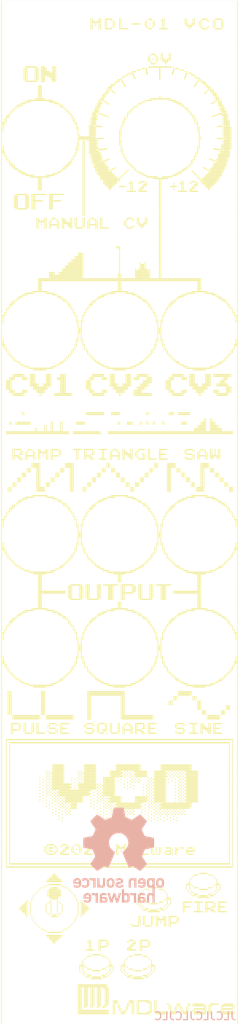
<source format=kicad_pcb>
(kicad_pcb (version 20171130) (host pcbnew 5.1.5+dfsg1-2build2)
  (title_block (title "MDL-01 VCO Panel") (date 2020-09-28) (rev 1.0) (company "MDL Synth") (comment 1 "Copyright (C) 2020 Matt Lisiak") (comment 2 "LICENSE: CERN-OHL-S (https://ohwr.org/cern_ohl_s_v2.txt)"))
  (layers (0 F.Cu signal) (31 B.Cu signal hide) (34 B.Paste user hide) (35 F.Paste user hide) (36 B.SilkS user hide) (37 F.SilkS user) (38 B.Mask user hide) (39 F.Mask user hide) (44 Edge.Cuts user))
  (net 0 "")
  (module MDLSynth:MountingHole_Eurorack_Slot (layer F.Cu) (at 97.5 191.5)
    (fp_text reference REF** hide)
    (fp_text value MountingHole_Eurorack_Slot)
    (pad "" np_thru_hole oval (at -0.75 0) (size 4.7 3.2) (drill oval 4.7 3.2) (layers *.Cu *.Mask) (clearance 0.4))
  )
  (module MDLSynth:MountingHole_Eurorack_Slot (layer F.Cu) (at 97.5 69)
    (fp_text reference REF** hide)
    (fp_text value MountingHole_Eurorack_Slot)
    (pad "" np_thru_hole oval (at -0.75 0) (size 4.7 3.2) (drill oval 4.7 3.2) (layers *.Cu *.Mask) (clearance 0.4))
  )
  (module MDLSynth:MountingHole_6_35mm (layer F.Cu) (at 95 83.35)
    (fp_text reference REF** hide)
    (fp_text value MountingHole_6_35mm)
    (pad "" np_thru_hole circle (at 0 0) (size 6.35 6.35) (drill 6.35) (layers *.Cu *.Mask) (clearance 0.4))
  )
  (module MDLSynth:MountingHole_6_1mm (layer F.Cu) (at 110.05 83.35)
    (fp_text reference REF** hide)
    (fp_text value MountingHole_6_1mm)
    (pad "" np_thru_hole circle (at 0 0) (size 6.1 6.1) (drill 6.1) (layers *.Cu *.Mask) (clearance 0.4))
  )
  (module MDLSynth:MountingHole_6_1mm (layer F.Cu) (at 115 147.35)
    (fp_text reference REF** hide)
    (fp_text value MountingHole_6_1mm)
    (pad "" np_thru_hole circle (at 0 0) (size 6.1 6.1) (drill 6.1) (layers *.Cu *.Mask) (clearance 0.4))
  )
  (module MDLSynth:MountingHole_6_1mm (layer F.Cu) (at 105 147.35)
    (fp_text reference REF** hide)
    (fp_text value MountingHole_6_1mm)
    (pad "" np_thru_hole circle (at 0 0) (size 6.1 6.1) (drill 6.1) (layers *.Cu *.Mask) (clearance 0.4))
  )
  (module MDLSynth:MountingHole_6_1mm (layer F.Cu) (at 95 147.35)
    (fp_text reference REF** hide)
    (fp_text value MountingHole_6_1mm)
    (pad "" np_thru_hole circle (at 0 0) (size 6.1 6.1) (drill 6.1) (layers *.Cu *.Mask) (clearance 0.4))
  )
  (module MDLSynth:MountingHole_6_1mm (layer F.Cu) (at 115 132.96)
    (fp_text reference REF** hide)
    (fp_text value MountingHole_6_1mm)
    (pad "" np_thru_hole circle (at 0 0) (size 6.1 6.1) (drill 6.1) (layers *.Cu *.Mask) (clearance 0.4))
  )
  (module MDLSynth:MountingHole_6_1mm (layer F.Cu) (at 105 132.96)
    (fp_text reference REF** hide)
    (fp_text value MountingHole_6_1mm)
    (pad "" np_thru_hole circle (at 0 0) (size 6.1 6.1) (drill 6.1) (layers *.Cu *.Mask) (clearance 0.4))
  )
  (module MDLSynth:MountingHole_6_1mm (layer F.Cu) (at 95 132.96)
    (fp_text reference REF** hide)
    (fp_text value MountingHole_6_1mm)
    (pad "" np_thru_hole circle (at 0 0) (size 6.1 6.1) (drill 6.1) (layers *.Cu *.Mask) (clearance 0.4))
  )
  (module MDLSynth:MountingHole_6_1mm (layer F.Cu) (at 115 107.46)
    (fp_text reference REF** hide)
    (fp_text value MountingHole_6_1mm)
    (pad "" np_thru_hole circle (at 0 0) (size 6.1 6.1) (drill 6.1) (layers *.Cu *.Mask) (clearance 0.4))
  )
  (module MDLSynth:MountingHole_6_1mm (layer F.Cu) (at 105 107.46)
    (fp_text reference REF** hide)
    (fp_text value MountingHole_6_1mm)
    (pad "" np_thru_hole circle (at 0 0) (size 6.1 6.1) (drill 6.1) (layers *.Cu *.Mask) (clearance 0.4))
  )
  (module MDLSynth:MountingHole_6_1mm (layer F.Cu) (at 95.01 107.46)
    (fp_text reference REF** hide)
    (fp_text value MountingHole_6_1mm)
    (pad "" np_thru_hole circle (at -0.01 0) (size 6.1 6.1) (drill 6.1) (layers *.Cu *.Mask) (clearance 0.4))
  )
  (module Symbol:OSHW-Logo_11.4x12mm_SilkScreen (layer B.Cu) (at 104.9 173.3 180)
    (fp_text reference REF** hide)
    (fp_text value OSHW-Logo_11.4x12mm_SilkScreen hide)
  )
  (gr_line (start 113.2 179.6) (end 113 179.6) (layer F.SilkS) (width 0.15))
  (gr_line (start 113.8 179.8) (end 113 179.8) (layer F.SilkS) (width 0.15))
  (gr_line (start 113.2 180) (end 113 180) (layer F.SilkS) (width 0.15))
  (gr_line (start 113.2 180.2) (end 113 180.2) (layer F.SilkS) (width 0.15))
  (gr_line (start 113.2 179.4) (end 113 179.4) (layer F.SilkS) (width 0.15))
  (gr_line (start 114 179.2) (end 113 179.2) (layer F.SilkS) (width 0.15))
  (gr_line (start 113.2 180.4) (end 113 180.4) (layer F.SilkS) (width 0.15))
  (gr_line (start 116.8 179.6) (end 117 179.6) (layer F.SilkS) (width 0.15))
  (gr_line (start 116.6 179.8) (end 117 179.8) (layer F.SilkS) (width 0.15))
  (gr_line (start 118.4 180.4) (end 117.4 180.4) (layer F.SilkS) (width 0.15))
  (gr_line (start 117.6 179.6) (end 117.4 179.6) (layer F.SilkS) (width 0.15))
  (gr_line (start 118.4 179.2) (end 117.4 179.2) (layer F.SilkS) (width 0.15))
  (gr_line (start 116.8 179.4) (end 117 179.4) (layer F.SilkS) (width 0.15))
  (gr_line (start 115.8 180) (end 116.6 180) (layer F.SilkS) (width 0.15))
  (gr_line (start 117.6 179.4) (end 117.4 179.4) (layer F.SilkS) (width 0.15))
  (gr_line (start 115.8 180.4) (end 116 180.4) (layer F.SilkS) (width 0.15))
  (gr_line (start 115.8 180.2) (end 116 180.2) (layer F.SilkS) (width 0.15))
  (gr_line (start 115.8 179.2) (end 116.8 179.2) (layer F.SilkS) (width 0.15))
  (gr_line (start 116.4 180.2) (end 116.8 180.2) (layer F.SilkS) (width 0.15))
  (gr_line (start 117.6 180.2) (end 117.4 180.2) (layer F.SilkS) (width 0.15))
  (gr_line (start 115.8 179.6) (end 116 179.6) (layer F.SilkS) (width 0.15))
  (gr_line (start 115.8 179.4) (end 116 179.4) (layer F.SilkS) (width 0.15))
  (gr_line (start 116.6 180.4) (end 117 180.4) (layer F.SilkS) (width 0.15))
  (gr_line (start 115.8 179.8) (end 116 179.8) (layer F.SilkS) (width 0.15))
  (gr_line (start 118.2 179.8) (end 117.4 179.8) (layer F.SilkS) (width 0.15))
  (gr_line (start 117.6 180) (end 117.4 180) (layer F.SilkS) (width 0.15))
  (gr_line (start 114.8 180) (end 115 180) (layer F.SilkS) (width 0.15))
  (gr_line (start 114.8 179.4) (end 115 179.4) (layer F.SilkS) (width 0.15))
  (gr_line (start 114.8 179.8) (end 115 179.8) (layer F.SilkS) (width 0.15))
  (gr_line (start 114.4 180.4) (end 115.4 180.4) (layer F.SilkS) (width 0.15))
  (gr_line (start 114.8 180.2) (end 115 180.2) (layer F.SilkS) (width 0.15))
  (gr_line (start 114.4 179.2) (end 115.4 179.2) (layer F.SilkS) (width 0.15))
  (gr_line (start 114.8 179.6) (end 115 179.6) (layer F.SilkS) (width 0.15))
  (gr_line (start 107.4 182.2) (end 106.6 182.2) (layer F.SilkS) (width 0.15))
  (gr_line (start 106.6 182) (end 106.4 182) (layer F.SilkS) (width 0.15))
  (gr_line (start 107.6 182) (end 107.4 182) (layer F.SilkS) (width 0.15))
  (gr_line (start 107.6 181.8) (end 107.4 181.8) (layer F.SilkS) (width 0.15))
  (gr_line (start 107.6 181.6) (end 107.4 181.6) (layer F.SilkS) (width 0.15))
  (gr_line (start 107.6 181.4) (end 107.4 181.4) (layer F.SilkS) (width 0.15))
  (gr_line (start 107.6 181.2) (end 107.4 181.2) (layer F.SilkS) (width 0.15))
  (gr_line (start 107.6 181) (end 107.4 181) (layer F.SilkS) (width 0.15))
  (gr_line (start 112.2 181.4) (end 112.4 181.4) (layer F.SilkS) (width 0.15))
  (gr_line (start 111.2 181.4) (end 111.4 181.4) (layer F.SilkS) (width 0.15))
  (gr_line (start 111.2 182.2) (end 111.4 182.2) (layer F.SilkS) (width 0.15))
  (gr_line (start 112.2 181.2) (end 112.4 181.2) (layer F.SilkS) (width 0.15))
  (gr_line (start 111.2 181.8) (end 112.2 181.8) (layer F.SilkS) (width 0.15))
  (gr_line (start 111.2 181.2) (end 111.4 181.2) (layer F.SilkS) (width 0.15))
  (gr_line (start 111.2 182) (end 111.4 182) (layer F.SilkS) (width 0.15))
  (gr_line (start 111.2 181) (end 112.2 181) (layer F.SilkS) (width 0.15))
  (gr_line (start 111.2 181.6) (end 111.4 181.6) (layer F.SilkS) (width 0.15))
  (gr_line (start 112.2 181.6) (end 112.4 181.6) (layer F.SilkS) (width 0.15))
  (gr_line (start 110.6 181.8) (end 110.8 181.8) (layer F.SilkS) (width 0.15))
  (gr_line (start 110.2 181.6) (end 110.2 181.6) (layer F.SilkS) (width 0.15))
  (gr_line (start 110.2 181.8) (end 110.2 181.8) (layer F.SilkS) (width 0.15))
  (gr_line (start 109.6 182) (end 109.8 182) (layer F.SilkS) (width 0.15))
  (gr_line (start 110.6 181) (end 110.8 181) (layer F.SilkS) (width 0.15))
  (gr_line (start 109.6 182.2) (end 109.8 182.2) (layer F.SilkS) (width 0.15))
  (gr_line (start 110.6 181.6) (end 110.8 181.6) (layer F.SilkS) (width 0.15))
  (gr_line (start 110.6 182) (end 110.8 182) (layer F.SilkS) (width 0.15))
  (gr_line (start 109.6 181.8) (end 109.8 181.8) (layer F.SilkS) (width 0.15))
  (gr_line (start 110.4 181.2) (end 110.8 181.2) (layer F.SilkS) (width 0.15))
  (gr_line (start 110.6 182.2) (end 110.8 182.2) (layer F.SilkS) (width 0.15))
  (gr_line (start 109.6 181.6) (end 109.8 181.6) (layer F.SilkS) (width 0.15))
  (gr_line (start 109.6 181.2) (end 110 181.2) (layer F.SilkS) (width 0.15))
  (gr_line (start 109.6 181.4) (end 110.8 181.4) (layer F.SilkS) (width 0.15))
  (gr_line (start 109.6 181) (end 109.8 181) (layer F.SilkS) (width 0.15))
  (gr_line (start 109.2 182) (end 109 182) (layer F.SilkS) (width 0.15))
  (gr_line (start 109.2 181) (end 109 181) (layer F.SilkS) (width 0.15))
  (gr_line (start 109.2 181.2) (end 109 181.2) (layer F.SilkS) (width 0.15))
  (gr_line (start 108.2 181.6) (end 108 181.6) (layer F.SilkS) (width 0.15))
  (gr_line (start 108.2 181) (end 108 181) (layer F.SilkS) (width 0.15))
  (gr_line (start 109.2 181.4) (end 109 181.4) (layer F.SilkS) (width 0.15))
  (gr_line (start 109.2 181.6) (end 109 181.6) (layer F.SilkS) (width 0.15))
  (gr_line (start 108.2 181.4) (end 108 181.4) (layer F.SilkS) (width 0.15))
  (gr_line (start 108.2 182) (end 108 182) (layer F.SilkS) (width 0.15))
  (gr_line (start 108.2 181.2) (end 108 181.2) (layer F.SilkS) (width 0.15))
  (gr_line (start 108.2 181.8) (end 108 181.8) (layer F.SilkS) (width 0.15))
  (gr_line (start 109 182.2) (end 108.2 182.2) (layer F.SilkS) (width 0.15))
  (gr_line (start 109.2 181.8) (end 109 181.8) (layer F.SilkS) (width 0.15))
  (gr_line (start 106.6 184.4) (end 107 184.4) (layer F.SilkS) (width 0.15))
  (gr_line (start 106.2 184.8) (end 106.6 184.8) (layer F.SilkS) (width 0.15))
  (gr_line (start 106 184.2) (end 106.2 184.2) (layer F.SilkS) (width 0.15))
  (gr_line (start 106.2 184) (end 106.8 184) (layer F.SilkS) (width 0.15))
  (gr_line (start 106 185) (end 106.4 185) (layer F.SilkS) (width 0.15))
  (gr_line (start 106.8 184.2) (end 107 184.2) (layer F.SilkS) (width 0.15))
  (gr_line (start 106.4 184.6) (end 106.8 184.6) (layer F.SilkS) (width 0.15))
  (gr_line (start 107 185.2) (end 106 185.2) (layer F.SilkS) (width 0.15))
  (gr_line (start 107.6 185.2) (end 107.8 185.2) (layer F.SilkS) (width 0.15))
  (gr_line (start 108.6 184.2) (end 108.8 184.2) (layer F.SilkS) (width 0.15))
  (gr_line (start 107.6 184) (end 108.6 184) (layer F.SilkS) (width 0.15))
  (gr_line (start 107.6 185) (end 107.8 185) (layer F.SilkS) (width 0.15))
  (gr_line (start 108.6 184.4) (end 108.8 184.4) (layer F.SilkS) (width 0.15))
  (gr_line (start 108.6 184.6) (end 108.8 184.6) (layer F.SilkS) (width 0.15))
  (gr_line (start 107.6 184.6) (end 107.8 184.6) (layer F.SilkS) (width 0.15))
  (gr_line (start 107.6 184.4) (end 107.8 184.4) (layer F.SilkS) (width 0.15))
  (gr_line (start 107.6 184.2) (end 107.8 184.2) (layer F.SilkS) (width 0.15))
  (gr_line (start 107.6 184.8) (end 108.6 184.8) (layer F.SilkS) (width 0.15))
  (gr_line (start 103.4 184.6) (end 103.6 184.6) (layer F.SilkS) (width 0.15))
  (gr_line (start 102.4 184.2) (end 102.6 184.2) (layer F.SilkS) (width 0.15))
  (gr_line (start 102.4 184.6) (end 102.6 184.6) (layer F.SilkS) (width 0.15))
  (gr_line (start 102.4 184.4) (end 102.6 184.4) (layer F.SilkS) (width 0.15))
  (gr_line (start 102.4 185) (end 102.6 185) (layer F.SilkS) (width 0.15))
  (gr_line (start 102.4 184.8) (end 103.4 184.8) (layer F.SilkS) (width 0.15))
  (gr_line (start 102.4 184) (end 103.4 184) (layer F.SilkS) (width 0.15))
  (gr_line (start 102.4 185.2) (end 102.6 185.2) (layer F.SilkS) (width 0.15))
  (gr_line (start 103.4 184.2) (end 103.6 184.2) (layer F.SilkS) (width 0.15))
  (gr_line (start 103.4 184.4) (end 103.6 184.4) (layer F.SilkS) (width 0.15))
  (gr_line (start 101 184.2) (end 101.4 184.2) (layer F.SilkS) (width 0.15))
  (gr_line (start 101.2 184.4) (end 101.4 184.4) (layer F.SilkS) (width 0.15))
  (gr_line (start 101.2 185) (end 101.4 185) (layer F.SilkS) (width 0.15))
  (gr_line (start 101.2 184) (end 101.4 184) (layer F.SilkS) (width 0.15))
  (gr_line (start 101.8 185.2) (end 100.8 185.2) (layer F.SilkS) (width 0.15))
  (gr_line (start 101.2 184.6) (end 101.4 184.6) (layer F.SilkS) (width 0.15))
  (gr_line (start 101.2 184.8) (end 101.4 184.8) (layer F.SilkS) (width 0.15))
  (gr_line (start 105.6 188.2) (end 105.6 188.2) (layer F.SilkS) (width 0.15))
  (gr_line (start 105.2 187.6) (end 105.2 187.6) (layer F.SilkS) (width 0.15))
  (gr_line (start 109.4 187.6) (end 109.4 187.6) (layer F.SilkS) (width 0.15))
  (gr_line (start 108.2 188.6) (end 108.6 188.6) (layer F.SilkS) (width 0.15))
  (gr_line (start 108.8 188.4) (end 108.8 188.4) (layer F.SilkS) (width 0.15))
  (gr_line (start 105.2 187.2) (end 105.8 187.2) (layer F.SilkS) (width 0.15))
  (gr_line (start 108.6 187.4) (end 108.6 187.4) (layer F.SilkS) (width 0.15))
  (gr_line (start 106.2 186) (end 106.6 186) (layer F.SilkS) (width 0.15))
  (gr_line (start 106.8 187.8) (end 107.8 187.8) (layer F.SilkS) (width 0.15))
  (gr_line (start 105.2 187.4) (end 105.2 187.4) (layer F.SilkS) (width 0.15))
  (gr_line (start 109.4 187.8) (end 109.4 187.8) (layer F.SilkS) (width 0.15))
  (gr_line (start 105.6 187.4) (end 105.6 187.4) (layer F.SilkS) (width 0.15))
  (gr_line (start 109.2 187) (end 109 187) (layer F.SilkS) (width 0.15))
  (gr_line (start 108.8 188) (end 108.8 188) (layer F.SilkS) (width 0.15))
  (gr_line (start 106.8 185.8) (end 107.8 185.8) (layer F.SilkS) (width 0.15))
  (gr_line (start 108 188.4) (end 108.4 188.4) (layer F.SilkS) (width 0.15))
  (gr_line (start 106 187.4) (end 106 187.4) (layer F.SilkS) (width 0.15))
  (gr_line (start 109 188.2) (end 109 188.2) (layer F.SilkS) (width 0.15))
  (gr_line (start 109.4 187.4) (end 109.4 187.4) (layer F.SilkS) (width 0.15))
  (gr_line (start 106.2 188.4) (end 106.6 188.4) (layer F.SilkS) (width 0.15))
  (gr_line (start 109 187.6) (end 109 187.6) (layer F.SilkS) (width 0.15))
  (gr_line (start 106.6 188.8) (end 108 188.8) (layer F.SilkS) (width 0.15))
  (gr_line (start 108.6 188.2) (end 108.6 188.2) (layer F.SilkS) (width 0.15))
  (gr_line (start 109 186.6) (end 109 186.6) (layer F.SilkS) (width 0.15))
  (gr_line (start 105.8 186.4) (end 105.8 186.4) (layer F.SilkS) (width 0.15))
  (gr_line (start 105.8 188) (end 105.8 188) (layer F.SilkS) (width 0.15))
  (gr_line (start 105.8 188.4) (end 105.8 188.4) (layer F.SilkS) (width 0.15))
  (gr_line (start 108 186) (end 108.4 186) (layer F.SilkS) (width 0.15))
  (gr_line (start 105.6 186.8) (end 105.6 186.8) (layer F.SilkS) (width 0.15))
  (gr_line (start 106 188.6) (end 106.4 188.6) (layer F.SilkS) (width 0.15))
  (gr_line (start 105.6 186.6) (end 105.6 186.6) (layer F.SilkS) (width 0.15))
  (gr_line (start 109 187.4) (end 109 187.4) (layer F.SilkS) (width 0.15))
  (gr_line (start 109.2 188) (end 109.2 188) (layer F.SilkS) (width 0.15))
  (gr_line (start 108.8 187.2) (end 109.4 187.2) (layer F.SilkS) (width 0.15))
  (gr_line (start 105.4 188) (end 105.4 188) (layer F.SilkS) (width 0.15))
  (gr_line (start 108.6 186.2) (end 108.6 186.2) (layer F.SilkS) (width 0.15))
  (gr_line (start 105.2 187.8) (end 105.2 187.8) (layer F.SilkS) (width 0.15))
  (gr_line (start 106.8 188.6) (end 107.8 188.6) (layer F.SilkS) (width 0.15))
  (gr_line (start 106 188.2) (end 106 188.2) (layer F.SilkS) (width 0.15))
  (gr_line (start 105.4 187) (end 105.6 187) (layer F.SilkS) (width 0.15))
  (gr_line (start 106.2 187.6) (end 106.6 187.6) (layer F.SilkS) (width 0.15))
  (gr_line (start 108 187.6) (end 108.4 187.6) (layer F.SilkS) (width 0.15))
  (gr_line (start 105.6 187.6) (end 105.6 187.6) (layer F.SilkS) (width 0.15))
  (gr_line (start 109 186.8) (end 109 186.8) (layer F.SilkS) (width 0.15))
  (gr_line (start 109 187.8) (end 109 187.8) (layer F.SilkS) (width 0.15))
  (gr_line (start 106 186.2) (end 106 186.2) (layer F.SilkS) (width 0.15))
  (gr_line (start 108.8 186.4) (end 108.8 186.4) (layer F.SilkS) (width 0.15))
  (gr_line (start 105.6 187.8) (end 105.6 187.8) (layer F.SilkS) (width 0.15))
  (gr_line (start 104.2 187.4) (end 104.2 187.4) (layer F.SilkS) (width 0.15))
  (gr_line (start 101 188.4) (end 101.4 188.4) (layer F.SilkS) (width 0.15))
  (gr_line (start 104 188) (end 104 188) (layer F.SilkS) (width 0.15))
  (gr_line (start 103.6 187.2) (end 104.2 187.2) (layer F.SilkS) (width 0.15))
  (gr_line (start 100.4 186.6) (end 100.4 186.6) (layer F.SilkS) (width 0.15))
  (gr_line (start 103.8 187.4) (end 103.8 187.4) (layer F.SilkS) (width 0.15))
  (gr_line (start 104.2 187.6) (end 104.2 187.6) (layer F.SilkS) (width 0.15))
  (gr_line (start 103 188.6) (end 103.4 188.6) (layer F.SilkS) (width 0.15))
  (gr_line (start 103.6 188.4) (end 103.6 188.4) (layer F.SilkS) (width 0.15))
  (gr_line (start 100 187.6) (end 100 187.6) (layer F.SilkS) (width 0.15))
  (gr_line (start 103.8 186.8) (end 103.8 186.8) (layer F.SilkS) (width 0.15))
  (gr_line (start 100.6 186.4) (end 100.6 186.4) (layer F.SilkS) (width 0.15))
  (gr_line (start 102.8 186) (end 103.2 186) (layer F.SilkS) (width 0.15))
  (gr_line (start 100.8 186.2) (end 100.8 186.2) (layer F.SilkS) (width 0.15))
  (gr_line (start 100.4 188.2) (end 100.4 188.2) (layer F.SilkS) (width 0.15))
  (gr_line (start 100.6 188.4) (end 100.6 188.4) (layer F.SilkS) (width 0.15))
  (gr_line (start 100 187.4) (end 100 187.4) (layer F.SilkS) (width 0.15))
  (gr_line (start 103.8 187.6) (end 103.8 187.6) (layer F.SilkS) (width 0.15))
  (gr_line (start 101 186) (end 101.4 186) (layer F.SilkS) (width 0.15))
  (gr_line (start 101.6 187.8) (end 102.6 187.8) (layer F.SilkS) (width 0.15))
  (gr_line (start 101 187.6) (end 101.4 187.6) (layer F.SilkS) (width 0.15))
  (gr_line (start 103.4 187.4) (end 103.4 187.4) (layer F.SilkS) (width 0.15))
  (gr_line (start 103.8 188.2) (end 103.8 188.2) (layer F.SilkS) (width 0.15))
  (gr_line (start 100.8 187.4) (end 100.8 187.4) (layer F.SilkS) (width 0.15))
  (gr_line (start 100.6 188) (end 100.6 188) (layer F.SilkS) (width 0.15))
  (gr_line (start 100.4 187.6) (end 100.4 187.6) (layer F.SilkS) (width 0.15))
  (gr_line (start 104.2 187.8) (end 104.2 187.8) (layer F.SilkS) (width 0.15))
  (gr_line (start 100.2 187) (end 100.4 187) (layer F.SilkS) (width 0.15))
  (gr_line (start 104 187) (end 103.8 187) (layer F.SilkS) (width 0.15))
  (gr_line (start 101.6 185.8) (end 102.6 185.8) (layer F.SilkS) (width 0.15))
  (gr_line (start 100.2 188) (end 100.2 188) (layer F.SilkS) (width 0.15))
  (gr_line (start 102.8 188.4) (end 103.2 188.4) (layer F.SilkS) (width 0.15))
  (gr_line (start 103.8 186.6) (end 103.8 186.6) (layer F.SilkS) (width 0.15))
  (gr_line (start 103.6 186.4) (end 103.6 186.4) (layer F.SilkS) (width 0.15))
  (gr_line (start 102.8 187.6) (end 103.2 187.6) (layer F.SilkS) (width 0.15))
  (gr_line (start 103.6 188) (end 103.6 188) (layer F.SilkS) (width 0.15))
  (gr_line (start 100 187.2) (end 100.6 187.2) (layer F.SilkS) (width 0.15))
  (gr_line (start 100.8 188.6) (end 101.2 188.6) (layer F.SilkS) (width 0.15))
  (gr_line (start 100.4 187.4) (end 100.4 187.4) (layer F.SilkS) (width 0.15))
  (gr_line (start 101.6 188.6) (end 102.6 188.6) (layer F.SilkS) (width 0.15))
  (gr_line (start 100.4 187.8) (end 100.4 187.8) (layer F.SilkS) (width 0.15))
  (gr_line (start 103.4 188.2) (end 103.4 188.2) (layer F.SilkS) (width 0.15))
  (gr_line (start 100 187.8) (end 100 187.8) (layer F.SilkS) (width 0.15))
  (gr_line (start 101.4 188.8) (end 102.8 188.8) (layer F.SilkS) (width 0.15))
  (gr_line (start 100.4 186.8) (end 100.4 186.8) (layer F.SilkS) (width 0.15))
  (gr_line (start 103.8 187.8) (end 103.8 187.8) (layer F.SilkS) (width 0.15))
  (gr_line (start 103.4 186.2) (end 103.4 186.2) (layer F.SilkS) (width 0.15))
  (gr_line (start 100.8 188.2) (end 100.8 188.2) (layer F.SilkS) (width 0.15))
  (gr_line (start 117.6 177.2) (end 117.6 177.2) (layer F.SilkS) (width 0.15))
  (gr_line (start 114.4 178.2) (end 114.8 178.2) (layer F.SilkS) (width 0.15))
  (gr_line (start 117.4 177.8) (end 117.4 177.8) (layer F.SilkS) (width 0.15))
  (gr_line (start 117 177) (end 117.6 177) (layer F.SilkS) (width 0.15))
  (gr_line (start 113.8 176.4) (end 113.8 176.4) (layer F.SilkS) (width 0.15))
  (gr_line (start 117.2 177.2) (end 117.2 177.2) (layer F.SilkS) (width 0.15))
  (gr_line (start 117.6 177.4) (end 117.6 177.4) (layer F.SilkS) (width 0.15))
  (gr_line (start 116.4 178.4) (end 116.8 178.4) (layer F.SilkS) (width 0.15))
  (gr_line (start 117 178.2) (end 117 178.2) (layer F.SilkS) (width 0.15))
  (gr_line (start 113.4 177.4) (end 113.4 177.4) (layer F.SilkS) (width 0.15))
  (gr_line (start 117.2 176.6) (end 117.2 176.6) (layer F.SilkS) (width 0.15))
  (gr_line (start 114 176.2) (end 114 176.2) (layer F.SilkS) (width 0.15))
  (gr_line (start 116.2 175.8) (end 116.6 175.8) (layer F.SilkS) (width 0.15))
  (gr_line (start 114.2 176) (end 114.2 176) (layer F.SilkS) (width 0.15))
  (gr_line (start 113.8 178) (end 113.8 178) (layer F.SilkS) (width 0.15))
  (gr_line (start 114 178.2) (end 114 178.2) (layer F.SilkS) (width 0.15))
  (gr_line (start 113.4 177.2) (end 113.4 177.2) (layer F.SilkS) (width 0.15))
  (gr_line (start 117.2 177.4) (end 117.2 177.4) (layer F.SilkS) (width 0.15))
  (gr_line (start 114.4 175.8) (end 114.8 175.8) (layer F.SilkS) (width 0.15))
  (gr_line (start 115 177.6) (end 116 177.6) (layer F.SilkS) (width 0.15))
  (gr_line (start 114.4 177.4) (end 114.8 177.4) (layer F.SilkS) (width 0.15))
  (gr_line (start 116.8 177.2) (end 116.8 177.2) (layer F.SilkS) (width 0.15))
  (gr_line (start 117.2 178) (end 117.2 178) (layer F.SilkS) (width 0.15))
  (gr_line (start 114.2 177.2) (end 114.2 177.2) (layer F.SilkS) (width 0.15))
  (gr_line (start 114 177.8) (end 114 177.8) (layer F.SilkS) (width 0.15))
  (gr_line (start 113.8 177.4) (end 113.8 177.4) (layer F.SilkS) (width 0.15))
  (gr_line (start 117.6 177.6) (end 117.6 177.6) (layer F.SilkS) (width 0.15))
  (gr_line (start 113.6 176.8) (end 113.8 176.8) (layer F.SilkS) (width 0.15))
  (gr_line (start 117.4 176.8) (end 117.2 176.8) (layer F.SilkS) (width 0.15))
  (gr_line (start 115 175.6) (end 116 175.6) (layer F.SilkS) (width 0.15))
  (gr_line (start 113.6 177.8) (end 113.6 177.8) (layer F.SilkS) (width 0.15))
  (gr_line (start 116.2 178.2) (end 116.6 178.2) (layer F.SilkS) (width 0.15))
  (gr_line (start 117.2 176.4) (end 117.2 176.4) (layer F.SilkS) (width 0.15))
  (gr_line (start 117 176.2) (end 117 176.2) (layer F.SilkS) (width 0.15))
  (gr_line (start 116.2 177.4) (end 116.6 177.4) (layer F.SilkS) (width 0.15))
  (gr_line (start 117 177.8) (end 117 177.8) (layer F.SilkS) (width 0.15))
  (gr_line (start 113.4 177) (end 114 177) (layer F.SilkS) (width 0.15))
  (gr_line (start 114.2 178.4) (end 114.6 178.4) (layer F.SilkS) (width 0.15))
  (gr_line (start 113.8 177.2) (end 113.8 177.2) (layer F.SilkS) (width 0.15))
  (gr_line (start 115 178.4) (end 116 178.4) (layer F.SilkS) (width 0.15))
  (gr_line (start 113.8 177.6) (end 113.8 177.6) (layer F.SilkS) (width 0.15))
  (gr_line (start 116.8 178) (end 116.8 178) (layer F.SilkS) (width 0.15))
  (gr_line (start 113.4 177.6) (end 113.4 177.6) (layer F.SilkS) (width 0.15))
  (gr_line (start 114.8 178.6) (end 116.2 178.6) (layer F.SilkS) (width 0.15))
  (gr_line (start 113.8 176.6) (end 113.8 176.6) (layer F.SilkS) (width 0.15))
  (gr_line (start 117.2 177.6) (end 117.2 177.6) (layer F.SilkS) (width 0.15))
  (gr_line (start 116.8 176) (end 116.8 176) (layer F.SilkS) (width 0.15))
  (gr_line (start 114.2 178) (end 114.2 178) (layer F.SilkS) (width 0.15))
  (gr_line (start 110 179.2) (end 110.4 179.2) (layer F.SilkS) (width 0.15))
  (gr_line (start 108 179) (end 108 179) (layer F.SilkS) (width 0.15))
  (gr_line (start 110.8 178.8) (end 111.4 178.8) (layer F.SilkS) (width 0.15))
  (gr_line (start 111.2 178.6) (end 111 178.6) (layer F.SilkS) (width 0.15))
  (gr_line (start 111 178.4) (end 111 178.4) (layer F.SilkS) (width 0.15))
  (gr_line (start 111 178.2) (end 111 178.2) (layer F.SilkS) (width 0.15))
  (gr_line (start 110.8 178) (end 110.8 178) (layer F.SilkS) (width 0.15))
  (gr_line (start 110.6 177.8) (end 110.6 177.8) (layer F.SilkS) (width 0.15))
  (gr_line (start 110 177.6) (end 110.4 177.6) (layer F.SilkS) (width 0.15))
  (gr_line (start 107.6 178.2) (end 107.6 178.2) (layer F.SilkS) (width 0.15))
  (gr_line (start 111.4 179.2) (end 111.4 179.2) (layer F.SilkS) (width 0.15))
  (gr_line (start 111.4 179.4) (end 111.4 179.4) (layer F.SilkS) (width 0.15))
  (gr_line (start 111.2 179.6) (end 111.2 179.6) (layer F.SilkS) (width 0.15))
  (gr_line (start 111 179.8) (end 111 179.8) (layer F.SilkS) (width 0.15))
  (gr_line (start 110.8 180) (end 110.8 180) (layer F.SilkS) (width 0.15))
  (gr_line (start 110.2 180.2) (end 110.6 180.2) (layer F.SilkS) (width 0.15))
  (gr_line (start 108.6 180.4) (end 110 180.4) (layer F.SilkS) (width 0.15))
  (gr_line (start 108 180.2) (end 108.4 180.2) (layer F.SilkS) (width 0.15))
  (gr_line (start 107.8 180) (end 107.8 180) (layer F.SilkS) (width 0.15))
  (gr_line (start 107.6 179.8) (end 107.6 179.8) (layer F.SilkS) (width 0.15))
  (gr_line (start 107.4 179.6) (end 107.4 179.6) (layer F.SilkS) (width 0.15))
  (gr_line (start 107.2 179.4) (end 107.2 179.4) (layer F.SilkS) (width 0.15))
  (gr_line (start 107.2 179.2) (end 107.2 179.2) (layer F.SilkS) (width 0.15))
  (gr_line (start 111 179.2) (end 111 179.2) (layer F.SilkS) (width 0.15))
  (gr_line (start 111 179.4) (end 111 179.4) (layer F.SilkS) (width 0.15))
  (gr_line (start 110.8 179.6) (end 110.8 179.6) (layer F.SilkS) (width 0.15))
  (gr_line (start 110.6 179.8) (end 110.6 179.8) (layer F.SilkS) (width 0.15))
  (gr_line (start 110 180) (end 110.4 180) (layer F.SilkS) (width 0.15))
  (gr_line (start 108.8 180.2) (end 109.8 180.2) (layer F.SilkS) (width 0.15))
  (gr_line (start 108 179.8) (end 108 179.8) (layer F.SilkS) (width 0.15))
  (gr_line (start 108.2 180) (end 108.6 180) (layer F.SilkS) (width 0.15))
  (gr_line (start 107.8 179.6) (end 107.8 179.6) (layer F.SilkS) (width 0.15))
  (gr_line (start 107.6 179.4) (end 107.6 179.4) (layer F.SilkS) (width 0.15))
  (gr_line (start 107.6 179.2) (end 107.6 179.2) (layer F.SilkS) (width 0.15))
  (gr_line (start 110.6 179) (end 110.6 179) (layer F.SilkS) (width 0.15))
  (gr_line (start 108.2 179.2) (end 108.6 179.2) (layer F.SilkS) (width 0.15))
  (gr_line (start 108.8 179.4) (end 109.8 179.4) (layer F.SilkS) (width 0.15))
  (gr_line (start 111.4 179) (end 111.4 179) (layer F.SilkS) (width 0.15))
  (gr_line (start 111 179) (end 111 179) (layer F.SilkS) (width 0.15))
  (gr_line (start 107.6 179) (end 107.6 179) (layer F.SilkS) (width 0.15))
  (gr_line (start 107.2 179) (end 107.2 179) (layer F.SilkS) (width 0.15))
  (gr_line (start 107.2 178.8) (end 107.8 178.8) (layer F.SilkS) (width 0.15))
  (gr_line (start 107.4 178.6) (end 107.6 178.6) (layer F.SilkS) (width 0.15))
  (gr_line (start 107.6 178.4) (end 107.6 178.4) (layer F.SilkS) (width 0.15))
  (gr_line (start 107.8 178) (end 107.8 178) (layer F.SilkS) (width 0.15))
  (gr_line (start 108 177.8) (end 108 177.8) (layer F.SilkS) (width 0.15))
  (gr_line (start 108.2 177.6) (end 108.6 177.6) (layer F.SilkS) (width 0.15))
  (gr_line (start 108.8 177.4) (end 109.8 177.4) (layer F.SilkS) (width 0.15))
  (gr_line (start 96 177.8) (end 97.6 177.8) (layer F.SilkS) (width 0.15))
  (gr_line (start 96.4 177.4) (end 97.2 177.4) (layer F.SilkS) (width 0.15))
  (gr_line (start 97.2 179) (end 97.2 179) (layer F.SilkS) (width 0.15))
  (gr_line (start 96.4 179) (end 96.4 179) (layer F.SilkS) (width 0.15))
  (gr_line (start 97 180.8) (end 96.6 180.8) (layer F.SilkS) (width 0.15))
  (gr_line (start 97.2 180.6) (end 97.2 180.6) (layer F.SilkS) (width 0.15))
  (gr_line (start 96.4 180.6) (end 96.4 180.6) (layer F.SilkS) (width 0.15))
  (gr_line (start 97.2 180.4) (end 97.2 180.4) (layer F.SilkS) (width 0.15))
  (gr_line (start 96.4 180.4) (end 96.4 180.4) (layer F.SilkS) (width 0.15))
  (gr_line (start 97.2 180.2) (end 97.2 180.2) (layer F.SilkS) (width 0.15))
  (gr_line (start 96.4 180.2) (end 96.4 180.2) (layer F.SilkS) (width 0.15))
  (gr_line (start 96.4 180) (end 96.4 180) (layer F.SilkS) (width 0.15))
  (gr_line (start 97.2 180) (end 97.2 180) (layer F.SilkS) (width 0.15))
  (gr_line (start 97.2 179.8) (end 97.2 179.8) (layer F.SilkS) (width 0.15))
  (gr_line (start 96.4 179.8) (end 96.4 179.8) (layer F.SilkS) (width 0.15))
  (gr_line (start 97.2 179.6) (end 97.2 179.6) (layer F.SilkS) (width 0.15))
  (gr_line (start 96.4 179.6) (end 96.4 179.6) (layer F.SilkS) (width 0.15))
  (gr_line (start 97.2 179.4) (end 97.2 179.4) (layer F.SilkS) (width 0.15))
  (gr_line (start 96.4 179.4) (end 96.4 179.4) (layer F.SilkS) (width 0.15))
  (gr_line (start 96.2 177.6) (end 97.4 177.6) (layer F.SilkS) (width 0.15))
  (gr_line (start 96 178) (end 97.6 178) (layer F.SilkS) (width 0.15))
  (gr_line (start 96 178.2) (end 97.6 178.2) (layer F.SilkS) (width 0.15))
  (gr_line (start 96 178.4) (end 97.6 178.4) (layer F.SilkS) (width 0.15))
  (gr_line (start 96.2 178.6) (end 97.4 178.6) (layer F.SilkS) (width 0.15))
  (gr_line (start 97.8 179.8) (end 97.8 179.8) (layer F.SilkS) (width 0.15))
  (gr_line (start 97.8 180) (end 97.8 180) (layer F.SilkS) (width 0.15))
  (gr_line (start 97.8 180.2) (end 97.8 180.2) (layer F.SilkS) (width 0.15))
  (gr_line (start 97.8 180.4) (end 97.8 180.4) (layer F.SilkS) (width 0.15))
  (gr_line (start 97.6 180.6) (end 97.6 180.6) (layer F.SilkS) (width 0.15))
  (gr_line (start 97.4 180.8) (end 97.4 180.8) (layer F.SilkS) (width 0.15))
  (gr_line (start 97.2 181) (end 96.4 181) (layer F.SilkS) (width 0.15))
  (gr_line (start 96.2 180.8) (end 96.2 180.8) (layer F.SilkS) (width 0.15))
  (gr_line (start 96 180.6) (end 96 180.6) (layer F.SilkS) (width 0.15))
  (gr_line (start 95.8 180.4) (end 95.8 180.4) (layer F.SilkS) (width 0.15))
  (gr_line (start 95.8 180.2) (end 95.8 180.2) (layer F.SilkS) (width 0.15))
  (gr_line (start 95.8 180) (end 95.8 180) (layer F.SilkS) (width 0.15))
  (gr_line (start 95.8 179.8) (end 95.8 179.8) (layer F.SilkS) (width 0.15))
  (gr_line (start 97.8 179.6) (end 97.8 179.6) (layer F.SilkS) (width 0.15))
  (gr_line (start 97.6 179.4) (end 97.6 179.4) (layer F.SilkS) (width 0.15))
  (gr_line (start 97.2 179.2) (end 97.4 179.2) (layer F.SilkS) (width 0.15))
  (gr_line (start 95.8 179.6) (end 95.8 179.6) (layer F.SilkS) (width 0.15))
  (gr_line (start 96 179.4) (end 96 179.4) (layer F.SilkS) (width 0.15))
  (gr_line (start 96.4 179.2) (end 96.2 179.2) (layer F.SilkS) (width 0.15))
  (gr_line (start 96.4 178.8) (end 97.2 178.8) (layer F.SilkS) (width 0.15))
  (gr_line (start 98.2 177.4) (end 98.4 177.4) (layer F.SilkS) (width 0.15))
  (gr_line (start 98.6 177.6) (end 98.6 177.6) (layer F.SilkS) (width 0.15))
  (gr_line (start 98.8 177.8) (end 98.8 177.8) (layer F.SilkS) (width 0.15))
  (gr_line (start 99 178) (end 99 178) (layer F.SilkS) (width 0.15))
  (gr_line (start 99.2 178.2) (end 99.2 178.2) (layer F.SilkS) (width 0.15))
  (gr_line (start 99.4 178.4) (end 99.4 178.4) (layer F.SilkS) (width 0.15))
  (gr_line (start 99.4 178.6) (end 99.4 178.6) (layer F.SilkS) (width 0.15))
  (gr_line (start 99.6 179) (end 99.6 179) (layer F.SilkS) (width 0.15))
  (gr_line (start 99.6 178.8) (end 99.6 178.8) (layer F.SilkS) (width 0.15))
  (gr_line (start 99.8 179.2) (end 99.8 179.2) (layer F.SilkS) (width 0.15))
  (gr_line (start 99.8 179.4) (end 99.8 179.4) (layer F.SilkS) (width 0.15))
  (gr_line (start 99.8 179.6) (end 99.8 179.6) (layer F.SilkS) (width 0.15))
  (gr_line (start 99.8 179.8) (end 99.8 179.8) (layer F.SilkS) (width 0.15))
  (gr_line (start 99.8 180) (end 99.8 180) (layer F.SilkS) (width 0.15))
  (gr_line (start 99.8 180.2) (end 99.8 180.2) (layer F.SilkS) (width 0.15))
  (gr_line (start 99.8 180.4) (end 99.8 180.4) (layer F.SilkS) (width 0.15))
  (gr_line (start 99.8 180.6) (end 99.8 180.6) (layer F.SilkS) (width 0.15))
  (gr_line (start 99.8 180.8) (end 99.8 180.8) (layer F.SilkS) (width 0.15))
  (gr_line (start 99.6 181) (end 99.6 181) (layer F.SilkS) (width 0.15))
  (gr_line (start 99.6 181.2) (end 99.6 181.2) (layer F.SilkS) (width 0.15))
  (gr_line (start 99.4 181.4) (end 99.4 181.4) (layer F.SilkS) (width 0.15))
  (gr_line (start 99.4 181.6) (end 99.4 181.6) (layer F.SilkS) (width 0.15))
  (gr_line (start 99.2 181.8) (end 99.2 181.8) (layer F.SilkS) (width 0.15))
  (gr_line (start 99 182) (end 99 182) (layer F.SilkS) (width 0.15))
  (gr_line (start 98.8 182.2) (end 98.8 182.2) (layer F.SilkS) (width 0.15))
  (gr_line (start 98.6 182.4) (end 98.6 182.4) (layer F.SilkS) (width 0.15))
  (gr_line (start 98.2 182.6) (end 98.4 182.6) (layer F.SilkS) (width 0.15))
  (gr_line (start 97.8 182.8) (end 98 182.8) (layer F.SilkS) (width 0.15))
  (gr_line (start 96 183) (end 97.6 183) (layer F.SilkS) (width 0.15))
  (gr_line (start 95.6 182.8) (end 95.8 182.8) (layer F.SilkS) (width 0.15))
  (gr_line (start 95.2 182.6) (end 95.4 182.6) (layer F.SilkS) (width 0.15))
  (gr_line (start 95 182.4) (end 95 182.4) (layer F.SilkS) (width 0.15))
  (gr_line (start 94.8 182.2) (end 94.8 182.2) (layer F.SilkS) (width 0.15))
  (gr_line (start 94.6 182) (end 94.6 182) (layer F.SilkS) (width 0.15))
  (gr_line (start 94.4 181.8) (end 94.4 181.8) (layer F.SilkS) (width 0.15))
  (gr_line (start 94.2 181.6) (end 94.2 181.6) (layer F.SilkS) (width 0.15))
  (gr_line (start 94.2 181.4) (end 94.2 181.4) (layer F.SilkS) (width 0.15))
  (gr_line (start 94 181.2) (end 94 181.2) (layer F.SilkS) (width 0.15))
  (gr_line (start 94 181) (end 94 181) (layer F.SilkS) (width 0.15))
  (gr_line (start 93.8 180.8) (end 93.8 180.8) (layer F.SilkS) (width 0.15))
  (gr_line (start 93.8 180.6) (end 93.8 180.6) (layer F.SilkS) (width 0.15))
  (gr_line (start 93.8 180.4) (end 93.8 180.4) (layer F.SilkS) (width 0.15))
  (gr_line (start 93.8 180) (end 93.8 180) (layer F.SilkS) (width 0.15))
  (gr_line (start 93.8 180.2) (end 93.8 180.2) (layer F.SilkS) (width 0.15))
  (gr_line (start 93.8 179.8) (end 93.8 179.8) (layer F.SilkS) (width 0.15))
  (gr_line (start 93.8 179.6) (end 93.8 179.6) (layer F.SilkS) (width 0.15))
  (gr_line (start 93.8 179.2) (end 93.8 179.2) (layer F.SilkS) (width 0.15))
  (gr_line (start 93.8 179.4) (end 93.8 179.4) (layer F.SilkS) (width 0.15))
  (gr_line (start 94 179) (end 94 179) (layer F.SilkS) (width 0.15))
  (gr_line (start 94 178.8) (end 94 178.8) (layer F.SilkS) (width 0.15))
  (gr_line (start 94.2 178.6) (end 94.2 178.6) (layer F.SilkS) (width 0.15))
  (gr_line (start 94.2 178.4) (end 94.2 178.4) (layer F.SilkS) (width 0.15))
  (gr_line (start 94.4 178.2) (end 94.4 178.2) (layer F.SilkS) (width 0.15))
  (gr_line (start 94.6 178) (end 94.6 178) (layer F.SilkS) (width 0.15))
  (gr_line (start 94.8 177.8) (end 94.8 177.8) (layer F.SilkS) (width 0.15))
  (gr_line (start 95 177.6) (end 95 177.6) (layer F.SilkS) (width 0.15))
  (gr_line (start 95.2 177.4) (end 95.4 177.4) (layer F.SilkS) (width 0.15))
  (gr_line (start 97.8 177.2) (end 98 177.2) (layer F.SilkS) (width 0.15))
  (gr_line (start 95.6 177.2) (end 95.8 177.2) (layer F.SilkS) (width 0.15))
  (gr_line (start 96 177) (end 97.6 177) (layer F.SilkS) (width 0.15))
  (gr_line (start 100.2 180.6) (end 100.6 180.6) (layer F.SilkS) (width 0.15))
  (gr_line (start 100.2 179.8) (end 101 179.8) (layer F.SilkS) (width 0.15))
  (gr_line (start 92.6 180.2) (end 93.4 180.2) (layer F.SilkS) (width 0.15))
  (gr_line (start 92.6 179.8) (end 93.4 179.8) (layer F.SilkS) (width 0.15))
  (gr_line (start 100.2 180) (end 101.2 180) (layer F.SilkS) (width 0.15))
  (gr_line (start 100.2 179.4) (end 100.6 179.4) (layer F.SilkS) (width 0.15))
  (gr_line (start 100.2 180.2) (end 101 180.2) (layer F.SilkS) (width 0.15))
  (gr_line (start 100.2 181) (end 100.2 181) (layer F.SilkS) (width 0.15))
  (gr_line (start 100.2 179.2) (end 100.4 179.2) (layer F.SilkS) (width 0.15))
  (gr_line (start 100.2 179) (end 100.2 179) (layer F.SilkS) (width 0.15))
  (gr_line (start 100.2 179.6) (end 100.8 179.6) (layer F.SilkS) (width 0.15))
  (gr_line (start 100.2 180.8) (end 100.4 180.8) (layer F.SilkS) (width 0.15))
  (gr_line (start 100.2 180.4) (end 100.8 180.4) (layer F.SilkS) (width 0.15))
  (gr_line (start 93.4 181) (end 93.4 181) (layer F.SilkS) (width 0.15))
  (gr_line (start 93.2 180.8) (end 93.4 180.8) (layer F.SilkS) (width 0.15))
  (gr_line (start 93 180.6) (end 93.4 180.6) (layer F.SilkS) (width 0.15))
  (gr_line (start 92.8 180.4) (end 93.4 180.4) (layer F.SilkS) (width 0.15))
  (gr_line (start 93.4 179) (end 93.4 179) (layer F.SilkS) (width 0.15))
  (gr_line (start 93.2 179.2) (end 93.4 179.2) (layer F.SilkS) (width 0.15))
  (gr_line (start 93 179.4) (end 93.4 179.4) (layer F.SilkS) (width 0.15))
  (gr_line (start 92.8 179.6) (end 93.4 179.6) (layer F.SilkS) (width 0.15))
  (gr_line (start 92.4 180) (end 93.4 180) (layer F.SilkS) (width 0.15))
  (gr_line (start 96.2 183.8) (end 97.4 183.8) (layer F.SilkS) (width 0.15))
  (gr_line (start 95.8 183.4) (end 97.8 183.4) (layer F.SilkS) (width 0.15))
  (gr_line (start 96.6 184.2) (end 97 184.2) (layer F.SilkS) (width 0.15))
  (gr_line (start 96.8 184.4) (end 96.8 184.4) (layer F.SilkS) (width 0.15))
  (gr_line (start 96.4 184) (end 97.2 184) (layer F.SilkS) (width 0.15))
  (gr_line (start 96 183.6) (end 97.6 183.6) (layer F.SilkS) (width 0.15))
  (gr_line (start 95.8 176.6) (end 97.8 176.6) (layer F.SilkS) (width 0.15))
  (gr_line (start 96 176.4) (end 97.6 176.4) (layer F.SilkS) (width 0.15))
  (gr_line (start 96.2 176.2) (end 97.4 176.2) (layer F.SilkS) (width 0.15))
  (gr_line (start 96.4 176) (end 97.2 176) (layer F.SilkS) (width 0.15))
  (gr_line (start 96.6 175.8) (end 97 175.8) (layer F.SilkS) (width 0.15))
  (gr_line (start 96.8 175.6) (end 96.8 175.6) (layer F.SilkS) (width 0.15))
  (gr_line (start 112 166.6) (end 112 166.6) (layer F.SilkS) (width 0.15))
  (gr_line (start 112.4 166.4) (end 112.4 166.4) (layer F.SilkS) (width 0.15))
  (gr_line (start 112 166.2) (end 112 166.2) (layer F.SilkS) (width 0.15))
  (gr_line (start 112.4 166) (end 112.4 166) (layer F.SilkS) (width 0.15))
  (gr_line (start 112 165.8) (end 112 165.8) (layer F.SilkS) (width 0.15))
  (gr_line (start 112.4 165.6) (end 112.4 165.6) (layer F.SilkS) (width 0.15))
  (gr_line (start 112.4 165.2) (end 112.4 165.2) (layer F.SilkS) (width 0.15))
  (gr_line (start 112 165.4) (end 112 165.4) (layer F.SilkS) (width 0.15))
  (gr_line (start 112 164.6) (end 112 164.6) (layer F.SilkS) (width 0.15))
  (gr_line (start 112 165) (end 112 165) (layer F.SilkS) (width 0.15))
  (gr_line (start 112.4 164.8) (end 112.4 164.8) (layer F.SilkS) (width 0.15))
  (gr_line (start 112.4 164.4) (end 112.4 164.4) (layer F.SilkS) (width 0.15))
  (gr_line (start 111.2 164.2) (end 111.2 164.2) (layer F.SilkS) (width 0.15))
  (gr_line (start 111.6 164) (end 111.6 164) (layer F.SilkS) (width 0.15))
  (gr_line (start 111.2 163.8) (end 111.2 163.8) (layer F.SilkS) (width 0.15))
  (gr_line (start 111.6 163.6) (end 111.6 163.6) (layer F.SilkS) (width 0.15))
  (gr_line (start 112 164.2) (end 112 164.2) (layer F.SilkS) (width 0.15))
  (gr_line (start 112.4 164) (end 112.4 164) (layer F.SilkS) (width 0.15))
  (gr_line (start 112.4 163.6) (end 112.4 163.6) (layer F.SilkS) (width 0.15))
  (gr_line (start 112 163.8) (end 112 163.8) (layer F.SilkS) (width 0.15))
  (gr_line (start 111.8 168.4) (end 111.8 168.4) (layer F.SilkS) (width 0.15))
  (gr_line (start 111.8 168.8) (end 111.8 168.8) (layer F.SilkS) (width 0.15))
  (gr_line (start 112.2 169) (end 112.2 169) (layer F.SilkS) (width 0.15))
  (gr_line (start 112.2 168.6) (end 112.2 168.6) (layer F.SilkS) (width 0.15))
  (gr_line (start 111 168.8) (end 111 168.8) (layer F.SilkS) (width 0.15))
  (gr_line (start 111 168.4) (end 111 168.4) (layer F.SilkS) (width 0.15))
  (gr_line (start 111.4 168.6) (end 111.4 168.6) (layer F.SilkS) (width 0.15))
  (gr_line (start 111.4 169) (end 111.4 169) (layer F.SilkS) (width 0.15))
  (gr_line (start 110.6 168.6) (end 110.6 168.6) (layer F.SilkS) (width 0.15))
  (gr_line (start 110.6 169) (end 110.6 169) (layer F.SilkS) (width 0.15))
  (gr_line (start 110.2 168.4) (end 110.2 168.4) (layer F.SilkS) (width 0.15))
  (gr_line (start 110.2 168.8) (end 110.2 168.8) (layer F.SilkS) (width 0.15))
  (gr_line (start 109.4 168.8) (end 109.4 168.8) (layer F.SilkS) (width 0.15))
  (gr_line (start 109.8 169) (end 109.8 169) (layer F.SilkS) (width 0.15))
  (gr_line (start 109.8 168.6) (end 109.8 168.6) (layer F.SilkS) (width 0.15))
  (gr_line (start 109.4 168.4) (end 109.4 168.4) (layer F.SilkS) (width 0.15))
  (gr_line (start 108.6 168.4) (end 108.6 168.4) (layer F.SilkS) (width 0.15))
  (gr_line (start 109 169) (end 109 169) (layer F.SilkS) (width 0.15))
  (gr_line (start 109 168.6) (end 109 168.6) (layer F.SilkS) (width 0.15))
  (gr_line (start 108.6 168.8) (end 108.6 168.8) (layer F.SilkS) (width 0.15))
  (gr_line (start 108.6 167.6) (end 108.6 167.6) (layer F.SilkS) (width 0.15))
  (gr_line (start 109 168.2) (end 109 168.2) (layer F.SilkS) (width 0.15))
  (gr_line (start 109 167.8) (end 109 167.8) (layer F.SilkS) (width 0.15))
  (gr_line (start 108.6 168) (end 108.6 168) (layer F.SilkS) (width 0.15))
  (gr_line (start 107.8 167.6) (end 107.8 167.6) (layer F.SilkS) (width 0.15))
  (gr_line (start 108.2 167.8) (end 108.2 167.8) (layer F.SilkS) (width 0.15))
  (gr_line (start 108.2 168.2) (end 108.2 168.2) (layer F.SilkS) (width 0.15))
  (gr_line (start 107.8 168) (end 107.8 168) (layer F.SilkS) (width 0.15))
  (gr_line (start 108.2 167.4) (end 108.2 167.4) (layer F.SilkS) (width 0.15))
  (gr_line (start 108.2 167) (end 108.2 167) (layer F.SilkS) (width 0.15))
  (gr_line (start 108.4 165.4) (end 108.4 165.4) (layer F.SilkS) (width 0.15))
  (gr_line (start 108 165.2) (end 108 165.2) (layer F.SilkS) (width 0.15))
  (gr_line (start 108.4 165.8) (end 108.4 165.8) (layer F.SilkS) (width 0.15))
  (gr_line (start 108 165.6) (end 108 165.6) (layer F.SilkS) (width 0.15))
  (gr_line (start 108 164.8) (end 108 164.8) (layer F.SilkS) (width 0.15))
  (gr_line (start 108.4 165) (end 108.4 165) (layer F.SilkS) (width 0.15))
  (gr_line (start 108 164.4) (end 108 164.4) (layer F.SilkS) (width 0.15))
  (gr_line (start 108.4 164.6) (end 108.4 164.6) (layer F.SilkS) (width 0.15))
  (gr_line (start 108.8 167.4) (end 108.8 167.4) (layer F.SilkS) (width 0.15))
  (gr_line (start 109.2 167.4) (end 109.2 167.4) (layer F.SilkS) (width 0.15))
  (gr_line (start 110 168.2) (end 110 168.2) (layer F.SilkS) (width 0.15))
  (gr_line (start 112.8 168.2) (end 112.8 168.2) (layer F.SilkS) (width 0.15))
  (gr_line (start 111.6 168.2) (end 111.6 168.2) (layer F.SilkS) (width 0.15))
  (gr_line (start 112.4 168.2) (end 112.4 168.2) (layer F.SilkS) (width 0.15))
  (gr_line (start 112 168.2) (end 112 168.2) (layer F.SilkS) (width 0.15))
  (gr_line (start 110.4 168.2) (end 110.4 168.2) (layer F.SilkS) (width 0.15))
  (gr_line (start 113.2 168.2) (end 113.2 168.2) (layer F.SilkS) (width 0.15))
  (gr_line (start 110.8 168.2) (end 110.8 168.2) (layer F.SilkS) (width 0.15))
  (gr_line (start 109.6 168.2) (end 109.6 168.2) (layer F.SilkS) (width 0.15))
  (gr_line (start 111.2 168.2) (end 111.2 168.2) (layer F.SilkS) (width 0.15))
  (gr_line (start 106.8 165) (end 106.8 165) (layer F.SilkS) (width 0.15))
  (gr_line (start 106.4 164.8) (end 106.4 164.8) (layer F.SilkS) (width 0.15))
  (gr_line (start 106.4 164.4) (end 106.4 164.4) (layer F.SilkS) (width 0.15))
  (gr_line (start 106.8 164.6) (end 106.8 164.6) (layer F.SilkS) (width 0.15))
  (gr_line (start 106 164.6) (end 106 164.6) (layer F.SilkS) (width 0.15))
  (gr_line (start 105.6 164.4) (end 105.6 164.4) (layer F.SilkS) (width 0.15))
  (gr_line (start 105.6 164.8) (end 105.6 164.8) (layer F.SilkS) (width 0.15))
  (gr_line (start 106 165) (end 106 165) (layer F.SilkS) (width 0.15))
  (gr_line (start 104.8 164) (end 104.8 164) (layer F.SilkS) (width 0.15))
  (gr_line (start 105.2 164.2) (end 105.2 164.2) (layer F.SilkS) (width 0.15))
  (gr_line (start 105.2 163.8) (end 105.2 163.8) (layer F.SilkS) (width 0.15))
  (gr_line (start 104.8 163.6) (end 104.8 163.6) (layer F.SilkS) (width 0.15))
  (gr_line (start 105.6 163.6) (end 105.6 163.6) (layer F.SilkS) (width 0.15))
  (gr_line (start 106 164.2) (end 106 164.2) (layer F.SilkS) (width 0.15))
  (gr_line (start 106 163.8) (end 106 163.8) (layer F.SilkS) (width 0.15))
  (gr_line (start 105.6 164) (end 105.6 164) (layer F.SilkS) (width 0.15))
  (gr_line (start 105.4 168.4) (end 105.4 168.4) (layer F.SilkS) (width 0.15))
  (gr_line (start 105.4 168.8) (end 105.4 168.8) (layer F.SilkS) (width 0.15))
  (gr_line (start 105.8 168.6) (end 105.8 168.6) (layer F.SilkS) (width 0.15))
  (gr_line (start 105.8 169) (end 105.8 169) (layer F.SilkS) (width 0.15))
  (gr_line (start 104.6 168.4) (end 104.6 168.4) (layer F.SilkS) (width 0.15))
  (gr_line (start 104.6 168.8) (end 104.6 168.8) (layer F.SilkS) (width 0.15))
  (gr_line (start 105 169) (end 105 169) (layer F.SilkS) (width 0.15))
  (gr_line (start 105 168.6) (end 105 168.6) (layer F.SilkS) (width 0.15))
  (gr_line (start 103.8 168.4) (end 103.8 168.4) (layer F.SilkS) (width 0.15))
  (gr_line (start 104.2 168.6) (end 104.2 168.6) (layer F.SilkS) (width 0.15))
  (gr_line (start 103.8 168.8) (end 103.8 168.8) (layer F.SilkS) (width 0.15))
  (gr_line (start 104.2 169) (end 104.2 169) (layer F.SilkS) (width 0.15))
  (gr_line (start 103.4 169) (end 103.4 169) (layer F.SilkS) (width 0.15))
  (gr_line (start 103 168.4) (end 103 168.4) (layer F.SilkS) (width 0.15))
  (gr_line (start 103 168.8) (end 103 168.8) (layer F.SilkS) (width 0.15))
  (gr_line (start 103.4 168.6) (end 103.4 168.6) (layer F.SilkS) (width 0.15))
  (gr_line (start 103.4 167.8) (end 103.4 167.8) (layer F.SilkS) (width 0.15))
  (gr_line (start 103 167.6) (end 103 167.6) (layer F.SilkS) (width 0.15))
  (gr_line (start 103 168) (end 103 168) (layer F.SilkS) (width 0.15))
  (gr_line (start 103.4 168.2) (end 103.4 168.2) (layer F.SilkS) (width 0.15))
  (gr_line (start 102.2 167.6) (end 102.2 167.6) (layer F.SilkS) (width 0.15))
  (gr_line (start 102.2 168) (end 102.2 168) (layer F.SilkS) (width 0.15))
  (gr_line (start 102.6 168.2) (end 102.6 168.2) (layer F.SilkS) (width 0.15))
  (gr_line (start 102.6 167.8) (end 102.6 167.8) (layer F.SilkS) (width 0.15))
  (gr_line (start 102.2 166.8) (end 102.2 166.8) (layer F.SilkS) (width 0.15))
  (gr_line (start 102.6 167.4) (end 102.6 167.4) (layer F.SilkS) (width 0.15))
  (gr_line (start 102.6 167) (end 102.6 167) (layer F.SilkS) (width 0.15))
  (gr_line (start 102.2 167.2) (end 102.2 167.2) (layer F.SilkS) (width 0.15))
  (gr_line (start 101.4 167.2) (end 101.4 167.2) (layer F.SilkS) (width 0.15))
  (gr_line (start 101.4 166.8) (end 101.4 166.8) (layer F.SilkS) (width 0.15))
  (gr_line (start 101.8 167) (end 101.8 167) (layer F.SilkS) (width 0.15))
  (gr_line (start 101.8 167.4) (end 101.8 167.4) (layer F.SilkS) (width 0.15))
  (gr_line (start 101.8 165.4) (end 101.8 165.4) (layer F.SilkS) (width 0.15))
  (gr_line (start 101.8 165.8) (end 101.8 165.8) (layer F.SilkS) (width 0.15))
  (gr_line (start 101.4 166.4) (end 101.4 166.4) (layer F.SilkS) (width 0.15))
  (gr_line (start 101.8 166.6) (end 101.8 166.6) (layer F.SilkS) (width 0.15))
  (gr_line (start 101.4 166) (end 101.4 166) (layer F.SilkS) (width 0.15))
  (gr_line (start 101.8 166.2) (end 101.8 166.2) (layer F.SilkS) (width 0.15))
  (gr_line (start 99.4 165) (end 99.4 165) (layer F.SilkS) (width 0.15))
  (gr_line (start 99.4 164.6) (end 99.4 164.6) (layer F.SilkS) (width 0.15))
  (gr_line (start 99 164) (end 99 164) (layer F.SilkS) (width 0.15))
  (gr_line (start 99.4 164.2) (end 99.4 164.2) (layer F.SilkS) (width 0.15))
  (gr_line (start 99 163.6) (end 99 163.6) (layer F.SilkS) (width 0.15))
  (gr_line (start 99.4 163.8) (end 99.4 163.8) (layer F.SilkS) (width 0.15))
  (gr_line (start 97.8 168.6) (end 97.8 168.6) (layer F.SilkS) (width 0.15))
  (gr_line (start 97.4 168.8) (end 97.4 168.8) (layer F.SilkS) (width 0.15))
  (gr_line (start 97.8 169) (end 97.8 169) (layer F.SilkS) (width 0.15))
  (gr_line (start 97.4 168.4) (end 97.4 168.4) (layer F.SilkS) (width 0.15))
  (gr_line (start 97.8 167.8) (end 97.8 167.8) (layer F.SilkS) (width 0.15))
  (gr_line (start 97.4 167.6) (end 97.4 167.6) (layer F.SilkS) (width 0.15))
  (gr_line (start 97.4 168) (end 97.4 168) (layer F.SilkS) (width 0.15))
  (gr_line (start 97.8 168.2) (end 97.8 168.2) (layer F.SilkS) (width 0.15))
  (gr_line (start 96.6 167.6) (end 96.6 167.6) (layer F.SilkS) (width 0.15))
  (gr_line (start 96.6 168) (end 96.6 168) (layer F.SilkS) (width 0.15))
  (gr_line (start 97 167.8) (end 97 167.8) (layer F.SilkS) (width 0.15))
  (gr_line (start 97 168.2) (end 97 168.2) (layer F.SilkS) (width 0.15))
  (gr_line (start 96.6 167.2) (end 96.6 167.2) (layer F.SilkS) (width 0.15))
  (gr_line (start 97 167) (end 97 167) (layer F.SilkS) (width 0.15))
  (gr_line (start 97 167.4) (end 97 167.4) (layer F.SilkS) (width 0.15))
  (gr_line (start 96.6 166.8) (end 96.6 166.8) (layer F.SilkS) (width 0.15))
  (gr_line (start 95.8 166.8) (end 95.8 166.8) (layer F.SilkS) (width 0.15))
  (gr_line (start 96.2 167.4) (end 96.2 167.4) (layer F.SilkS) (width 0.15))
  (gr_line (start 95.8 167.2) (end 95.8 167.2) (layer F.SilkS) (width 0.15))
  (gr_line (start 96.2 167) (end 96.2 167) (layer F.SilkS) (width 0.15))
  (gr_line (start 95.8 166.4) (end 95.8 166.4) (layer F.SilkS) (width 0.15))
  (gr_line (start 95.8 166) (end 95.8 166) (layer F.SilkS) (width 0.15))
  (gr_line (start 96.2 166.2) (end 96.2 166.2) (layer F.SilkS) (width 0.15))
  (gr_line (start 96.2 166.6) (end 96.2 166.6) (layer F.SilkS) (width 0.15))
  (gr_line (start 95 166) (end 95 166) (layer F.SilkS) (width 0.15))
  (gr_line (start 95.4 166.2) (end 95.4 166.2) (layer F.SilkS) (width 0.15))
  (gr_line (start 95.4 166.6) (end 95.4 166.6) (layer F.SilkS) (width 0.15))
  (gr_line (start 95 166.4) (end 95 166.4) (layer F.SilkS) (width 0.15))
  (gr_line (start 95.4 165.4) (end 95.4 165.4) (layer F.SilkS) (width 0.15))
  (gr_line (start 95.4 165.8) (end 95.4 165.8) (layer F.SilkS) (width 0.15))
  (gr_line (start 95 165.6) (end 95 165.6) (layer F.SilkS) (width 0.15))
  (gr_line (start 95 165.2) (end 95 165.2) (layer F.SilkS) (width 0.15))
  (gr_line (start 95.4 164.6) (end 95.4 164.6) (layer F.SilkS) (width 0.15))
  (gr_line (start 95 164.8) (end 95 164.8) (layer F.SilkS) (width 0.15))
  (gr_line (start 95.4 165) (end 95.4 165) (layer F.SilkS) (width 0.15))
  (gr_line (start 95 164.4) (end 95 164.4) (layer F.SilkS) (width 0.15))
  (gr_line (start 95.4 164.2) (end 95.4 164.2) (layer F.SilkS) (width 0.15))
  (gr_line (start 95 164) (end 95 164) (layer F.SilkS) (width 0.15))
  (gr_line (start 95.4 163.8) (end 95.4 163.8) (layer F.SilkS) (width 0.15))
  (gr_line (start 95 163.6) (end 95 163.6) (layer F.SilkS) (width 0.15))
  (gr_line (start 113 166.2) (end 113 166.2) (layer F.SilkS) (width 0.15))
  (gr_line (start 113 166.6) (end 113 166.6) (layer F.SilkS) (width 0.15))
  (gr_line (start 112.6 166.6) (end 112.6 166.6) (layer F.SilkS) (width 0.15))
  (gr_line (start 112.8 166) (end 112.8 166) (layer F.SilkS) (width 0.15))
  (gr_line (start 112.8 166.4) (end 112.8 166.4) (layer F.SilkS) (width 0.15))
  (gr_line (start 112.6 166.2) (end 112.6 166.2) (layer F.SilkS) (width 0.15))
  (gr_line (start 112.8 165.2) (end 112.8 165.2) (layer F.SilkS) (width 0.15))
  (gr_line (start 112.6 165.8) (end 112.6 165.8) (layer F.SilkS) (width 0.15))
  (gr_line (start 113 165.8) (end 113 165.8) (layer F.SilkS) (width 0.15))
  (gr_line (start 113 165.4) (end 113 165.4) (layer F.SilkS) (width 0.15))
  (gr_line (start 112.8 165.6) (end 112.8 165.6) (layer F.SilkS) (width 0.15))
  (gr_line (start 112.6 165.4) (end 112.6 165.4) (layer F.SilkS) (width 0.15))
  (gr_line (start 112.8 164.4) (end 112.8 164.4) (layer F.SilkS) (width 0.15))
  (gr_line (start 112.6 165) (end 112.6 165) (layer F.SilkS) (width 0.15))
  (gr_line (start 112.6 164.6) (end 112.6 164.6) (layer F.SilkS) (width 0.15))
  (gr_line (start 112.8 164.8) (end 112.8 164.8) (layer F.SilkS) (width 0.15))
  (gr_line (start 113 164.6) (end 113 164.6) (layer F.SilkS) (width 0.15))
  (gr_line (start 113 165) (end 113 165) (layer F.SilkS) (width 0.15))
  (gr_line (start 112.8 163.6) (end 112.8 163.6) (layer F.SilkS) (width 0.15))
  (gr_line (start 112.8 164) (end 112.8 164) (layer F.SilkS) (width 0.15))
  (gr_line (start 113 163.8) (end 113 163.8) (layer F.SilkS) (width 0.15))
  (gr_line (start 112.6 163.8) (end 112.6 163.8) (layer F.SilkS) (width 0.15))
  (gr_line (start 113 164.2) (end 113 164.2) (layer F.SilkS) (width 0.15))
  (gr_line (start 112.6 164.2) (end 112.6 164.2) (layer F.SilkS) (width 0.15))
  (gr_line (start 111.2 163.2) (end 111.2 163.2) (layer F.SilkS) (width 0.15))
  (gr_line (start 111.2 162.8) (end 111.2 162.8) (layer F.SilkS) (width 0.15))
  (gr_line (start 111.6 162.8) (end 111.6 162.8) (layer F.SilkS) (width 0.15))
  (gr_line (start 111.4 163.4) (end 111.4 163.4) (layer F.SilkS) (width 0.15))
  (gr_line (start 111.6 163.2) (end 111.6 163.2) (layer F.SilkS) (width 0.15))
  (gr_line (start 111.4 163) (end 111.4 163) (layer F.SilkS) (width 0.15))
  (gr_line (start 112 163.2) (end 112 163.2) (layer F.SilkS) (width 0.15))
  (gr_line (start 112 162.8) (end 112 162.8) (layer F.SilkS) (width 0.15))
  (gr_line (start 112.4 163.2) (end 112.4 163.2) (layer F.SilkS) (width 0.15))
  (gr_line (start 112.2 163.4) (end 112.2 163.4) (layer F.SilkS) (width 0.15))
  (gr_line (start 111.8 163) (end 111.8 163) (layer F.SilkS) (width 0.15))
  (gr_line (start 112.2 163) (end 112.2 163) (layer F.SilkS) (width 0.15))
  (gr_line (start 112.4 162.8) (end 112.4 162.8) (layer F.SilkS) (width 0.15))
  (gr_line (start 111.8 163.4) (end 111.8 163.4) (layer F.SilkS) (width 0.15))
  (gr_line (start 112.6 163.4) (end 112.6 163.4) (layer F.SilkS) (width 0.15))
  (gr_line (start 112.8 163.2) (end 112.8 163.2) (layer F.SilkS) (width 0.15))
  (gr_line (start 112.6 163) (end 112.6 163) (layer F.SilkS) (width 0.15))
  (gr_line (start 113 163) (end 113 163) (layer F.SilkS) (width 0.15))
  (gr_line (start 112.8 162.8) (end 112.8 162.8) (layer F.SilkS) (width 0.15))
  (gr_line (start 113 163.4) (end 113 163.4) (layer F.SilkS) (width 0.15))
  (gr_line (start 113 167.6) (end 113 167.6) (layer F.SilkS) (width 0.15))
  (gr_line (start 113 168) (end 113 168) (layer F.SilkS) (width 0.15))
  (gr_line (start 113.2 167.8) (end 113.2 167.8) (layer F.SilkS) (width 0.15))
  (gr_line (start 112.6 168) (end 112.6 168) (layer F.SilkS) (width 0.15))
  (gr_line (start 112.6 167.6) (end 112.6 167.6) (layer F.SilkS) (width 0.15))
  (gr_line (start 112.8 167.8) (end 112.8 167.8) (layer F.SilkS) (width 0.15))
  (gr_line (start 112.4 167.8) (end 112.4 167.8) (layer F.SilkS) (width 0.15))
  (gr_line (start 112 167.8) (end 112 167.8) (layer F.SilkS) (width 0.15))
  (gr_line (start 112.2 167.6) (end 112.2 167.6) (layer F.SilkS) (width 0.15))
  (gr_line (start 112.2 168) (end 112.2 168) (layer F.SilkS) (width 0.15))
  (gr_line (start 111.8 167.6) (end 111.8 167.6) (layer F.SilkS) (width 0.15))
  (gr_line (start 111.8 168) (end 111.8 168) (layer F.SilkS) (width 0.15))
  (gr_line (start 111.4 167.6) (end 111.4 167.6) (layer F.SilkS) (width 0.15))
  (gr_line (start 111.2 167.8) (end 111.2 167.8) (layer F.SilkS) (width 0.15))
  (gr_line (start 111.6 167.8) (end 111.6 167.8) (layer F.SilkS) (width 0.15))
  (gr_line (start 111 168) (end 111 168) (layer F.SilkS) (width 0.15))
  (gr_line (start 111 167.6) (end 111 167.6) (layer F.SilkS) (width 0.15))
  (gr_line (start 111.4 168) (end 111.4 168) (layer F.SilkS) (width 0.15))
  (gr_line (start 110.6 167.6) (end 110.6 167.6) (layer F.SilkS) (width 0.15))
  (gr_line (start 110.6 168) (end 110.6 168) (layer F.SilkS) (width 0.15))
  (gr_line (start 110.2 167.6) (end 110.2 167.6) (layer F.SilkS) (width 0.15))
  (gr_line (start 110.2 168) (end 110.2 168) (layer F.SilkS) (width 0.15))
  (gr_line (start 110.8 167.8) (end 110.8 167.8) (layer F.SilkS) (width 0.15))
  (gr_line (start 110.4 167.8) (end 110.4 167.8) (layer F.SilkS) (width 0.15))
  (gr_line (start 109.8 167.6) (end 109.8 167.6) (layer F.SilkS) (width 0.15))
  (gr_line (start 110 167.8) (end 110 167.8) (layer F.SilkS) (width 0.15))
  (gr_line (start 109.6 167.8) (end 109.6 167.8) (layer F.SilkS) (width 0.15))
  (gr_line (start 109.6 167.4) (end 109.6 167.4) (layer F.SilkS) (width 0.15))
  (gr_line (start 109.4 167.6) (end 109.4 167.6) (layer F.SilkS) (width 0.15))
  (gr_line (start 109.8 168) (end 109.8 168) (layer F.SilkS) (width 0.15))
  (gr_line (start 109.4 168) (end 109.4 168) (layer F.SilkS) (width 0.15))
  (gr_line (start 109.2 167) (end 109.2 167) (layer F.SilkS) (width 0.15))
  (gr_line (start 109.8 166.8) (end 109.8 166.8) (layer F.SilkS) (width 0.15))
  (gr_line (start 109.6 167) (end 109.6 167) (layer F.SilkS) (width 0.15))
  (gr_line (start 109.4 166.8) (end 109.4 166.8) (layer F.SilkS) (width 0.15))
  (gr_line (start 109.8 167.2) (end 109.8 167.2) (layer F.SilkS) (width 0.15))
  (gr_line (start 109.4 167.2) (end 109.4 167.2) (layer F.SilkS) (width 0.15))
  (gr_line (start 108.8 167) (end 108.8 167) (layer F.SilkS) (width 0.15))
  (gr_line (start 108.6 167.2) (end 108.6 167.2) (layer F.SilkS) (width 0.15))
  (gr_line (start 108.6 166.8) (end 108.6 166.8) (layer F.SilkS) (width 0.15))
  (gr_line (start 108.8 166.6) (end 108.8 166.6) (layer F.SilkS) (width 0.15))
  (gr_line (start 109 167.2) (end 109 167.2) (layer F.SilkS) (width 0.15))
  (gr_line (start 109 166.8) (end 109 166.8) (layer F.SilkS) (width 0.15))
  (gr_line (start 109 166.4) (end 109 166.4) (layer F.SilkS) (width 0.15))
  (gr_line (start 108.6 166.4) (end 108.6 166.4) (layer F.SilkS) (width 0.15))
  (gr_line (start 108.6 166) (end 108.6 166) (layer F.SilkS) (width 0.15))
  (gr_line (start 108.8 165.8) (end 108.8 165.8) (layer F.SilkS) (width 0.15))
  (gr_line (start 108.8 166.2) (end 108.8 166.2) (layer F.SilkS) (width 0.15))
  (gr_line (start 109 166) (end 109 166) (layer F.SilkS) (width 0.15))
  (gr_line (start 109 165.6) (end 109 165.6) (layer F.SilkS) (width 0.15))
  (gr_line (start 109 165.2) (end 109 165.2) (layer F.SilkS) (width 0.15))
  (gr_line (start 108.6 165.6) (end 108.6 165.6) (layer F.SilkS) (width 0.15))
  (gr_line (start 108.8 165) (end 108.8 165) (layer F.SilkS) (width 0.15))
  (gr_line (start 108.6 165.2) (end 108.6 165.2) (layer F.SilkS) (width 0.15))
  (gr_line (start 108.8 165.4) (end 108.8 165.4) (layer F.SilkS) (width 0.15))
  (gr_line (start 108.8 164.2) (end 108.8 164.2) (layer F.SilkS) (width 0.15))
  (gr_line (start 108.6 164.8) (end 108.6 164.8) (layer F.SilkS) (width 0.15))
  (gr_line (start 108.6 164.4) (end 108.6 164.4) (layer F.SilkS) (width 0.15))
  (gr_line (start 108.8 164.6) (end 108.8 164.6) (layer F.SilkS) (width 0.15))
  (gr_line (start 109 164.8) (end 109 164.8) (layer F.SilkS) (width 0.15))
  (gr_line (start 109 164.4) (end 109 164.4) (layer F.SilkS) (width 0.15))
  (gr_line (start 108.6 163.6) (end 108.6 163.6) (layer F.SilkS) (width 0.15))
  (gr_line (start 109 163.6) (end 109 163.6) (layer F.SilkS) (width 0.15))
  (gr_line (start 108.8 163.8) (end 108.8 163.8) (layer F.SilkS) (width 0.15))
  (gr_line (start 109 164) (end 109 164) (layer F.SilkS) (width 0.15))
  (gr_line (start 108.6 164) (end 108.6 164) (layer F.SilkS) (width 0.15))
  (gr_line (start 107.6 163.6) (end 107.6 163.6) (layer F.SilkS) (width 0.15))
  (gr_line (start 107.6 164) (end 107.6 164) (layer F.SilkS) (width 0.15))
  (gr_line (start 107.4 164.2) (end 107.4 164.2) (layer F.SilkS) (width 0.15))
  (gr_line (start 107.4 163.8) (end 107.4 163.8) (layer F.SilkS) (width 0.15))
  (gr_line (start 107.2 164) (end 107.2 164) (layer F.SilkS) (width 0.15))
  (gr_line (start 107.2 163.6) (end 107.2 163.6) (layer F.SilkS) (width 0.15))
  (gr_line (start 107 163.8) (end 107 163.8) (layer F.SilkS) (width 0.15))
  (gr_line (start 107 164.2) (end 107 164.2) (layer F.SilkS) (width 0.15))
  (gr_line (start 106.6 164.2) (end 106.6 164.2) (layer F.SilkS) (width 0.15))
  (gr_line (start 106.8 164) (end 106.8 164) (layer F.SilkS) (width 0.15))
  (gr_line (start 106.4 164) (end 106.4 164) (layer F.SilkS) (width 0.15))
  (gr_line (start 106.6 163.8) (end 106.6 163.8) (layer F.SilkS) (width 0.15))
  (gr_line (start 106.8 163.6) (end 106.8 163.6) (layer F.SilkS) (width 0.15))
  (gr_line (start 106.4 163.6) (end 106.4 163.6) (layer F.SilkS) (width 0.15))
  (gr_line (start 105.6 162.8) (end 105.6 162.8) (layer F.SilkS) (width 0.15))
  (gr_line (start 106 162.8) (end 106 162.8) (layer F.SilkS) (width 0.15))
  (gr_line (start 106.4 162.8) (end 106.4 162.8) (layer F.SilkS) (width 0.15))
  (gr_line (start 106.6 163) (end 106.6 163) (layer F.SilkS) (width 0.15))
  (gr_line (start 106.2 163) (end 106.2 163) (layer F.SilkS) (width 0.15))
  (gr_line (start 105.8 163) (end 105.8 163) (layer F.SilkS) (width 0.15))
  (gr_line (start 105.6 163.2) (end 105.6 163.2) (layer F.SilkS) (width 0.15))
  (gr_line (start 106 163.2) (end 106 163.2) (layer F.SilkS) (width 0.15))
  (gr_line (start 106.4 163.2) (end 106.4 163.2) (layer F.SilkS) (width 0.15))
  (gr_line (start 106.6 163.4) (end 106.6 163.4) (layer F.SilkS) (width 0.15))
  (gr_line (start 106.2 163.4) (end 106.2 163.4) (layer F.SilkS) (width 0.15))
  (gr_line (start 105.8 163.4) (end 105.8 163.4) (layer F.SilkS) (width 0.15))
  (gr_line (start 104 168.2) (end 104 168.2) (layer F.SilkS) (width 0.15))
  (gr_line (start 103.8 168) (end 103.8 168) (layer F.SilkS) (width 0.15))
  (gr_line (start 104 167.8) (end 104 167.8) (layer F.SilkS) (width 0.15))
  (gr_line (start 104.2 168) (end 104.2 168) (layer F.SilkS) (width 0.15))
  (gr_line (start 104.4 168.2) (end 104.4 168.2) (layer F.SilkS) (width 0.15))
  (gr_line (start 104.4 167.8) (end 104.4 167.8) (layer F.SilkS) (width 0.15))
  (gr_line (start 104.6 168) (end 104.6 168) (layer F.SilkS) (width 0.15))
  (gr_line (start 104.8 168.2) (end 104.8 168.2) (layer F.SilkS) (width 0.15))
  (gr_line (start 104.8 167.8) (end 104.8 167.8) (layer F.SilkS) (width 0.15))
  (gr_line (start 105 168) (end 105 168) (layer F.SilkS) (width 0.15))
  (gr_line (start 105.2 168.2) (end 105.2 168.2) (layer F.SilkS) (width 0.15))
  (gr_line (start 105.2 167.8) (end 105.2 167.8) (layer F.SilkS) (width 0.15))
  (gr_line (start 105.4 168) (end 105.4 168) (layer F.SilkS) (width 0.15))
  (gr_line (start 105.6 168.2) (end 105.6 168.2) (layer F.SilkS) (width 0.15))
  (gr_line (start 105.6 167.8) (end 105.6 167.8) (layer F.SilkS) (width 0.15))
  (gr_line (start 105.8 168) (end 105.8 168) (layer F.SilkS) (width 0.15))
  (gr_line (start 106 168.2) (end 106 168.2) (layer F.SilkS) (width 0.15))
  (gr_line (start 106.2 168) (end 106.2 168) (layer F.SilkS) (width 0.15))
  (gr_line (start 106.4 168.2) (end 106.4 168.2) (layer F.SilkS) (width 0.15))
  (gr_line (start 106.8 168.2) (end 106.8 168.2) (layer F.SilkS) (width 0.15))
  (gr_line (start 106.6 168) (end 106.6 168) (layer F.SilkS) (width 0.15))
  (gr_line (start 106 167.8) (end 106 167.8) (layer F.SilkS) (width 0.15))
  (gr_line (start 106.4 167.8) (end 106.4 167.8) (layer F.SilkS) (width 0.15))
  (gr_line (start 106.8 167.8) (end 106.8 167.8) (layer F.SilkS) (width 0.15))
  (gr_line (start 106.6 167.6) (end 106.6 167.6) (layer F.SilkS) (width 0.15))
  (gr_line (start 106.2 167.6) (end 106.2 167.6) (layer F.SilkS) (width 0.15))
  (gr_line (start 105.8 167.6) (end 105.8 167.6) (layer F.SilkS) (width 0.15))
  (gr_line (start 105.4 167.6) (end 105.4 167.6) (layer F.SilkS) (width 0.15))
  (gr_line (start 105 167.6) (end 105 167.6) (layer F.SilkS) (width 0.15))
  (gr_line (start 104.6 167.6) (end 104.6 167.6) (layer F.SilkS) (width 0.15))
  (gr_line (start 104.2 167.6) (end 104.2 167.6) (layer F.SilkS) (width 0.15))
  (gr_line (start 103.8 167.6) (end 103.8 167.6) (layer F.SilkS) (width 0.15))
  (gr_line (start 104 167.4) (end 104 167.4) (layer F.SilkS) (width 0.15))
  (gr_line (start 103.6 167.4) (end 103.6 167.4) (layer F.SilkS) (width 0.15))
  (gr_line (start 103.2 167.4) (end 103.2 167.4) (layer F.SilkS) (width 0.15))
  (gr_line (start 104.2 167.2) (end 104.2 167.2) (layer F.SilkS) (width 0.15))
  (gr_line (start 103.8 167.2) (end 103.8 167.2) (layer F.SilkS) (width 0.15))
  (gr_line (start 103.4 167.2) (end 103.4 167.2) (layer F.SilkS) (width 0.15))
  (gr_line (start 103 167.2) (end 103 167.2) (layer F.SilkS) (width 0.15))
  (gr_line (start 104 167) (end 104 167) (layer F.SilkS) (width 0.15))
  (gr_line (start 103.6 167) (end 103.6 167) (layer F.SilkS) (width 0.15))
  (gr_line (start 103.2 167) (end 103.2 167) (layer F.SilkS) (width 0.15))
  (gr_line (start 104.2 166.8) (end 104.2 166.8) (layer F.SilkS) (width 0.15))
  (gr_line (start 103.8 166.8) (end 103.8 166.8) (layer F.SilkS) (width 0.15))
  (gr_line (start 103.4 166.8) (end 103.4 166.8) (layer F.SilkS) (width 0.15))
  (gr_line (start 103 166.8) (end 103 166.8) (layer F.SilkS) (width 0.15))
  (gr_line (start 103.4 166) (end 103.4 166) (layer F.SilkS) (width 0.15))
  (gr_line (start 103.4 166.4) (end 103.4 166.4) (layer F.SilkS) (width 0.15))
  (gr_line (start 103.2 166.6) (end 103.2 166.6) (layer F.SilkS) (width 0.15))
  (gr_line (start 103.2 166.2) (end 103.2 166.2) (layer F.SilkS) (width 0.15))
  (gr_line (start 103 166) (end 103 166) (layer F.SilkS) (width 0.15))
  (gr_line (start 103 166.4) (end 103 166.4) (layer F.SilkS) (width 0.15))
  (gr_line (start 102.8 166.6) (end 102.8 166.6) (layer F.SilkS) (width 0.15))
  (gr_line (start 102.4 166.6) (end 102.4 166.6) (layer F.SilkS) (width 0.15))
  (gr_line (start 102.8 166.2) (end 102.8 166.2) (layer F.SilkS) (width 0.15))
  (gr_line (start 102.6 166.4) (end 102.6 166.4) (layer F.SilkS) (width 0.15))
  (gr_line (start 102.2 166.4) (end 102.2 166.4) (layer F.SilkS) (width 0.15))
  (gr_line (start 102.4 166.2) (end 102.4 166.2) (layer F.SilkS) (width 0.15))
  (gr_line (start 102.6 166) (end 102.6 166) (layer F.SilkS) (width 0.15))
  (gr_line (start 102.2 166) (end 102.2 166) (layer F.SilkS) (width 0.15))
  (gr_line (start 102.4 165.8) (end 102.4 165.8) (layer F.SilkS) (width 0.15))
  (gr_line (start 102.6 165.6) (end 102.6 165.6) (layer F.SilkS) (width 0.15))
  (gr_line (start 102.2 165.6) (end 102.2 165.6) (layer F.SilkS) (width 0.15))
  (gr_line (start 102.4 165.4) (end 102.4 165.4) (layer F.SilkS) (width 0.15))
  (gr_line (start 102.2 165.2) (end 102.2 165.2) (layer F.SilkS) (width 0.15))
  (gr_line (start 102.6 165.2) (end 102.6 165.2) (layer F.SilkS) (width 0.15))
  (gr_line (start 102.4 165) (end 102.4 165) (layer F.SilkS) (width 0.15))
  (gr_line (start 102.6 164.8) (end 102.6 164.8) (layer F.SilkS) (width 0.15))
  (gr_line (start 102.4 164.6) (end 102.4 164.6) (layer F.SilkS) (width 0.15))
  (gr_line (start 102.6 164.4) (end 102.6 164.4) (layer F.SilkS) (width 0.15))
  (gr_line (start 100.2 162.8) (end 100.2 162.8) (layer F.SilkS) (width 0.15))
  (gr_line (start 99.8 162.8) (end 99.8 162.8) (layer F.SilkS) (width 0.15))
  (gr_line (start 100 163) (end 100 163) (layer F.SilkS) (width 0.15))
  (gr_line (start 100.2 163.2) (end 100.2 163.2) (layer F.SilkS) (width 0.15))
  (gr_line (start 99.8 163.2) (end 99.8 163.2) (layer F.SilkS) (width 0.15))
  (gr_line (start 100 163.4) (end 100 163.4) (layer F.SilkS) (width 0.15))
  (gr_line (start 100.2 163.6) (end 100.2 163.6) (layer F.SilkS) (width 0.15))
  (gr_line (start 99.8 163.6) (end 99.8 163.6) (layer F.SilkS) (width 0.15))
  (gr_line (start 100 163.8) (end 100 163.8) (layer F.SilkS) (width 0.15))
  (gr_line (start 100.2 164) (end 100.2 164) (layer F.SilkS) (width 0.15))
  (gr_line (start 99.8 164) (end 99.8 164) (layer F.SilkS) (width 0.15))
  (gr_line (start 100 164.2) (end 100 164.2) (layer F.SilkS) (width 0.15))
  (gr_line (start 98.4 168.2) (end 98.4 168.2) (layer F.SilkS) (width 0.15))
  (gr_line (start 98.8 168.2) (end 98.8 168.2) (layer F.SilkS) (width 0.15))
  (gr_line (start 98.8 167.8) (end 98.8 167.8) (layer F.SilkS) (width 0.15))
  (gr_line (start 98.6 168) (end 98.6 168) (layer F.SilkS) (width 0.15))
  (gr_line (start 98.2 168) (end 98.2 168) (layer F.SilkS) (width 0.15))
  (gr_line (start 98.4 167.8) (end 98.4 167.8) (layer F.SilkS) (width 0.15))
  (gr_line (start 98.6 167.6) (end 98.6 167.6) (layer F.SilkS) (width 0.15))
  (gr_line (start 98.2 167.6) (end 98.2 167.6) (layer F.SilkS) (width 0.15))
  (gr_line (start 98.6 166.8) (end 98.6 166.8) (layer F.SilkS) (width 0.15))
  (gr_line (start 98.6 167.2) (end 98.6 167.2) (layer F.SilkS) (width 0.15))
  (gr_line (start 98.4 167.4) (end 98.4 167.4) (layer F.SilkS) (width 0.15))
  (gr_line (start 98.2 167.2) (end 98.2 167.2) (layer F.SilkS) (width 0.15))
  (gr_line (start 98.4 167) (end 98.4 167) (layer F.SilkS) (width 0.15))
  (gr_line (start 98.2 166.8) (end 98.2 166.8) (layer F.SilkS) (width 0.15))
  (gr_line (start 98 167) (end 98 167) (layer F.SilkS) (width 0.15))
  (gr_line (start 98 167.4) (end 98 167.4) (layer F.SilkS) (width 0.15))
  (gr_line (start 97.8 167.2) (end 97.8 167.2) (layer F.SilkS) (width 0.15))
  (gr_line (start 97.6 167.4) (end 97.6 167.4) (layer F.SilkS) (width 0.15))
  (gr_line (start 97.4 167.2) (end 97.4 167.2) (layer F.SilkS) (width 0.15))
  (gr_line (start 97.6 167) (end 97.6 167) (layer F.SilkS) (width 0.15))
  (gr_line (start 97.8 166.8) (end 97.8 166.8) (layer F.SilkS) (width 0.15))
  (gr_line (start 97.4 166.8) (end 97.4 166.8) (layer F.SilkS) (width 0.15))
  (gr_line (start 97.8 166) (end 97.8 166) (layer F.SilkS) (width 0.15))
  (gr_line (start 97.8 166.4) (end 97.8 166.4) (layer F.SilkS) (width 0.15))
  (gr_line (start 97.6 166.6) (end 97.6 166.6) (layer F.SilkS) (width 0.15))
  (gr_line (start 97.6 166.2) (end 97.6 166.2) (layer F.SilkS) (width 0.15))
  (gr_line (start 97.4 166) (end 97.4 166) (layer F.SilkS) (width 0.15))
  (gr_line (start 97.2 166.2) (end 97.2 166.2) (layer F.SilkS) (width 0.15))
  (gr_line (start 97.4 166.4) (end 97.4 166.4) (layer F.SilkS) (width 0.15))
  (gr_line (start 97.2 166.6) (end 97.2 166.6) (layer F.SilkS) (width 0.15))
  (gr_line (start 96.8 166.6) (end 96.8 166.6) (layer F.SilkS) (width 0.15))
  (gr_line (start 97 166.4) (end 97 166.4) (layer F.SilkS) (width 0.15))
  (gr_line (start 96.6 166.4) (end 96.6 166.4) (layer F.SilkS) (width 0.15))
  (gr_line (start 96.8 166.2) (end 96.8 166.2) (layer F.SilkS) (width 0.15))
  (gr_line (start 97 166) (end 97 166) (layer F.SilkS) (width 0.15))
  (gr_line (start 96.6 166) (end 96.6 166) (layer F.SilkS) (width 0.15))
  (gr_line (start 96.8 165.8) (end 96.8 165.8) (layer F.SilkS) (width 0.15))
  (gr_line (start 97 165.6) (end 97 165.6) (layer F.SilkS) (width 0.15))
  (gr_line (start 97 165.2) (end 97 165.2) (layer F.SilkS) (width 0.15))
  (gr_line (start 96.8 165.4) (end 96.8 165.4) (layer F.SilkS) (width 0.15))
  (gr_line (start 96.4 165.8) (end 96.4 165.8) (layer F.SilkS) (width 0.15))
  (gr_line (start 96.6 165.6) (end 96.6 165.6) (layer F.SilkS) (width 0.15))
  (gr_line (start 96.6 165.2) (end 96.6 165.2) (layer F.SilkS) (width 0.15))
  (gr_line (start 96.4 165.4) (end 96.4 165.4) (layer F.SilkS) (width 0.15))
  (gr_line (start 96.2 165.6) (end 96.2 165.6) (layer F.SilkS) (width 0.15))
  (gr_line (start 96 165.8) (end 96 165.8) (layer F.SilkS) (width 0.15))
  (gr_line (start 95.8 165.6) (end 95.8 165.6) (layer F.SilkS) (width 0.15))
  (gr_line (start 96 165.4) (end 96 165.4) (layer F.SilkS) (width 0.15))
  (gr_line (start 96.2 165.2) (end 96.2 165.2) (layer F.SilkS) (width 0.15))
  (gr_line (start 95.8 165.2) (end 95.8 165.2) (layer F.SilkS) (width 0.15))
  (gr_line (start 96 165) (end 96 165) (layer F.SilkS) (width 0.15))
  (gr_line (start 96.2 164.8) (end 96.2 164.8) (layer F.SilkS) (width 0.15))
  (gr_line (start 95.8 164.8) (end 95.8 164.8) (layer F.SilkS) (width 0.15))
  (gr_line (start 96 164.6) (end 96 164.6) (layer F.SilkS) (width 0.15))
  (gr_line (start 96.2 164.4) (end 96.2 164.4) (layer F.SilkS) (width 0.15))
  (gr_line (start 95.8 164.4) (end 95.8 164.4) (layer F.SilkS) (width 0.15))
  (gr_line (start 96 164.2) (end 96 164.2) (layer F.SilkS) (width 0.15))
  (gr_line (start 96.2 164) (end 96.2 164) (layer F.SilkS) (width 0.15))
  (gr_line (start 95.8 164) (end 95.8 164) (layer F.SilkS) (width 0.15))
  (gr_line (start 96 163.8) (end 96 163.8) (layer F.SilkS) (width 0.15))
  (gr_line (start 96.2 163.6) (end 96.2 163.6) (layer F.SilkS) (width 0.15))
  (gr_line (start 95.8 163.6) (end 95.8 163.6) (layer F.SilkS) (width 0.15))
  (gr_line (start 96 163.4) (end 96 163.4) (layer F.SilkS) (width 0.15))
  (gr_line (start 96.2 163.2) (end 96.2 163.2) (layer F.SilkS) (width 0.15))
  (gr_line (start 95.8 163.2) (end 95.8 163.2) (layer F.SilkS) (width 0.15))
  (gr_line (start 96 163) (end 96 163) (layer F.SilkS) (width 0.15))
  (gr_line (start 95.8 162.8) (end 95.8 162.8) (layer F.SilkS) (width 0.15))
  (gr_line (start 96.2 162.8) (end 96.2 162.8) (layer F.SilkS) (width 0.15))
  (gr_line (start 110.2 167.2) (end 114 167.2) (layer F.SilkS) (width 0.15))
  (gr_line (start 110.2 166.8) (end 114 166.8) (layer F.SilkS) (width 0.15))
  (gr_line (start 110 167) (end 114 167) (layer F.SilkS) (width 0.15))
  (gr_line (start 110 167.4) (end 113.8 167.4) (layer F.SilkS) (width 0.15))
  (gr_line (start 113.2 166.4) (end 114.8 166.4) (layer F.SilkS) (width 0.15))
  (gr_line (start 113.2 166) (end 114.8 166) (layer F.SilkS) (width 0.15))
  (gr_line (start 113.4 166.2) (end 114.8 166.2) (layer F.SilkS) (width 0.15))
  (gr_line (start 113.4 166.6) (end 114.8 166.6) (layer F.SilkS) (width 0.15))
  (gr_line (start 113.4 165.4) (end 114.8 165.4) (layer F.SilkS) (width 0.15))
  (gr_line (start 113.2 165.2) (end 114.8 165.2) (layer F.SilkS) (width 0.15))
  (gr_line (start 113.2 165.6) (end 114.8 165.6) (layer F.SilkS) (width 0.15))
  (gr_line (start 113.4 165.8) (end 114.8 165.8) (layer F.SilkS) (width 0.15))
  (gr_line (start 113.4 165) (end 114.8 165) (layer F.SilkS) (width 0.15))
  (gr_line (start 113.2 164.8) (end 114.8 164.8) (layer F.SilkS) (width 0.15))
  (gr_line (start 113.2 164.4) (end 114.8 164.4) (layer F.SilkS) (width 0.15))
  (gr_line (start 113.4 164.6) (end 114.8 164.6) (layer F.SilkS) (width 0.15))
  (gr_line (start 113.2 163.6) (end 114.8 163.6) (layer F.SilkS) (width 0.15))
  (gr_line (start 113.2 164) (end 114.8 164) (layer F.SilkS) (width 0.15))
  (gr_line (start 113.4 164.2) (end 114.8 164.2) (layer F.SilkS) (width 0.15))
  (gr_line (start 113.4 163.8) (end 114.8 163.8) (layer F.SilkS) (width 0.15))
  (gr_line (start 113.4 163.4) (end 114.8 163.4) (layer F.SilkS) (width 0.15))
  (gr_line (start 113.4 163) (end 114.8 163) (layer F.SilkS) (width 0.15))
  (gr_line (start 113.2 163.2) (end 114.8 163.2) (layer F.SilkS) (width 0.15))
  (gr_line (start 113.2 162.8) (end 114.8 162.8) (layer F.SilkS) (width 0.15))
  (gr_line (start 109.2 166.6) (end 110.8 166.6) (layer F.SilkS) (width 0.15))
  (gr_line (start 109.4 166) (end 110.8 166) (layer F.SilkS) (width 0.15))
  (gr_line (start 109.4 166.4) (end 110.8 166.4) (layer F.SilkS) (width 0.15))
  (gr_line (start 109.2 166.2) (end 110.8 166.2) (layer F.SilkS) (width 0.15))
  (gr_line (start 109.2 165.8) (end 110.8 165.8) (layer F.SilkS) (width 0.15))
  (gr_line (start 109.4 165.2) (end 110.8 165.2) (layer F.SilkS) (width 0.15))
  (gr_line (start 109.4 165.6) (end 110.8 165.6) (layer F.SilkS) (width 0.15))
  (gr_line (start 109.2 165.4) (end 110.8 165.4) (layer F.SilkS) (width 0.15))
  (gr_line (start 109.2 164.6) (end 110.8 164.6) (layer F.SilkS) (width 0.15))
  (gr_line (start 109.2 165) (end 110.8 165) (layer F.SilkS) (width 0.15))
  (gr_line (start 109.4 164.4) (end 110.8 164.4) (layer F.SilkS) (width 0.15))
  (gr_line (start 109.4 164.8) (end 110.8 164.8) (layer F.SilkS) (width 0.15))
  (gr_line (start 109.2 163.8) (end 110.8 163.8) (layer F.SilkS) (width 0.15))
  (gr_line (start 109.4 163.6) (end 110.8 163.6) (layer F.SilkS) (width 0.15))
  (gr_line (start 109.4 164) (end 110.8 164) (layer F.SilkS) (width 0.15))
  (gr_line (start 109.2 164.2) (end 110.8 164.2) (layer F.SilkS) (width 0.15))
  (gr_line (start 109.4 163.4) (end 111 163.4) (layer F.SilkS) (width 0.15))
  (gr_line (start 109.4 163) (end 111 163) (layer F.SilkS) (width 0.15))
  (gr_line (start 109.4 162.8) (end 110.8 162.8) (layer F.SilkS) (width 0.15))
  (gr_line (start 109.4 163.2) (end 110.8 163.2) (layer F.SilkS) (width 0.15))
  (gr_line (start 110.2 162) (end 114 162) (layer F.SilkS) (width 0.15))
  (gr_line (start 110.2 162.2) (end 114 162.2) (layer F.SilkS) (width 0.15))
  (gr_line (start 110.2 162.6) (end 114 162.6) (layer F.SilkS) (width 0.15))
  (gr_line (start 110.2 162.4) (end 114 162.4) (layer F.SilkS) (width 0.15))
  (gr_line (start 104.6 166.8) (end 107.8 166.8) (layer F.SilkS) (width 0.15))
  (gr_line (start 104.4 167) (end 107.6 167) (layer F.SilkS) (width 0.15))
  (gr_line (start 104.4 167.4) (end 107.6 167.4) (layer F.SilkS) (width 0.15))
  (gr_line (start 104.6 167.2) (end 107.8 167.2) (layer F.SilkS) (width 0.15))
  (gr_line (start 107 166.6) (end 108.4 166.6) (layer F.SilkS) (width 0.15))
  (gr_line (start 107 166.2) (end 108.4 166.2) (layer F.SilkS) (width 0.15))
  (gr_line (start 103.8 166.4) (end 105.2 166.4) (layer F.SilkS) (width 0.15))
  (gr_line (start 103.6 166.2) (end 105.2 166.2) (layer F.SilkS) (width 0.15))
  (gr_line (start 103.8 166) (end 105.2 166) (layer F.SilkS) (width 0.15))
  (gr_line (start 107 166) (end 108.4 166) (layer F.SilkS) (width 0.15))
  (gr_line (start 103.6 166.6) (end 105.2 166.6) (layer F.SilkS) (width 0.15))
  (gr_line (start 107 166.4) (end 108.4 166.4) (layer F.SilkS) (width 0.15))
  (gr_line (start 106.8 163.2) (end 108.4 163.2) (layer F.SilkS) (width 0.15))
  (gr_line (start 107 163) (end 108.4 163) (layer F.SilkS) (width 0.15))
  (gr_line (start 106.8 162.8) (end 108.4 162.8) (layer F.SilkS) (width 0.15))
  (gr_line (start 107 163.4) (end 108.4 163.4) (layer F.SilkS) (width 0.15))
  (gr_line (start 104.6 162) (end 107.6 162) (layer F.SilkS) (width 0.15))
  (gr_line (start 104.6 162.2) (end 107.6 162.2) (layer F.SilkS) (width 0.15))
  (gr_line (start 104.6 162.4) (end 107.6 162.4) (layer F.SilkS) (width 0.15))
  (gr_line (start 104.6 162.6) (end 107.6 162.6) (layer F.SilkS) (width 0.15))
  (gr_line (start 103.8 162.8) (end 105.2 162.8) (layer F.SilkS) (width 0.15))
  (gr_line (start 103.8 163) (end 105.4 163) (layer F.SilkS) (width 0.15))
  (gr_line (start 103.8 163.2) (end 105.2 163.2) (layer F.SilkS) (width 0.15))
  (gr_line (start 103.8 163.4) (end 105.4 163.4) (layer F.SilkS) (width 0.15))
  (gr_line (start 103 163.6) (end 104.4 163.6) (layer F.SilkS) (width 0.15))
  (gr_line (start 103 163.8) (end 104.4 163.8) (layer F.SilkS) (width 0.15))
  (gr_line (start 103 164) (end 104.4 164) (layer F.SilkS) (width 0.15))
  (gr_line (start 103 164.2) (end 104.4 164.2) (layer F.SilkS) (width 0.15))
  (gr_line (start 103 164.4) (end 104.4 164.4) (layer F.SilkS) (width 0.15))
  (gr_line (start 102.8 164.6) (end 104.4 164.6) (layer F.SilkS) (width 0.15))
  (gr_line (start 103 164.8) (end 104.4 164.8) (layer F.SilkS) (width 0.15))
  (gr_line (start 102.8 165.8) (end 104.4 165.8) (layer F.SilkS) (width 0.15))
  (gr_line (start 103 165.6) (end 104.4 165.6) (layer F.SilkS) (width 0.15))
  (gr_line (start 102.8 165.4) (end 104.4 165.4) (layer F.SilkS) (width 0.15))
  (gr_line (start 103 165.2) (end 104.4 165.2) (layer F.SilkS) (width 0.15))
  (gr_line (start 102.8 165) (end 104.4 165) (layer F.SilkS) (width 0.15))
  (gr_line (start 100.6 162.8) (end 102 162.8) (layer F.SilkS) (width 0.15))
  (gr_line (start 100.6 163.6) (end 102 163.6) (layer F.SilkS) (width 0.15))
  (gr_line (start 100.6 162.6) (end 102 162.6) (layer F.SilkS) (width 0.15))
  (gr_line (start 100.6 163.2) (end 102 163.2) (layer F.SilkS) (width 0.15))
  (gr_line (start 100.4 163.4) (end 102 163.4) (layer F.SilkS) (width 0.15))
  (gr_line (start 100.6 162) (end 102 162) (layer F.SilkS) (width 0.15))
  (gr_line (start 100.4 163) (end 102 163) (layer F.SilkS) (width 0.15))
  (gr_line (start 100.4 163.8) (end 102 163.8) (layer F.SilkS) (width 0.15))
  (gr_line (start 100.6 164) (end 102 164) (layer F.SilkS) (width 0.15))
  (gr_line (start 100.4 164.2) (end 102 164.2) (layer F.SilkS) (width 0.15))
  (gr_line (start 100.6 162.2) (end 102 162.2) (layer F.SilkS) (width 0.15))
  (gr_line (start 100.6 162.4) (end 102 162.4) (layer F.SilkS) (width 0.15))
  (gr_line (start 98.8 167.4) (end 99.6 167.4) (layer F.SilkS) (width 0.15))
  (gr_line (start 99 167.2) (end 99.6 167.2) (layer F.SilkS) (width 0.15))
  (gr_line (start 98.8 167) (end 99.6 167) (layer F.SilkS) (width 0.15))
  (gr_line (start 98 166.6) (end 100.4 166.6) (layer F.SilkS) (width 0.15))
  (gr_line (start 98.2 166.4) (end 100.4 166.4) (layer F.SilkS) (width 0.15))
  (gr_line (start 98 166.2) (end 100.4 166.2) (layer F.SilkS) (width 0.15))
  (gr_line (start 97.2 165.8) (end 101.2 165.8) (layer F.SilkS) (width 0.15))
  (gr_line (start 97.4 165.6) (end 101.4 165.6) (layer F.SilkS) (width 0.15))
  (gr_line (start 97.2 165.4) (end 101.2 165.4) (layer F.SilkS) (width 0.15))
  (gr_line (start 99.8 165) (end 102 165) (layer F.SilkS) (width 0.15))
  (gr_line (start 99.8 164.8) (end 102.2 164.8) (layer F.SilkS) (width 0.15))
  (gr_line (start 99.8 164.6) (end 102 164.6) (layer F.SilkS) (width 0.15))
  (gr_line (start 96.4 165) (end 98.8 165) (layer F.SilkS) (width 0.15))
  (gr_line (start 99.8 164.4) (end 102.2 164.4) (layer F.SilkS) (width 0.15))
  (gr_line (start 96.4 164.2) (end 98 164.2) (layer F.SilkS) (width 0.15))
  (gr_line (start 96.6 164) (end 98 164) (layer F.SilkS) (width 0.15))
  (gr_line (start 96.4 163.8) (end 98 163.8) (layer F.SilkS) (width 0.15))
  (gr_line (start 96.6 163.6) (end 98 163.6) (layer F.SilkS) (width 0.15))
  (gr_line (start 96.4 163.4) (end 98 163.4) (layer F.SilkS) (width 0.15))
  (gr_line (start 96.6 163.2) (end 98 163.2) (layer F.SilkS) (width 0.15))
  (gr_line (start 96.4 163) (end 98 163) (layer F.SilkS) (width 0.15))
  (gr_line (start 96.6 162.8) (end 98 162.8) (layer F.SilkS) (width 0.15))
  (gr_line (start 96.6 162.6) (end 98 162.6) (layer F.SilkS) (width 0.15))
  (gr_line (start 96.6 162.4) (end 98 162.4) (layer F.SilkS) (width 0.15))
  (gr_line (start 96.6 162.2) (end 98 162.2) (layer F.SilkS) (width 0.15))
  (gr_line (start 96.4 164.6) (end 98.8 164.6) (layer F.SilkS) (width 0.15))
  (gr_line (start 96.6 162) (end 98 162) (layer F.SilkS) (width 0.15))
  (gr_line (start 98.2 166) (end 100.4 166) (layer F.SilkS) (width 0.15))
  (gr_line (start 99 166.8) (end 99.6 166.8) (layer F.SilkS) (width 0.15))
  (gr_line (start 97.4 165.2) (end 101.4 165.2) (layer F.SilkS) (width 0.15))
  (gr_line (start 96.6 164.4) (end 99 164.4) (layer F.SilkS) (width 0.15))
  (gr_line (start 96.6 164.8) (end 99 164.8) (layer F.SilkS) (width 0.15))
  (gr_line (start 114.4 172.8) (end 113.4 172.8) (layer F.SilkS) (width 0.15))
  (gr_line (start 114.2 172.4) (end 113.6 172.4) (layer F.SilkS) (width 0.15))
  (gr_line (start 114.4 172.6) (end 114.2 172.6) (layer F.SilkS) (width 0.15))
  (gr_line (start 113.6 172.6) (end 113.4 172.6) (layer F.SilkS) (width 0.15))
  (gr_line (start 113.6 173) (end 113.4 173) (layer F.SilkS) (width 0.15))
  (gr_line (start 114.2 173.2) (end 113.6 173.2) (layer F.SilkS) (width 0.15))
  (gr_line (start 112.6 172.4) (end 113 172.4) (layer F.SilkS) (width 0.15))
  (gr_line (start 112 172.6) (end 112.4 172.6) (layer F.SilkS) (width 0.15))
  (gr_line (start 112.2 172.4) (end 112 172.4) (layer F.SilkS) (width 0.15))
  (gr_line (start 112.2 172.8) (end 112 172.8) (layer F.SilkS) (width 0.15))
  (gr_line (start 112.2 173) (end 112 173) (layer F.SilkS) (width 0.15))
  (gr_line (start 112.2 173.2) (end 112 173.2) (layer F.SilkS) (width 0.15))
  (gr_line (start 111.4 172.4) (end 110.8 172.4) (layer F.SilkS) (width 0.15))
  (gr_line (start 111.6 172.6) (end 111.4 172.6) (layer F.SilkS) (width 0.15))
  (gr_line (start 111.6 172.8) (end 110.8 172.8) (layer F.SilkS) (width 0.15))
  (gr_line (start 111.6 173) (end 111.4 173) (layer F.SilkS) (width 0.15))
  (gr_line (start 110.8 173) (end 110.6 173) (layer F.SilkS) (width 0.15))
  (gr_line (start 111.6 173.2) (end 110.8 173.2) (layer F.SilkS) (width 0.15))
  (gr_line (start 110.2 172.4) (end 110 172.4) (layer F.SilkS) (width 0.15))
  (gr_line (start 110.2 172.6) (end 110 172.6) (layer F.SilkS) (width 0.15))
  (gr_line (start 110.2 172.8) (end 110 172.8) (layer F.SilkS) (width 0.15))
  (gr_line (start 110.2 173) (end 110 173) (layer F.SilkS) (width 0.15))
  (gr_line (start 109.6 172.4) (end 109.6 172.4) (layer F.SilkS) (width 0.15))
  (gr_line (start 109.6 172.6) (end 109.6 172.6) (layer F.SilkS) (width 0.15))
  (gr_line (start 109.6 172.8) (end 109.6 172.8) (layer F.SilkS) (width 0.15))
  (gr_line (start 109.6 173) (end 109.6 173) (layer F.SilkS) (width 0.15))
  (gr_line (start 110 173.2) (end 109.8 173.2) (layer F.SilkS) (width 0.15))
  (gr_line (start 109.2 172.4) (end 109 172.4) (layer F.SilkS) (width 0.15))
  (gr_line (start 109.2 172.6) (end 109 172.6) (layer F.SilkS) (width 0.15))
  (gr_line (start 109.2 172.8) (end 109 172.8) (layer F.SilkS) (width 0.15))
  (gr_line (start 109.4 173.2) (end 109.2 173.2) (layer F.SilkS) (width 0.15))
  (gr_line (start 109.2 173) (end 109 173) (layer F.SilkS) (width 0.15))
  (gr_line (start 108.6 173.2) (end 107.6 173.2) (layer F.SilkS) (width 0.15))
  (gr_line (start 107.8 172.6) (end 107.6 172.6) (layer F.SilkS) (width 0.15))
  (gr_line (start 107.8 172.8) (end 107.6 172.8) (layer F.SilkS) (width 0.15))
  (gr_line (start 107.8 173) (end 107.6 173) (layer F.SilkS) (width 0.15))
  (gr_line (start 106.4 173) (end 106.2 173) (layer F.SilkS) (width 0.15))
  (gr_line (start 107 172.2) (end 106.8 172.2) (layer F.SilkS) (width 0.15))
  (gr_line (start 107 173) (end 106.8 173) (layer F.SilkS) (width 0.15))
  (gr_line (start 106.8 172) (end 106.2 172) (layer F.SilkS) (width 0.15))
  (gr_line (start 106.8 173.2) (end 106.2 173.2) (layer F.SilkS) (width 0.15))
  (gr_line (start 106.4 172.2) (end 106.2 172.2) (layer F.SilkS) (width 0.15))
  (gr_line (start 107.8 172.4) (end 107.6 172.4) (layer F.SilkS) (width 0.15))
  (gr_line (start 107.8 172.2) (end 107.6 172.2) (layer F.SilkS) (width 0.15))
  (gr_line (start 107.8 172) (end 107.6 172) (layer F.SilkS) (width 0.15))
  (gr_line (start 107.2 172.8) (end 107 172.8) (layer F.SilkS) (width 0.15))
  (gr_line (start 107.2 172.6) (end 107 172.6) (layer F.SilkS) (width 0.15))
  (gr_line (start 107.2 172.4) (end 107 172.4) (layer F.SilkS) (width 0.15))
  (gr_line (start 106.4 172.4) (end 106.2 172.4) (layer F.SilkS) (width 0.15))
  (gr_line (start 106.4 172.6) (end 106.2 172.6) (layer F.SilkS) (width 0.15))
  (gr_line (start 106.4 172.8) (end 106.2 172.8) (layer F.SilkS) (width 0.15))
  (gr_line (start 104.6 172.6) (end 104.8 172.6) (layer F.SilkS) (width 0.15))
  (gr_line (start 104.6 172) (end 104.8 172) (layer F.SilkS) (width 0.15))
  (gr_line (start 105.6 172.8) (end 105.8 172.8) (layer F.SilkS) (width 0.15))
  (gr_line (start 105.6 173.2) (end 105.8 173.2) (layer F.SilkS) (width 0.15))
  (gr_line (start 105.6 172) (end 105.8 172) (layer F.SilkS) (width 0.15))
  (gr_line (start 104.6 172.8) (end 104.8 172.8) (layer F.SilkS) (width 0.15))
  (gr_line (start 105.6 172.6) (end 105.8 172.6) (layer F.SilkS) (width 0.15))
  (gr_line (start 105.4 172.2) (end 105.8 172.2) (layer F.SilkS) (width 0.15))
  (gr_line (start 105.2 172.8) (end 105.2 172.8) (layer F.SilkS) (width 0.15))
  (gr_line (start 105.6 173) (end 105.8 173) (layer F.SilkS) (width 0.15))
  (gr_line (start 104.6 173) (end 104.8 173) (layer F.SilkS) (width 0.15))
  (gr_line (start 104.6 172.4) (end 105.8 172.4) (layer F.SilkS) (width 0.15))
  (gr_line (start 104.6 173.2) (end 104.8 173.2) (layer F.SilkS) (width 0.15))
  (gr_line (start 104.6 172.2) (end 105 172.2) (layer F.SilkS) (width 0.15))
  (gr_line (start 105.2 172.6) (end 105.2 172.6) (layer F.SilkS) (width 0.15))
  (gr_line (start 102.4 172) (end 102.6 172) (layer F.SilkS) (width 0.15))
  (gr_line (start 102.2 172.2) (end 102.6 172.2) (layer F.SilkS) (width 0.15))
  (gr_line (start 102.4 172.4) (end 102.6 172.4) (layer F.SilkS) (width 0.15))
  (gr_line (start 102.4 172.6) (end 102.6 172.6) (layer F.SilkS) (width 0.15))
  (gr_line (start 102.4 172.8) (end 102.6 172.8) (layer F.SilkS) (width 0.15))
  (gr_line (start 102.4 173) (end 102.6 173) (layer F.SilkS) (width 0.15))
  (gr_line (start 103 173.2) (end 102 173.2) (layer F.SilkS) (width 0.15))
  (gr_line (start 101.2 172.4) (end 101.6 172.4) (layer F.SilkS) (width 0.15))
  (gr_line (start 100.8 172.8) (end 101.2 172.8) (layer F.SilkS) (width 0.15))
  (gr_line (start 100.6 172.2) (end 100.8 172.2) (layer F.SilkS) (width 0.15))
  (gr_line (start 100.8 172) (end 101.4 172) (layer F.SilkS) (width 0.15))
  (gr_line (start 100.6 173) (end 101 173) (layer F.SilkS) (width 0.15))
  (gr_line (start 101.4 172.2) (end 101.6 172.2) (layer F.SilkS) (width 0.15))
  (gr_line (start 101 172.6) (end 101.4 172.6) (layer F.SilkS) (width 0.15))
  (gr_line (start 101.6 173.2) (end 100.6 173.2) (layer F.SilkS) (width 0.15))
  (gr_line (start 99.6 172.6) (end 99.6 172.6) (layer F.SilkS) (width 0.15))
  (gr_line (start 99.8 172.2) (end 100 172.2) (layer F.SilkS) (width 0.15))
  (gr_line (start 100 172.4) (end 100.2 172.4) (layer F.SilkS) (width 0.15))
  (gr_line (start 100 172.6) (end 100.2 172.6) (layer F.SilkS) (width 0.15))
  (gr_line (start 100 172.8) (end 100.2 172.8) (layer F.SilkS) (width 0.15))
  (gr_line (start 99.8 172) (end 99.4 172) (layer F.SilkS) (width 0.15))
  (gr_line (start 99.2 172.2) (end 99.2 172.2) (layer F.SilkS) (width 0.15))
  (gr_line (start 99 172.4) (end 99.2 172.4) (layer F.SilkS) (width 0.15))
  (gr_line (start 99 172.6) (end 99.2 172.6) (layer F.SilkS) (width 0.15))
  (gr_line (start 99 172.8) (end 99.2 172.8) (layer F.SilkS) (width 0.15))
  (gr_line (start 100 173) (end 100 173) (layer F.SilkS) (width 0.15))
  (gr_line (start 99.2 173) (end 99.4 173) (layer F.SilkS) (width 0.15))
  (gr_line (start 99.8 173.2) (end 99.4 173.2) (layer F.SilkS) (width 0.15))
  (gr_line (start 97.8 172) (end 98.4 172) (layer F.SilkS) (width 0.15))
  (gr_line (start 97.6 172.2) (end 97.8 172.2) (layer F.SilkS) (width 0.15))
  (gr_line (start 98.4 172.2) (end 98.6 172.2) (layer F.SilkS) (width 0.15))
  (gr_line (start 98.2 172.4) (end 98.6 172.4) (layer F.SilkS) (width 0.15))
  (gr_line (start 98 172.6) (end 98.4 172.6) (layer F.SilkS) (width 0.15))
  (gr_line (start 97.8 172.8) (end 98.2 172.8) (layer F.SilkS) (width 0.15))
  (gr_line (start 97.6 173) (end 98 173) (layer F.SilkS) (width 0.15))
  (gr_line (start 98.6 173.2) (end 97.6 173.2) (layer F.SilkS) (width 0.15))
  (gr_line (start 96.8 173) (end 97 173) (layer F.SilkS) (width 0.15))
  (gr_line (start 97 172.8) (end 97.2 172.8) (layer F.SilkS) (width 0.15))
  (gr_line (start 97.2 172.6) (end 97.2 172.6) (layer F.SilkS) (width 0.15))
  (gr_line (start 97 172.4) (end 97.2 172.4) (layer F.SilkS) (width 0.15))
  (gr_line (start 96.8 172.2) (end 97 172.2) (layer F.SilkS) (width 0.15))
  (gr_line (start 96.8 173.2) (end 96 173.2) (layer F.SilkS) (width 0.15))
  (gr_line (start 95.8 173) (end 96 173) (layer F.SilkS) (width 0.15))
  (gr_line (start 95.6 172.8) (end 95.8 172.8) (layer F.SilkS) (width 0.15))
  (gr_line (start 95.6 172.6) (end 95.6 172.6) (layer F.SilkS) (width 0.15))
  (gr_line (start 95.6 172.4) (end 95.8 172.4) (layer F.SilkS) (width 0.15))
  (gr_line (start 95.8 172.2) (end 96 172.2) (layer F.SilkS) (width 0.15))
  (gr_line (start 96.8 172) (end 96 172) (layer F.SilkS) (width 0.15))
  (gr_line (start 96.6 172.4) (end 96.2 172.4) (layer F.SilkS) (width 0.15))
  (gr_line (start 96.2 172.6) (end 96 172.6) (layer F.SilkS) (width 0.15))
  (gr_line (start 96.6 172.8) (end 96.2 172.8) (layer F.SilkS) (width 0.15))
  (gr_line (start 119.2 174.6) (end 119.2 174.6) (layer F.SilkS) (width 0.15))
  (gr_line (start 119.2 174.4) (end 119.2 174.4) (layer F.SilkS) (width 0.15))
  (gr_line (start 119.2 165.8) (end 119.2 165.8) (layer F.SilkS) (width 0.15))
  (gr_line (start 119.2 168.4) (end 119.2 168.4) (layer F.SilkS) (width 0.15))
  (gr_line (start 119.2 167.8) (end 119.2 167.8) (layer F.SilkS) (width 0.15))
  (gr_line (start 119.2 169.6) (end 119.2 169.6) (layer F.SilkS) (width 0.15))
  (gr_line (start 119.2 172.8) (end 119.2 172.8) (layer F.SilkS) (width 0.15))
  (gr_line (start 119.2 162.4) (end 119.2 162.4) (layer F.SilkS) (width 0.15))
  (gr_line (start 119.2 161.2) (end 119.2 161.2) (layer F.SilkS) (width 0.15))
  (gr_line (start 119.2 159.6) (end 119.2 159.6) (layer F.SilkS) (width 0.15))
  (gr_line (start 119.2 164.2) (end 119.2 164.2) (layer F.SilkS) (width 0.15))
  (gr_line (start 119.2 161) (end 119.2 161) (layer F.SilkS) (width 0.15))
  (gr_line (start 119.2 169.4) (end 119.2 169.4) (layer F.SilkS) (width 0.15))
  (gr_line (start 119.2 174.2) (end 119.2 174.2) (layer F.SilkS) (width 0.15))
  (gr_line (start 119.2 164.8) (end 119.2 164.8) (layer F.SilkS) (width 0.15))
  (gr_line (start 119.2 171.8) (end 119.2 171.8) (layer F.SilkS) (width 0.15))
  (gr_line (start 119.2 161.8) (end 119.2 161.8) (layer F.SilkS) (width 0.15))
  (gr_line (start 119.2 170.8) (end 119.2 170.8) (layer F.SilkS) (width 0.15))
  (gr_line (start 119.2 165) (end 119.2 165) (layer F.SilkS) (width 0.15))
  (gr_line (start 119.2 171) (end 119.2 171) (layer F.SilkS) (width 0.15))
  (gr_line (start 119.2 159.4) (end 119.2 159.4) (layer F.SilkS) (width 0.15))
  (gr_line (start 119.2 160) (end 119.2 160) (layer F.SilkS) (width 0.15))
  (gr_line (start 119.2 163) (end 119.2 163) (layer F.SilkS) (width 0.15))
  (gr_line (start 119.2 166.6) (end 119.2 166.6) (layer F.SilkS) (width 0.15))
  (gr_line (start 119.2 166.2) (end 119.2 166.2) (layer F.SilkS) (width 0.15))
  (gr_line (start 119.2 170.4) (end 119.2 170.4) (layer F.SilkS) (width 0.15))
  (gr_line (start 119.2 170.2) (end 119.2 170.2) (layer F.SilkS) (width 0.15))
  (gr_line (start 119.2 160.6) (end 119.2 160.6) (layer F.SilkS) (width 0.15))
  (gr_line (start 119.2 161.6) (end 119.2 161.6) (layer F.SilkS) (width 0.15))
  (gr_line (start 119.2 173.8) (end 119.2 173.8) (layer F.SilkS) (width 0.15))
  (gr_line (start 119.2 169) (end 119.2 169) (layer F.SilkS) (width 0.15))
  (gr_line (start 119.2 166.8) (end 119.2 166.8) (layer F.SilkS) (width 0.15))
  (gr_line (start 119.2 166) (end 119.2 166) (layer F.SilkS) (width 0.15))
  (gr_line (start 119.2 171.6) (end 119.2 171.6) (layer F.SilkS) (width 0.15))
  (gr_line (start 119.2 173) (end 119.2 173) (layer F.SilkS) (width 0.15))
  (gr_line (start 119.2 163.8) (end 119.2 163.8) (layer F.SilkS) (width 0.15))
  (gr_line (start 119.2 168.8) (end 119.2 168.8) (layer F.SilkS) (width 0.15))
  (gr_line (start 119.2 172.4) (end 119.2 172.4) (layer F.SilkS) (width 0.15))
  (gr_line (start 119.2 160.2) (end 119.2 160.2) (layer F.SilkS) (width 0.15))
  (gr_line (start 119.2 159.8) (end 119.2 159.8) (layer F.SilkS) (width 0.15))
  (gr_line (start 119.2 162.2) (end 119.2 162.2) (layer F.SilkS) (width 0.15))
  (gr_line (start 119.2 160.4) (end 119.2 160.4) (layer F.SilkS) (width 0.15))
  (gr_line (start 119.2 168) (end 119.2 168) (layer F.SilkS) (width 0.15))
  (gr_line (start 119.2 169.2) (end 119.2 169.2) (layer F.SilkS) (width 0.15))
  (gr_line (start 119.2 165.6) (end 119.2 165.6) (layer F.SilkS) (width 0.15))
  (gr_line (start 119.2 170) (end 119.2 170) (layer F.SilkS) (width 0.15))
  (gr_line (start 119.2 164) (end 119.2 164) (layer F.SilkS) (width 0.15))
  (gr_line (start 119.2 169.8) (end 119.2 169.8) (layer F.SilkS) (width 0.15))
  (gr_line (start 119.2 167.2) (end 119.2 167.2) (layer F.SilkS) (width 0.15))
  (gr_line (start 119.2 163.4) (end 119.2 163.4) (layer F.SilkS) (width 0.15))
  (gr_line (start 119.2 167) (end 119.2 167) (layer F.SilkS) (width 0.15))
  (gr_line (start 119.2 167.4) (end 119.2 167.4) (layer F.SilkS) (width 0.15))
  (gr_line (start 119.2 163.2) (end 119.2 163.2) (layer F.SilkS) (width 0.15))
  (gr_line (start 119.2 172) (end 119.2 172) (layer F.SilkS) (width 0.15))
  (gr_line (start 119.2 173.6) (end 119.2 173.6) (layer F.SilkS) (width 0.15))
  (gr_line (start 119.2 166.4) (end 119.2 166.4) (layer F.SilkS) (width 0.15))
  (gr_line (start 119.2 167.6) (end 119.2 167.6) (layer F.SilkS) (width 0.15))
  (gr_line (start 119.2 170.6) (end 119.2 170.6) (layer F.SilkS) (width 0.15))
  (gr_line (start 119.2 162) (end 119.2 162) (layer F.SilkS) (width 0.15))
  (gr_line (start 119.2 162.8) (end 119.2 162.8) (layer F.SilkS) (width 0.15))
  (gr_line (start 119.2 173.2) (end 119.2 173.2) (layer F.SilkS) (width 0.15))
  (gr_line (start 119.2 164.6) (end 119.2 164.6) (layer F.SilkS) (width 0.15))
  (gr_line (start 119.2 172.2) (end 119.2 172.2) (layer F.SilkS) (width 0.15))
  (gr_line (start 119.2 173.4) (end 119.2 173.4) (layer F.SilkS) (width 0.15))
  (gr_line (start 119.2 163.6) (end 119.2 163.6) (layer F.SilkS) (width 0.15))
  (gr_line (start 119.2 174) (end 119.2 174) (layer F.SilkS) (width 0.15))
  (gr_line (start 119.2 168.6) (end 119.2 168.6) (layer F.SilkS) (width 0.15))
  (gr_line (start 119.2 165.4) (end 119.2 165.4) (layer F.SilkS) (width 0.15))
  (gr_line (start 119.2 165.2) (end 119.2 165.2) (layer F.SilkS) (width 0.15))
  (gr_line (start 119.2 171.4) (end 119.2 171.4) (layer F.SilkS) (width 0.15))
  (gr_line (start 119.2 171.2) (end 119.2 171.2) (layer F.SilkS) (width 0.15))
  (gr_line (start 119.2 162.6) (end 119.2 162.6) (layer F.SilkS) (width 0.15))
  (gr_line (start 119.2 172.6) (end 119.2 172.6) (layer F.SilkS) (width 0.15))
  (gr_line (start 119.2 164.4) (end 119.2 164.4) (layer F.SilkS) (width 0.15))
  (gr_line (start 119.2 168.2) (end 119.2 168.2) (layer F.SilkS) (width 0.15))
  (gr_line (start 119.2 160.8) (end 119.2 160.8) (layer F.SilkS) (width 0.15))
  (gr_line (start 119.2 161.4) (end 119.2 161.4) (layer F.SilkS) (width 0.15))
  (gr_line (start 118.8 161.2) (end 118.8 161.2) (layer F.SilkS) (width 0.15))
  (gr_line (start 118.8 159.6) (end 118.8 159.6) (layer F.SilkS) (width 0.15))
  (gr_line (start 118.8 164.2) (end 118.8 164.2) (layer F.SilkS) (width 0.15))
  (gr_line (start 118.8 161) (end 118.8 161) (layer F.SilkS) (width 0.15))
  (gr_line (start 118.8 169.4) (end 118.8 169.4) (layer F.SilkS) (width 0.15))
  (gr_line (start 118.8 163.6) (end 118.8 163.6) (layer F.SilkS) (width 0.15))
  (gr_line (start 118.8 174) (end 118.8 174) (layer F.SilkS) (width 0.15))
  (gr_line (start 118.8 168.6) (end 118.8 168.6) (layer F.SilkS) (width 0.15))
  (gr_line (start 118.8 165.4) (end 118.8 165.4) (layer F.SilkS) (width 0.15))
  (gr_line (start 118.8 165.2) (end 118.8 165.2) (layer F.SilkS) (width 0.15))
  (gr_line (start 118.8 173.6) (end 118.8 173.6) (layer F.SilkS) (width 0.15))
  (gr_line (start 118.8 166.4) (end 118.8 166.4) (layer F.SilkS) (width 0.15))
  (gr_line (start 118.8 167.6) (end 118.8 167.6) (layer F.SilkS) (width 0.15))
  (gr_line (start 118.8 170.6) (end 118.8 170.6) (layer F.SilkS) (width 0.15))
  (gr_line (start 118.8 162) (end 118.8 162) (layer F.SilkS) (width 0.15))
  (gr_line (start 118.8 169) (end 118.8 169) (layer F.SilkS) (width 0.15))
  (gr_line (start 118.8 166.8) (end 118.8 166.8) (layer F.SilkS) (width 0.15))
  (gr_line (start 118.8 166) (end 118.8 166) (layer F.SilkS) (width 0.15))
  (gr_line (start 118.8 171.6) (end 118.8 171.6) (layer F.SilkS) (width 0.15))
  (gr_line (start 118.8 173) (end 118.8 173) (layer F.SilkS) (width 0.15))
  (gr_line (start 118.8 163.8) (end 118.8 163.8) (layer F.SilkS) (width 0.15))
  (gr_line (start 118.8 168.8) (end 118.8 168.8) (layer F.SilkS) (width 0.15))
  (gr_line (start 118.8 172.4) (end 118.8 172.4) (layer F.SilkS) (width 0.15))
  (gr_line (start 118.8 160.2) (end 118.8 160.2) (layer F.SilkS) (width 0.15))
  (gr_line (start 118.8 159.8) (end 118.8 159.8) (layer F.SilkS) (width 0.15))
  (gr_line (start 118.8 171.4) (end 118.8 171.4) (layer F.SilkS) (width 0.15))
  (gr_line (start 118.8 171.2) (end 118.8 171.2) (layer F.SilkS) (width 0.15))
  (gr_line (start 118.8 162.6) (end 118.8 162.6) (layer F.SilkS) (width 0.15))
  (gr_line (start 118.8 172.6) (end 118.8 172.6) (layer F.SilkS) (width 0.15))
  (gr_line (start 118.8 164.4) (end 118.8 164.4) (layer F.SilkS) (width 0.15))
  (gr_line (start 118.8 159.4) (end 118.8 159.4) (layer F.SilkS) (width 0.15))
  (gr_line (start 118.8 160) (end 118.8 160) (layer F.SilkS) (width 0.15))
  (gr_line (start 118.8 163) (end 118.8 163) (layer F.SilkS) (width 0.15))
  (gr_line (start 118.8 166.6) (end 118.8 166.6) (layer F.SilkS) (width 0.15))
  (gr_line (start 118.8 166.2) (end 118.8 166.2) (layer F.SilkS) (width 0.15))
  (gr_line (start 118.8 170.4) (end 118.8 170.4) (layer F.SilkS) (width 0.15))
  (gr_line (start 118.8 170.2) (end 118.8 170.2) (layer F.SilkS) (width 0.15))
  (gr_line (start 118.8 160.6) (end 118.8 160.6) (layer F.SilkS) (width 0.15))
  (gr_line (start 118.8 167) (end 118.8 167) (layer F.SilkS) (width 0.15))
  (gr_line (start 118.8 167.4) (end 118.8 167.4) (layer F.SilkS) (width 0.15))
  (gr_line (start 118.8 163.2) (end 118.8 163.2) (layer F.SilkS) (width 0.15))
  (gr_line (start 118.8 174.2) (end 118.8 174.2) (layer F.SilkS) (width 0.15))
  (gr_line (start 118.8 164.8) (end 118.8 164.8) (layer F.SilkS) (width 0.15))
  (gr_line (start 118.8 171.8) (end 118.8 171.8) (layer F.SilkS) (width 0.15))
  (gr_line (start 118.8 169.2) (end 118.8 169.2) (layer F.SilkS) (width 0.15))
  (gr_line (start 118.8 165.6) (end 118.8 165.6) (layer F.SilkS) (width 0.15))
  (gr_line (start 118.8 162.2) (end 118.8 162.2) (layer F.SilkS) (width 0.15))
  (gr_line (start 118.8 160.4) (end 118.8 160.4) (layer F.SilkS) (width 0.15))
  (gr_line (start 118.8 172.2) (end 118.8 172.2) (layer F.SilkS) (width 0.15))
  (gr_line (start 118.8 173.4) (end 118.8 173.4) (layer F.SilkS) (width 0.15))
  (gr_line (start 118.8 161.8) (end 118.8 161.8) (layer F.SilkS) (width 0.15))
  (gr_line (start 118.8 170.8) (end 118.8 170.8) (layer F.SilkS) (width 0.15))
  (gr_line (start 118.8 168.4) (end 118.8 168.4) (layer F.SilkS) (width 0.15))
  (gr_line (start 118.8 167.8) (end 118.8 167.8) (layer F.SilkS) (width 0.15))
  (gr_line (start 118.8 162.8) (end 118.8 162.8) (layer F.SilkS) (width 0.15))
  (gr_line (start 118.8 173.2) (end 118.8 173.2) (layer F.SilkS) (width 0.15))
  (gr_line (start 118.8 173.8) (end 118.8 173.8) (layer F.SilkS) (width 0.15))
  (gr_line (start 118.8 168.2) (end 118.8 168.2) (layer F.SilkS) (width 0.15))
  (gr_line (start 118.8 172.8) (end 118.8 172.8) (layer F.SilkS) (width 0.15))
  (gr_line (start 118.8 172) (end 118.8 172) (layer F.SilkS) (width 0.15))
  (gr_line (start 118.8 165) (end 118.8 165) (layer F.SilkS) (width 0.15))
  (gr_line (start 118.8 160.8) (end 118.8 160.8) (layer F.SilkS) (width 0.15))
  (gr_line (start 118.8 168) (end 118.8 168) (layer F.SilkS) (width 0.15))
  (gr_line (start 118.8 165.8) (end 118.8 165.8) (layer F.SilkS) (width 0.15))
  (gr_line (start 118.8 164) (end 118.8 164) (layer F.SilkS) (width 0.15))
  (gr_line (start 118.8 170) (end 118.8 170) (layer F.SilkS) (width 0.15))
  (gr_line (start 118.8 161.6) (end 118.8 161.6) (layer F.SilkS) (width 0.15))
  (gr_line (start 118.8 169.8) (end 118.8 169.8) (layer F.SilkS) (width 0.15))
  (gr_line (start 118.8 167.2) (end 118.8 167.2) (layer F.SilkS) (width 0.15))
  (gr_line (start 118.8 161.4) (end 118.8 161.4) (layer F.SilkS) (width 0.15))
  (gr_line (start 118.8 163.4) (end 118.8 163.4) (layer F.SilkS) (width 0.15))
  (gr_line (start 118.8 162.4) (end 118.8 162.4) (layer F.SilkS) (width 0.15))
  (gr_line (start 118.8 171) (end 118.8 171) (layer F.SilkS) (width 0.15))
  (gr_line (start 118.8 169.6) (end 118.8 169.6) (layer F.SilkS) (width 0.15))
  (gr_line (start 118.8 164.6) (end 118.8 164.6) (layer F.SilkS) (width 0.15))
  (gr_line (start 91.2 166.6) (end 91.2 166.6) (layer F.SilkS) (width 0.15))
  (gr_line (start 91.2 171.6) (end 91.2 171.6) (layer F.SilkS) (width 0.15))
  (gr_line (start 91.2 173) (end 91.2 173) (layer F.SilkS) (width 0.15))
  (gr_line (start 91.2 163.8) (end 91.2 163.8) (layer F.SilkS) (width 0.15))
  (gr_line (start 91.2 168.8) (end 91.2 168.8) (layer F.SilkS) (width 0.15))
  (gr_line (start 91.2 172.4) (end 91.2 172.4) (layer F.SilkS) (width 0.15))
  (gr_line (start 91.2 160.2) (end 91.2 160.2) (layer F.SilkS) (width 0.15))
  (gr_line (start 91.2 159.8) (end 91.2 159.8) (layer F.SilkS) (width 0.15))
  (gr_line (start 91.2 171.4) (end 91.2 171.4) (layer F.SilkS) (width 0.15))
  (gr_line (start 91.2 166.2) (end 91.2 166.2) (layer F.SilkS) (width 0.15))
  (gr_line (start 91.2 170.4) (end 91.2 170.4) (layer F.SilkS) (width 0.15))
  (gr_line (start 91.2 170.2) (end 91.2 170.2) (layer F.SilkS) (width 0.15))
  (gr_line (start 91.2 160.6) (end 91.2 160.6) (layer F.SilkS) (width 0.15))
  (gr_line (start 91.2 165) (end 91.2 165) (layer F.SilkS) (width 0.15))
  (gr_line (start 91.2 160.8) (end 91.2 160.8) (layer F.SilkS) (width 0.15))
  (gr_line (start 91.2 168) (end 91.2 168) (layer F.SilkS) (width 0.15))
  (gr_line (start 91.2 165.8) (end 91.2 165.8) (layer F.SilkS) (width 0.15))
  (gr_line (start 91.2 164.8) (end 91.2 164.8) (layer F.SilkS) (width 0.15))
  (gr_line (start 91.2 171.8) (end 91.2 171.8) (layer F.SilkS) (width 0.15))
  (gr_line (start 91.2 169.2) (end 91.2 169.2) (layer F.SilkS) (width 0.15))
  (gr_line (start 91.2 162.2) (end 91.2 162.2) (layer F.SilkS) (width 0.15))
  (gr_line (start 91.2 160.4) (end 91.2 160.4) (layer F.SilkS) (width 0.15))
  (gr_line (start 91.2 172.2) (end 91.2 172.2) (layer F.SilkS) (width 0.15))
  (gr_line (start 91.2 161.6) (end 91.2 161.6) (layer F.SilkS) (width 0.15))
  (gr_line (start 91.2 169.8) (end 91.2 169.8) (layer F.SilkS) (width 0.15))
  (gr_line (start 91.2 159.6) (end 91.2 159.6) (layer F.SilkS) (width 0.15))
  (gr_line (start 91.2 164.2) (end 91.2 164.2) (layer F.SilkS) (width 0.15))
  (gr_line (start 91.2 167.4) (end 91.2 167.4) (layer F.SilkS) (width 0.15))
  (gr_line (start 91.2 163.2) (end 91.2 163.2) (layer F.SilkS) (width 0.15))
  (gr_line (start 91.2 160) (end 91.2 160) (layer F.SilkS) (width 0.15))
  (gr_line (start 91.2 163) (end 91.2 163) (layer F.SilkS) (width 0.15))
  (gr_line (start 91.2 162.6) (end 91.2 162.6) (layer F.SilkS) (width 0.15))
  (gr_line (start 91.2 165.4) (end 91.2 165.4) (layer F.SilkS) (width 0.15))
  (gr_line (start 91.2 168.6) (end 91.2 168.6) (layer F.SilkS) (width 0.15))
  (gr_line (start 91.2 165.6) (end 91.2 165.6) (layer F.SilkS) (width 0.15))
  (gr_line (start 91.2 163.6) (end 91.2 163.6) (layer F.SilkS) (width 0.15))
  (gr_line (start 91.2 167) (end 91.2 167) (layer F.SilkS) (width 0.15))
  (gr_line (start 91.2 162.8) (end 91.2 162.8) (layer F.SilkS) (width 0.15))
  (gr_line (start 91.2 167.6) (end 91.2 167.6) (layer F.SilkS) (width 0.15))
  (gr_line (start 91.2 172.6) (end 91.2 172.6) (layer F.SilkS) (width 0.15))
  (gr_line (start 91.2 166) (end 91.2 166) (layer F.SilkS) (width 0.15))
  (gr_line (start 91.2 164.4) (end 91.2 164.4) (layer F.SilkS) (width 0.15))
  (gr_line (start 91.2 168.2) (end 91.2 168.2) (layer F.SilkS) (width 0.15))
  (gr_line (start 91.2 170.6) (end 91.2 170.6) (layer F.SilkS) (width 0.15))
  (gr_line (start 91.2 161) (end 91.2 161) (layer F.SilkS) (width 0.15))
  (gr_line (start 91.2 171) (end 91.2 171) (layer F.SilkS) (width 0.15))
  (gr_line (start 91.2 171.2) (end 91.2 171.2) (layer F.SilkS) (width 0.15))
  (gr_line (start 91.2 164) (end 91.2 164) (layer F.SilkS) (width 0.15))
  (gr_line (start 91.2 165.2) (end 91.2 165.2) (layer F.SilkS) (width 0.15))
  (gr_line (start 91.2 162) (end 91.2 162) (layer F.SilkS) (width 0.15))
  (gr_line (start 91.2 164.6) (end 91.2 164.6) (layer F.SilkS) (width 0.15))
  (gr_line (start 91.2 174.2) (end 91.2 174.2) (layer F.SilkS) (width 0.15))
  (gr_line (start 91.2 169) (end 91.2 169) (layer F.SilkS) (width 0.15))
  (gr_line (start 91.2 161.8) (end 91.2 161.8) (layer F.SilkS) (width 0.15))
  (gr_line (start 91.2 174) (end 91.2 174) (layer F.SilkS) (width 0.15))
  (gr_line (start 91.2 163.4) (end 91.2 163.4) (layer F.SilkS) (width 0.15))
  (gr_line (start 91.2 170) (end 91.2 170) (layer F.SilkS) (width 0.15))
  (gr_line (start 91.2 173.6) (end 91.2 173.6) (layer F.SilkS) (width 0.15))
  (gr_line (start 91.2 173.2) (end 91.2 173.2) (layer F.SilkS) (width 0.15))
  (gr_line (start 91.2 166.8) (end 91.2 166.8) (layer F.SilkS) (width 0.15))
  (gr_line (start 91.2 166.4) (end 91.2 166.4) (layer F.SilkS) (width 0.15))
  (gr_line (start 91.2 169.6) (end 91.2 169.6) (layer F.SilkS) (width 0.15))
  (gr_line (start 91.2 172.8) (end 91.2 172.8) (layer F.SilkS) (width 0.15))
  (gr_line (start 91.2 172) (end 91.2 172) (layer F.SilkS) (width 0.15))
  (gr_line (start 91.2 167.8) (end 91.2 167.8) (layer F.SilkS) (width 0.15))
  (gr_line (start 91.2 159.4) (end 91.2 159.4) (layer F.SilkS) (width 0.15))
  (gr_line (start 91.2 167.2) (end 91.2 167.2) (layer F.SilkS) (width 0.15))
  (gr_line (start 91.2 169.4) (end 91.2 169.4) (layer F.SilkS) (width 0.15))
  (gr_line (start 91.2 170.8) (end 91.2 170.8) (layer F.SilkS) (width 0.15))
  (gr_line (start 91.2 173.4) (end 91.2 173.4) (layer F.SilkS) (width 0.15))
  (gr_line (start 91.2 162.4) (end 91.2 162.4) (layer F.SilkS) (width 0.15))
  (gr_line (start 91.2 173.8) (end 91.2 173.8) (layer F.SilkS) (width 0.15))
  (gr_line (start 91.2 161.4) (end 91.2 161.4) (layer F.SilkS) (width 0.15))
  (gr_line (start 91.2 168.4) (end 91.2 168.4) (layer F.SilkS) (width 0.15))
  (gr_line (start 91.2 161.2) (end 91.2 161.2) (layer F.SilkS) (width 0.15))
  (gr_line (start 91.2 174.4) (end 118.8 174.4) (layer F.SilkS) (width 0.15))
  (gr_line (start 90.8 174.8) (end 119.2 174.8) (layer F.SilkS) (width 0.15))
  (gr_line (start 90.8 174.6) (end 90.8 174.6) (layer F.SilkS) (width 0.15))
  (gr_line (start 90.8 174.4) (end 90.8 174.4) (layer F.SilkS) (width 0.15))
  (gr_line (start 90.8 173.8) (end 90.8 173.8) (layer F.SilkS) (width 0.15))
  (gr_line (start 90.8 173.6) (end 90.8 173.6) (layer F.SilkS) (width 0.15))
  (gr_line (start 90.8 172.6) (end 90.8 172.6) (layer F.SilkS) (width 0.15))
  (gr_line (start 90.8 172.4) (end 90.8 172.4) (layer F.SilkS) (width 0.15))
  (gr_line (start 90.8 174) (end 90.8 174) (layer F.SilkS) (width 0.15))
  (gr_line (start 90.8 172.8) (end 90.8 172.8) (layer F.SilkS) (width 0.15))
  (gr_line (start 90.8 173.2) (end 90.8 173.2) (layer F.SilkS) (width 0.15))
  (gr_line (start 90.8 173.4) (end 90.8 173.4) (layer F.SilkS) (width 0.15))
  (gr_line (start 90.8 172.2) (end 90.8 172.2) (layer F.SilkS) (width 0.15))
  (gr_line (start 90.8 174.2) (end 90.8 174.2) (layer F.SilkS) (width 0.15))
  (gr_line (start 90.8 173) (end 90.8 173) (layer F.SilkS) (width 0.15))
  (gr_line (start 90.8 171) (end 90.8 171) (layer F.SilkS) (width 0.15))
  (gr_line (start 90.8 170.2) (end 90.8 170.2) (layer F.SilkS) (width 0.15))
  (gr_line (start 90.8 171.4) (end 90.8 171.4) (layer F.SilkS) (width 0.15))
  (gr_line (start 90.8 172) (end 90.8 172) (layer F.SilkS) (width 0.15))
  (gr_line (start 90.8 170.8) (end 90.8 170.8) (layer F.SilkS) (width 0.15))
  (gr_line (start 90.8 170.4) (end 90.8 170.4) (layer F.SilkS) (width 0.15))
  (gr_line (start 90.8 171.2) (end 90.8 171.2) (layer F.SilkS) (width 0.15))
  (gr_line (start 90.8 171.8) (end 90.8 171.8) (layer F.SilkS) (width 0.15))
  (gr_line (start 90.8 170) (end 90.8 170) (layer F.SilkS) (width 0.15))
  (gr_line (start 90.8 171.6) (end 90.8 171.6) (layer F.SilkS) (width 0.15))
  (gr_line (start 90.8 170.6) (end 90.8 170.6) (layer F.SilkS) (width 0.15))
  (gr_line (start 90.8 168.8) (end 90.8 168.8) (layer F.SilkS) (width 0.15))
  (gr_line (start 90.8 168.4) (end 90.8 168.4) (layer F.SilkS) (width 0.15))
  (gr_line (start 90.8 168) (end 90.8 168) (layer F.SilkS) (width 0.15))
  (gr_line (start 90.8 169.6) (end 90.8 169.6) (layer F.SilkS) (width 0.15))
  (gr_line (start 90.8 167.8) (end 90.8 167.8) (layer F.SilkS) (width 0.15))
  (gr_line (start 90.8 169.2) (end 90.8 169.2) (layer F.SilkS) (width 0.15))
  (gr_line (start 90.8 169.8) (end 90.8 169.8) (layer F.SilkS) (width 0.15))
  (gr_line (start 90.8 168.2) (end 90.8 168.2) (layer F.SilkS) (width 0.15))
  (gr_line (start 90.8 169) (end 90.8 169) (layer F.SilkS) (width 0.15))
  (gr_line (start 90.8 168.6) (end 90.8 168.6) (layer F.SilkS) (width 0.15))
  (gr_line (start 90.8 169.4) (end 90.8 169.4) (layer F.SilkS) (width 0.15))
  (gr_line (start 90.8 166) (end 90.8 166) (layer F.SilkS) (width 0.15))
  (gr_line (start 90.8 167.2) (end 90.8 167.2) (layer F.SilkS) (width 0.15))
  (gr_line (start 90.8 167) (end 90.8 167) (layer F.SilkS) (width 0.15))
  (gr_line (start 90.8 166.4) (end 90.8 166.4) (layer F.SilkS) (width 0.15))
  (gr_line (start 90.8 167.6) (end 90.8 167.6) (layer F.SilkS) (width 0.15))
  (gr_line (start 90.8 165.8) (end 90.8 165.8) (layer F.SilkS) (width 0.15))
  (gr_line (start 90.8 166.6) (end 90.8 166.6) (layer F.SilkS) (width 0.15))
  (gr_line (start 90.8 166.2) (end 90.8 166.2) (layer F.SilkS) (width 0.15))
  (gr_line (start 90.8 167.4) (end 90.8 167.4) (layer F.SilkS) (width 0.15))
  (gr_line (start 90.8 166.8) (end 90.8 166.8) (layer F.SilkS) (width 0.15))
  (gr_line (start 90.8 165.6) (end 90.8 165.6) (layer F.SilkS) (width 0.15))
  (gr_line (start 90.8 164.4) (end 90.8 164.4) (layer F.SilkS) (width 0.15))
  (gr_line (start 90.8 163.8) (end 90.8 163.8) (layer F.SilkS) (width 0.15))
  (gr_line (start 90.8 165.4) (end 90.8 165.4) (layer F.SilkS) (width 0.15))
  (gr_line (start 90.8 165.2) (end 90.8 165.2) (layer F.SilkS) (width 0.15))
  (gr_line (start 90.8 164.8) (end 90.8 164.8) (layer F.SilkS) (width 0.15))
  (gr_line (start 90.8 165) (end 90.8 165) (layer F.SilkS) (width 0.15))
  (gr_line (start 90.8 164.2) (end 90.8 164.2) (layer F.SilkS) (width 0.15))
  (gr_line (start 90.8 164) (end 90.8 164) (layer F.SilkS) (width 0.15))
  (gr_line (start 90.8 164.6) (end 90.8 164.6) (layer F.SilkS) (width 0.15))
  (gr_line (start 90.8 163.6) (end 90.8 163.6) (layer F.SilkS) (width 0.15))
  (gr_line (start 90.8 163.4) (end 90.8 163.4) (layer F.SilkS) (width 0.15))
  (gr_line (start 90.8 162.4) (end 90.8 162.4) (layer F.SilkS) (width 0.15))
  (gr_line (start 90.8 162) (end 90.8 162) (layer F.SilkS) (width 0.15))
  (gr_line (start 90.8 162.8) (end 90.8 162.8) (layer F.SilkS) (width 0.15))
  (gr_line (start 90.8 163) (end 90.8 163) (layer F.SilkS) (width 0.15))
  (gr_line (start 90.8 162.6) (end 90.8 162.6) (layer F.SilkS) (width 0.15))
  (gr_line (start 90.8 161.4) (end 90.8 161.4) (layer F.SilkS) (width 0.15))
  (gr_line (start 90.8 161.8) (end 90.8 161.8) (layer F.SilkS) (width 0.15))
  (gr_line (start 90.8 162.2) (end 90.8 162.2) (layer F.SilkS) (width 0.15))
  (gr_line (start 90.8 163.2) (end 90.8 163.2) (layer F.SilkS) (width 0.15))
  (gr_line (start 90.8 161.2) (end 90.8 161.2) (layer F.SilkS) (width 0.15))
  (gr_line (start 90.8 161.6) (end 90.8 161.6) (layer F.SilkS) (width 0.15))
  (gr_line (start 90.8 160.8) (end 90.8 160.8) (layer F.SilkS) (width 0.15))
  (gr_line (start 90.8 160.2) (end 90.8 160.2) (layer F.SilkS) (width 0.15))
  (gr_line (start 90.8 160.6) (end 90.8 160.6) (layer F.SilkS) (width 0.15))
  (gr_line (start 90.8 161) (end 90.8 161) (layer F.SilkS) (width 0.15))
  (gr_line (start 90.8 160.4) (end 90.8 160.4) (layer F.SilkS) (width 0.15))
  (gr_line (start 90.8 160) (end 90.8 160) (layer F.SilkS) (width 0.15))
  (gr_line (start 90.8 159.6) (end 90.8 159.6) (layer F.SilkS) (width 0.15))
  (gr_line (start 90.8 159.4) (end 90.8 159.4) (layer F.SilkS) (width 0.15))
  (gr_line (start 90.8 159.8) (end 90.8 159.8) (layer F.SilkS) (width 0.15))
  (gr_line (start 119.2 159.2) (end 119.2 159.2) (layer F.SilkS) (width 0.15))
  (gr_line (start 119.2 159) (end 119.2 159) (layer F.SilkS) (width 0.15))
  (gr_line (start 90.8 159.2) (end 90.8 159.2) (layer F.SilkS) (width 0.15))
  (gr_line (start 90.8 159) (end 90.8 159) (layer F.SilkS) (width 0.15))
  (gr_line (start 91.2 159.2) (end 118.8 159.2) (layer F.SilkS) (width 0.15))
  (gr_line (start 90.8 158.8) (end 119.2 158.8) (layer F.SilkS) (width 0.15))
  (gr_line (start 116.4 118.6) (end 116.6 118.6) (layer F.SilkS) (width 0.15))
  (gr_line (start 116.4 118.8) (end 116.6 118.8) (layer F.SilkS) (width 0.15))
  (gr_line (start 116.4 119) (end 117 119) (layer F.SilkS) (width 0.15))
  (gr_line (start 116.4 119.2) (end 117 119.2) (layer F.SilkS) (width 0.15))
  (gr_line (start 116.4 119.4) (end 117.4 119.4) (layer F.SilkS) (width 0.15))
  (gr_line (start 116.4 119.6) (end 117.4 119.6) (layer F.SilkS) (width 0.15))
  (gr_line (start 116.4 119.8) (end 117.8 119.8) (layer F.SilkS) (width 0.15))
  (gr_line (start 116.4 120) (end 117.8 120) (layer F.SilkS) (width 0.15))
  (gr_line (start 115.6 118.6) (end 115.8 118.6) (layer F.SilkS) (width 0.15))
  (gr_line (start 115.6 118.8) (end 115.8 118.8) (layer F.SilkS) (width 0.15))
  (gr_line (start 115.2 119) (end 115.8 119) (layer F.SilkS) (width 0.15))
  (gr_line (start 115.2 119.2) (end 115.8 119.2) (layer F.SilkS) (width 0.15))
  (gr_line (start 114.8 119.4) (end 115.8 119.4) (layer F.SilkS) (width 0.15))
  (gr_line (start 114.8 119.6) (end 115.8 119.6) (layer F.SilkS) (width 0.15))
  (gr_line (start 114.4 119.8) (end 115.8 119.8) (layer F.SilkS) (width 0.15))
  (gr_line (start 114.4 120) (end 115.8 120) (layer F.SilkS) (width 0.15))
  (gr_line (start 112.8 119.2) (end 113.4 119.2) (layer F.SilkS) (width 0.15))
  (gr_line (start 112.8 119) (end 113.4 119) (layer F.SilkS) (width 0.15))
  (gr_line (start 112.4 118) (end 113.8 118) (layer F.SilkS) (width 0.15))
  (gr_line (start 112.4 117.8) (end 113.8 117.8) (layer F.SilkS) (width 0.15))
  (gr_line (start 111.2 117.8) (end 111.8 117.8) (layer F.SilkS) (width 0.15))
  (gr_line (start 111.2 118) (end 111.8 118) (layer F.SilkS) (width 0.15))
  (gr_line (start 110.4 119.2) (end 110.6 119.2) (layer F.SilkS) (width 0.15))
  (gr_line (start 110.4 119) (end 110.6 119) (layer F.SilkS) (width 0.15))
  (gr_line (start 108.4 117.8) (end 108.6 117.8) (layer F.SilkS) (width 0.15))
  (gr_line (start 108.4 118) (end 108.6 118) (layer F.SilkS) (width 0.15))
  (gr_line (start 109.2 119.2) (end 109.4 119.2) (layer F.SilkS) (width 0.15))
  (gr_line (start 109.2 119) (end 109.4 119) (layer F.SilkS) (width 0.15))
  (gr_line (start 108.4 119.2) (end 108.6 119.2) (layer F.SilkS) (width 0.15))
  (gr_line (start 108.4 119) (end 108.6 119) (layer F.SilkS) (width 0.15))
  (gr_line (start 107.6 119) (end 107.8 119) (layer F.SilkS) (width 0.15))
  (gr_line (start 107.6 119.2) (end 107.8 119.2) (layer F.SilkS) (width 0.15))
  (gr_line (start 106 119) (end 106.6 119) (layer F.SilkS) (width 0.15))
  (gr_line (start 106 119.2) (end 106.6 119.2) (layer F.SilkS) (width 0.15))
  (gr_line (start 104.8 119.2) (end 105 119.2) (layer F.SilkS) (width 0.15))
  (gr_line (start 104.8 119) (end 105 119) (layer F.SilkS) (width 0.15))
  (gr_line (start 104 118) (end 105 118) (layer F.SilkS) (width 0.15))
  (gr_line (start 104 117.8) (end 105 117.8) (layer F.SilkS) (width 0.15))
  (gr_line (start 103.6 120.4) (end 119.2 120.4) (layer F.SilkS) (width 0.15))
  (gr_line (start 103.6 120.2) (end 119.2 120.2) (layer F.SilkS) (width 0.15))
  (gr_line (start 100.8 117.8) (end 103 117.8) (layer F.SilkS) (width 0.15))
  (gr_line (start 100.8 118) (end 103 118) (layer F.SilkS) (width 0.15))
  (gr_line (start 99.6 119) (end 100.6 119) (layer F.SilkS) (width 0.15))
  (gr_line (start 99.6 119.2) (end 100.6 119.2) (layer F.SilkS) (width 0.15))
  (gr_line (start 99.2 120.4) (end 102.6 120.4) (layer F.SilkS) (width 0.15))
  (gr_line (start 99.2 120.2) (end 102.6 120.2) (layer F.SilkS) (width 0.15))
  (gr_line (start 97.6 119.2) (end 97.8 119.2) (layer F.SilkS) (width 0.15))
  (gr_line (start 97.6 120) (end 97.8 120) (layer F.SilkS) (width 0.15))
  (gr_line (start 97.6 119) (end 97.8 119) (layer F.SilkS) (width 0.15))
  (gr_line (start 97.6 119.8) (end 97.8 119.8) (layer F.SilkS) (width 0.15))
  (gr_line (start 97.6 119.4) (end 97.8 119.4) (layer F.SilkS) (width 0.15))
  (gr_line (start 97.6 119.6) (end 97.8 119.6) (layer F.SilkS) (width 0.15))
  (gr_line (start 96.4 119) (end 96.6 119) (layer F.SilkS) (width 0.15))
  (gr_line (start 96.4 119.2) (end 96.6 119.2) (layer F.SilkS) (width 0.15))
  (gr_line (start 96.4 119.4) (end 96.6 119.4) (layer F.SilkS) (width 0.15))
  (gr_line (start 96.4 119.6) (end 96.6 119.6) (layer F.SilkS) (width 0.15))
  (gr_line (start 96.4 119.8) (end 96.6 119.8) (layer F.SilkS) (width 0.15))
  (gr_line (start 96.4 120) (end 96.6 120) (layer F.SilkS) (width 0.15))
  (gr_line (start 95.6 119.4) (end 95.8 119.4) (layer F.SilkS) (width 0.15))
  (gr_line (start 95.6 119.6) (end 95.8 119.6) (layer F.SilkS) (width 0.15))
  (gr_line (start 95.6 119.8) (end 95.8 119.8) (layer F.SilkS) (width 0.15))
  (gr_line (start 95.6 120) (end 95.8 120) (layer F.SilkS) (width 0.15))
  (gr_line (start 94.4 119.8) (end 94.6 119.8) (layer F.SilkS) (width 0.15))
  (gr_line (start 94.4 120) (end 94.6 120) (layer F.SilkS) (width 0.15))
  (gr_line (start 92.8 117.8) (end 93 117.8) (layer F.SilkS) (width 0.15))
  (gr_line (start 92.8 118) (end 93 118) (layer F.SilkS) (width 0.15))
  (gr_line (start 92 119) (end 93.8 119) (layer F.SilkS) (width 0.15))
  (gr_line (start 92 119.2) (end 93.8 119.2) (layer F.SilkS) (width 0.15))
  (gr_line (start 91.2 119.2) (end 91.4 119.2) (layer F.SilkS) (width 0.15))
  (gr_line (start 91.2 119) (end 91.4 119) (layer F.SilkS) (width 0.15))
  (gr_line (start 90.8 120.2) (end 98.6 120.2) (layer F.SilkS) (width 0.15))
  (gr_line (start 90.8 120.4) (end 98.6 120.4) (layer F.SilkS) (width 0.15))
  (gr_line (start 103.2 192.4) (end 102.8 192.4) (layer F.SilkS) (width 0.15))
  (gr_line (start 103.4 192.2) (end 103 192.2) (layer F.SilkS) (width 0.15))
  (gr_line (start 103.6 192) (end 103.2 192) (layer F.SilkS) (width 0.15))
  (gr_line (start 103.6 191.8) (end 103.2 191.8) (layer F.SilkS) (width 0.15))
  (gr_line (start 103.6 191.6) (end 103.2 191.6) (layer F.SilkS) (width 0.15))
  (gr_line (start 103.6 191.4) (end 103.2 191.4) (layer F.SilkS) (width 0.15))
  (gr_line (start 103.6 191.2) (end 103.2 191.2) (layer F.SilkS) (width 0.15))
  (gr_line (start 103.6 191) (end 103.2 191) (layer F.SilkS) (width 0.15))
  (gr_line (start 103.6 190.8) (end 103.2 190.8) (layer F.SilkS) (width 0.15))
  (gr_line (start 103.6 190.6) (end 103.2 190.6) (layer F.SilkS) (width 0.15))
  (gr_line (start 103.6 190.4) (end 103.2 190.4) (layer F.SilkS) (width 0.15))
  (gr_line (start 103.6 190.2) (end 103.2 190.2) (layer F.SilkS) (width 0.15))
  (gr_line (start 103.6 190) (end 103 190) (layer F.SilkS) (width 0.15))
  (gr_line (start 102.4 192.4) (end 102.2 192.4) (layer F.SilkS) (width 0.15))
  (gr_line (start 102.6 192.2) (end 102.2 192.2) (layer F.SilkS) (width 0.15))
  (gr_line (start 102.6 192) (end 102.2 192) (layer F.SilkS) (width 0.15))
  (gr_line (start 102.6 191.8) (end 102.2 191.8) (layer F.SilkS) (width 0.15))
  (gr_line (start 102.6 191.6) (end 102.2 191.6) (layer F.SilkS) (width 0.15))
  (gr_line (start 102.6 191.4) (end 102.2 191.4) (layer F.SilkS) (width 0.15))
  (gr_line (start 102.6 191.2) (end 102.2 191.2) (layer F.SilkS) (width 0.15))
  (gr_line (start 102.6 191) (end 102.2 191) (layer F.SilkS) (width 0.15))
  (gr_line (start 102.6 190.8) (end 102.2 190.8) (layer F.SilkS) (width 0.15))
  (gr_line (start 102.6 190.6) (end 102.2 190.6) (layer F.SilkS) (width 0.15))
  (gr_line (start 102.6 190.4) (end 102.2 190.4) (layer F.SilkS) (width 0.15))
  (gr_line (start 102.6 190.2) (end 102.2 190.2) (layer F.SilkS) (width 0.15))
  (gr_line (start 102.6 190) (end 102.2 190) (layer F.SilkS) (width 0.15))
  (gr_line (start 101.6 192.4) (end 101.4 192.4) (layer F.SilkS) (width 0.15))
  (gr_line (start 101.8 192.2) (end 101.4 192.2) (layer F.SilkS) (width 0.15))
  (gr_line (start 101.8 192) (end 101.4 192) (layer F.SilkS) (width 0.15))
  (gr_line (start 101.8 191.8) (end 101.4 191.8) (layer F.SilkS) (width 0.15))
  (gr_line (start 101.8 191.6) (end 101.4 191.6) (layer F.SilkS) (width 0.15))
  (gr_line (start 101.8 191.4) (end 101.4 191.4) (layer F.SilkS) (width 0.15))
  (gr_line (start 101.8 191.2) (end 101.4 191.2) (layer F.SilkS) (width 0.15))
  (gr_line (start 101.8 191) (end 101.4 191) (layer F.SilkS) (width 0.15))
  (gr_line (start 101.8 190.8) (end 101.4 190.8) (layer F.SilkS) (width 0.15))
  (gr_line (start 101.8 190.6) (end 101.4 190.6) (layer F.SilkS) (width 0.15))
  (gr_line (start 101.8 190.4) (end 101.4 190.4) (layer F.SilkS) (width 0.15))
  (gr_line (start 101.8 190.2) (end 101.4 190.2) (layer F.SilkS) (width 0.15))
  (gr_line (start 101.8 190) (end 101.4 190) (layer F.SilkS) (width 0.15))
  (gr_line (start 100.8 192.4) (end 100.6 192.4) (layer F.SilkS) (width 0.15))
  (gr_line (start 101 192.2) (end 100.6 192.2) (layer F.SilkS) (width 0.15))
  (gr_line (start 101 192) (end 100.6 192) (layer F.SilkS) (width 0.15))
  (gr_line (start 101 191.8) (end 100.6 191.8) (layer F.SilkS) (width 0.15))
  (gr_line (start 101 191.6) (end 100.6 191.6) (layer F.SilkS) (width 0.15))
  (gr_line (start 101 191.4) (end 100.6 191.4) (layer F.SilkS) (width 0.15))
  (gr_line (start 101 191.2) (end 100.6 191.2) (layer F.SilkS) (width 0.15))
  (gr_line (start 101 191) (end 100.6 191) (layer F.SilkS) (width 0.15))
  (gr_line (start 101 190.8) (end 100.6 190.8) (layer F.SilkS) (width 0.15))
  (gr_line (start 101 190.4) (end 100.6 190.4) (layer F.SilkS) (width 0.15))
  (gr_line (start 101 190.6) (end 100.6 190.6) (layer F.SilkS) (width 0.15))
  (gr_line (start 101 190.2) (end 100.6 190.2) (layer F.SilkS) (width 0.15))
  (gr_line (start 101 190) (end 100.6 190) (layer F.SilkS) (width 0.15))
  (gr_line (start 100.2 192.6) (end 99.8 192.6) (layer F.SilkS) (width 0.15))
  (gr_line (start 100.2 192.4) (end 99.8 192.4) (layer F.SilkS) (width 0.15))
  (gr_line (start 100.2 192.2) (end 99.8 192.2) (layer F.SilkS) (width 0.15))
  (gr_line (start 100.2 192) (end 99.8 192) (layer F.SilkS) (width 0.15))
  (gr_line (start 100.2 191.8) (end 99.8 191.8) (layer F.SilkS) (width 0.15))
  (gr_line (start 100.2 191.6) (end 99.8 191.6) (layer F.SilkS) (width 0.15))
  (gr_line (start 100.2 191.4) (end 99.8 191.4) (layer F.SilkS) (width 0.15))
  (gr_line (start 100.2 191.2) (end 99.8 191.2) (layer F.SilkS) (width 0.15))
  (gr_line (start 100.2 191) (end 99.8 191) (layer F.SilkS) (width 0.15))
  (gr_line (start 100.2 190.8) (end 99.8 190.8) (layer F.SilkS) (width 0.15))
  (gr_line (start 100.2 190.6) (end 99.8 190.6) (layer F.SilkS) (width 0.15))
  (gr_line (start 100.2 190.4) (end 99.8 190.4) (layer F.SilkS) (width 0.15))
  (gr_line (start 100.2 190.2) (end 99.8 190.2) (layer F.SilkS) (width 0.15))
  (gr_line (start 100.2 190) (end 99.8 190) (layer F.SilkS) (width 0.15))
  (gr_line (start 103.4 189.8) (end 99.8 189.8) (layer F.SilkS) (width 0.15))
  (gr_line (start 103.4 189.6) (end 99.8 189.6) (layer F.SilkS) (width 0.15))
  (gr_line (start 103.6 192.8) (end 99.8 192.8) (layer F.SilkS) (width 0.15))
  (gr_line (start 103.6 193) (end 99.8 193) (layer F.SilkS) (width 0.15))
  (gr_line (start 103.6 193.2) (end 99.8 193.2) (layer F.SilkS) (width 0.15))
  (gr_line (start 119.4 193.2) (end 118 193.2) (layer F.SilkS) (width 0.15))
  (gr_line (start 119.4 193) (end 117.8 193) (layer F.SilkS) (width 0.15))
  (gr_line (start 118 192.8) (end 117.8 192.8) (layer F.SilkS) (width 0.15))
  (gr_line (start 119.2 192.6) (end 117.8 192.6) (layer F.SilkS) (width 0.15))
  (gr_line (start 119.4 192.4) (end 119.2 192.4) (layer F.SilkS) (width 0.15))
  (gr_line (start 118 192.4) (end 117.8 192.4) (layer F.SilkS) (width 0.15))
  (gr_line (start 119.4 192.2) (end 117.8 192.2) (layer F.SilkS) (width 0.15))
  (gr_line (start 119.2 192) (end 118 192) (layer F.SilkS) (width 0.15))
  (gr_line (start 117.4 192) (end 116.4 192) (layer F.SilkS) (width 0.15))
  (gr_line (start 116.6 192.2) (end 116.2 192.2) (layer F.SilkS) (width 0.15))
  (gr_line (start 116.4 192.4) (end 116.2 192.4) (layer F.SilkS) (width 0.15))
  (gr_line (start 116.4 192.6) (end 116.2 192.6) (layer F.SilkS) (width 0.15))
  (gr_line (start 116.4 192.8) (end 116.2 192.8) (layer F.SilkS) (width 0.15))
  (gr_line (start 116.4 193) (end 116.2 193) (layer F.SilkS) (width 0.15))
  (gr_line (start 116.4 193.2) (end 116.2 193.2) (layer F.SilkS) (width 0.15))
  (gr_line (start 114.4 192.8) (end 114.2 192.8) (layer F.SilkS) (width 0.15))
  (gr_line (start 115.8 193) (end 114.2 193) (layer F.SilkS) (width 0.15))
  (gr_line (start 115.8 193.2) (end 114.4 193.2) (layer F.SilkS) (width 0.15))
  (gr_line (start 115.8 192.8) (end 115.6 192.8) (layer F.SilkS) (width 0.15))
  (gr_line (start 115.8 192.6) (end 114.4 192.6) (layer F.SilkS) (width 0.15))
  (gr_line (start 115.8 192.4) (end 115.6 192.4) (layer F.SilkS) (width 0.15))
  (gr_line (start 115.8 192.2) (end 114.2 192.2) (layer F.SilkS) (width 0.15))
  (gr_line (start 115.6 192) (end 114.2 192) (layer F.SilkS) (width 0.15))
  (gr_line (start 113.8 192) (end 113.6 192) (layer F.SilkS) (width 0.15))
  (gr_line (start 113.8 192.2) (end 113.6 192.2) (layer F.SilkS) (width 0.15))
  (gr_line (start 113.6 192.4) (end 113.4 192.4) (layer F.SilkS) (width 0.15))
  (gr_line (start 113.6 192.6) (end 113.4 192.6) (layer F.SilkS) (width 0.15))
  (gr_line (start 113.4 193.2) (end 113 193.2) (layer F.SilkS) (width 0.15))
  (gr_line (start 113.4 193) (end 112.8 193) (layer F.SilkS) (width 0.15))
  (gr_line (start 113.6 192.8) (end 113.4 192.8) (layer F.SilkS) (width 0.15))
  (gr_line (start 113 192.8) (end 112.8 192.8) (layer F.SilkS) (width 0.15))
  (gr_line (start 112.8 192.6) (end 112.6 192.6) (layer F.SilkS) (width 0.15))
  (gr_line (start 112.8 192.4) (end 112.6 192.4) (layer F.SilkS) (width 0.15))
  (gr_line (start 112.6 192) (end 112.2 192) (layer F.SilkS) (width 0.15))
  (gr_line (start 112.6 192.2) (end 112.2 192.2) (layer F.SilkS) (width 0.15))
  (gr_line (start 112.2 192.4) (end 112 192.4) (layer F.SilkS) (width 0.15))
  (gr_line (start 112.2 192.6) (end 112 192.6) (layer F.SilkS) (width 0.15))
  (gr_line (start 112 192.8) (end 112 192.8) (layer F.SilkS) (width 0.15))
  (gr_line (start 111.2 192) (end 111 192) (layer F.SilkS) (width 0.15))
  (gr_line (start 111.4 192.2) (end 111.2 192.2) (layer F.SilkS) (width 0.15))
  (gr_line (start 111.4 192.4) (end 111.2 192.4) (layer F.SilkS) (width 0.15))
  (gr_line (start 111.4 192.6) (end 111.2 192.6) (layer F.SilkS) (width 0.15))
  (gr_line (start 111.6 192.8) (end 111.4 192.8) (layer F.SilkS) (width 0.15))
  (gr_line (start 112 193) (end 111.4 193) (layer F.SilkS) (width 0.15))
  (gr_line (start 112 193.2) (end 111.4 193.2) (layer F.SilkS) (width 0.15))
  (gr_line (start 111 193.2) (end 109.6 193.2) (layer F.SilkS) (width 0.15))
  (gr_line (start 111 193) (end 109.4 193) (layer F.SilkS) (width 0.15))
  (gr_line (start 109.6 192.6) (end 109.4 192.6) (layer F.SilkS) (width 0.15))
  (gr_line (start 109.6 192) (end 109.4 192) (layer F.SilkS) (width 0.15))
  (gr_line (start 109.6 192.2) (end 109.4 192.2) (layer F.SilkS) (width 0.15))
  (gr_line (start 109.6 192.8) (end 109.4 192.8) (layer F.SilkS) (width 0.15))
  (gr_line (start 109.6 192.4) (end 109.4 192.4) (layer F.SilkS) (width 0.15))
  (gr_line (start 109.6 191.6) (end 109.4 191.6) (layer F.SilkS) (width 0.15))
  (gr_line (start 109.6 191.8) (end 109.4 191.8) (layer F.SilkS) (width 0.15))
  (gr_line (start 109 192.8) (end 108.8 192.8) (layer F.SilkS) (width 0.15))
  (gr_line (start 109 192.2) (end 108.8 192.2) (layer F.SilkS) (width 0.15))
  (gr_line (start 109 192.4) (end 108.8 192.4) (layer F.SilkS) (width 0.15))
  (gr_line (start 109 192.6) (end 108.8 192.6) (layer F.SilkS) (width 0.15))
  (gr_line (start 109 192) (end 108.8 192) (layer F.SilkS) (width 0.15))
  (gr_line (start 109 193) (end 108.4 193) (layer F.SilkS) (width 0.15))
  (gr_line (start 109 191.8) (end 108.4 191.8) (layer F.SilkS) (width 0.15))
  (gr_line (start 108.8 193.2) (end 107.2 193.2) (layer F.SilkS) (width 0.15))
  (gr_line (start 108.8 191.6) (end 107.2 191.6) (layer F.SilkS) (width 0.15))
  (gr_line (start 107.4 192.4) (end 107.2 192.4) (layer F.SilkS) (width 0.15))
  (gr_line (start 107.4 192.8) (end 107.2 192.8) (layer F.SilkS) (width 0.15))
  (gr_line (start 107.4 193) (end 107.2 193) (layer F.SilkS) (width 0.15))
  (gr_line (start 107.4 192.6) (end 107.2 192.6) (layer F.SilkS) (width 0.15))
  (gr_line (start 107.4 191.8) (end 107.2 191.8) (layer F.SilkS) (width 0.15))
  (gr_line (start 107.4 192) (end 107.2 192) (layer F.SilkS) (width 0.15))
  (gr_line (start 107.4 192.2) (end 107.2 192.2) (layer F.SilkS) (width 0.15))
  (gr_line (start 106.8 192.8) (end 106.6 192.8) (layer F.SilkS) (width 0.15))
  (gr_line (start 106.8 192.6) (end 106.6 192.6) (layer F.SilkS) (width 0.15))
  (gr_line (start 106.8 193.2) (end 106.6 193.2) (layer F.SilkS) (width 0.15))
  (gr_line (start 106.8 193) (end 106.6 193) (layer F.SilkS) (width 0.15))
  (gr_line (start 106.8 192) (end 106.6 192) (layer F.SilkS) (width 0.15))
  (gr_line (start 106.8 192.4) (end 106.6 192.4) (layer F.SilkS) (width 0.15))
  (gr_line (start 106.8 192.2) (end 106.6 192.2) (layer F.SilkS) (width 0.15))
  (gr_line (start 106.8 191.6) (end 106.2 191.6) (layer F.SilkS) (width 0.15))
  (gr_line (start 106.8 191.8) (end 106.2 191.8) (layer F.SilkS) (width 0.15))
  (gr_line (start 106.2 192) (end 106 192) (layer F.SilkS) (width 0.15))
  (gr_line (start 106.2 192.2) (end 106 192.2) (layer F.SilkS) (width 0.15))
  (gr_line (start 106 192.4) (end 105.8 192.4) (layer F.SilkS) (width 0.15))
  (gr_line (start 106 192.6) (end 105.8 192.6) (layer F.SilkS) (width 0.15))
  (gr_line (start 105.6 193.2) (end 105.2 193.2) (layer F.SilkS) (width 0.15))
  (gr_line (start 105.8 193) (end 105.2 193) (layer F.SilkS) (width 0.15))
  (gr_line (start 105.8 192.8) (end 105.6 192.8) (layer F.SilkS) (width 0.15))
  (gr_line (start 105.2 192.8) (end 105 192.8) (layer F.SilkS) (width 0.15))
  (gr_line (start 105.2 192.6) (end 105 192.6) (layer F.SilkS) (width 0.15))
  (gr_line (start 105 192.4) (end 104.8 192.4) (layer F.SilkS) (width 0.15))
  (gr_line (start 105 192.2) (end 104.8 192.2) (layer F.SilkS) (width 0.15))
  (gr_line (start 104.8 192) (end 104.8 192) (layer F.SilkS) (width 0.15))
  (gr_line (start 104.8 191.6) (end 104.2 191.6) (layer F.SilkS) (width 0.15))
  (gr_line (start 104.8 191.8) (end 104.2 191.8) (layer F.SilkS) (width 0.15))
  (gr_line (start 104.4 192) (end 104.2 192) (layer F.SilkS) (width 0.15))
  (gr_line (start 104.4 192.2) (end 104.2 192.2) (layer F.SilkS) (width 0.15))
  (gr_line (start 104.4 192.6) (end 104.2 192.6) (layer F.SilkS) (width 0.15))
  (gr_line (start 104.4 192.4) (end 104.2 192.4) (layer F.SilkS) (width 0.15))
  (gr_line (start 104.4 193) (end 104.2 193) (layer F.SilkS) (width 0.15))
  (gr_line (start 104.4 193.2) (end 104.2 193.2) (layer F.SilkS) (width 0.15))
  (gr_line (start 104.4 192.8) (end 104.2 192.8) (layer F.SilkS) (width 0.15))
  (gr_line (start 110.4 72.8) (end 110.2 72.8) (layer F.SilkS) (width 0.15))
  (gr_line (start 110.4 73) (end 110.2 73) (layer F.SilkS) (width 0.15))
  (gr_line (start 110.4 73.2) (end 110.2 73.2) (layer F.SilkS) (width 0.15))
  (gr_line (start 111 73.8) (end 110.6 73.8) (layer F.SilkS) (width 0.15))
  (gr_line (start 110.8 74) (end 110.8 74) (layer F.SilkS) (width 0.15))
  (gr_line (start 111.4 73) (end 111.2 73) (layer F.SilkS) (width 0.15))
  (gr_line (start 111.4 72.8) (end 111.2 72.8) (layer F.SilkS) (width 0.15))
  (gr_line (start 111.2 73.6) (end 110.4 73.6) (layer F.SilkS) (width 0.15))
  (gr_line (start 110.6 73.4) (end 110.2 73.4) (layer F.SilkS) (width 0.15))
  (gr_line (start 111.4 73.4) (end 111 73.4) (layer F.SilkS) (width 0.15))
  (gr_line (start 111.4 73.2) (end 111.2 73.2) (layer F.SilkS) (width 0.15))
  (gr_line (start 111.8 89.8) (end 111.8 89.8) (layer F.SilkS) (width 0.15))
  (gr_line (start 111.8 89.6) (end 111.8 89.6) (layer F.SilkS) (width 0.15))
  (gr_line (start 111.8 89) (end 111.8 89) (layer F.SilkS) (width 0.15))
  (gr_line (start 111.8 89.2) (end 111.8 89.2) (layer F.SilkS) (width 0.15))
  (gr_line (start 113 88.8) (end 112.8 88.8) (layer F.SilkS) (width 0.15))
  (gr_line (start 113 89) (end 112.6 89) (layer F.SilkS) (width 0.15))
  (gr_line (start 113 89.2) (end 112.8 89.2) (layer F.SilkS) (width 0.15))
  (gr_line (start 114.8 89.2) (end 114.4 89.2) (layer F.SilkS) (width 0.15))
  (gr_line (start 113 89.6) (end 112.8 89.6) (layer F.SilkS) (width 0.15))
  (gr_line (start 114.8 90) (end 113.8 90) (layer F.SilkS) (width 0.15))
  (gr_line (start 114.6 89.4) (end 114.2 89.4) (layer F.SilkS) (width 0.15))
  (gr_line (start 114 89) (end 113.8 89) (layer F.SilkS) (width 0.15))
  (gr_line (start 114.2 89.8) (end 113.8 89.8) (layer F.SilkS) (width 0.15))
  (gr_line (start 112.2 89.4) (end 111.4 89.4) (layer F.SilkS) (width 0.15))
  (gr_line (start 114.6 88.8) (end 114 88.8) (layer F.SilkS) (width 0.15))
  (gr_line (start 113 89.4) (end 112.8 89.4) (layer F.SilkS) (width 0.15))
  (gr_line (start 114.8 89) (end 114.6 89) (layer F.SilkS) (width 0.15))
  (gr_line (start 113 89.8) (end 112.8 89.8) (layer F.SilkS) (width 0.15))
  (gr_line (start 114.4 89.6) (end 114 89.6) (layer F.SilkS) (width 0.15))
  (gr_line (start 113.4 90) (end 112.4 90) (layer F.SilkS) (width 0.15))
  (gr_line (start 108.2 88.8) (end 107.6 88.8) (layer F.SilkS) (width 0.15))
  (gr_line (start 107.6 89) (end 107.4 89) (layer F.SilkS) (width 0.15))
  (gr_line (start 108.4 89) (end 108.2 89) (layer F.SilkS) (width 0.15))
  (gr_line (start 108.4 89.2) (end 108 89.2) (layer F.SilkS) (width 0.15))
  (gr_line (start 108.2 89.4) (end 107.8 89.4) (layer F.SilkS) (width 0.15))
  (gr_line (start 108 89.6) (end 107.6 89.6) (layer F.SilkS) (width 0.15))
  (gr_line (start 107.8 89.8) (end 107.4 89.8) (layer F.SilkS) (width 0.15))
  (gr_line (start 108.4 90) (end 107.4 90) (layer F.SilkS) (width 0.15))
  (gr_line (start 105.8 89.4) (end 105 89.4) (layer F.SilkS) (width 0.15))
  (gr_line (start 107 90) (end 106 90) (layer F.SilkS) (width 0.15))
  (gr_line (start 106.6 89.2) (end 106.4 89.2) (layer F.SilkS) (width 0.15))
  (gr_line (start 106.6 89) (end 106.2 89) (layer F.SilkS) (width 0.15))
  (gr_line (start 106.6 88.8) (end 106.4 88.8) (layer F.SilkS) (width 0.15))
  (gr_line (start 106.6 89.8) (end 106.4 89.8) (layer F.SilkS) (width 0.15))
  (gr_line (start 106.6 89.6) (end 106.4 89.6) (layer F.SilkS) (width 0.15))
  (gr_line (start 106.6 89.4) (end 106.4 89.4) (layer F.SilkS) (width 0.15))
  (gr_line (start 108.8 69) (end 108.8 69) (layer F.SilkS) (width 0.15))
  (gr_line (start 109.2 73.4) (end 109.2 73.4) (layer F.SilkS) (width 0.15))
  (gr_line (start 109.6 73.8) (end 109.6 73.8) (layer F.SilkS) (width 0.15))
  (gr_line (start 109.8 73.6) (end 109.6 73.6) (layer F.SilkS) (width 0.15))
  (gr_line (start 109.8 73.4) (end 109.6 73.4) (layer F.SilkS) (width 0.15))
  (gr_line (start 109.8 73.2) (end 109.6 73.2) (layer F.SilkS) (width 0.15))
  (gr_line (start 109.6 73) (end 109.4 73) (layer F.SilkS) (width 0.15))
  (gr_line (start 109.4 72.8) (end 109 72.8) (layer F.SilkS) (width 0.15))
  (gr_line (start 108.8 73) (end 108.8 73) (layer F.SilkS) (width 0.15))
  (gr_line (start 108.8 73.2) (end 108.6 73.2) (layer F.SilkS) (width 0.15))
  (gr_line (start 108.8 73.4) (end 108.6 73.4) (layer F.SilkS) (width 0.15))
  (gr_line (start 108.8 73.6) (end 108.6 73.6) (layer F.SilkS) (width 0.15))
  (gr_line (start 109 73.8) (end 108.8 73.8) (layer F.SilkS) (width 0.15))
  (gr_line (start 109.4 74) (end 109 74) (layer F.SilkS) (width 0.15))
  (gr_line (start 117.8 158) (end 116.8 158) (layer F.SilkS) (width 0.15))
  (gr_line (start 117 157.2) (end 116.8 157.2) (layer F.SilkS) (width 0.15))
  (gr_line (start 117.8 156.8) (end 116.8 156.8) (layer F.SilkS) (width 0.15))
  (gr_line (start 117 157) (end 116.8 157) (layer F.SilkS) (width 0.15))
  (gr_line (start 117 157.8) (end 116.8 157.8) (layer F.SilkS) (width 0.15))
  (gr_line (start 117.6 157.4) (end 116.8 157.4) (layer F.SilkS) (width 0.15))
  (gr_line (start 117 157.6) (end 116.8 157.6) (layer F.SilkS) (width 0.15))
  (gr_line (start 116.4 158) (end 116.2 158) (layer F.SilkS) (width 0.15))
  (gr_line (start 115.4 156.8) (end 115.2 156.8) (layer F.SilkS) (width 0.15))
  (gr_line (start 115.4 158) (end 115.2 158) (layer F.SilkS) (width 0.15))
  (gr_line (start 115.4 157.8) (end 115.2 157.8) (layer F.SilkS) (width 0.15))
  (gr_line (start 115.4 157.6) (end 115.2 157.6) (layer F.SilkS) (width 0.15))
  (gr_line (start 115.8 157.2) (end 115.2 157.2) (layer F.SilkS) (width 0.15))
  (gr_line (start 116.4 157.4) (end 115.2 157.4) (layer F.SilkS) (width 0.15))
  (gr_line (start 116.4 157) (end 116.2 157) (layer F.SilkS) (width 0.15))
  (gr_line (start 116.4 157.2) (end 116.2 157.2) (layer F.SilkS) (width 0.15))
  (gr_line (start 116.4 157.8) (end 116 157.8) (layer F.SilkS) (width 0.15))
  (gr_line (start 115.6 157) (end 115.2 157) (layer F.SilkS) (width 0.15))
  (gr_line (start 116.4 157.6) (end 115.8 157.6) (layer F.SilkS) (width 0.15))
  (gr_line (start 116.4 156.8) (end 116.2 156.8) (layer F.SilkS) (width 0.15))
  (gr_line (start 114.2 157.6) (end 114.4 157.6) (layer F.SilkS) (width 0.15))
  (gr_line (start 114.2 157) (end 114.4 157) (layer F.SilkS) (width 0.15))
  (gr_line (start 114.2 157.4) (end 114.4 157.4) (layer F.SilkS) (width 0.15))
  (gr_line (start 113.8 158) (end 114.8 158) (layer F.SilkS) (width 0.15))
  (gr_line (start 114.2 157.8) (end 114.4 157.8) (layer F.SilkS) (width 0.15))
  (gr_line (start 113.8 156.8) (end 114.8 156.8) (layer F.SilkS) (width 0.15))
  (gr_line (start 114.2 157.2) (end 114.4 157.2) (layer F.SilkS) (width 0.15))
  (gr_line (start 113 157.8) (end 113.2 157.8) (layer F.SilkS) (width 0.15))
  (gr_line (start 112 157) (end 112.2 157) (layer F.SilkS) (width 0.15))
  (gr_line (start 112.2 156.8) (end 113 156.8) (layer F.SilkS) (width 0.15))
  (gr_line (start 113 157) (end 113.2 157) (layer F.SilkS) (width 0.15))
  (gr_line (start 113 157.6) (end 113.2 157.6) (layer F.SilkS) (width 0.15))
  (gr_line (start 112 157.2) (end 112.2 157.2) (layer F.SilkS) (width 0.15))
  (gr_line (start 112.2 157.4) (end 113 157.4) (layer F.SilkS) (width 0.15))
  (gr_line (start 112 157.8) (end 112.2 157.8) (layer F.SilkS) (width 0.15))
  (gr_line (start 112.2 158) (end 113 158) (layer F.SilkS) (width 0.15))
  (gr_line (start 108.8 157) (end 108.6 157) (layer F.SilkS) (width 0.15))
  (gr_line (start 108.8 157.6) (end 108.6 157.6) (layer F.SilkS) (width 0.15))
  (gr_line (start 109.6 156.8) (end 108.6 156.8) (layer F.SilkS) (width 0.15))
  (gr_line (start 108.8 157.2) (end 108.6 157.2) (layer F.SilkS) (width 0.15))
  (gr_line (start 108.8 157.8) (end 108.6 157.8) (layer F.SilkS) (width 0.15))
  (gr_line (start 109.4 157.4) (end 108.6 157.4) (layer F.SilkS) (width 0.15))
  (gr_line (start 109.6 158) (end 108.6 158) (layer F.SilkS) (width 0.15))
  (gr_line (start 108 157) (end 108.2 157) (layer F.SilkS) (width 0.15))
  (gr_line (start 107.8 157.4) (end 108.2 157.4) (layer F.SilkS) (width 0.15))
  (gr_line (start 107 157.4) (end 107.2 157.4) (layer F.SilkS) (width 0.15))
  (gr_line (start 107 157) (end 107.2 157) (layer F.SilkS) (width 0.15))
  (gr_line (start 107 156.8) (end 108 156.8) (layer F.SilkS) (width 0.15))
  (gr_line (start 108 157.2) (end 108.2 157.2) (layer F.SilkS) (width 0.15))
  (gr_line (start 107 157.8) (end 107.2 157.8) (layer F.SilkS) (width 0.15))
  (gr_line (start 107 158) (end 107.2 158) (layer F.SilkS) (width 0.15))
  (gr_line (start 107 157.2) (end 107.2 157.2) (layer F.SilkS) (width 0.15))
  (gr_line (start 107.8 158) (end 108.2 158) (layer F.SilkS) (width 0.15))
  (gr_line (start 107.6 157.8) (end 108 157.8) (layer F.SilkS) (width 0.15))
  (gr_line (start 107 157.6) (end 107.8 157.6) (layer F.SilkS) (width 0.15))
  (gr_line (start 105.4 157.4) (end 105.6 157.4) (layer F.SilkS) (width 0.15))
  (gr_line (start 106.2 157) (end 106.4 157) (layer F.SilkS) (width 0.15))
  (gr_line (start 106.4 157.2) (end 106.6 157.2) (layer F.SilkS) (width 0.15))
  (gr_line (start 105.4 157.8) (end 105.6 157.8) (layer F.SilkS) (width 0.15))
  (gr_line (start 106.4 157.4) (end 106.6 157.4) (layer F.SilkS) (width 0.15))
  (gr_line (start 105.6 157) (end 105.8 157) (layer F.SilkS) (width 0.15))
  (gr_line (start 106.4 158) (end 106.6 158) (layer F.SilkS) (width 0.15))
  (gr_line (start 105.4 157.2) (end 105.6 157.2) (layer F.SilkS) (width 0.15))
  (gr_line (start 106.4 157.8) (end 106.6 157.8) (layer F.SilkS) (width 0.15))
  (gr_line (start 105.4 158) (end 105.6 158) (layer F.SilkS) (width 0.15))
  (gr_line (start 105.8 156.8) (end 106.2 156.8) (layer F.SilkS) (width 0.15))
  (gr_line (start 105.4 157.6) (end 106.6 157.6) (layer F.SilkS) (width 0.15))
  (gr_line (start 105 157.8) (end 104.8 157.8) (layer F.SilkS) (width 0.15))
  (gr_line (start 105 156.8) (end 104.8 156.8) (layer F.SilkS) (width 0.15))
  (gr_line (start 105 157) (end 104.8 157) (layer F.SilkS) (width 0.15))
  (gr_line (start 104 157.4) (end 103.8 157.4) (layer F.SilkS) (width 0.15))
  (gr_line (start 104 156.8) (end 103.8 156.8) (layer F.SilkS) (width 0.15))
  (gr_line (start 105 157.2) (end 104.8 157.2) (layer F.SilkS) (width 0.15))
  (gr_line (start 105 157.4) (end 104.8 157.4) (layer F.SilkS) (width 0.15))
  (gr_line (start 104 157.2) (end 103.8 157.2) (layer F.SilkS) (width 0.15))
  (gr_line (start 104 157.8) (end 103.8 157.8) (layer F.SilkS) (width 0.15))
  (gr_line (start 104 157) (end 103.8 157) (layer F.SilkS) (width 0.15))
  (gr_line (start 104 157.6) (end 103.8 157.6) (layer F.SilkS) (width 0.15))
  (gr_line (start 104.8 158) (end 104 158) (layer F.SilkS) (width 0.15))
  (gr_line (start 105 157.6) (end 104.8 157.6) (layer F.SilkS) (width 0.15))
  (gr_line (start 103.4 158) (end 103.4 158) (layer F.SilkS) (width 0.15))
  (gr_line (start 103 157.8) (end 103.2 157.8) (layer F.SilkS) (width 0.15))
  (gr_line (start 102.4 158) (end 103 158) (layer F.SilkS) (width 0.15))
  (gr_line (start 102.2 157.8) (end 102.4 157.8) (layer F.SilkS) (width 0.15))
  (gr_line (start 102.2 157.6) (end 102.4 157.6) (layer F.SilkS) (width 0.15))
  (gr_line (start 102.8 157.6) (end 103.4 157.6) (layer F.SilkS) (width 0.15))
  (gr_line (start 102.2 157.4) (end 102.4 157.4) (layer F.SilkS) (width 0.15))
  (gr_line (start 103.2 157.4) (end 103.4 157.4) (layer F.SilkS) (width 0.15))
  (gr_line (start 103.2 157.2) (end 103.4 157.2) (layer F.SilkS) (width 0.15))
  (gr_line (start 102.2 157.2) (end 102.4 157.2) (layer F.SilkS) (width 0.15))
  (gr_line (start 103.2 157) (end 103.4 157) (layer F.SilkS) (width 0.15))
  (gr_line (start 102.2 157) (end 102.4 157) (layer F.SilkS) (width 0.15))
  (gr_line (start 102.4 156.8) (end 103.2 156.8) (layer F.SilkS) (width 0.15))
  (gr_line (start 101.6 157.8) (end 101.8 157.8) (layer F.SilkS) (width 0.15))
  (gr_line (start 100.6 157.8) (end 100.8 157.8) (layer F.SilkS) (width 0.15))
  (gr_line (start 101.6 157) (end 101.8 157) (layer F.SilkS) (width 0.15))
  (gr_line (start 101.6 157.6) (end 101.8 157.6) (layer F.SilkS) (width 0.15))
  (gr_line (start 100.6 157.2) (end 100.8 157.2) (layer F.SilkS) (width 0.15))
  (gr_line (start 100.8 158) (end 101.6 158) (layer F.SilkS) (width 0.15))
  (gr_line (start 100.8 156.8) (end 101.6 156.8) (layer F.SilkS) (width 0.15))
  (gr_line (start 100.6 157) (end 100.8 157) (layer F.SilkS) (width 0.15))
  (gr_line (start 100.8 157.4) (end 101.6 157.4) (layer F.SilkS) (width 0.15))
  (gr_line (start 98.6 158) (end 97.6 158) (layer F.SilkS) (width 0.15))
  (gr_line (start 98.4 157.4) (end 97.6 157.4) (layer F.SilkS) (width 0.15))
  (gr_line (start 97.8 157) (end 97.6 157) (layer F.SilkS) (width 0.15))
  (gr_line (start 97.8 157.2) (end 97.6 157.2) (layer F.SilkS) (width 0.15))
  (gr_line (start 98.6 156.8) (end 97.6 156.8) (layer F.SilkS) (width 0.15))
  (gr_line (start 97.8 157.8) (end 97.6 157.8) (layer F.SilkS) (width 0.15))
  (gr_line (start 97.8 157.6) (end 97.6 157.6) (layer F.SilkS) (width 0.15))
  (gr_line (start 97 157.8) (end 97.2 157.8) (layer F.SilkS) (width 0.15))
  (gr_line (start 96 157.8) (end 96.2 157.8) (layer F.SilkS) (width 0.15))
  (gr_line (start 96.2 158) (end 97 158) (layer F.SilkS) (width 0.15))
  (gr_line (start 97 157) (end 97.2 157) (layer F.SilkS) (width 0.15))
  (gr_line (start 96 157.2) (end 96.2 157.2) (layer F.SilkS) (width 0.15))
  (gr_line (start 96.2 156.8) (end 97 156.8) (layer F.SilkS) (width 0.15))
  (gr_line (start 97 157.6) (end 97.2 157.6) (layer F.SilkS) (width 0.15))
  (gr_line (start 96.2 157.4) (end 97 157.4) (layer F.SilkS) (width 0.15))
  (gr_line (start 96 157) (end 96.2 157) (layer F.SilkS) (width 0.15))
  (gr_line (start 94.8 157.2) (end 94.6 157.2) (layer F.SilkS) (width 0.15))
  (gr_line (start 94.8 156.8) (end 94.6 156.8) (layer F.SilkS) (width 0.15))
  (gr_line (start 94.8 157.8) (end 94.6 157.8) (layer F.SilkS) (width 0.15))
  (gr_line (start 94.8 157.4) (end 94.6 157.4) (layer F.SilkS) (width 0.15))
  (gr_line (start 94.8 157.6) (end 94.6 157.6) (layer F.SilkS) (width 0.15))
  (gr_line (start 95.6 158) (end 94.6 158) (layer F.SilkS) (width 0.15))
  (gr_line (start 94.8 157) (end 94.6 157) (layer F.SilkS) (width 0.15))
  (gr_line (start 93.2 157.6) (end 93 157.6) (layer F.SilkS) (width 0.15))
  (gr_line (start 93.2 157.8) (end 93 157.8) (layer F.SilkS) (width 0.15))
  (gr_line (start 93.2 156.8) (end 93 156.8) (layer F.SilkS) (width 0.15))
  (gr_line (start 93.2 157) (end 93 157) (layer F.SilkS) (width 0.15))
  (gr_line (start 94.2 157.2) (end 94 157.2) (layer F.SilkS) (width 0.15))
  (gr_line (start 94.2 157.4) (end 94 157.4) (layer F.SilkS) (width 0.15))
  (gr_line (start 94.2 156.8) (end 94 156.8) (layer F.SilkS) (width 0.15))
  (gr_line (start 94.2 157) (end 94 157) (layer F.SilkS) (width 0.15))
  (gr_line (start 94 158) (end 93.2 158) (layer F.SilkS) (width 0.15))
  (gr_line (start 94.2 157.6) (end 94 157.6) (layer F.SilkS) (width 0.15))
  (gr_line (start 94.2 157.8) (end 94 157.8) (layer F.SilkS) (width 0.15))
  (gr_line (start 93.2 157.2) (end 93 157.2) (layer F.SilkS) (width 0.15))
  (gr_line (start 93.2 157.4) (end 93 157.4) (layer F.SilkS) (width 0.15))
  (gr_line (start 91.4 157.4) (end 91.6 157.4) (layer F.SilkS) (width 0.15))
  (gr_line (start 91.4 157.2) (end 91.6 157.2) (layer F.SilkS) (width 0.15))
  (gr_line (start 91.4 157) (end 91.6 157) (layer F.SilkS) (width 0.15))
  (gr_line (start 91.4 157.8) (end 91.6 157.8) (layer F.SilkS) (width 0.15))
  (gr_line (start 91.4 157.6) (end 92.4 157.6) (layer F.SilkS) (width 0.15))
  (gr_line (start 92.4 157.2) (end 92.6 157.2) (layer F.SilkS) (width 0.15))
  (gr_line (start 92.4 157.4) (end 92.6 157.4) (layer F.SilkS) (width 0.15))
  (gr_line (start 91.4 156.8) (end 92.4 156.8) (layer F.SilkS) (width 0.15))
  (gr_line (start 91.4 158) (end 91.6 158) (layer F.SilkS) (width 0.15))
  (gr_line (start 92.4 157) (end 92.6 157) (layer F.SilkS) (width 0.15))
  (gr_line (start 117.4 123.6) (end 117.4 123.6) (layer F.SilkS) (width 0.15))
  (gr_line (start 117.6 123.4) (end 117.2 123.4) (layer F.SilkS) (width 0.15))
  (gr_line (start 117.4 123) (end 117.6 123) (layer F.SilkS) (width 0.15))
  (gr_line (start 117.4 122.8) (end 117.6 122.8) (layer F.SilkS) (width 0.15))
  (gr_line (start 117.4 122.6) (end 117.6 122.6) (layer F.SilkS) (width 0.15))
  (gr_line (start 117.4 122.4) (end 117.6 122.4) (layer F.SilkS) (width 0.15))
  (gr_line (start 117 122.4) (end 117 122.4) (layer F.SilkS) (width 0.15))
  (gr_line (start 117 122.6) (end 117 122.6) (layer F.SilkS) (width 0.15))
  (gr_line (start 117 122.8) (end 117 122.8) (layer F.SilkS) (width 0.15))
  (gr_line (start 117 123) (end 117 123) (layer F.SilkS) (width 0.15))
  (gr_line (start 116.6 123.6) (end 116.6 123.6) (layer F.SilkS) (width 0.15))
  (gr_line (start 116.8 123.4) (end 116.4 123.4) (layer F.SilkS) (width 0.15))
  (gr_line (start 116.4 123.2) (end 117.6 123.2) (layer F.SilkS) (width 0.15))
  (gr_line (start 116.4 123) (end 116.6 123) (layer F.SilkS) (width 0.15))
  (gr_line (start 116.4 122.4) (end 116.6 122.4) (layer F.SilkS) (width 0.15))
  (gr_line (start 116.4 122.6) (end 116.6 122.6) (layer F.SilkS) (width 0.15))
  (gr_line (start 116.4 122.8) (end 116.6 122.8) (layer F.SilkS) (width 0.15))
  (gr_line (start 116.4 122.8) (end 116.6 122.8) (layer F.SilkS) (width 0.15))
  (gr_line (start 113.2 123.4) (end 113.4 123.4) (layer F.SilkS) (width 0.15))
  (gr_line (start 113.4 123.6) (end 114.2 123.6) (layer F.SilkS) (width 0.15))
  (gr_line (start 114.2 123.4) (end 114.4 123.4) (layer F.SilkS) (width 0.15))
  (gr_line (start 114.2 123.2) (end 114.4 123.2) (layer F.SilkS) (width 0.15))
  (gr_line (start 113.4 123) (end 114.2 123) (layer F.SilkS) (width 0.15))
  (gr_line (start 113.2 122.8) (end 113.4 122.8) (layer F.SilkS) (width 0.15))
  (gr_line (start 113.2 122.6) (end 113.4 122.6) (layer F.SilkS) (width 0.15))
  (gr_line (start 113.4 122.4) (end 114.2 122.4) (layer F.SilkS) (width 0.15))
  (gr_line (start 114.2 122.6) (end 114.4 122.6) (layer F.SilkS) (width 0.15))
  (gr_line (start 114.8 123.2) (end 116 123.2) (layer F.SilkS) (width 0.15))
  (gr_line (start 115.8 122.8) (end 116 122.8) (layer F.SilkS) (width 0.15))
  (gr_line (start 114.8 123.4) (end 115 123.4) (layer F.SilkS) (width 0.15))
  (gr_line (start 115.6 122.6) (end 115.8 122.6) (layer F.SilkS) (width 0.15))
  (gr_line (start 115.8 123.6) (end 116 123.6) (layer F.SilkS) (width 0.15))
  (gr_line (start 114.8 123) (end 115 123) (layer F.SilkS) (width 0.15))
  (gr_line (start 115.8 123) (end 116 123) (layer F.SilkS) (width 0.15))
  (gr_line (start 115.8 123.4) (end 116 123.4) (layer F.SilkS) (width 0.15))
  (gr_line (start 115 122.6) (end 115.2 122.6) (layer F.SilkS) (width 0.15))
  (gr_line (start 115.2 122.4) (end 115.6 122.4) (layer F.SilkS) (width 0.15))
  (gr_line (start 114.8 122.8) (end 115 122.8) (layer F.SilkS) (width 0.15))
  (gr_line (start 114.8 123.6) (end 115 123.6) (layer F.SilkS) (width 0.15))
  (gr_line (start 108.2 123) (end 107.8 123) (layer F.SilkS) (width 0.15))
  (gr_line (start 108.2 123.2) (end 108 123.2) (layer F.SilkS) (width 0.15))
  (gr_line (start 108.2 123.4) (end 108 123.4) (layer F.SilkS) (width 0.15))
  (gr_line (start 108.2 123.6) (end 107.4 123.6) (layer F.SilkS) (width 0.15))
  (gr_line (start 107.4 123.4) (end 107.2 123.4) (layer F.SilkS) (width 0.15))
  (gr_line (start 107.2 123.2) (end 107 123.2) (layer F.SilkS) (width 0.15))
  (gr_line (start 107.2 123) (end 107 123) (layer F.SilkS) (width 0.15))
  (gr_line (start 107.2 122.8) (end 107 122.8) (layer F.SilkS) (width 0.15))
  (gr_line (start 107.4 122.6) (end 107.2 122.6) (layer F.SilkS) (width 0.15))
  (gr_line (start 108.2 122.4) (end 107.4 122.4) (layer F.SilkS) (width 0.15))
  (gr_line (start 110.2 122.8) (end 110 122.8) (layer F.SilkS) (width 0.15))
  (gr_line (start 111 122.4) (end 110 122.4) (layer F.SilkS) (width 0.15))
  (gr_line (start 110.2 123.4) (end 110 123.4) (layer F.SilkS) (width 0.15))
  (gr_line (start 110.8 123) (end 110 123) (layer F.SilkS) (width 0.15))
  (gr_line (start 110.2 123.2) (end 110 123.2) (layer F.SilkS) (width 0.15))
  (gr_line (start 111 123.6) (end 110 123.6) (layer F.SilkS) (width 0.15))
  (gr_line (start 110.2 122.6) (end 110 122.6) (layer F.SilkS) (width 0.15))
  (gr_line (start 108.8 122.6) (end 108.6 122.6) (layer F.SilkS) (width 0.15))
  (gr_line (start 108.8 122.4) (end 108.6 122.4) (layer F.SilkS) (width 0.15))
  (gr_line (start 108.8 123.4) (end 108.6 123.4) (layer F.SilkS) (width 0.15))
  (gr_line (start 108.8 123.2) (end 108.6 123.2) (layer F.SilkS) (width 0.15))
  (gr_line (start 108.8 123) (end 108.6 123) (layer F.SilkS) (width 0.15))
  (gr_line (start 108.8 122.8) (end 108.6 122.8) (layer F.SilkS) (width 0.15))
  (gr_line (start 109.6 123.6) (end 108.6 123.6) (layer F.SilkS) (width 0.15))
  (gr_line (start 105.6 123.4) (end 105.4 123.4) (layer F.SilkS) (width 0.15))
  (gr_line (start 105.6 123.2) (end 105.4 123.2) (layer F.SilkS) (width 0.15))
  (gr_line (start 106.6 123.6) (end 106.4 123.6) (layer F.SilkS) (width 0.15))
  (gr_line (start 106.6 123.4) (end 106.2 123.4) (layer F.SilkS) (width 0.15))
  (gr_line (start 106.6 123) (end 105.4 123) (layer F.SilkS) (width 0.15))
  (gr_line (start 106 122.8) (end 105.4 122.8) (layer F.SilkS) (width 0.15))
  (gr_line (start 106.6 122.6) (end 106.4 122.6) (layer F.SilkS) (width 0.15))
  (gr_line (start 106.6 122.4) (end 106.4 122.4) (layer F.SilkS) (width 0.15))
  (gr_line (start 106.6 123.2) (end 106 123.2) (layer F.SilkS) (width 0.15))
  (gr_line (start 106.6 122.8) (end 106.4 122.8) (layer F.SilkS) (width 0.15))
  (gr_line (start 105.6 123.6) (end 105.4 123.6) (layer F.SilkS) (width 0.15))
  (gr_line (start 105.8 122.6) (end 105.4 122.6) (layer F.SilkS) (width 0.15))
  (gr_line (start 105.6 122.4) (end 105.4 122.4) (layer F.SilkS) (width 0.15))
  (gr_line (start 103.8 123) (end 104 123) (layer F.SilkS) (width 0.15))
  (gr_line (start 104.6 122.6) (end 104.8 122.6) (layer F.SilkS) (width 0.15))
  (gr_line (start 104.8 122.8) (end 105 122.8) (layer F.SilkS) (width 0.15))
  (gr_line (start 103.8 123.4) (end 104 123.4) (layer F.SilkS) (width 0.15))
  (gr_line (start 104.8 123) (end 105 123) (layer F.SilkS) (width 0.15))
  (gr_line (start 104 122.6) (end 104.2 122.6) (layer F.SilkS) (width 0.15))
  (gr_line (start 104.8 123.6) (end 105 123.6) (layer F.SilkS) (width 0.15))
  (gr_line (start 103.8 122.8) (end 104 122.8) (layer F.SilkS) (width 0.15))
  (gr_line (start 104.8 123.4) (end 105 123.4) (layer F.SilkS) (width 0.15))
  (gr_line (start 103.8 123.6) (end 104 123.6) (layer F.SilkS) (width 0.15))
  (gr_line (start 104.2 122.4) (end 104.6 122.4) (layer F.SilkS) (width 0.15))
  (gr_line (start 103.8 123.2) (end 105 123.2) (layer F.SilkS) (width 0.15))
  (gr_line (start 102.4 123.6) (end 103.4 123.6) (layer F.SilkS) (width 0.15))
  (gr_line (start 102.8 123.2) (end 103 123.2) (layer F.SilkS) (width 0.15))
  (gr_line (start 102.8 122.8) (end 103 122.8) (layer F.SilkS) (width 0.15))
  (gr_line (start 102.8 123) (end 103 123) (layer F.SilkS) (width 0.15))
  (gr_line (start 102.8 122.6) (end 103 122.6) (layer F.SilkS) (width 0.15))
  (gr_line (start 102.4 122.4) (end 103.4 122.4) (layer F.SilkS) (width 0.15))
  (gr_line (start 102.8 123.4) (end 103 123.4) (layer F.SilkS) (width 0.15))
  (gr_line (start 101.6 122.6) (end 101.8 122.6) (layer F.SilkS) (width 0.15))
  (gr_line (start 101.4 123) (end 101.8 123) (layer F.SilkS) (width 0.15))
  (gr_line (start 100.6 123) (end 100.8 123) (layer F.SilkS) (width 0.15))
  (gr_line (start 100.6 122.6) (end 100.8 122.6) (layer F.SilkS) (width 0.15))
  (gr_line (start 100.6 122.4) (end 101.6 122.4) (layer F.SilkS) (width 0.15))
  (gr_line (start 101.6 122.8) (end 101.8 122.8) (layer F.SilkS) (width 0.15))
  (gr_line (start 100.6 123.4) (end 100.8 123.4) (layer F.SilkS) (width 0.15))
  (gr_line (start 100.6 123.6) (end 100.8 123.6) (layer F.SilkS) (width 0.15))
  (gr_line (start 100.6 122.8) (end 100.8 122.8) (layer F.SilkS) (width 0.15))
  (gr_line (start 101.4 123.6) (end 101.8 123.6) (layer F.SilkS) (width 0.15))
  (gr_line (start 101.2 123.4) (end 101.6 123.4) (layer F.SilkS) (width 0.15))
  (gr_line (start 100.6 123.2) (end 101.4 123.2) (layer F.SilkS) (width 0.15))
  (gr_line (start 99.6 123.6) (end 99.8 123.6) (layer F.SilkS) (width 0.15))
  (gr_line (start 99.6 123.4) (end 99.8 123.4) (layer F.SilkS) (width 0.15))
  (gr_line (start 99.6 123.2) (end 99.8 123.2) (layer F.SilkS) (width 0.15))
  (gr_line (start 99.6 123) (end 99.8 123) (layer F.SilkS) (width 0.15))
  (gr_line (start 99.6 122.8) (end 99.8 122.8) (layer F.SilkS) (width 0.15))
  (gr_line (start 99.6 122.6) (end 99.8 122.6) (layer F.SilkS) (width 0.15))
  (gr_line (start 99.2 122.4) (end 100.2 122.4) (layer F.SilkS) (width 0.15))
  (gr_line (start 97.4 123) (end 97.6 123) (layer F.SilkS) (width 0.15))
  (gr_line (start 97.4 122.8) (end 97.6 122.8) (layer F.SilkS) (width 0.15))
  (gr_line (start 97.4 122.6) (end 97.6 122.6) (layer F.SilkS) (width 0.15))
  (gr_line (start 96.4 122.6) (end 96.6 122.6) (layer F.SilkS) (width 0.15))
  (gr_line (start 96.4 122.8) (end 96.6 122.8) (layer F.SilkS) (width 0.15))
  (gr_line (start 96.4 123) (end 96.6 123) (layer F.SilkS) (width 0.15))
  (gr_line (start 96.4 123.4) (end 96.6 123.4) (layer F.SilkS) (width 0.15))
  (gr_line (start 96.4 123.6) (end 96.6 123.6) (layer F.SilkS) (width 0.15))
  (gr_line (start 96.4 123.2) (end 97.4 123.2) (layer F.SilkS) (width 0.15))
  (gr_line (start 96.4 122.4) (end 97.4 122.4) (layer F.SilkS) (width 0.15))
  (gr_line (start 95.4 123.2) (end 95.4 123.2) (layer F.SilkS) (width 0.15))
  (gr_line (start 95.4 123) (end 95.4 123) (layer F.SilkS) (width 0.15))
  (gr_line (start 95.8 123.6) (end 96 123.6) (layer F.SilkS) (width 0.15))
  (gr_line (start 95.8 123.4) (end 96 123.4) (layer F.SilkS) (width 0.15))
  (gr_line (start 95.8 123.2) (end 96 123.2) (layer F.SilkS) (width 0.15))
  (gr_line (start 95.8 123) (end 96 123) (layer F.SilkS) (width 0.15))
  (gr_line (start 95.8 122.4) (end 96 122.4) (layer F.SilkS) (width 0.15))
  (gr_line (start 94.8 122.4) (end 95 122.4) (layer F.SilkS) (width 0.15))
  (gr_line (start 95.6 122.6) (end 96 122.6) (layer F.SilkS) (width 0.15))
  (gr_line (start 94.8 122.6) (end 95.2 122.6) (layer F.SilkS) (width 0.15))
  (gr_line (start 94.8 122.8) (end 96 122.8) (layer F.SilkS) (width 0.15))
  (gr_line (start 94.8 123) (end 95 123) (layer F.SilkS) (width 0.15))
  (gr_line (start 94.8 123.2) (end 95 123.2) (layer F.SilkS) (width 0.15))
  (gr_line (start 94.8 123.4) (end 95 123.4) (layer F.SilkS) (width 0.15))
  (gr_line (start 94.8 123.6) (end 95 123.6) (layer F.SilkS) (width 0.15))
  (gr_line (start 94.2 123.6) (end 94.4 123.6) (layer F.SilkS) (width 0.15))
  (gr_line (start 94.2 123.4) (end 94.4 123.4) (layer F.SilkS) (width 0.15))
  (gr_line (start 94.2 123) (end 94.4 123) (layer F.SilkS) (width 0.15))
  (gr_line (start 94.2 122.8) (end 94.4 122.8) (layer F.SilkS) (width 0.15))
  (gr_line (start 94 122.6) (end 94.2 122.6) (layer F.SilkS) (width 0.15))
  (gr_line (start 93.6 122.4) (end 94 122.4) (layer F.SilkS) (width 0.15))
  (gr_line (start 93.4 122.6) (end 93.6 122.6) (layer F.SilkS) (width 0.15))
  (gr_line (start 93.2 122.8) (end 93.4 122.8) (layer F.SilkS) (width 0.15))
  (gr_line (start 93.2 123) (end 93.4 123) (layer F.SilkS) (width 0.15))
  (gr_line (start 93.2 123.2) (end 94.4 123.2) (layer F.SilkS) (width 0.15))
  (gr_line (start 93.2 123.4) (end 93.4 123.4) (layer F.SilkS) (width 0.15))
  (gr_line (start 93.2 123.6) (end 93.4 123.6) (layer F.SilkS) (width 0.15))
  (gr_line (start 92.6 122.6) (end 92.8 122.6) (layer F.SilkS) (width 0.15))
  (gr_line (start 92.6 122.8) (end 92.8 122.8) (layer F.SilkS) (width 0.15))
  (gr_line (start 92.4 123) (end 92.8 123) (layer F.SilkS) (width 0.15))
  (gr_line (start 92.4 123.6) (end 92.8 123.6) (layer F.SilkS) (width 0.15))
  (gr_line (start 92.2 123.4) (end 92.6 123.4) (layer F.SilkS) (width 0.15))
  (gr_line (start 91.6 123.6) (end 91.8 123.6) (layer F.SilkS) (width 0.15))
  (gr_line (start 91.6 123.4) (end 91.8 123.4) (layer F.SilkS) (width 0.15))
  (gr_line (start 91.6 123.2) (end 92.4 123.2) (layer F.SilkS) (width 0.15))
  (gr_line (start 91.6 123) (end 91.8 123) (layer F.SilkS) (width 0.15))
  (gr_line (start 91.6 122.8) (end 91.8 122.8) (layer F.SilkS) (width 0.15))
  (gr_line (start 91.6 122.6) (end 91.8 122.6) (layer F.SilkS) (width 0.15))
  (gr_line (start 91.6 122.4) (end 92.6 122.4) (layer F.SilkS) (width 0.15))
  (gr_line (start 118.4 154.6) (end 118.8 154.6) (layer F.SilkS) (width 0.15))
  (gr_line (start 118.4 155) (end 118.8 155) (layer F.SilkS) (width 0.15))
  (gr_line (start 118.4 154.8) (end 118.8 154.8) (layer F.SilkS) (width 0.15))
  (gr_line (start 117.8 155.4) (end 118.2 155.4) (layer F.SilkS) (width 0.15))
  (gr_line (start 117.8 155.2) (end 118.2 155.2) (layer F.SilkS) (width 0.15))
  (gr_line (start 117.8 155.6) (end 118.2 155.6) (layer F.SilkS) (width 0.15))
  (gr_line (start 116 155.8) (end 117.6 155.8) (layer F.SilkS) (width 0.15))
  (gr_line (start 116 156.2) (end 117.6 156.2) (layer F.SilkS) (width 0.15))
  (gr_line (start 116 156) (end 117.6 156) (layer F.SilkS) (width 0.15))
  (gr_line (start 114.8 154.8) (end 115.2 154.8) (layer F.SilkS) (width 0.15))
  (gr_line (start 111.8 153.8) (end 112.2 153.8) (layer F.SilkS) (width 0.15))
  (gr_line (start 112.4 153) (end 114 153) (layer F.SilkS) (width 0.15))
  (gr_line (start 114.2 153.6) (end 114.6 153.6) (layer F.SilkS) (width 0.15))
  (gr_line (start 112.4 152.8) (end 114 152.8) (layer F.SilkS) (width 0.15))
  (gr_line (start 114.8 155) (end 115.2 155) (layer F.SilkS) (width 0.15))
  (gr_line (start 114.2 153.4) (end 114.6 153.4) (layer F.SilkS) (width 0.15))
  (gr_line (start 111.2 154.4) (end 111.6 154.4) (layer F.SilkS) (width 0.15))
  (gr_line (start 111.8 153.4) (end 112.2 153.4) (layer F.SilkS) (width 0.15))
  (gr_line (start 115.4 155.2) (end 115.8 155.2) (layer F.SilkS) (width 0.15))
  (gr_line (start 115.4 155.4) (end 115.8 155.4) (layer F.SilkS) (width 0.15))
  (gr_line (start 114.8 154) (end 115.2 154) (layer F.SilkS) (width 0.15))
  (gr_line (start 114.2 153.8) (end 114.6 153.8) (layer F.SilkS) (width 0.15))
  (gr_line (start 112.4 153.2) (end 114 153.2) (layer F.SilkS) (width 0.15))
  (gr_line (start 114.8 154.6) (end 115.2 154.6) (layer F.SilkS) (width 0.15))
  (gr_line (start 111.2 154.2) (end 111.6 154.2) (layer F.SilkS) (width 0.15))
  (gr_line (start 114.8 154.2) (end 115.2 154.2) (layer F.SilkS) (width 0.15))
  (gr_line (start 111.8 153.6) (end 112.2 153.6) (layer F.SilkS) (width 0.15))
  (gr_line (start 115.4 155.6) (end 115.8 155.6) (layer F.SilkS) (width 0.15))
  (gr_line (start 114.8 154.4) (end 115.2 154.4) (layer F.SilkS) (width 0.15))
  (gr_line (start 111.2 154) (end 111.6 154) (layer F.SilkS) (width 0.15))
  (gr_line (start 101 156.2) (end 101.4 156.2) (layer F.SilkS) (width 0.15))
  (gr_line (start 101 155) (end 101.4 155) (layer F.SilkS) (width 0.15))
  (gr_line (start 101 156) (end 101.4 156) (layer F.SilkS) (width 0.15))
  (gr_line (start 105.2 154.6) (end 105.6 154.6) (layer F.SilkS) (width 0.15))
  (gr_line (start 101 154.4) (end 101.4 154.4) (layer F.SilkS) (width 0.15))
  (gr_line (start 101 153.4) (end 101.4 153.4) (layer F.SilkS) (width 0.15))
  (gr_line (start 105.2 156.2) (end 109.2 156.2) (layer F.SilkS) (width 0.15))
  (gr_line (start 101 154.2) (end 101.4 154.2) (layer F.SilkS) (width 0.15))
  (gr_line (start 101 153.6) (end 101.4 153.6) (layer F.SilkS) (width 0.15))
  (gr_line (start 105.2 155) (end 105.6 155) (layer F.SilkS) (width 0.15))
  (gr_line (start 105.2 154) (end 105.6 154) (layer F.SilkS) (width 0.15))
  (gr_line (start 105.2 155.2) (end 105.6 155.2) (layer F.SilkS) (width 0.15))
  (gr_line (start 105.2 153.6) (end 105.6 153.6) (layer F.SilkS) (width 0.15))
  (gr_line (start 101 155.8) (end 101.4 155.8) (layer F.SilkS) (width 0.15))
  (gr_line (start 101 152.8) (end 105.6 152.8) (layer F.SilkS) (width 0.15))
  (gr_line (start 101 153.2) (end 105.6 153.2) (layer F.SilkS) (width 0.15))
  (gr_line (start 101 155.2) (end 101.4 155.2) (layer F.SilkS) (width 0.15))
  (gr_line (start 101 153.8) (end 101.4 153.8) (layer F.SilkS) (width 0.15))
  (gr_line (start 105.2 156) (end 109.2 156) (layer F.SilkS) (width 0.15))
  (gr_line (start 101 155.6) (end 101.4 155.6) (layer F.SilkS) (width 0.15))
  (gr_line (start 101 153) (end 105.6 153) (layer F.SilkS) (width 0.15))
  (gr_line (start 101 154.6) (end 101.4 154.6) (layer F.SilkS) (width 0.15))
  (gr_line (start 101 154) (end 101.4 154) (layer F.SilkS) (width 0.15))
  (gr_line (start 101 155.4) (end 101.4 155.4) (layer F.SilkS) (width 0.15))
  (gr_line (start 105.2 154.4) (end 105.6 154.4) (layer F.SilkS) (width 0.15))
  (gr_line (start 105.2 155.6) (end 105.6 155.6) (layer F.SilkS) (width 0.15))
  (gr_line (start 105.2 153.4) (end 105.6 153.4) (layer F.SilkS) (width 0.15))
  (gr_line (start 101 154.8) (end 101.4 154.8) (layer F.SilkS) (width 0.15))
  (gr_line (start 105.2 155.4) (end 105.6 155.4) (layer F.SilkS) (width 0.15))
  (gr_line (start 105.2 155.8) (end 109.2 155.8) (layer F.SilkS) (width 0.15))
  (gr_line (start 105.2 154.8) (end 105.6 154.8) (layer F.SilkS) (width 0.15))
  (gr_line (start 105.2 153.8) (end 105.6 153.8) (layer F.SilkS) (width 0.15))
  (gr_line (start 105.2 154.2) (end 105.6 154.2) (layer F.SilkS) (width 0.15))
  (gr_line (start 95.8 155.8) (end 99.2 155.8) (layer F.SilkS) (width 0.15))
  (gr_line (start 95.8 156.2) (end 99.2 156.2) (layer F.SilkS) (width 0.15))
  (gr_line (start 95.8 156) (end 99.2 156) (layer F.SilkS) (width 0.15))
  (gr_line (start 95.2 155.6) (end 95.6 155.6) (layer F.SilkS) (width 0.15))
  (gr_line (start 95.2 154.4) (end 95.6 154.4) (layer F.SilkS) (width 0.15))
  (gr_line (start 95.2 155.4) (end 95.6 155.4) (layer F.SilkS) (width 0.15))
  (gr_line (start 95.2 153.8) (end 95.6 153.8) (layer F.SilkS) (width 0.15))
  (gr_line (start 95.2 152.8) (end 95.6 152.8) (layer F.SilkS) (width 0.15))
  (gr_line (start 95.2 153.6) (end 95.6 153.6) (layer F.SilkS) (width 0.15))
  (gr_line (start 95.2 153) (end 95.6 153) (layer F.SilkS) (width 0.15))
  (gr_line (start 95.2 155.2) (end 95.6 155.2) (layer F.SilkS) (width 0.15))
  (gr_line (start 95.2 154.6) (end 95.6 154.6) (layer F.SilkS) (width 0.15))
  (gr_line (start 95.2 153.2) (end 95.6 153.2) (layer F.SilkS) (width 0.15))
  (gr_line (start 95.2 155) (end 95.6 155) (layer F.SilkS) (width 0.15))
  (gr_line (start 95.2 154) (end 95.6 154) (layer F.SilkS) (width 0.15))
  (gr_line (start 95.2 153.4) (end 95.6 153.4) (layer F.SilkS) (width 0.15))
  (gr_line (start 95.2 154.8) (end 95.6 154.8) (layer F.SilkS) (width 0.15))
  (gr_line (start 95.2 154.2) (end 95.6 154.2) (layer F.SilkS) (width 0.15))
  (gr_line (start 91 153.2) (end 91.4 153.2) (layer F.SilkS) (width 0.15))
  (gr_line (start 91 153) (end 91.4 153) (layer F.SilkS) (width 0.15))
  (gr_line (start 91 152.8) (end 91.4 152.8) (layer F.SilkS) (width 0.15))
  (gr_line (start 91 155.6) (end 91.4 155.6) (layer F.SilkS) (width 0.15))
  (gr_line (start 91 155.2) (end 91.4 155.2) (layer F.SilkS) (width 0.15))
  (gr_line (start 91 153.8) (end 91.4 153.8) (layer F.SilkS) (width 0.15))
  (gr_line (start 91 154.4) (end 91.4 154.4) (layer F.SilkS) (width 0.15))
  (gr_line (start 91 154) (end 91.4 154) (layer F.SilkS) (width 0.15))
  (gr_line (start 91 155.4) (end 91.4 155.4) (layer F.SilkS) (width 0.15))
  (gr_line (start 91.6 156) (end 95 156) (layer F.SilkS) (width 0.15))
  (gr_line (start 91 154.8) (end 91.4 154.8) (layer F.SilkS) (width 0.15))
  (gr_line (start 91 153.6) (end 91.4 153.6) (layer F.SilkS) (width 0.15))
  (gr_line (start 91 153.4) (end 91.4 153.4) (layer F.SilkS) (width 0.15))
  (gr_line (start 91 154.6) (end 91.4 154.6) (layer F.SilkS) (width 0.15))
  (gr_line (start 91.6 155.8) (end 95 155.8) (layer F.SilkS) (width 0.15))
  (gr_line (start 91.6 156.2) (end 95 156.2) (layer F.SilkS) (width 0.15))
  (gr_line (start 91 155) (end 91.4 155) (layer F.SilkS) (width 0.15))
  (gr_line (start 91 154.2) (end 91.4 154.2) (layer F.SilkS) (width 0.15))
  (gr_line (start 118.2 126.8) (end 118.6 126.8) (layer F.SilkS) (width 0.15))
  (gr_line (start 118.2 127) (end 118.6 127) (layer F.SilkS) (width 0.15))
  (gr_line (start 118.8 127.6) (end 119.2 127.6) (layer F.SilkS) (width 0.15))
  (gr_line (start 118.2 126.6) (end 118.6 126.6) (layer F.SilkS) (width 0.15))
  (gr_line (start 118.8 127.2) (end 119.2 127.2) (layer F.SilkS) (width 0.15))
  (gr_line (start 118.8 127.4) (end 119.2 127.4) (layer F.SilkS) (width 0.15))
  (gr_line (start 116.4 125.2) (end 116.8 125.2) (layer F.SilkS) (width 0.15))
  (gr_line (start 117.6 126.4) (end 118 126.4) (layer F.SilkS) (width 0.15))
  (gr_line (start 117.6 126) (end 118 126) (layer F.SilkS) (width 0.15))
  (gr_line (start 116.4 125) (end 116.8 125) (layer F.SilkS) (width 0.15))
  (gr_line (start 117 125.6) (end 117.4 125.6) (layer F.SilkS) (width 0.15))
  (gr_line (start 117 125.8) (end 117.4 125.8) (layer F.SilkS) (width 0.15))
  (gr_line (start 116.4 124.8) (end 116.8 124.8) (layer F.SilkS) (width 0.15))
  (gr_line (start 117.6 126.2) (end 118 126.2) (layer F.SilkS) (width 0.15))
  (gr_line (start 117 125.4) (end 117.4 125.4) (layer F.SilkS) (width 0.15))
  (gr_line (start 115.2 124.4) (end 116.2 124.4) (layer F.SilkS) (width 0.15))
  (gr_line (start 115.2 124.6) (end 116.2 124.6) (layer F.SilkS) (width 0.15))
  (gr_line (start 115.2 124.2) (end 116.2 124.2) (layer F.SilkS) (width 0.15))
  (gr_line (start 115.2 125.6) (end 115.6 125.6) (layer F.SilkS) (width 0.15))
  (gr_line (start 115.2 126.6) (end 115.6 126.6) (layer F.SilkS) (width 0.15))
  (gr_line (start 115.2 126.4) (end 115.6 126.4) (layer F.SilkS) (width 0.15))
  (gr_line (start 115.2 126.8) (end 115.6 126.8) (layer F.SilkS) (width 0.15))
  (gr_line (start 115.2 125.8) (end 115.6 125.8) (layer F.SilkS) (width 0.15))
  (gr_line (start 115.2 126.2) (end 115.6 126.2) (layer F.SilkS) (width 0.15))
  (gr_line (start 115.2 125.4) (end 115.6 125.4) (layer F.SilkS) (width 0.15))
  (gr_line (start 115.2 127) (end 115.6 127) (layer F.SilkS) (width 0.15))
  (gr_line (start 115.2 124.8) (end 115.6 124.8) (layer F.SilkS) (width 0.15))
  (gr_line (start 115.2 126) (end 115.6 126) (layer F.SilkS) (width 0.15))
  (gr_line (start 115.2 125.2) (end 115.6 125.2) (layer F.SilkS) (width 0.15))
  (gr_line (start 115.2 125) (end 115.6 125) (layer F.SilkS) (width 0.15))
  (gr_line (start 114.6 127.4) (end 115.6 127.4) (layer F.SilkS) (width 0.15))
  (gr_line (start 114.6 127.6) (end 115.6 127.6) (layer F.SilkS) (width 0.15))
  (gr_line (start 114.6 127.2) (end 115.6 127.2) (layer F.SilkS) (width 0.15))
  (gr_line (start 113.4 126) (end 113.8 126) (layer F.SilkS) (width 0.15))
  (gr_line (start 112.8 125.8) (end 113.2 125.8) (layer F.SilkS) (width 0.15))
  (gr_line (start 112.2 125) (end 112.6 125) (layer F.SilkS) (width 0.15))
  (gr_line (start 112.8 125.6) (end 113.2 125.6) (layer F.SilkS) (width 0.15))
  (gr_line (start 114 126.8) (end 114.4 126.8) (layer F.SilkS) (width 0.15))
  (gr_line (start 112.8 125.4) (end 113.2 125.4) (layer F.SilkS) (width 0.15))
  (gr_line (start 114 127) (end 114.4 127) (layer F.SilkS) (width 0.15))
  (gr_line (start 114 126.6) (end 114.4 126.6) (layer F.SilkS) (width 0.15))
  (gr_line (start 113.4 126.2) (end 113.8 126.2) (layer F.SilkS) (width 0.15))
  (gr_line (start 113.4 126.4) (end 113.8 126.4) (layer F.SilkS) (width 0.15))
  (gr_line (start 112.2 124.8) (end 112.6 124.8) (layer F.SilkS) (width 0.15))
  (gr_line (start 112.2 125.2) (end 112.6 125.2) (layer F.SilkS) (width 0.15))
  (gr_line (start 111 124.6) (end 112 124.6) (layer F.SilkS) (width 0.15))
  (gr_line (start 111 124.2) (end 112 124.2) (layer F.SilkS) (width 0.15))
  (gr_line (start 111 124.4) (end 112 124.4) (layer F.SilkS) (width 0.15))
  (gr_line (start 111 127.6) (end 111.4 127.6) (layer F.SilkS) (width 0.15))
  (gr_line (start 111 126.4) (end 111.4 126.4) (layer F.SilkS) (width 0.15))
  (gr_line (start 111 126.8) (end 111.4 126.8) (layer F.SilkS) (width 0.15))
  (gr_line (start 111 126.6) (end 111.4 126.6) (layer F.SilkS) (width 0.15))
  (gr_line (start 111 125.6) (end 111.4 125.6) (layer F.SilkS) (width 0.15))
  (gr_line (start 111 127.4) (end 111.4 127.4) (layer F.SilkS) (width 0.15))
  (gr_line (start 111 127) (end 111.4 127) (layer F.SilkS) (width 0.15))
  (gr_line (start 111 124.8) (end 111.4 124.8) (layer F.SilkS) (width 0.15))
  (gr_line (start 111 125.2) (end 111.4 125.2) (layer F.SilkS) (width 0.15))
  (gr_line (start 111 125.4) (end 111.4 125.4) (layer F.SilkS) (width 0.15))
  (gr_line (start 111 127.2) (end 111.4 127.2) (layer F.SilkS) (width 0.15))
  (gr_line (start 111 125) (end 111.4 125) (layer F.SilkS) (width 0.15))
  (gr_line (start 111 125.8) (end 111.4 125.8) (layer F.SilkS) (width 0.15))
  (gr_line (start 111 126.2) (end 111.4 126.2) (layer F.SilkS) (width 0.15))
  (gr_line (start 111 126) (end 111.4 126) (layer F.SilkS) (width 0.15))
  (gr_line (start 107 126.6) (end 107.4 126.6) (layer F.SilkS) (width 0.15))
  (gr_line (start 108.8 125) (end 109.2 125) (layer F.SilkS) (width 0.15))
  (gr_line (start 108.2 125.8) (end 108.6 125.8) (layer F.SilkS) (width 0.15))
  (gr_line (start 107.6 126.2) (end 108 126.2) (layer F.SilkS) (width 0.15))
  (gr_line (start 108.2 125.6) (end 108.6 125.6) (layer F.SilkS) (width 0.15))
  (gr_line (start 108.8 124.8) (end 109.2 124.8) (layer F.SilkS) (width 0.15))
  (gr_line (start 107.6 126) (end 108 126) (layer F.SilkS) (width 0.15))
  (gr_line (start 109.4 124.2) (end 109.8 124.2) (layer F.SilkS) (width 0.15))
  (gr_line (start 109.4 124.4) (end 109.8 124.4) (layer F.SilkS) (width 0.15))
  (gr_line (start 107 126.8) (end 107.4 126.8) (layer F.SilkS) (width 0.15))
  (gr_line (start 109.4 124.6) (end 109.8 124.6) (layer F.SilkS) (width 0.15))
  (gr_line (start 107 127) (end 107.4 127) (layer F.SilkS) (width 0.15))
  (gr_line (start 108.2 125.4) (end 108.6 125.4) (layer F.SilkS) (width 0.15))
  (gr_line (start 107.6 126.4) (end 108 126.4) (layer F.SilkS) (width 0.15))
  (gr_line (start 108.8 125.2) (end 109.2 125.2) (layer F.SilkS) (width 0.15))
  (gr_line (start 106.4 127.4) (end 106.8 127.4) (layer F.SilkS) (width 0.15))
  (gr_line (start 106.4 127.6) (end 106.8 127.6) (layer F.SilkS) (width 0.15))
  (gr_line (start 106.4 127.2) (end 106.8 127.2) (layer F.SilkS) (width 0.15))
  (gr_line (start 105.8 126.6) (end 106.2 126.6) (layer F.SilkS) (width 0.15))
  (gr_line (start 105.8 126.8) (end 106.2 126.8) (layer F.SilkS) (width 0.15))
  (gr_line (start 105.8 127) (end 106.2 127) (layer F.SilkS) (width 0.15))
  (gr_line (start 105.2 126.4) (end 105.6 126.4) (layer F.SilkS) (width 0.15))
  (gr_line (start 105.2 126.2) (end 105.6 126.2) (layer F.SilkS) (width 0.15))
  (gr_line (start 105.2 126) (end 105.6 126) (layer F.SilkS) (width 0.15))
  (gr_line (start 104.6 125.6) (end 105 125.6) (layer F.SilkS) (width 0.15))
  (gr_line (start 104.6 125.4) (end 105 125.4) (layer F.SilkS) (width 0.15))
  (gr_line (start 104.6 125.8) (end 105 125.8) (layer F.SilkS) (width 0.15))
  (gr_line (start 104 124.8) (end 104.4 124.8) (layer F.SilkS) (width 0.15))
  (gr_line (start 104 125) (end 104.4 125) (layer F.SilkS) (width 0.15))
  (gr_line (start 104 125.2) (end 104.4 125.2) (layer F.SilkS) (width 0.15))
  (gr_line (start 103.4 124.4) (end 103.8 124.4) (layer F.SilkS) (width 0.15))
  (gr_line (start 103.4 124.2) (end 103.8 124.2) (layer F.SilkS) (width 0.15))
  (gr_line (start 103.4 124.6) (end 103.8 124.6) (layer F.SilkS) (width 0.15))
  (gr_line (start 102.2 125.4) (end 102.6 125.4) (layer F.SilkS) (width 0.15))
  (gr_line (start 101.6 126.4) (end 102 126.4) (layer F.SilkS) (width 0.15))
  (gr_line (start 102.8 125.2) (end 103.2 125.2) (layer F.SilkS) (width 0.15))
  (gr_line (start 100.4 127.6) (end 100.8 127.6) (layer F.SilkS) (width 0.15))
  (gr_line (start 101 126.6) (end 101.4 126.6) (layer F.SilkS) (width 0.15))
  (gr_line (start 100.4 127.4) (end 100.8 127.4) (layer F.SilkS) (width 0.15))
  (gr_line (start 101.6 126.2) (end 102 126.2) (layer F.SilkS) (width 0.15))
  (gr_line (start 102.2 125.8) (end 102.6 125.8) (layer F.SilkS) (width 0.15))
  (gr_line (start 102.8 124.8) (end 103.2 124.8) (layer F.SilkS) (width 0.15))
  (gr_line (start 100.4 127.2) (end 100.8 127.2) (layer F.SilkS) (width 0.15))
  (gr_line (start 102.8 125) (end 103.2 125) (layer F.SilkS) (width 0.15))
  (gr_line (start 101.6 126) (end 102 126) (layer F.SilkS) (width 0.15))
  (gr_line (start 101 127) (end 101.4 127) (layer F.SilkS) (width 0.15))
  (gr_line (start 102.2 125.6) (end 102.6 125.6) (layer F.SilkS) (width 0.15))
  (gr_line (start 101 126.8) (end 101.4 126.8) (layer F.SilkS) (width 0.15))
  (gr_line (start 98.8 127.4) (end 99.2 127.4) (layer F.SilkS) (width 0.15))
  (gr_line (start 98.8 127.6) (end 99.2 127.6) (layer F.SilkS) (width 0.15))
  (gr_line (start 98.8 127.2) (end 99.2 127.2) (layer F.SilkS) (width 0.15))
  (gr_line (start 97 125.4) (end 97.4 125.4) (layer F.SilkS) (width 0.15))
  (gr_line (start 98.8 127) (end 99.2 127) (layer F.SilkS) (width 0.15))
  (gr_line (start 98.8 126.6) (end 99.2 126.6) (layer F.SilkS) (width 0.15))
  (gr_line (start 98.8 125.2) (end 99.2 125.2) (layer F.SilkS) (width 0.15))
  (gr_line (start 98.8 125.8) (end 99.2 125.8) (layer F.SilkS) (width 0.15))
  (gr_line (start 98.8 125.4) (end 99.2 125.4) (layer F.SilkS) (width 0.15))
  (gr_line (start 98.8 126.8) (end 99.2 126.8) (layer F.SilkS) (width 0.15))
  (gr_line (start 96.4 126.4) (end 96.8 126.4) (layer F.SilkS) (width 0.15))
  (gr_line (start 97.6 125.2) (end 98 125.2) (layer F.SilkS) (width 0.15))
  (gr_line (start 98.8 126.2) (end 99.2 126.2) (layer F.SilkS) (width 0.15))
  (gr_line (start 98.8 125) (end 99.2 125) (layer F.SilkS) (width 0.15))
  (gr_line (start 95.8 126.6) (end 96.2 126.6) (layer F.SilkS) (width 0.15))
  (gr_line (start 98.8 124.8) (end 99.2 124.8) (layer F.SilkS) (width 0.15))
  (gr_line (start 98.8 126) (end 99.2 126) (layer F.SilkS) (width 0.15))
  (gr_line (start 96.4 126.2) (end 96.8 126.2) (layer F.SilkS) (width 0.15))
  (gr_line (start 97 125.8) (end 97.4 125.8) (layer F.SilkS) (width 0.15))
  (gr_line (start 98.2 124.6) (end 99.2 124.6) (layer F.SilkS) (width 0.15))
  (gr_line (start 97.6 124.8) (end 98 124.8) (layer F.SilkS) (width 0.15))
  (gr_line (start 97.6 125) (end 98 125) (layer F.SilkS) (width 0.15))
  (gr_line (start 98.2 124.2) (end 99.2 124.2) (layer F.SilkS) (width 0.15))
  (gr_line (start 96.4 126) (end 96.8 126) (layer F.SilkS) (width 0.15))
  (gr_line (start 95.8 127) (end 96.2 127) (layer F.SilkS) (width 0.15))
  (gr_line (start 98.2 124.4) (end 99.2 124.4) (layer F.SilkS) (width 0.15))
  (gr_line (start 98.8 126.4) (end 99.2 126.4) (layer F.SilkS) (width 0.15))
  (gr_line (start 97 125.6) (end 97.4 125.6) (layer F.SilkS) (width 0.15))
  (gr_line (start 98.8 125.6) (end 99.2 125.6) (layer F.SilkS) (width 0.15))
  (gr_line (start 95.8 126.8) (end 96.2 126.8) (layer F.SilkS) (width 0.15))
  (gr_line (start 94.6 127.6) (end 95.6 127.6) (layer F.SilkS) (width 0.15))
  (gr_line (start 94.6 127.2) (end 95.6 127.2) (layer F.SilkS) (width 0.15))
  (gr_line (start 94.6 127.4) (end 95.6 127.4) (layer F.SilkS) (width 0.15))
  (gr_line (start 91 127.4) (end 91.4 127.4) (layer F.SilkS) (width 0.15))
  (gr_line (start 91 127.2) (end 91.4 127.2) (layer F.SilkS) (width 0.15))
  (gr_line (start 91 127.6) (end 91.4 127.6) (layer F.SilkS) (width 0.15))
  (gr_line (start 91.6 127) (end 92 127) (layer F.SilkS) (width 0.15))
  (gr_line (start 91.6 126.8) (end 92 126.8) (layer F.SilkS) (width 0.15))
  (gr_line (start 91.6 126.6) (end 92 126.6) (layer F.SilkS) (width 0.15))
  (gr_line (start 92.2 126) (end 92.6 126) (layer F.SilkS) (width 0.15))
  (gr_line (start 92.2 126.4) (end 92.6 126.4) (layer F.SilkS) (width 0.15))
  (gr_line (start 92.2 126.2) (end 92.6 126.2) (layer F.SilkS) (width 0.15))
  (gr_line (start 92.8 125.8) (end 93.2 125.8) (layer F.SilkS) (width 0.15))
  (gr_line (start 92.8 125.4) (end 93.2 125.4) (layer F.SilkS) (width 0.15))
  (gr_line (start 92.8 125.6) (end 93.2 125.6) (layer F.SilkS) (width 0.15))
  (gr_line (start 93.4 125.2) (end 93.8 125.2) (layer F.SilkS) (width 0.15))
  (gr_line (start 93.4 125) (end 93.8 125) (layer F.SilkS) (width 0.15))
  (gr_line (start 93.4 124.8) (end 93.8 124.8) (layer F.SilkS) (width 0.15))
  (gr_line (start 94 124.6) (end 95 124.6) (layer F.SilkS) (width 0.15))
  (gr_line (start 94 124.4) (end 95 124.4) (layer F.SilkS) (width 0.15))
  (gr_line (start 94 124.2) (end 95 124.2) (layer F.SilkS) (width 0.15))
  (gr_line (start 94.6 125.2) (end 95 125.2) (layer F.SilkS) (width 0.15))
  (gr_line (start 94.6 124.8) (end 95 124.8) (layer F.SilkS) (width 0.15))
  (gr_line (start 94.6 125) (end 95 125) (layer F.SilkS) (width 0.15))
  (gr_line (start 94.6 125.6) (end 95 125.6) (layer F.SilkS) (width 0.15))
  (gr_line (start 94.6 125.4) (end 95 125.4) (layer F.SilkS) (width 0.15))
  (gr_line (start 94.6 125.8) (end 95 125.8) (layer F.SilkS) (width 0.15))
  (gr_line (start 94.6 126) (end 95 126) (layer F.SilkS) (width 0.15))
  (gr_line (start 94.6 126.2) (end 95 126.2) (layer F.SilkS) (width 0.15))
  (gr_line (start 94.6 126.4) (end 95 126.4) (layer F.SilkS) (width 0.15))
  (gr_line (start 94.6 126.6) (end 95 126.6) (layer F.SilkS) (width 0.15))
  (gr_line (start 94.6 126.8) (end 95 126.8) (layer F.SilkS) (width 0.15))
  (gr_line (start 94.6 127) (end 95 127) (layer F.SilkS) (width 0.15))
  (gr_line (start 104.8 142.2) (end 105.2 142.2) (layer F.SilkS) (width 0.15))
  (gr_line (start 104.8 142) (end 105.2 142) (layer F.SilkS) (width 0.15))
  (gr_line (start 104.8 141.8) (end 105.2 141.8) (layer F.SilkS) (width 0.15))
  (gr_line (start 104.8 141.6) (end 105.2 141.6) (layer F.SilkS) (width 0.15))
  (gr_line (start 104.8 139) (end 105.2 139) (layer F.SilkS) (width 0.15))
  (gr_line (start 104.8 138.8) (end 105.2 138.8) (layer F.SilkS) (width 0.15))
  (gr_line (start 104.8 138.6) (end 105.2 138.6) (layer F.SilkS) (width 0.15))
  (gr_line (start 104.8 138.4) (end 105.2 138.4) (layer F.SilkS) (width 0.15))
  (gr_line (start 104.8 138.2) (end 105.2 138.2) (layer F.SilkS) (width 0.15))
  (gr_line (start 110.2 140) (end 110.8 140) (layer F.SilkS) (width 0.15))
  (gr_line (start 110.2 141.2) (end 110.8 141.2) (layer F.SilkS) (width 0.15))
  (gr_line (start 110.2 140.8) (end 110.8 140.8) (layer F.SilkS) (width 0.15))
  (gr_line (start 110.2 141) (end 110.8 141) (layer F.SilkS) (width 0.15))
  (gr_line (start 110.2 139.8) (end 110.8 139.8) (layer F.SilkS) (width 0.15))
  (gr_line (start 110.2 140.4) (end 110.8 140.4) (layer F.SilkS) (width 0.15))
  (gr_line (start 110.2 140.6) (end 110.8 140.6) (layer F.SilkS) (width 0.15))
  (gr_line (start 110.2 140.2) (end 110.8 140.2) (layer F.SilkS) (width 0.15))
  (gr_line (start 109.6 139.4) (end 111.4 139.4) (layer F.SilkS) (width 0.15))
  (gr_line (start 110.2 139.6) (end 110.8 139.6) (layer F.SilkS) (width 0.15))
  (gr_line (start 107.4 140) (end 107.8 140) (layer F.SilkS) (width 0.15))
  (gr_line (start 108.8 139.4) (end 109.2 139.4) (layer F.SilkS) (width 0.15))
  (gr_line (start 107.4 139.4) (end 107.8 139.4) (layer F.SilkS) (width 0.15))
  (gr_line (start 108.8 141) (end 109.2 141) (layer F.SilkS) (width 0.15))
  (gr_line (start 107.4 139.8) (end 107.8 139.8) (layer F.SilkS) (width 0.15))
  (gr_line (start 108.8 140.2) (end 109.2 140.2) (layer F.SilkS) (width 0.15))
  (gr_line (start 107.6 141.2) (end 109 141.2) (layer F.SilkS) (width 0.15))
  (gr_line (start 108.8 139.6) (end 109.2 139.6) (layer F.SilkS) (width 0.15))
  (gr_line (start 108.8 140.6) (end 109.2 140.6) (layer F.SilkS) (width 0.15))
  (gr_line (start 107.4 140.2) (end 107.8 140.2) (layer F.SilkS) (width 0.15))
  (gr_line (start 108.8 139.8) (end 109.2 139.8) (layer F.SilkS) (width 0.15))
  (gr_line (start 108.8 140.8) (end 109.2 140.8) (layer F.SilkS) (width 0.15))
  (gr_line (start 108.8 140.4) (end 109.2 140.4) (layer F.SilkS) (width 0.15))
  (gr_line (start 107.4 139.6) (end 107.8 139.6) (layer F.SilkS) (width 0.15))
  (gr_line (start 107.4 140.8) (end 107.8 140.8) (layer F.SilkS) (width 0.15))
  (gr_line (start 107.4 140.4) (end 107.8 140.4) (layer F.SilkS) (width 0.15))
  (gr_line (start 107.4 140.6) (end 107.8 140.6) (layer F.SilkS) (width 0.15))
  (gr_line (start 107.4 141) (end 107.8 141) (layer F.SilkS) (width 0.15))
  (gr_line (start 108.8 140) (end 109.2 140) (layer F.SilkS) (width 0.15))
  (gr_line (start 106.6 140.2) (end 107 140.2) (layer F.SilkS) (width 0.15))
  (gr_line (start 106.6 140) (end 107 140) (layer F.SilkS) (width 0.15))
  (gr_line (start 106.6 139.8) (end 107 139.8) (layer F.SilkS) (width 0.15))
  (gr_line (start 106.6 139.6) (end 107 139.6) (layer F.SilkS) (width 0.15))
  (gr_line (start 105.2 141.2) (end 105.6 141.2) (layer F.SilkS) (width 0.15))
  (gr_line (start 105.2 140) (end 105.6 140) (layer F.SilkS) (width 0.15))
  (gr_line (start 105.2 139.4) (end 106.8 139.4) (layer F.SilkS) (width 0.15))
  (gr_line (start 105.2 139.8) (end 105.6 139.8) (layer F.SilkS) (width 0.15))
  (gr_line (start 105.2 140.2) (end 105.6 140.2) (layer F.SilkS) (width 0.15))
  (gr_line (start 105.2 139.6) (end 105.6 139.6) (layer F.SilkS) (width 0.15))
  (gr_line (start 105.2 140.8) (end 105.6 140.8) (layer F.SilkS) (width 0.15))
  (gr_line (start 105.2 140.4) (end 106.8 140.4) (layer F.SilkS) (width 0.15))
  (gr_line (start 105.2 140.6) (end 105.6 140.6) (layer F.SilkS) (width 0.15))
  (gr_line (start 105.2 141) (end 105.6 141) (layer F.SilkS) (width 0.15))
  (gr_line (start 103.6 141.2) (end 104.2 141.2) (layer F.SilkS) (width 0.15))
  (gr_line (start 103.6 140.8) (end 104.2 140.8) (layer F.SilkS) (width 0.15))
  (gr_line (start 103.6 140.6) (end 104.2 140.6) (layer F.SilkS) (width 0.15))
  (gr_line (start 103.6 141) (end 104.2 141) (layer F.SilkS) (width 0.15))
  (gr_line (start 103.6 140.4) (end 104.2 140.4) (layer F.SilkS) (width 0.15))
  (gr_line (start 103.6 140.2) (end 104.2 140.2) (layer F.SilkS) (width 0.15))
  (gr_line (start 103.6 140) (end 104.2 140) (layer F.SilkS) (width 0.15))
  (gr_line (start 103.6 139.8) (end 104.2 139.8) (layer F.SilkS) (width 0.15))
  (gr_line (start 103.6 139.6) (end 104.2 139.6) (layer F.SilkS) (width 0.15))
  (gr_line (start 103 139.4) (end 104.8 139.4) (layer F.SilkS) (width 0.15))
  (gr_line (start 102.2 139.4) (end 102.6 139.4) (layer F.SilkS) (width 0.15))
  (gr_line (start 100.8 139.4) (end 101.2 139.4) (layer F.SilkS) (width 0.15))
  (gr_line (start 102.2 139.6) (end 102.6 139.6) (layer F.SilkS) (width 0.15))
  (gr_line (start 100.8 140.2) (end 101.2 140.2) (layer F.SilkS) (width 0.15))
  (gr_line (start 102.2 141) (end 102.6 141) (layer F.SilkS) (width 0.15))
  (gr_line (start 101 141.2) (end 102.4 141.2) (layer F.SilkS) (width 0.15))
  (gr_line (start 100.8 139.8) (end 101.2 139.8) (layer F.SilkS) (width 0.15))
  (gr_line (start 100.8 140) (end 101.2 140) (layer F.SilkS) (width 0.15))
  (gr_line (start 102.2 139.8) (end 102.6 139.8) (layer F.SilkS) (width 0.15))
  (gr_line (start 100.8 140.4) (end 101.2 140.4) (layer F.SilkS) (width 0.15))
  (gr_line (start 102.2 140) (end 102.6 140) (layer F.SilkS) (width 0.15))
  (gr_line (start 100.8 140.6) (end 101.2 140.6) (layer F.SilkS) (width 0.15))
  (gr_line (start 102.2 140.6) (end 102.6 140.6) (layer F.SilkS) (width 0.15))
  (gr_line (start 100.8 140.8) (end 101.2 140.8) (layer F.SilkS) (width 0.15))
  (gr_line (start 100.8 139.6) (end 101.2 139.6) (layer F.SilkS) (width 0.15))
  (gr_line (start 102.2 140.4) (end 102.6 140.4) (layer F.SilkS) (width 0.15))
  (gr_line (start 102.2 140.2) (end 102.6 140.2) (layer F.SilkS) (width 0.15))
  (gr_line (start 100.8 141) (end 101.2 141) (layer F.SilkS) (width 0.15))
  (gr_line (start 102.2 140.8) (end 102.6 140.8) (layer F.SilkS) (width 0.15))
  (gr_line (start 98.8 141.2) (end 100.2 141.2) (layer F.SilkS) (width 0.15))
  (gr_line (start 100 141) (end 100.4 141) (layer F.SilkS) (width 0.15))
  (gr_line (start 98.6 140.4) (end 99 140.4) (layer F.SilkS) (width 0.15))
  (gr_line (start 98.6 140.6) (end 99 140.6) (layer F.SilkS) (width 0.15))
  (gr_line (start 98.6 140.8) (end 99 140.8) (layer F.SilkS) (width 0.15))
  (gr_line (start 98.6 139.8) (end 99 139.8) (layer F.SilkS) (width 0.15))
  (gr_line (start 98.6 140) (end 99 140) (layer F.SilkS) (width 0.15))
  (gr_line (start 98.6 140.2) (end 99 140.2) (layer F.SilkS) (width 0.15))
  (gr_line (start 100 139.6) (end 100.4 139.6) (layer F.SilkS) (width 0.15))
  (gr_line (start 98.8 139.4) (end 100.2 139.4) (layer F.SilkS) (width 0.15))
  (gr_line (start 98.6 139.6) (end 99 139.6) (layer F.SilkS) (width 0.15))
  (gr_line (start 98.6 141) (end 99 141) (layer F.SilkS) (width 0.15))
  (gr_line (start 100 140.8) (end 100.4 140.8) (layer F.SilkS) (width 0.15))
  (gr_line (start 100 140.6) (end 100.4 140.6) (layer F.SilkS) (width 0.15))
  (gr_line (start 100 140.4) (end 100.4 140.4) (layer F.SilkS) (width 0.15))
  (gr_line (start 100 140.2) (end 100.4 140.2) (layer F.SilkS) (width 0.15))
  (gr_line (start 100 140) (end 100.4 140) (layer F.SilkS) (width 0.15))
  (gr_line (start 100 139.8) (end 100.4 139.8) (layer F.SilkS) (width 0.15))
  (gr_line (start 114.8 142.2) (end 115.2 142.2) (layer F.SilkS) (width 0.15))
  (gr_line (start 114.8 142) (end 115.2 142) (layer F.SilkS) (width 0.15))
  (gr_line (start 114.8 141.8) (end 115.2 141.8) (layer F.SilkS) (width 0.15))
  (gr_line (start 114.8 141.6) (end 115.2 141.6) (layer F.SilkS) (width 0.15))
  (gr_line (start 114.8 141.4) (end 115.2 141.4) (layer F.SilkS) (width 0.15))
  (gr_line (start 114.8 141.2) (end 115.2 141.2) (layer F.SilkS) (width 0.15))
  (gr_line (start 114.8 141) (end 115.2 141) (layer F.SilkS) (width 0.15))
  (gr_line (start 114.8 140.8) (end 115.2 140.8) (layer F.SilkS) (width 0.15))
  (gr_line (start 114.8 140.6) (end 115.2 140.6) (layer F.SilkS) (width 0.15))
  (gr_line (start 111.8 140.4) (end 115.2 140.4) (layer F.SilkS) (width 0.15))
  (gr_line (start 111.8 140.2) (end 115.2 140.2) (layer F.SilkS) (width 0.15))
  (gr_line (start 114.8 140) (end 115.2 140) (layer F.SilkS) (width 0.15))
  (gr_line (start 114.8 139.8) (end 115.2 139.8) (layer F.SilkS) (width 0.15))
  (gr_line (start 114.8 139.6) (end 115.2 139.6) (layer F.SilkS) (width 0.15))
  (gr_line (start 114.8 139.4) (end 115.2 139.4) (layer F.SilkS) (width 0.15))
  (gr_line (start 114.8 139.2) (end 115.2 139.2) (layer F.SilkS) (width 0.15))
  (gr_line (start 114.8 139) (end 115.2 139) (layer F.SilkS) (width 0.15))
  (gr_line (start 114.8 138.8) (end 115.2 138.8) (layer F.SilkS) (width 0.15))
  (gr_line (start 114.8 138.6) (end 115.2 138.6) (layer F.SilkS) (width 0.15))
  (gr_line (start 114.8 138.4) (end 115.2 138.4) (layer F.SilkS) (width 0.15))
  (gr_line (start 114.8 138.2) (end 115.2 138.2) (layer F.SilkS) (width 0.15))
  (gr_line (start 94.8 142.2) (end 95.2 142.2) (layer F.SilkS) (width 0.15))
  (gr_line (start 94.8 142) (end 95.2 142) (layer F.SilkS) (width 0.15))
  (gr_line (start 94.8 141.8) (end 95.2 141.8) (layer F.SilkS) (width 0.15))
  (gr_line (start 94.8 141.6) (end 95.2 141.6) (layer F.SilkS) (width 0.15))
  (gr_line (start 94.8 141.4) (end 95.2 141.4) (layer F.SilkS) (width 0.15))
  (gr_line (start 94.8 141.2) (end 95.2 141.2) (layer F.SilkS) (width 0.15))
  (gr_line (start 94.8 141) (end 95.2 141) (layer F.SilkS) (width 0.15))
  (gr_line (start 94.8 140.8) (end 95.2 140.8) (layer F.SilkS) (width 0.15))
  (gr_line (start 94.8 140.6) (end 95.2 140.6) (layer F.SilkS) (width 0.15))
  (gr_line (start 94.8 140.4) (end 98.2 140.4) (layer F.SilkS) (width 0.15))
  (gr_line (start 94.8 140.2) (end 98.2 140.2) (layer F.SilkS) (width 0.15))
  (gr_line (start 94.8 140) (end 95.2 140) (layer F.SilkS) (width 0.15))
  (gr_line (start 94.8 139.8) (end 95.2 139.8) (layer F.SilkS) (width 0.15))
  (gr_line (start 94.8 139.4) (end 95.2 139.4) (layer F.SilkS) (width 0.15))
  (gr_line (start 94.8 139.6) (end 95.2 139.6) (layer F.SilkS) (width 0.15))
  (gr_line (start 94.8 139.2) (end 95.2 139.2) (layer F.SilkS) (width 0.15))
  (gr_line (start 94.8 139) (end 95.2 139) (layer F.SilkS) (width 0.15))
  (gr_line (start 94.8 138.8) (end 95.2 138.8) (layer F.SilkS) (width 0.15))
  (gr_line (start 94.8 138.6) (end 95.2 138.6) (layer F.SilkS) (width 0.15))
  (gr_line (start 94.8 138.4) (end 95.2 138.4) (layer F.SilkS) (width 0.15))
  (gr_line (start 94.8 138.2) (end 95.2 138.2) (layer F.SilkS) (width 0.15))
  (gr_line (start 92.2 129) (end 92.6 129) (layer F.SilkS) (width 0.15))
  (gr_line (start 101.2 130) (end 101.4 130) (layer F.SilkS) (width 0.15))
  (gr_line (start 100.4 134.8) (end 100.6 134.8) (layer F.SilkS) (width 0.15))
  (gr_line (start 93 137.4) (end 92.6 137.4) (layer F.SilkS) (width 0.15))
  (gr_line (start 109.8 132.4) (end 109.8 132.4) (layer F.SilkS) (width 0.15))
  (gr_line (start 91.2 136) (end 91 136) (layer F.SilkS) (width 0.15))
  (gr_line (start 110.4 131.2) (end 110.6 131.2) (layer F.SilkS) (width 0.15))
  (gr_line (start 90.6 131) (end 90.6 131) (layer F.SilkS) (width 0.15))
  (gr_line (start 90.4 131.8) (end 90.2 131.8) (layer F.SilkS) (width 0.15))
  (gr_line (start 99.8 134) (end 99.8 134) (layer F.SilkS) (width 0.15))
  (gr_line (start 110.4 134.4) (end 110.2 134.4) (layer F.SilkS) (width 0.15))
  (gr_line (start 90.2 134.2) (end 90.4 134.2) (layer F.SilkS) (width 0.15))
  (gr_line (start 117.4 137.4) (end 117 137.4) (layer F.SilkS) (width 0.15))
  (gr_line (start 110.4 131.8) (end 110.2 131.8) (layer F.SilkS) (width 0.15))
  (gr_line (start 99.2 130.8) (end 99.4 130.8) (layer F.SilkS) (width 0.15))
  (gr_line (start 119.8 131.6) (end 119.6 131.6) (layer F.SilkS) (width 0.15))
  (gr_line (start 102 129.2) (end 102.2 129.2) (layer F.SilkS) (width 0.15))
  (gr_line (start 118.6 136.4) (end 118.4 136.4) (layer F.SilkS) (width 0.15))
  (gr_line (start 101.4 136.2) (end 101.2 136.2) (layer F.SilkS) (width 0.15))
  (gr_line (start 99.8 132.4) (end 99.8 132.4) (layer F.SilkS) (width 0.15))
  (gr_line (start 96.6 128.6) (end 97.2 128.6) (layer F.SilkS) (width 0.15))
  (gr_line (start 118 137) (end 117.6 137) (layer F.SilkS) (width 0.15))
  (gr_line (start 106.6 128.6) (end 107.2 128.6) (layer F.SilkS) (width 0.15))
  (gr_line (start 99.8 132.6) (end 99.8 132.6) (layer F.SilkS) (width 0.15))
  (gr_line (start 98.4 136.6) (end 98.2 136.6) (layer F.SilkS) (width 0.15))
  (gr_line (start 91 135.6) (end 90.8 135.6) (layer F.SilkS) (width 0.15))
  (gr_line (start 90.6 135) (end 90.2 135) (layer F.SilkS) (width 0.15))
  (gr_line (start 109.8 131.8) (end 109.6 131.8) (layer F.SilkS) (width 0.15))
  (gr_line (start 113.4 128.4) (end 114.4 128.4) (layer F.SilkS) (width 0.15))
  (gr_line (start 109 136) (end 108.8 136) (layer F.SilkS) (width 0.15))
  (gr_line (start 118.2 136.8) (end 118 136.8) (layer F.SilkS) (width 0.15))
  (gr_line (start 109.4 135) (end 109.6 135) (layer F.SilkS) (width 0.15))
  (gr_line (start 108.8 136.2) (end 108.6 136.2) (layer F.SilkS) (width 0.15))
  (gr_line (start 90.4 132) (end 90.2 132) (layer F.SilkS) (width 0.15))
  (gr_line (start 118.4 129.6) (end 118.6 129.6) (layer F.SilkS) (width 0.15))
  (gr_line (start 119.4 131) (end 119.4 131) (layer F.SilkS) (width 0.15))
  (gr_line (start 110.6 130.8) (end 110.8 130.8) (layer F.SilkS) (width 0.15))
  (gr_line (start 112.4 128.8) (end 113 128.8) (layer F.SilkS) (width 0.15))
  (gr_line (start 109.2 135.8) (end 109 135.8) (layer F.SilkS) (width 0.15))
  (gr_line (start 109.6 131.4) (end 109.6 131.4) (layer F.SilkS) (width 0.15))
  (gr_line (start 111.2 130) (end 111.4 130) (layer F.SilkS) (width 0.15))
  (gr_line (start 98 137) (end 97.6 137) (layer F.SilkS) (width 0.15))
  (gr_line (start 90.2 131.4) (end 90.4 131.4) (layer F.SilkS) (width 0.15))
  (gr_line (start 99.8 132) (end 99.6 132) (layer F.SilkS) (width 0.15))
  (gr_line (start 99.2 135.8) (end 99 135.8) (layer F.SilkS) (width 0.15))
  (gr_line (start 99 130.4) (end 99.2 130.4) (layer F.SilkS) (width 0.15))
  (gr_line (start 119.8 134.4) (end 119.6 134.4) (layer F.SilkS) (width 0.15))
  (gr_line (start 110.4 134.2) (end 110.2 134.2) (layer F.SilkS) (width 0.15))
  (gr_line (start 115.8 128.4) (end 116.8 128.4) (layer F.SilkS) (width 0.15))
  (gr_line (start 100.4 134.4) (end 100.2 134.4) (layer F.SilkS) (width 0.15))
  (gr_line (start 100.4 135) (end 100.6 135) (layer F.SilkS) (width 0.15))
  (gr_line (start 100.4 134.6) (end 100.4 134.6) (layer F.SilkS) (width 0.15))
  (gr_line (start 119.8 132) (end 119.6 132) (layer F.SilkS) (width 0.15))
  (gr_line (start 115.8 138) (end 114.2 138) (layer F.SilkS) (width 0.15))
  (gr_line (start 110.2 133.8) (end 110.2 133.8) (layer F.SilkS) (width 0.15))
  (gr_line (start 101.6 136.4) (end 101.4 136.4) (layer F.SilkS) (width 0.15))
  (gr_line (start 106.6 137.8) (end 103.4 137.8) (layer F.SilkS) (width 0.15))
  (gr_line (start 111.8 136.6) (end 111.6 136.6) (layer F.SilkS) (width 0.15))
  (gr_line (start 111.2 136) (end 111 136) (layer F.SilkS) (width 0.15))
  (gr_line (start 116.6 128.6) (end 117.2 128.6) (layer F.SilkS) (width 0.15))
  (gr_line (start 92 129.2) (end 92.2 129.2) (layer F.SilkS) (width 0.15))
  (gr_line (start 109.4 134.8) (end 109.6 134.8) (layer F.SilkS) (width 0.15))
  (gr_line (start 112.6 137.2) (end 112.2 137.2) (layer F.SilkS) (width 0.15))
  (gr_line (start 90.2 134.6) (end 90.4 134.6) (layer F.SilkS) (width 0.15))
  (gr_line (start 98.2 136.8) (end 98 136.8) (layer F.SilkS) (width 0.15))
  (gr_line (start 117.4 129) (end 117.8 129) (layer F.SilkS) (width 0.15))
  (gr_line (start 109.8 134) (end 109.8 134) (layer F.SilkS) (width 0.15))
  (gr_line (start 109.8 132) (end 109.6 132) (layer F.SilkS) (width 0.15))
  (gr_line (start 101.4 129.6) (end 101.8 129.6) (layer F.SilkS) (width 0.15))
  (gr_line (start 99.8 134.2) (end 99.6 134.2) (layer F.SilkS) (width 0.15))
  (gr_line (start 107.2 128.8) (end 107.6 128.8) (layer F.SilkS) (width 0.15))
  (gr_line (start 99.6 131.4) (end 99.6 131.4) (layer F.SilkS) (width 0.15))
  (gr_line (start 100.2 132.4) (end 100.2 132.4) (layer F.SilkS) (width 0.15))
  (gr_line (start 103.6 137.6) (end 103 137.6) (layer F.SilkS) (width 0.15))
  (gr_line (start 111 130.2) (end 111.2 130.2) (layer F.SilkS) (width 0.15))
  (gr_line (start 90.6 131.2) (end 90.2 131.2) (layer F.SilkS) (width 0.15))
  (gr_line (start 100.6 131) (end 100.6 131) (layer F.SilkS) (width 0.15))
  (gr_line (start 98.6 136.4) (end 98.4 136.4) (layer F.SilkS) (width 0.15))
  (gr_line (start 107.8 129.2) (end 108.2 129.2) (layer F.SilkS) (width 0.15))
  (gr_line (start 101 135.8) (end 101 135.8) (layer F.SilkS) (width 0.15))
  (gr_line (start 99.6 134.6) (end 99.6 134.6) (layer F.SilkS) (width 0.15))
  (gr_line (start 90.2 131.6) (end 90.4 131.6) (layer F.SilkS) (width 0.15))
  (gr_line (start 110.2 134) (end 110.2 134) (layer F.SilkS) (width 0.15))
  (gr_line (start 101 130.2) (end 101.2 130.2) (layer F.SilkS) (width 0.15))
  (gr_line (start 105.8 138) (end 104.2 138) (layer F.SilkS) (width 0.15))
  (gr_line (start 107.4 129) (end 107.8 129) (layer F.SilkS) (width 0.15))
  (gr_line (start 104 128.2) (end 106 128.2) (layer F.SilkS) (width 0.15))
  (gr_line (start 90.8 135.2) (end 90.6 135.2) (layer F.SilkS) (width 0.15))
  (gr_line (start 117.8 137.2) (end 117.4 137.2) (layer F.SilkS) (width 0.15))
  (gr_line (start 110.2 132.8) (end 109.8 132.8) (layer F.SilkS) (width 0.15))
  (gr_line (start 97.4 137.4) (end 97 137.4) (layer F.SilkS) (width 0.15))
  (gr_line (start 99.8 131.8) (end 99.6 131.8) (layer F.SilkS) (width 0.15))
  (gr_line (start 108.8 130.2) (end 109 130.2) (layer F.SilkS) (width 0.15))
  (gr_line (start 118.8 130.2) (end 119 130.2) (layer F.SilkS) (width 0.15))
  (gr_line (start 90.8 130.8) (end 90.6 130.8) (layer F.SilkS) (width 0.15))
  (gr_line (start 90.8 130.4) (end 91 130.4) (layer F.SilkS) (width 0.15))
  (gr_line (start 102.6 137.2) (end 102.2 137.2) (layer F.SilkS) (width 0.15))
  (gr_line (start 111 135.6) (end 110.8 135.6) (layer F.SilkS) (width 0.15))
  (gr_line (start 110.4 134.6) (end 110.4 134.6) (layer F.SilkS) (width 0.15))
  (gr_line (start 109.8 132.6) (end 109.8 132.6) (layer F.SilkS) (width 0.15))
  (gr_line (start 118.8 136.2) (end 118.6 136.2) (layer F.SilkS) (width 0.15))
  (gr_line (start 111.6 129.4) (end 112 129.4) (layer F.SilkS) (width 0.15))
  (gr_line (start 98.6 129.8) (end 98.8 129.8) (layer F.SilkS) (width 0.15))
  (gr_line (start 111.6 136.4) (end 111.4 136.4) (layer F.SilkS) (width 0.15))
  (gr_line (start 100.2 133.8) (end 100.2 133.8) (layer F.SilkS) (width 0.15))
  (gr_line (start 100.4 131.4) (end 100.4 131.4) (layer F.SilkS) (width 0.15))
  (gr_line (start 91.8 136.6) (end 91.6 136.6) (layer F.SilkS) (width 0.15))
  (gr_line (start 100.4 134.2) (end 100.2 134.2) (layer F.SilkS) (width 0.15))
  (gr_line (start 108.4 136.6) (end 108.2 136.6) (layer F.SilkS) (width 0.15))
  (gr_line (start 110.2 132.4) (end 110.2 132.4) (layer F.SilkS) (width 0.15))
  (gr_line (start 119.4 135.2) (end 119.4 135.2) (layer F.SilkS) (width 0.15))
  (gr_line (start 119.2 130.6) (end 119.2 130.6) (layer F.SilkS) (width 0.15))
  (gr_line (start 112.4 137) (end 112 137) (layer F.SilkS) (width 0.15))
  (gr_line (start 118.6 129.8) (end 118.8 129.8) (layer F.SilkS) (width 0.15))
  (gr_line (start 119.8 134.2) (end 119.6 134.2) (layer F.SilkS) (width 0.15))
  (gr_line (start 97.8 137.2) (end 97.4 137.2) (layer F.SilkS) (width 0.15))
  (gr_line (start 99.2 130.6) (end 99.2 130.6) (layer F.SilkS) (width 0.15))
  (gr_line (start 108.6 136.4) (end 108.4 136.4) (layer F.SilkS) (width 0.15))
  (gr_line (start 109.6 134.6) (end 109.6 134.6) (layer F.SilkS) (width 0.15))
  (gr_line (start 92 136.8) (end 91.8 136.8) (layer F.SilkS) (width 0.15))
  (gr_line (start 119.8 134.6) (end 119.6 134.6) (layer F.SilkS) (width 0.15))
  (gr_line (start 110.8 130.6) (end 110.8 130.6) (layer F.SilkS) (width 0.15))
  (gr_line (start 91.4 136.2) (end 91.2 136.2) (layer F.SilkS) (width 0.15))
  (gr_line (start 100.2 133.2) (end 99.8 133.2) (layer F.SilkS) (width 0.15))
  (gr_line (start 100.4 131.8) (end 100.2 131.8) (layer F.SilkS) (width 0.15))
  (gr_line (start 112 136.8) (end 111.8 136.8) (layer F.SilkS) (width 0.15))
  (gr_line (start 91.4 129.6) (end 91.8 129.6) (layer F.SilkS) (width 0.15))
  (gr_line (start 91.6 129.4) (end 92 129.4) (layer F.SilkS) (width 0.15))
  (gr_line (start 119.8 131.4) (end 119.6 131.4) (layer F.SilkS) (width 0.15))
  (gr_line (start 110.8 130.4) (end 111 130.4) (layer F.SilkS) (width 0.15))
  (gr_line (start 110.2 133.6) (end 110.2 133.6) (layer F.SilkS) (width 0.15))
  (gr_line (start 97.4 129) (end 97.8 129) (layer F.SilkS) (width 0.15))
  (gr_line (start 109.4 131) (end 109.4 131) (layer F.SilkS) (width 0.15))
  (gr_line (start 109.8 133.6) (end 109.8 133.6) (layer F.SilkS) (width 0.15))
  (gr_line (start 111.4 136.2) (end 111.2 136.2) (layer F.SilkS) (width 0.15))
  (gr_line (start 102.8 128.6) (end 103.4 128.6) (layer F.SilkS) (width 0.15))
  (gr_line (start 109.6 131.6) (end 109.6 131.6) (layer F.SilkS) (width 0.15))
  (gr_line (start 100.2 134) (end 100.2 134) (layer F.SilkS) (width 0.15))
  (gr_line (start 100.2 132.8) (end 99.8 132.8) (layer F.SilkS) (width 0.15))
  (gr_line (start 118.6 130) (end 118.8 130) (layer F.SilkS) (width 0.15))
  (gr_line (start 110.4 135) (end 110.6 135) (layer F.SilkS) (width 0.15))
  (gr_line (start 91.2 129.8) (end 91.6 129.8) (layer F.SilkS) (width 0.15))
  (gr_line (start 103.4 128.4) (end 104.4 128.4) (layer F.SilkS) (width 0.15))
  (gr_line (start 109.2 130.6) (end 109.2 130.6) (layer F.SilkS) (width 0.15))
  (gr_line (start 100.2 133.6) (end 100.2 133.6) (layer F.SilkS) (width 0.15))
  (gr_line (start 100.2 132.6) (end 100.2 132.6) (layer F.SilkS) (width 0.15))
  (gr_line (start 90.2 134.4) (end 90.4 134.4) (layer F.SilkS) (width 0.15))
  (gr_line (start 99.4 135) (end 99.6 135) (layer F.SilkS) (width 0.15))
  (gr_line (start 99.4 135.4) (end 99.2 135.4) (layer F.SilkS) (width 0.15))
  (gr_line (start 91.2 130) (end 91.4 130) (layer F.SilkS) (width 0.15))
  (gr_line (start 110.2 133.4) (end 109.8 133.4) (layer F.SilkS) (width 0.15))
  (gr_line (start 119.8 131.8) (end 119.6 131.8) (layer F.SilkS) (width 0.15))
  (gr_line (start 99.4 134.8) (end 99.6 134.8) (layer F.SilkS) (width 0.15))
  (gr_line (start 102 136.8) (end 101.8 136.8) (layer F.SilkS) (width 0.15))
  (gr_line (start 95.8 138) (end 94.2 138) (layer F.SilkS) (width 0.15))
  (gr_line (start 109.2 135.6) (end 109 135.6) (layer F.SilkS) (width 0.15))
  (gr_line (start 100.4 131.6) (end 100.4 131.6) (layer F.SilkS) (width 0.15))
  (gr_line (start 119 130.4) (end 119.2 130.4) (layer F.SilkS) (width 0.15))
  (gr_line (start 101.2 136) (end 101 136) (layer F.SilkS) (width 0.15))
  (gr_line (start 108.6 129.8) (end 108.8 129.8) (layer F.SilkS) (width 0.15))
  (gr_line (start 99.8 133.6) (end 99.8 133.6) (layer F.SilkS) (width 0.15))
  (gr_line (start 109.8 134.4) (end 109.6 134.4) (layer F.SilkS) (width 0.15))
  (gr_line (start 118.4 136.6) (end 118.2 136.6) (layer F.SilkS) (width 0.15))
  (gr_line (start 98 129.4) (end 98.4 129.4) (layer F.SilkS) (width 0.15))
  (gr_line (start 110.4 131.4) (end 110.4 131.4) (layer F.SilkS) (width 0.15))
  (gr_line (start 108.6 130) (end 108.8 130) (layer F.SilkS) (width 0.15))
  (gr_line (start 110.6 131) (end 110.6 131) (layer F.SilkS) (width 0.15))
  (gr_line (start 91.6 136.4) (end 91.4 136.4) (layer F.SilkS) (width 0.15))
  (gr_line (start 100.8 130.4) (end 101 130.4) (layer F.SilkS) (width 0.15))
  (gr_line (start 119.2 135.6) (end 119 135.6) (layer F.SilkS) (width 0.15))
  (gr_line (start 99.8 134.4) (end 99.6 134.4) (layer F.SilkS) (width 0.15))
  (gr_line (start 112 129.2) (end 112.2 129.2) (layer F.SilkS) (width 0.15))
  (gr_line (start 99.6 131.6) (end 99.6 131.6) (layer F.SilkS) (width 0.15))
  (gr_line (start 90.8 130.6) (end 90.8 130.6) (layer F.SilkS) (width 0.15))
  (gr_line (start 119 136) (end 118.8 136) (layer F.SilkS) (width 0.15))
  (gr_line (start 119.4 135.4) (end 119.2 135.4) (layer F.SilkS) (width 0.15))
  (gr_line (start 100.2 133.4) (end 99.8 133.4) (layer F.SilkS) (width 0.15))
  (gr_line (start 110.4 131.6) (end 110.4 131.6) (layer F.SilkS) (width 0.15))
  (gr_line (start 109.2 130.8) (end 109.4 130.8) (layer F.SilkS) (width 0.15))
  (gr_line (start 119.2 135.8) (end 119 135.8) (layer F.SilkS) (width 0.15))
  (gr_line (start 107.4 137.4) (end 107 137.4) (layer F.SilkS) (width 0.15))
  (gr_line (start 102.4 137) (end 102 137) (layer F.SilkS) (width 0.15))
  (gr_line (start 93.2 128.4) (end 94.2 128.4) (layer F.SilkS) (width 0.15))
  (gr_line (start 91 130.2) (end 91.2 130.2) (layer F.SilkS) (width 0.15))
  (gr_line (start 92.8 128.6) (end 93.4 128.6) (layer F.SilkS) (width 0.15))
  (gr_line (start 98.8 136.2) (end 98.6 136.2) (layer F.SilkS) (width 0.15))
  (gr_line (start 90.6 134.8) (end 90.2 134.8) (layer F.SilkS) (width 0.15))
  (gr_line (start 110.2 132.6) (end 110.2 132.6) (layer F.SilkS) (width 0.15))
  (gr_line (start 90.8 135.4) (end 90.6 135.4) (layer F.SilkS) (width 0.15))
  (gr_line (start 116.6 137.8) (end 113.4 137.8) (layer F.SilkS) (width 0.15))
  (gr_line (start 100.8 130.6) (end 100.8 130.6) (layer F.SilkS) (width 0.15))
  (gr_line (start 98.8 130.2) (end 99 130.2) (layer F.SilkS) (width 0.15))
  (gr_line (start 118 129.4) (end 118.4 129.4) (layer F.SilkS) (width 0.15))
  (gr_line (start 109.8 132.2) (end 109.8 132.2) (layer F.SilkS) (width 0.15))
  (gr_line (start 101 135.6) (end 100.8 135.6) (layer F.SilkS) (width 0.15))
  (gr_line (start 105.8 128.4) (end 106.8 128.4) (layer F.SilkS) (width 0.15))
  (gr_line (start 96.6 137.8) (end 93.6 137.8) (layer F.SilkS) (width 0.15))
  (gr_line (start 100.4 132) (end 100.2 132) (layer F.SilkS) (width 0.15))
  (gr_line (start 110.2 133) (end 109.8 133) (layer F.SilkS) (width 0.15))
  (gr_line (start 119.2 130.8) (end 119.4 130.8) (layer F.SilkS) (width 0.15))
  (gr_line (start 107.8 137.2) (end 107.4 137.2) (layer F.SilkS) (width 0.15))
  (gr_line (start 109.8 133.8) (end 109.8 133.8) (layer F.SilkS) (width 0.15))
  (gr_line (start 112.2 129) (end 112.6 129) (layer F.SilkS) (width 0.15))
  (gr_line (start 99.2 135.6) (end 99 135.6) (layer F.SilkS) (width 0.15))
  (gr_line (start 100.2 133) (end 99.8 133) (layer F.SilkS) (width 0.15))
  (gr_line (start 109 130.4) (end 109.2 130.4) (layer F.SilkS) (width 0.15))
  (gr_line (start 97 137.6) (end 96.4 137.6) (layer F.SilkS) (width 0.15))
  (gr_line (start 110.4 134.8) (end 110.6 134.8) (layer F.SilkS) (width 0.15))
  (gr_line (start 119.4 135) (end 119.8 135) (layer F.SilkS) (width 0.15))
  (gr_line (start 112.8 128.6) (end 113.4 128.6) (layer F.SilkS) (width 0.15))
  (gr_line (start 94 128.2) (end 96 128.2) (layer F.SilkS) (width 0.15))
  (gr_line (start 113.6 137.6) (end 113 137.6) (layer F.SilkS) (width 0.15))
  (gr_line (start 117.2 128.8) (end 117.6 128.8) (layer F.SilkS) (width 0.15))
  (gr_line (start 109.6 131.2) (end 109.4 131.2) (layer F.SilkS) (width 0.15))
  (gr_line (start 108 129.4) (end 108.4 129.4) (layer F.SilkS) (width 0.15))
  (gr_line (start 109.4 135.4) (end 109.2 135.4) (layer F.SilkS) (width 0.15))
  (gr_line (start 98.6 130) (end 98.8 130) (layer F.SilkS) (width 0.15))
  (gr_line (start 108 137) (end 107.6 137) (layer F.SilkS) (width 0.15))
  (gr_line (start 114 128.2) (end 116 128.2) (layer F.SilkS) (width 0.15))
  (gr_line (start 99.8 133.8) (end 99.8 133.8) (layer F.SilkS) (width 0.15))
  (gr_line (start 99.8 132.2) (end 99.8 132.2) (layer F.SilkS) (width 0.15))
  (gr_line (start 109.4 135.2) (end 109.4 135.2) (layer F.SilkS) (width 0.15))
  (gr_line (start 92.4 137) (end 92 137) (layer F.SilkS) (width 0.15))
  (gr_line (start 100.4 131.2) (end 100.6 131.2) (layer F.SilkS) (width 0.15))
  (gr_line (start 92.4 128.8) (end 92.8 128.8) (layer F.SilkS) (width 0.15))
  (gr_line (start 102.4 128.8) (end 103 128.8) (layer F.SilkS) (width 0.15))
  (gr_line (start 111.4 129.6) (end 111.8 129.6) (layer F.SilkS) (width 0.15))
  (gr_line (start 97.2 128.8) (end 97.6 128.8) (layer F.SilkS) (width 0.15))
  (gr_line (start 101.8 136.6) (end 101.6 136.6) (layer F.SilkS) (width 0.15))
  (gr_line (start 107 137.6) (end 106.4 137.6) (layer F.SilkS) (width 0.15))
  (gr_line (start 99.4 135.2) (end 99.4 135.2) (layer F.SilkS) (width 0.15))
  (gr_line (start 110.8 135.4) (end 110.6 135.4) (layer F.SilkS) (width 0.15))
  (gr_line (start 110.6 135.2) (end 110.6 135.2) (layer F.SilkS) (width 0.15))
  (gr_line (start 117 137.6) (end 116.4 137.6) (layer F.SilkS) (width 0.15))
  (gr_line (start 101.6 129.4) (end 102 129.4) (layer F.SilkS) (width 0.15))
  (gr_line (start 119.4 134.8) (end 119.8 134.8) (layer F.SilkS) (width 0.15))
  (gr_line (start 111 135.8) (end 111 135.8) (layer F.SilkS) (width 0.15))
  (gr_line (start 103 137.4) (end 102.6 137.4) (layer F.SilkS) (width 0.15))
  (gr_line (start 102.2 129) (end 102.6 129) (layer F.SilkS) (width 0.15))
  (gr_line (start 91 135.8) (end 91 135.8) (layer F.SilkS) (width 0.15))
  (gr_line (start 108.4 129.6) (end 108.6 129.6) (layer F.SilkS) (width 0.15))
  (gr_line (start 110.4 132) (end 110.2 132) (layer F.SilkS) (width 0.15))
  (gr_line (start 99.4 131) (end 99.4 131) (layer F.SilkS) (width 0.15))
  (gr_line (start 111.2 129.8) (end 111.6 129.8) (layer F.SilkS) (width 0.15))
  (gr_line (start 95.8 128.4) (end 96.8 128.4) (layer F.SilkS) (width 0.15))
  (gr_line (start 100.8 135.4) (end 100.6 135.4) (layer F.SilkS) (width 0.15))
  (gr_line (start 119.8 131.2) (end 119.4 131.2) (layer F.SilkS) (width 0.15))
  (gr_line (start 117.8 129.2) (end 118.2 129.2) (layer F.SilkS) (width 0.15))
  (gr_line (start 93.6 137.6) (end 93 137.6) (layer F.SilkS) (width 0.15))
  (gr_line (start 100.6 130.8) (end 100.8 130.8) (layer F.SilkS) (width 0.15))
  (gr_line (start 98.4 129.6) (end 98.6 129.6) (layer F.SilkS) (width 0.15))
  (gr_line (start 108.2 136.8) (end 108 136.8) (layer F.SilkS) (width 0.15))
  (gr_line (start 99.6 131.2) (end 99.4 131.2) (layer F.SilkS) (width 0.15))
  (gr_line (start 113 137.4) (end 112.6 137.4) (layer F.SilkS) (width 0.15))
  (gr_line (start 100.2 132.2) (end 100.2 132.2) (layer F.SilkS) (width 0.15))
  (gr_line (start 100.6 135.2) (end 100.6 135.2) (layer F.SilkS) (width 0.15))
  (gr_line (start 92.6 137.2) (end 92.4 137.2) (layer F.SilkS) (width 0.15))
  (gr_line (start 101.2 129.8) (end 101.6 129.8) (layer F.SilkS) (width 0.15))
  (gr_line (start 110.2 132.2) (end 110.2 132.2) (layer F.SilkS) (width 0.15))
  (gr_line (start 110.2 133.2) (end 109.8 133.2) (layer F.SilkS) (width 0.15))
  (gr_line (start 109.8 134.2) (end 109.6 134.2) (layer F.SilkS) (width 0.15))
  (gr_line (start 99 136) (end 98.8 136) (layer F.SilkS) (width 0.15))
  (gr_line (start 97.8 129.2) (end 98.2 129.2) (layer F.SilkS) (width 0.15))
  (gr_line (start 104 142.4) (end 106 142.4) (layer F.SilkS) (width 0.15))
  (gr_line (start 90.8 149.4) (end 90.6 149.4) (layer F.SilkS) (width 0.15))
  (gr_line (start 117.8 151.4) (end 117.4 151.4) (layer F.SilkS) (width 0.15))
  (gr_line (start 110.2 147) (end 109.8 147) (layer F.SilkS) (width 0.15))
  (gr_line (start 97.4 151.6) (end 97 151.6) (layer F.SilkS) (width 0.15))
  (gr_line (start 99.8 146) (end 99.6 146) (layer F.SilkS) (width 0.15))
  (gr_line (start 108.8 144.4) (end 109 144.4) (layer F.SilkS) (width 0.15))
  (gr_line (start 118.8 144.4) (end 119 144.4) (layer F.SilkS) (width 0.15))
  (gr_line (start 119.8 145.4) (end 119.4 145.4) (layer F.SilkS) (width 0.15))
  (gr_line (start 117.8 143.4) (end 118.2 143.4) (layer F.SilkS) (width 0.15))
  (gr_line (start 93.6 151.8) (end 93 151.8) (layer F.SilkS) (width 0.15))
  (gr_line (start 100.6 145) (end 100.8 145) (layer F.SilkS) (width 0.15))
  (gr_line (start 98.4 143.8) (end 98.6 143.8) (layer F.SilkS) (width 0.15))
  (gr_line (start 108.2 151) (end 108 151) (layer F.SilkS) (width 0.15))
  (gr_line (start 99.6 145.4) (end 99.4 145.4) (layer F.SilkS) (width 0.15))
  (gr_line (start 113 151.6) (end 112.6 151.6) (layer F.SilkS) (width 0.15))
  (gr_line (start 100.2 146.4) (end 100.2 146.4) (layer F.SilkS) (width 0.15))
  (gr_line (start 111.6 143.6) (end 112 143.6) (layer F.SilkS) (width 0.15))
  (gr_line (start 98.6 144) (end 98.8 144) (layer F.SilkS) (width 0.15))
  (gr_line (start 111.6 150.6) (end 111.4 150.6) (layer F.SilkS) (width 0.15))
  (gr_line (start 100.2 148) (end 100.2 148) (layer F.SilkS) (width 0.15))
  (gr_line (start 100.4 145.6) (end 100.4 145.6) (layer F.SilkS) (width 0.15))
  (gr_line (start 91.8 150.8) (end 91.6 150.8) (layer F.SilkS) (width 0.15))
  (gr_line (start 100.4 148.4) (end 100.2 148.4) (layer F.SilkS) (width 0.15))
  (gr_line (start 108.4 150.8) (end 108.2 150.8) (layer F.SilkS) (width 0.15))
  (gr_line (start 110.2 146.6) (end 110.2 146.6) (layer F.SilkS) (width 0.15))
  (gr_line (start 99.2 149.8) (end 99 149.8) (layer F.SilkS) (width 0.15))
  (gr_line (start 100.2 147.2) (end 99.8 147.2) (layer F.SilkS) (width 0.15))
  (gr_line (start 109 144.6) (end 109.2 144.6) (layer F.SilkS) (width 0.15))
  (gr_line (start 97 151.8) (end 96.4 151.8) (layer F.SilkS) (width 0.15))
  (gr_line (start 110.4 149) (end 110.6 149) (layer F.SilkS) (width 0.15))
  (gr_line (start 119.4 149.2) (end 119.8 149.2) (layer F.SilkS) (width 0.15))
  (gr_line (start 112.8 142.8) (end 113.4 142.8) (layer F.SilkS) (width 0.15))
  (gr_line (start 94 142.4) (end 96 142.4) (layer F.SilkS) (width 0.15))
  (gr_line (start 113.6 151.8) (end 113 151.8) (layer F.SilkS) (width 0.15))
  (gr_line (start 117.2 143) (end 117.6 143) (layer F.SilkS) (width 0.15))
  (gr_line (start 109.6 145.4) (end 109.4 145.4) (layer F.SilkS) (width 0.15))
  (gr_line (start 110.4 145.4) (end 110.6 145.4) (layer F.SilkS) (width 0.15))
  (gr_line (start 90.6 145.2) (end 90.6 145.2) (layer F.SilkS) (width 0.15))
  (gr_line (start 90.4 146) (end 90.2 146) (layer F.SilkS) (width 0.15))
  (gr_line (start 99.8 148.2) (end 99.8 148.2) (layer F.SilkS) (width 0.15))
  (gr_line (start 110.4 148.6) (end 110.2 148.6) (layer F.SilkS) (width 0.15))
  (gr_line (start 90.2 148.4) (end 90.4 148.4) (layer F.SilkS) (width 0.15))
  (gr_line (start 117.4 151.6) (end 117 151.6) (layer F.SilkS) (width 0.15))
  (gr_line (start 119 144.6) (end 119.2 144.6) (layer F.SilkS) (width 0.15))
  (gr_line (start 101.2 150.2) (end 101 150.2) (layer F.SilkS) (width 0.15))
  (gr_line (start 108.6 144) (end 108.8 144) (layer F.SilkS) (width 0.15))
  (gr_line (start 99.8 147.8) (end 99.8 147.8) (layer F.SilkS) (width 0.15))
  (gr_line (start 109.8 148.6) (end 109.6 148.6) (layer F.SilkS) (width 0.15))
  (gr_line (start 118.4 150.8) (end 118.2 150.8) (layer F.SilkS) (width 0.15))
  (gr_line (start 98 143.6) (end 98.4 143.6) (layer F.SilkS) (width 0.15))
  (gr_line (start 106.6 152) (end 103.4 152) (layer F.SilkS) (width 0.15))
  (gr_line (start 111.8 150.8) (end 111.6 150.8) (layer F.SilkS) (width 0.15))
  (gr_line (start 111.2 150.2) (end 111 150.2) (layer F.SilkS) (width 0.15))
  (gr_line (start 116.6 142.8) (end 117.2 142.8) (layer F.SilkS) (width 0.15))
  (gr_line (start 92 143.4) (end 92.2 143.4) (layer F.SilkS) (width 0.15))
  (gr_line (start 109.4 149) (end 109.6 149) (layer F.SilkS) (width 0.15))
  (gr_line (start 112.6 151.4) (end 112.2 151.4) (layer F.SilkS) (width 0.15))
  (gr_line (start 90.2 148.8) (end 90.4 148.8) (layer F.SilkS) (width 0.15))
  (gr_line (start 98.2 151) (end 98 151) (layer F.SilkS) (width 0.15))
  (gr_line (start 109.4 149.6) (end 109.2 149.6) (layer F.SilkS) (width 0.15))
  (gr_line (start 98.8 144.4) (end 99 144.4) (layer F.SilkS) (width 0.15))
  (gr_line (start 118 143.6) (end 118.4 143.6) (layer F.SilkS) (width 0.15))
  (gr_line (start 108 143.6) (end 108.4 143.6) (layer F.SilkS) (width 0.15))
  (gr_line (start 109.8 146.4) (end 109.8 146.4) (layer F.SilkS) (width 0.15))
  (gr_line (start 101 149.8) (end 100.8 149.8) (layer F.SilkS) (width 0.15))
  (gr_line (start 110.4 146) (end 110.2 146) (layer F.SilkS) (width 0.15))
  (gr_line (start 99.2 145) (end 99.4 145) (layer F.SilkS) (width 0.15))
  (gr_line (start 119.8 145.8) (end 119.6 145.8) (layer F.SilkS) (width 0.15))
  (gr_line (start 102 143.4) (end 102.2 143.4) (layer F.SilkS) (width 0.15))
  (gr_line (start 118.6 150.6) (end 118.4 150.6) (layer F.SilkS) (width 0.15))
  (gr_line (start 101.4 150.4) (end 101.2 150.4) (layer F.SilkS) (width 0.15))
  (gr_line (start 99.8 146.6) (end 99.8 146.6) (layer F.SilkS) (width 0.15))
  (gr_line (start 96.6 142.8) (end 97.2 142.8) (layer F.SilkS) (width 0.15))
  (gr_line (start 118 151.2) (end 117.6 151.2) (layer F.SilkS) (width 0.15))
  (gr_line (start 106.6 142.8) (end 107.2 142.8) (layer F.SilkS) (width 0.15))
  (gr_line (start 99.8 146.8) (end 99.8 146.8) (layer F.SilkS) (width 0.15))
  (gr_line (start 98.4 150.8) (end 98.2 150.8) (layer F.SilkS) (width 0.15))
  (gr_line (start 91 149.8) (end 90.8 149.8) (layer F.SilkS) (width 0.15))
  (gr_line (start 112.4 143) (end 113 143) (layer F.SilkS) (width 0.15))
  (gr_line (start 109.2 150) (end 109 150) (layer F.SilkS) (width 0.15))
  (gr_line (start 109.6 145.6) (end 109.6 145.6) (layer F.SilkS) (width 0.15))
  (gr_line (start 111.2 144.2) (end 111.4 144.2) (layer F.SilkS) (width 0.15))
  (gr_line (start 98 151.2) (end 97.6 151.2) (layer F.SilkS) (width 0.15))
  (gr_line (start 90.2 145.6) (end 90.4 145.6) (layer F.SilkS) (width 0.15))
  (gr_line (start 99.8 146.2) (end 99.6 146.2) (layer F.SilkS) (width 0.15))
  (gr_line (start 99.2 150) (end 99 150) (layer F.SilkS) (width 0.15))
  (gr_line (start 96.6 152) (end 93.6 152) (layer F.SilkS) (width 0.15))
  (gr_line (start 100.4 146.2) (end 100.2 146.2) (layer F.SilkS) (width 0.15))
  (gr_line (start 110.2 147.2) (end 109.8 147.2) (layer F.SilkS) (width 0.15))
  (gr_line (start 119.2 145) (end 119.4 145) (layer F.SilkS) (width 0.15))
  (gr_line (start 107.8 151.4) (end 107.4 151.4) (layer F.SilkS) (width 0.15))
  (gr_line (start 109.8 148) (end 109.8 148) (layer F.SilkS) (width 0.15))
  (gr_line (start 112.2 143.2) (end 112.6 143.2) (layer F.SilkS) (width 0.15))
  (gr_line (start 91 150) (end 91 150) (layer F.SilkS) (width 0.15))
  (gr_line (start 108.4 143.8) (end 108.6 143.8) (layer F.SilkS) (width 0.15))
  (gr_line (start 110.4 146.2) (end 110.2 146.2) (layer F.SilkS) (width 0.15))
  (gr_line (start 99.4 145.2) (end 99.4 145.2) (layer F.SilkS) (width 0.15))
  (gr_line (start 111.2 144) (end 111.6 144) (layer F.SilkS) (width 0.15))
  (gr_line (start 95.8 142.6) (end 96.8 142.6) (layer F.SilkS) (width 0.15))
  (gr_line (start 100.8 149.6) (end 100.6 149.6) (layer F.SilkS) (width 0.15))
  (gr_line (start 119.4 149.4) (end 119.4 149.4) (layer F.SilkS) (width 0.15))
  (gr_line (start 118.4 143.8) (end 118.6 143.8) (layer F.SilkS) (width 0.15))
  (gr_line (start 119.4 145.2) (end 119.4 145.2) (layer F.SilkS) (width 0.15))
  (gr_line (start 115.8 142.6) (end 116.8 142.6) (layer F.SilkS) (width 0.15))
  (gr_line (start 100.4 148.6) (end 100.2 148.6) (layer F.SilkS) (width 0.15))
  (gr_line (start 100.4 149.2) (end 100.6 149.2) (layer F.SilkS) (width 0.15))
  (gr_line (start 100.4 148.8) (end 100.4 148.8) (layer F.SilkS) (width 0.15))
  (gr_line (start 119.8 146.2) (end 119.6 146.2) (layer F.SilkS) (width 0.15))
  (gr_line (start 115.8 152.2) (end 114.2 152.2) (layer F.SilkS) (width 0.15))
  (gr_line (start 110.2 148) (end 110.2 148) (layer F.SilkS) (width 0.15))
  (gr_line (start 101.6 150.6) (end 101.4 150.6) (layer F.SilkS) (width 0.15))
  (gr_line (start 117.4 143.2) (end 117.8 143.2) (layer F.SilkS) (width 0.15))
  (gr_line (start 109.8 148.2) (end 109.8 148.2) (layer F.SilkS) (width 0.15))
  (gr_line (start 100.2 146.6) (end 100.2 146.6) (layer F.SilkS) (width 0.15))
  (gr_line (start 103.6 151.8) (end 103 151.8) (layer F.SilkS) (width 0.15))
  (gr_line (start 111 144.4) (end 111.2 144.4) (layer F.SilkS) (width 0.15))
  (gr_line (start 90.6 145.4) (end 90.2 145.4) (layer F.SilkS) (width 0.15))
  (gr_line (start 100.6 145.2) (end 100.6 145.2) (layer F.SilkS) (width 0.15))
  (gr_line (start 98.6 150.6) (end 98.4 150.6) (layer F.SilkS) (width 0.15))
  (gr_line (start 90.6 149) (end 90.2 149) (layer F.SilkS) (width 0.15))
  (gr_line (start 110.2 146.8) (end 110.2 146.8) (layer F.SilkS) (width 0.15))
  (gr_line (start 90.8 149.6) (end 90.6 149.6) (layer F.SilkS) (width 0.15))
  (gr_line (start 116.6 152) (end 113.4 152) (layer F.SilkS) (width 0.15))
  (gr_line (start 100.8 144.8) (end 100.8 144.8) (layer F.SilkS) (width 0.15))
  (gr_line (start 100.6 149.4) (end 100.6 149.4) (layer F.SilkS) (width 0.15))
  (gr_line (start 92.6 151.4) (end 92.4 151.4) (layer F.SilkS) (width 0.15))
  (gr_line (start 101.2 144) (end 101.6 144) (layer F.SilkS) (width 0.15))
  (gr_line (start 110.2 146.4) (end 110.2 146.4) (layer F.SilkS) (width 0.15))
  (gr_line (start 110.2 147.4) (end 109.8 147.4) (layer F.SilkS) (width 0.15))
  (gr_line (start 109.8 148.4) (end 109.6 148.4) (layer F.SilkS) (width 0.15))
  (gr_line (start 91.6 150.6) (end 91.4 150.6) (layer F.SilkS) (width 0.15))
  (gr_line (start 100.8 144.6) (end 101 144.6) (layer F.SilkS) (width 0.15))
  (gr_line (start 119.2 149.8) (end 119 149.8) (layer F.SilkS) (width 0.15))
  (gr_line (start 99.8 148.6) (end 99.6 148.6) (layer F.SilkS) (width 0.15))
  (gr_line (start 112 143.4) (end 112.2 143.4) (layer F.SilkS) (width 0.15))
  (gr_line (start 99.6 145.8) (end 99.6 145.8) (layer F.SilkS) (width 0.15))
  (gr_line (start 90.8 144.8) (end 90.8 144.8) (layer F.SilkS) (width 0.15))
  (gr_line (start 119 150.2) (end 118.8 150.2) (layer F.SilkS) (width 0.15))
  (gr_line (start 109.8 146) (end 109.6 146) (layer F.SilkS) (width 0.15))
  (gr_line (start 113.4 142.6) (end 114.4 142.6) (layer F.SilkS) (width 0.15))
  (gr_line (start 109 150.2) (end 108.8 150.2) (layer F.SilkS) (width 0.15))
  (gr_line (start 118.2 151) (end 118 151) (layer F.SilkS) (width 0.15))
  (gr_line (start 109.4 149.2) (end 109.6 149.2) (layer F.SilkS) (width 0.15))
  (gr_line (start 108.8 150.4) (end 108.6 150.4) (layer F.SilkS) (width 0.15))
  (gr_line (start 90.4 146.2) (end 90.2 146.2) (layer F.SilkS) (width 0.15))
  (gr_line (start 111 149.8) (end 110.8 149.8) (layer F.SilkS) (width 0.15))
  (gr_line (start 110.4 148.8) (end 110.4 148.8) (layer F.SilkS) (width 0.15))
  (gr_line (start 109.8 146.8) (end 109.8 146.8) (layer F.SilkS) (width 0.15))
  (gr_line (start 118.8 150.4) (end 118.6 150.4) (layer F.SilkS) (width 0.15))
  (gr_line (start 109.2 144.8) (end 109.2 144.8) (layer F.SilkS) (width 0.15))
  (gr_line (start 100.2 147.8) (end 100.2 147.8) (layer F.SilkS) (width 0.15))
  (gr_line (start 100.2 146.8) (end 100.2 146.8) (layer F.SilkS) (width 0.15))
  (gr_line (start 90.2 148.6) (end 90.4 148.6) (layer F.SilkS) (width 0.15))
  (gr_line (start 97.2 143) (end 97.6 143) (layer F.SilkS) (width 0.15))
  (gr_line (start 101.8 150.8) (end 101.6 150.8) (layer F.SilkS) (width 0.15))
  (gr_line (start 107 151.8) (end 106.4 151.8) (layer F.SilkS) (width 0.15))
  (gr_line (start 99.4 149.4) (end 99.4 149.4) (layer F.SilkS) (width 0.15))
  (gr_line (start 110.8 149.6) (end 110.6 149.6) (layer F.SilkS) (width 0.15))
  (gr_line (start 110.6 149.4) (end 110.6 149.4) (layer F.SilkS) (width 0.15))
  (gr_line (start 110.4 145.8) (end 110.4 145.8) (layer F.SilkS) (width 0.15))
  (gr_line (start 109.2 145) (end 109.4 145) (layer F.SilkS) (width 0.15))
  (gr_line (start 119.2 150) (end 119 150) (layer F.SilkS) (width 0.15))
  (gr_line (start 107.4 151.6) (end 107 151.6) (layer F.SilkS) (width 0.15))
  (gr_line (start 111.4 150.4) (end 111.2 150.4) (layer F.SilkS) (width 0.15))
  (gr_line (start 102.8 142.8) (end 103.4 142.8) (layer F.SilkS) (width 0.15))
  (gr_line (start 109.6 145.8) (end 109.6 145.8) (layer F.SilkS) (width 0.15))
  (gr_line (start 100.2 148.2) (end 100.2 148.2) (layer F.SilkS) (width 0.15))
  (gr_line (start 99.2 144.8) (end 99.2 144.8) (layer F.SilkS) (width 0.15))
  (gr_line (start 108.6 150.6) (end 108.4 150.6) (layer F.SilkS) (width 0.15))
  (gr_line (start 109.6 148.8) (end 109.6 148.8) (layer F.SilkS) (width 0.15))
  (gr_line (start 92 151) (end 91.8 151) (layer F.SilkS) (width 0.15))
  (gr_line (start 119.8 148.8) (end 119.6 148.8) (layer F.SilkS) (width 0.15))
  (gr_line (start 92.2 143.2) (end 92.6 143.2) (layer F.SilkS) (width 0.15))
  (gr_line (start 101.2 144.2) (end 101.4 144.2) (layer F.SilkS) (width 0.15))
  (gr_line (start 100.4 149) (end 100.6 149) (layer F.SilkS) (width 0.15))
  (gr_line (start 93 151.6) (end 92.6 151.6) (layer F.SilkS) (width 0.15))
  (gr_line (start 109.8 146.6) (end 109.8 146.6) (layer F.SilkS) (width 0.15))
  (gr_line (start 91.2 150.2) (end 91 150.2) (layer F.SilkS) (width 0.15))
  (gr_line (start 98.6 144.2) (end 98.8 144.2) (layer F.SilkS) (width 0.15))
  (gr_line (start 108 151.2) (end 107.6 151.2) (layer F.SilkS) (width 0.15))
  (gr_line (start 114 142.4) (end 116 142.4) (layer F.SilkS) (width 0.15))
  (gr_line (start 99.8 148) (end 99.8 148) (layer F.SilkS) (width 0.15))
  (gr_line (start 99.8 146.4) (end 99.8 146.4) (layer F.SilkS) (width 0.15))
  (gr_line (start 109.4 149.4) (end 109.4 149.4) (layer F.SilkS) (width 0.15))
  (gr_line (start 100.4 146) (end 100.2 146) (layer F.SilkS) (width 0.15))
  (gr_line (start 112 151) (end 111.8 151) (layer F.SilkS) (width 0.15))
  (gr_line (start 91.4 143.8) (end 91.8 143.8) (layer F.SilkS) (width 0.15))
  (gr_line (start 91.6 143.6) (end 92 143.6) (layer F.SilkS) (width 0.15))
  (gr_line (start 119.8 145.6) (end 119.6 145.6) (layer F.SilkS) (width 0.15))
  (gr_line (start 107.8 143.4) (end 108.2 143.4) (layer F.SilkS) (width 0.15))
  (gr_line (start 101 150) (end 101 150) (layer F.SilkS) (width 0.15))
  (gr_line (start 99.6 148.8) (end 99.6 148.8) (layer F.SilkS) (width 0.15))
  (gr_line (start 90.2 145.8) (end 90.4 145.8) (layer F.SilkS) (width 0.15))
  (gr_line (start 110.2 148.2) (end 110.2 148.2) (layer F.SilkS) (width 0.15))
  (gr_line (start 101 144.4) (end 101.2 144.4) (layer F.SilkS) (width 0.15))
  (gr_line (start 117 151.8) (end 116.4 151.8) (layer F.SilkS) (width 0.15))
  (gr_line (start 101.6 143.6) (end 102 143.6) (layer F.SilkS) (width 0.15))
  (gr_line (start 119.4 149) (end 119.8 149) (layer F.SilkS) (width 0.15))
  (gr_line (start 111 150) (end 111 150) (layer F.SilkS) (width 0.15))
  (gr_line (start 103 151.6) (end 102.6 151.6) (layer F.SilkS) (width 0.15))
  (gr_line (start 102.2 143.2) (end 102.6 143.2) (layer F.SilkS) (width 0.15))
  (gr_line (start 102 151) (end 101.8 151) (layer F.SilkS) (width 0.15))
  (gr_line (start 95.8 152.2) (end 94.2 152.2) (layer F.SilkS) (width 0.15))
  (gr_line (start 109.2 149.8) (end 109 149.8) (layer F.SilkS) (width 0.15))
  (gr_line (start 100.4 145.8) (end 100.4 145.8) (layer F.SilkS) (width 0.15))
  (gr_line (start 102.4 151.2) (end 102 151.2) (layer F.SilkS) (width 0.15))
  (gr_line (start 93.2 142.6) (end 94.2 142.6) (layer F.SilkS) (width 0.15))
  (gr_line (start 91 144.4) (end 91.2 144.4) (layer F.SilkS) (width 0.15))
  (gr_line (start 92.8 142.8) (end 93.4 142.8) (layer F.SilkS) (width 0.15))
  (gr_line (start 98.8 150.4) (end 98.6 150.4) (layer F.SilkS) (width 0.15))
  (gr_line (start 119.2 144.8) (end 119.2 144.8) (layer F.SilkS) (width 0.15))
  (gr_line (start 112.4 151.2) (end 112 151.2) (layer F.SilkS) (width 0.15))
  (gr_line (start 118.6 144) (end 118.8 144) (layer F.SilkS) (width 0.15))
  (gr_line (start 119.8 148.4) (end 119.6 148.4) (layer F.SilkS) (width 0.15))
  (gr_line (start 97.8 151.4) (end 97.4 151.4) (layer F.SilkS) (width 0.15))
  (gr_line (start 99 144.6) (end 99.2 144.6) (layer F.SilkS) (width 0.15))
  (gr_line (start 119.8 148.6) (end 119.6 148.6) (layer F.SilkS) (width 0.15))
  (gr_line (start 110.4 148.4) (end 110.2 148.4) (layer F.SilkS) (width 0.15))
  (gr_line (start 118.6 144.2) (end 118.8 144.2) (layer F.SilkS) (width 0.15))
  (gr_line (start 110.4 149.2) (end 110.6 149.2) (layer F.SilkS) (width 0.15))
  (gr_line (start 91.2 144) (end 91.6 144) (layer F.SilkS) (width 0.15))
  (gr_line (start 103.4 142.6) (end 104.4 142.6) (layer F.SilkS) (width 0.15))
  (gr_line (start 99.4 149.2) (end 99.6 149.2) (layer F.SilkS) (width 0.15))
  (gr_line (start 99.4 149.6) (end 99.2 149.6) (layer F.SilkS) (width 0.15))
  (gr_line (start 91.2 144.2) (end 91.4 144.2) (layer F.SilkS) (width 0.15))
  (gr_line (start 110.2 147.6) (end 109.8 147.6) (layer F.SilkS) (width 0.15))
  (gr_line (start 119.8 146) (end 119.6 146) (layer F.SilkS) (width 0.15))
  (gr_line (start 109.8 146.2) (end 109.6 146.2) (layer F.SilkS) (width 0.15))
  (gr_line (start 101.4 143.8) (end 101.8 143.8) (layer F.SilkS) (width 0.15))
  (gr_line (start 99.8 148.4) (end 99.6 148.4) (layer F.SilkS) (width 0.15))
  (gr_line (start 107.2 143) (end 107.6 143) (layer F.SilkS) (width 0.15))
  (gr_line (start 99.6 145.6) (end 99.6 145.6) (layer F.SilkS) (width 0.15))
  (gr_line (start 110.8 144.6) (end 111 144.6) (layer F.SilkS) (width 0.15))
  (gr_line (start 110.2 147.8) (end 110.2 147.8) (layer F.SilkS) (width 0.15))
  (gr_line (start 92.4 143) (end 92.8 143) (layer F.SilkS) (width 0.15))
  (gr_line (start 102.4 143) (end 103 143) (layer F.SilkS) (width 0.15))
  (gr_line (start 91.4 150.4) (end 91.2 150.4) (layer F.SilkS) (width 0.15))
  (gr_line (start 100.2 147.4) (end 99.8 147.4) (layer F.SilkS) (width 0.15))
  (gr_line (start 111.4 143.8) (end 111.8 143.8) (layer F.SilkS) (width 0.15))
  (gr_line (start 102.6 151.4) (end 102.2 151.4) (layer F.SilkS) (width 0.15))
  (gr_line (start 105.8 142.6) (end 106.8 142.6) (layer F.SilkS) (width 0.15))
  (gr_line (start 105.8 152.2) (end 104.2 152.2) (layer F.SilkS) (width 0.15))
  (gr_line (start 108.6 144.2) (end 108.8 144.2) (layer F.SilkS) (width 0.15))
  (gr_line (start 99 150.2) (end 98.8 150.2) (layer F.SilkS) (width 0.15))
  (gr_line (start 119.4 149.6) (end 119.2 149.6) (layer F.SilkS) (width 0.15))
  (gr_line (start 100.4 145.4) (end 100.6 145.4) (layer F.SilkS) (width 0.15))
  (gr_line (start 109.4 145.2) (end 109.4 145.2) (layer F.SilkS) (width 0.15))
  (gr_line (start 110.6 145) (end 110.8 145) (layer F.SilkS) (width 0.15))
  (gr_line (start 107.4 143.2) (end 107.8 143.2) (layer F.SilkS) (width 0.15))
  (gr_line (start 110.4 145.6) (end 110.4 145.6) (layer F.SilkS) (width 0.15))
  (gr_line (start 97.8 143.4) (end 98.2 143.4) (layer F.SilkS) (width 0.15))
  (gr_line (start 97.4 143.2) (end 97.8 143.2) (layer F.SilkS) (width 0.15))
  (gr_line (start 90.6 149.2) (end 90.2 149.2) (layer F.SilkS) (width 0.15))
  (gr_line (start 99.4 149) (end 99.6 149) (layer F.SilkS) (width 0.15))
  (gr_line (start 109.8 147.8) (end 109.8 147.8) (layer F.SilkS) (width 0.15))
  (gr_line (start 100.2 147.6) (end 99.8 147.6) (layer F.SilkS) (width 0.15))
  (gr_line (start 110.8 144.8) (end 110.8 144.8) (layer F.SilkS) (width 0.15))
  (gr_line (start 92.4 151.2) (end 92 151.2) (layer F.SilkS) (width 0.15))
  (gr_line (start 100.2 147) (end 99.8 147) (layer F.SilkS) (width 0.15))
  (gr_line (start 90.8 144.6) (end 91 144.6) (layer F.SilkS) (width 0.15))
  (gr_line (start 90.8 145) (end 90.6 145) (layer F.SilkS) (width 0.15))
  (gr_line (start 110.6 145.2) (end 110.6 145.2) (layer F.SilkS) (width 0.15))
  (gr_line (start 119 115.2) (end 118.4 115.2) (layer F.SilkS) (width 0.15))
  (gr_line (start 119 115) (end 118.4 115) (layer F.SilkS) (width 0.15))
  (gr_line (start 111.8 115.2) (end 111.2 115.2) (layer F.SilkS) (width 0.15))
  (gr_line (start 113 115.6) (end 111.6 115.6) (layer F.SilkS) (width 0.15))
  (gr_line (start 111.8 113.6) (end 111.2 113.6) (layer F.SilkS) (width 0.15))
  (gr_line (start 113 113.2) (end 111.6 113.2) (layer F.SilkS) (width 0.15))
  (gr_line (start 116.4 114.2) (end 115.4 114.2) (layer F.SilkS) (width 0.15))
  (gr_line (start 116.4 113.2) (end 115.8 113.2) (layer F.SilkS) (width 0.15))
  (gr_line (start 119 114.8) (end 118.4 114.8) (layer F.SilkS) (width 0.15))
  (gr_line (start 115.6 115) (end 114.6 115) (layer F.SilkS) (width 0.15))
  (gr_line (start 111.8 115) (end 111.2 115) (layer F.SilkS) (width 0.15))
  (gr_line (start 118.6 113.4) (end 118 113.4) (layer F.SilkS) (width 0.15))
  (gr_line (start 114.8 114.4) (end 113.8 114.4) (layer F.SilkS) (width 0.15))
  (gr_line (start 116.4 114.4) (end 115.4 114.4) (layer F.SilkS) (width 0.15))
  (gr_line (start 118.6 113.6) (end 118 113.6) (layer F.SilkS) (width 0.15))
  (gr_line (start 116.4 113.6) (end 115.8 113.6) (layer F.SilkS) (width 0.15))
  (gr_line (start 115.6 115.2) (end 114.6 115.2) (layer F.SilkS) (width 0.15))
  (gr_line (start 115.2 115.6) (end 115 115.6) (layer F.SilkS) (width 0.15))
  (gr_line (start 119 114.6) (end 118.4 114.6) (layer F.SilkS) (width 0.15))
  (gr_line (start 116 114.6) (end 114.2 114.6) (layer F.SilkS) (width 0.15))
  (gr_line (start 118.2 114) (end 117.6 114) (layer F.SilkS) (width 0.15))
  (gr_line (start 111.4 114.4) (end 110.8 114.4) (layer F.SilkS) (width 0.15))
  (gr_line (start 114.4 114) (end 113.8 114) (layer F.SilkS) (width 0.15))
  (gr_line (start 116.4 113.4) (end 115.8 113.4) (layer F.SilkS) (width 0.15))
  (gr_line (start 114.8 114.2) (end 113.8 114.2) (layer F.SilkS) (width 0.15))
  (gr_line (start 118.2 113.8) (end 117.6 113.8) (layer F.SilkS) (width 0.15))
  (gr_line (start 119 113.2) (end 116.8 113.2) (layer F.SilkS) (width 0.15))
  (gr_line (start 116.4 113.8) (end 115.8 113.8) (layer F.SilkS) (width 0.15))
  (gr_line (start 117.4 115) (end 116.8 115) (layer F.SilkS) (width 0.15))
  (gr_line (start 114.4 113.8) (end 113.8 113.8) (layer F.SilkS) (width 0.15))
  (gr_line (start 116.4 113) (end 115.8 113) (layer F.SilkS) (width 0.15))
  (gr_line (start 113.4 115) (end 112.8 115) (layer F.SilkS) (width 0.15))
  (gr_line (start 118.6 115.4) (end 117.2 115.4) (layer F.SilkS) (width 0.15))
  (gr_line (start 116.4 114) (end 115.8 114) (layer F.SilkS) (width 0.15))
  (gr_line (start 111.4 114.2) (end 110.8 114.2) (layer F.SilkS) (width 0.15))
  (gr_line (start 111.4 113.8) (end 110.8 113.8) (layer F.SilkS) (width 0.15))
  (gr_line (start 113.4 115.2) (end 112.8 115.2) (layer F.SilkS) (width 0.15))
  (gr_line (start 117.4 115.2) (end 116.8 115.2) (layer F.SilkS) (width 0.15))
  (gr_line (start 116 114.8) (end 114.2 114.8) (layer F.SilkS) (width 0.15))
  (gr_line (start 114.4 113.6) (end 113.8 113.6) (layer F.SilkS) (width 0.15))
  (gr_line (start 113 113) (end 111.6 113) (layer F.SilkS) (width 0.15))
  (gr_line (start 115.2 115.4) (end 115 115.4) (layer F.SilkS) (width 0.15))
  (gr_line (start 111.4 114.6) (end 110.8 114.6) (layer F.SilkS) (width 0.15))
  (gr_line (start 114.4 113) (end 113.8 113) (layer F.SilkS) (width 0.15))
  (gr_line (start 113 115.4) (end 111.6 115.4) (layer F.SilkS) (width 0.15))
  (gr_line (start 118.6 114.4) (end 117.2 114.4) (layer F.SilkS) (width 0.15))
  (gr_line (start 111.4 114) (end 110.8 114) (layer F.SilkS) (width 0.15))
  (gr_line (start 113.4 113.4) (end 112.8 113.4) (layer F.SilkS) (width 0.15))
  (gr_line (start 114.4 113.4) (end 113.8 113.4) (layer F.SilkS) (width 0.15))
  (gr_line (start 113.4 113.6) (end 112.8 113.6) (layer F.SilkS) (width 0.15))
  (gr_line (start 111.4 114.8) (end 110.8 114.8) (layer F.SilkS) (width 0.15))
  (gr_line (start 118.6 114.2) (end 117.2 114.2) (layer F.SilkS) (width 0.15))
  (gr_line (start 118.6 115.6) (end 117.2 115.6) (layer F.SilkS) (width 0.15))
  (gr_line (start 111.8 113.4) (end 111.2 113.4) (layer F.SilkS) (width 0.15))
  (gr_line (start 119 113) (end 116.8 113) (layer F.SilkS) (width 0.15))
  (gr_line (start 114.4 113.2) (end 113.8 113.2) (layer F.SilkS) (width 0.15))
  (gr_line (start 108.6 113) (end 107.2 113) (layer F.SilkS) (width 0.15))
  (gr_line (start 108.6 113.2) (end 107.2 113.2) (layer F.SilkS) (width 0.15))
  (gr_line (start 109 113.8) (end 108 113.8) (layer F.SilkS) (width 0.15))
  (gr_line (start 109 114) (end 108 114) (layer F.SilkS) (width 0.15))
  (gr_line (start 108.6 114.2) (end 107.6 114.2) (layer F.SilkS) (width 0.15))
  (gr_line (start 108.6 114.4) (end 107.6 114.4) (layer F.SilkS) (width 0.15))
  (gr_line (start 101.8 115) (end 101.2 115) (layer F.SilkS) (width 0.15))
  (gr_line (start 109 113.4) (end 108.4 113.4) (layer F.SilkS) (width 0.15))
  (gr_line (start 104.8 114.4) (end 103.8 114.4) (layer F.SilkS) (width 0.15))
  (gr_line (start 106 114.8) (end 104.2 114.8) (layer F.SilkS) (width 0.15))
  (gr_line (start 104.4 113.6) (end 103.8 113.6) (layer F.SilkS) (width 0.15))
  (gr_line (start 103 113) (end 101.6 113) (layer F.SilkS) (width 0.15))
  (gr_line (start 101.8 113.6) (end 101.2 113.6) (layer F.SilkS) (width 0.15))
  (gr_line (start 103 113.2) (end 101.6 113.2) (layer F.SilkS) (width 0.15))
  (gr_line (start 106.4 114.2) (end 105.4 114.2) (layer F.SilkS) (width 0.15))
  (gr_line (start 108.2 114.8) (end 107.2 114.8) (layer F.SilkS) (width 0.15))
  (gr_line (start 105.6 115) (end 104.6 115) (layer F.SilkS) (width 0.15))
  (gr_line (start 106.4 114) (end 105.8 114) (layer F.SilkS) (width 0.15))
  (gr_line (start 101.4 114.2) (end 100.8 114.2) (layer F.SilkS) (width 0.15))
  (gr_line (start 103.4 115.2) (end 102.8 115.2) (layer F.SilkS) (width 0.15))
  (gr_line (start 107.8 115.2) (end 106.8 115.2) (layer F.SilkS) (width 0.15))
  (gr_line (start 109 115.6) (end 106.8 115.6) (layer F.SilkS) (width 0.15))
  (gr_line (start 101.8 113.4) (end 101.2 113.4) (layer F.SilkS) (width 0.15))
  (gr_line (start 107.4 113.4) (end 106.8 113.4) (layer F.SilkS) (width 0.15))
  (gr_line (start 101.4 114) (end 100.8 114) (layer F.SilkS) (width 0.15))
  (gr_line (start 105.6 115.2) (end 104.6 115.2) (layer F.SilkS) (width 0.15))
  (gr_line (start 105.2 115.6) (end 105 115.6) (layer F.SilkS) (width 0.15))
  (gr_line (start 103.4 113.4) (end 102.8 113.4) (layer F.SilkS) (width 0.15))
  (gr_line (start 104.4 113.4) (end 103.8 113.4) (layer F.SilkS) (width 0.15))
  (gr_line (start 106.4 113.4) (end 105.8 113.4) (layer F.SilkS) (width 0.15))
  (gr_line (start 104.8 114.2) (end 103.8 114.2) (layer F.SilkS) (width 0.15))
  (gr_line (start 104.4 113) (end 103.8 113) (layer F.SilkS) (width 0.15))
  (gr_line (start 107.4 113.6) (end 106.8 113.6) (layer F.SilkS) (width 0.15))
  (gr_line (start 106.4 113) (end 105.8 113) (layer F.SilkS) (width 0.15))
  (gr_line (start 109 113.6) (end 108.4 113.6) (layer F.SilkS) (width 0.15))
  (gr_line (start 103 115.6) (end 101.6 115.6) (layer F.SilkS) (width 0.15))
  (gr_line (start 101.4 114.4) (end 100.8 114.4) (layer F.SilkS) (width 0.15))
  (gr_line (start 104.4 114) (end 103.8 114) (layer F.SilkS) (width 0.15))
  (gr_line (start 107.8 115) (end 106.8 115) (layer F.SilkS) (width 0.15))
  (gr_line (start 106 114.6) (end 104.2 114.6) (layer F.SilkS) (width 0.15))
  (gr_line (start 103 115.4) (end 101.6 115.4) (layer F.SilkS) (width 0.15))
  (gr_line (start 103.4 115) (end 102.8 115) (layer F.SilkS) (width 0.15))
  (gr_line (start 104.4 113.8) (end 103.8 113.8) (layer F.SilkS) (width 0.15))
  (gr_line (start 109 115.4) (end 106.8 115.4) (layer F.SilkS) (width 0.15))
  (gr_line (start 105.2 115.4) (end 105 115.4) (layer F.SilkS) (width 0.15))
  (gr_line (start 101.4 113.8) (end 100.8 113.8) (layer F.SilkS) (width 0.15))
  (gr_line (start 106.4 113.2) (end 105.8 113.2) (layer F.SilkS) (width 0.15))
  (gr_line (start 106.4 113.8) (end 105.8 113.8) (layer F.SilkS) (width 0.15))
  (gr_line (start 103.4 113.6) (end 102.8 113.6) (layer F.SilkS) (width 0.15))
  (gr_line (start 101.4 114.6) (end 100.8 114.6) (layer F.SilkS) (width 0.15))
  (gr_line (start 101.8 115.2) (end 101.2 115.2) (layer F.SilkS) (width 0.15))
  (gr_line (start 106.4 114.4) (end 105.4 114.4) (layer F.SilkS) (width 0.15))
  (gr_line (start 104.4 113.2) (end 103.8 113.2) (layer F.SilkS) (width 0.15))
  (gr_line (start 101.4 114.8) (end 100.8 114.8) (layer F.SilkS) (width 0.15))
  (gr_line (start 108.2 114.6) (end 107.2 114.6) (layer F.SilkS) (width 0.15))
  (gr_line (start 106.4 113.6) (end 105.8 113.6) (layer F.SilkS) (width 0.15))
  (gr_line (start 98.2 113) (end 97.6 113) (layer F.SilkS) (width 0.15))
  (gr_line (start 98.2 113.2) (end 97.6 113.2) (layer F.SilkS) (width 0.15))
  (gr_line (start 98.2 113.4) (end 97.2 113.4) (layer F.SilkS) (width 0.15))
  (gr_line (start 98.2 113.6) (end 97.2 113.6) (layer F.SilkS) (width 0.15))
  (gr_line (start 98.2 113.8) (end 97.6 113.8) (layer F.SilkS) (width 0.15))
  (gr_line (start 98.2 114) (end 97.6 114) (layer F.SilkS) (width 0.15))
  (gr_line (start 98.2 114.2) (end 97.6 114.2) (layer F.SilkS) (width 0.15))
  (gr_line (start 98.2 114.4) (end 97.6 114.4) (layer F.SilkS) (width 0.15))
  (gr_line (start 98.2 114.6) (end 97.6 114.6) (layer F.SilkS) (width 0.15))
  (gr_line (start 98.2 114.8) (end 97.6 114.8) (layer F.SilkS) (width 0.15))
  (gr_line (start 98.2 115) (end 97.6 115) (layer F.SilkS) (width 0.15))
  (gr_line (start 98.2 115.2) (end 97.6 115.2) (layer F.SilkS) (width 0.15))
  (gr_line (start 99 115.4) (end 96.8 115.4) (layer F.SilkS) (width 0.15))
  (gr_line (start 99 115.6) (end 96.8 115.6) (layer F.SilkS) (width 0.15))
  (gr_line (start 95.2 115.6) (end 95 115.6) (layer F.SilkS) (width 0.15))
  (gr_line (start 95.2 115.4) (end 95 115.4) (layer F.SilkS) (width 0.15))
  (gr_line (start 95.6 115.2) (end 94.6 115.2) (layer F.SilkS) (width 0.15))
  (gr_line (start 95.6 115) (end 94.6 115) (layer F.SilkS) (width 0.15))
  (gr_line (start 96 114.8) (end 94.2 114.8) (layer F.SilkS) (width 0.15))
  (gr_line (start 96 114.6) (end 94.2 114.6) (layer F.SilkS) (width 0.15))
  (gr_line (start 96.4 114.4) (end 95.4 114.4) (layer F.SilkS) (width 0.15))
  (gr_line (start 96.4 114.2) (end 95.4 114.2) (layer F.SilkS) (width 0.15))
  (gr_line (start 94.8 114.4) (end 93.8 114.4) (layer F.SilkS) (width 0.15))
  (gr_line (start 94.8 114.2) (end 93.8 114.2) (layer F.SilkS) (width 0.15))
  (gr_line (start 96.4 114) (end 95.8 114) (layer F.SilkS) (width 0.15))
  (gr_line (start 96.4 113.8) (end 95.8 113.8) (layer F.SilkS) (width 0.15))
  (gr_line (start 96.4 113.6) (end 95.8 113.6) (layer F.SilkS) (width 0.15))
  (gr_line (start 96.4 113.4) (end 95.8 113.4) (layer F.SilkS) (width 0.15))
  (gr_line (start 96.4 113.2) (end 95.8 113.2) (layer F.SilkS) (width 0.15))
  (gr_line (start 96.4 113) (end 95.8 113) (layer F.SilkS) (width 0.15))
  (gr_line (start 94.4 114) (end 93.8 114) (layer F.SilkS) (width 0.15))
  (gr_line (start 94.4 113.8) (end 93.8 113.8) (layer F.SilkS) (width 0.15))
  (gr_line (start 94.4 113.6) (end 93.8 113.6) (layer F.SilkS) (width 0.15))
  (gr_line (start 94.4 113.4) (end 93.8 113.4) (layer F.SilkS) (width 0.15))
  (gr_line (start 94.4 113.2) (end 93.8 113.2) (layer F.SilkS) (width 0.15))
  (gr_line (start 94.4 113) (end 93.8 113) (layer F.SilkS) (width 0.15))
  (gr_line (start 93 115.6) (end 91.6 115.6) (layer F.SilkS) (width 0.15))
  (gr_line (start 93 115.4) (end 91.6 115.4) (layer F.SilkS) (width 0.15))
  (gr_line (start 93.4 115.2) (end 92.8 115.2) (layer F.SilkS) (width 0.15))
  (gr_line (start 93.4 115) (end 92.8 115) (layer F.SilkS) (width 0.15))
  (gr_line (start 91.8 115.2) (end 91.2 115.2) (layer F.SilkS) (width 0.15))
  (gr_line (start 91.8 115) (end 91.2 115) (layer F.SilkS) (width 0.15))
  (gr_line (start 91.4 114.8) (end 90.8 114.8) (layer F.SilkS) (width 0.15))
  (gr_line (start 91.4 114.6) (end 90.8 114.6) (layer F.SilkS) (width 0.15))
  (gr_line (start 91.4 114.4) (end 90.8 114.4) (layer F.SilkS) (width 0.15))
  (gr_line (start 91.4 114.2) (end 90.8 114.2) (layer F.SilkS) (width 0.15))
  (gr_line (start 91.4 114) (end 90.8 114) (layer F.SilkS) (width 0.15))
  (gr_line (start 91.4 113.8) (end 90.8 113.8) (layer F.SilkS) (width 0.15))
  (gr_line (start 93.4 113.6) (end 92.8 113.6) (layer F.SilkS) (width 0.15))
  (gr_line (start 93.4 113.4) (end 92.8 113.4) (layer F.SilkS) (width 0.15))
  (gr_line (start 91.8 113.6) (end 91.2 113.6) (layer F.SilkS) (width 0.15))
  (gr_line (start 91.8 113.4) (end 91.2 113.4) (layer F.SilkS) (width 0.15))
  (gr_line (start 93 113.2) (end 91.6 113.2) (layer F.SilkS) (width 0.15))
  (gr_line (start 93 113) (end 91.6 113) (layer F.SilkS) (width 0.15))
  (gr_line (start 99.8 97.8) (end 100.4 97.8) (layer F.SilkS) (width 0.15))
  (gr_line (start 99.8 98) (end 100.4 98) (layer F.SilkS) (width 0.15))
  (gr_line (start 99.4 98.2) (end 100.4 98.2) (layer F.SilkS) (width 0.15))
  (gr_line (start 99.4 98.4) (end 100.4 98.4) (layer F.SilkS) (width 0.15))
  (gr_line (start 99 98.6) (end 100.4 98.6) (layer F.SilkS) (width 0.15))
  (gr_line (start 99 98.8) (end 100.4 98.8) (layer F.SilkS) (width 0.15))
  (gr_line (start 98.6 99) (end 100.4 99) (layer F.SilkS) (width 0.15))
  (gr_line (start 98.6 99.2) (end 100.4 99.2) (layer F.SilkS) (width 0.15))
  (gr_line (start 98.2 99.4) (end 100.4 99.4) (layer F.SilkS) (width 0.15))
  (gr_line (start 98.2 99.6) (end 100.4 99.6) (layer F.SilkS) (width 0.15))
  (gr_line (start 97.8 99.8) (end 100.4 99.8) (layer F.SilkS) (width 0.15))
  (gr_line (start 97.8 100) (end 100.4 100) (layer F.SilkS) (width 0.15))
  (gr_line (start 97.4 100.2) (end 100.4 100.2) (layer F.SilkS) (width 0.15))
  (gr_line (start 97.4 100.4) (end 100.4 100.4) (layer F.SilkS) (width 0.15))
  (gr_line (start 96.2 100.2) (end 96.8 100.2) (layer F.SilkS) (width 0.15))
  (gr_line (start 96.2 100.4) (end 96.8 100.4) (layer F.SilkS) (width 0.15))
  (gr_line (start 96.2 100.6) (end 100.4 100.6) (layer F.SilkS) (width 0.15))
  (gr_line (start 96.2 100.8) (end 100.4 100.8) (layer F.SilkS) (width 0.15))
  (gr_line (start 105 97.8) (end 105 97.8) (layer F.SilkS) (width 0.15))
  (gr_line (start 105 97.4) (end 105 97.4) (layer F.SilkS) (width 0.15))
  (gr_line (start 105 97.6) (end 105 97.6) (layer F.SilkS) (width 0.15))
  (gr_line (start 104.8 97.2) (end 105 97.2) (layer F.SilkS) (width 0.15))
  (gr_line (start 104.6 97) (end 105 97) (layer F.SilkS) (width 0.15))
  (gr_line (start 105 98) (end 105 98) (layer F.SilkS) (width 0.15))
  (gr_line (start 105 98.2) (end 105 98.2) (layer F.SilkS) (width 0.15))
  (gr_line (start 105 98.4) (end 105 98.4) (layer F.SilkS) (width 0.15))
  (gr_line (start 105 98.6) (end 105 98.6) (layer F.SilkS) (width 0.15))
  (gr_line (start 105 98.8) (end 105 98.8) (layer F.SilkS) (width 0.15))
  (gr_line (start 105 99) (end 105 99) (layer F.SilkS) (width 0.15))
  (gr_line (start 105 99.2) (end 105 99.2) (layer F.SilkS) (width 0.15))
  (gr_line (start 105 99.4) (end 105 99.4) (layer F.SilkS) (width 0.15))
  (gr_line (start 105 99.6) (end 105 99.6) (layer F.SilkS) (width 0.15))
  (gr_line (start 105 99.8) (end 105 99.8) (layer F.SilkS) (width 0.15))
  (gr_line (start 105 100) (end 105 100) (layer F.SilkS) (width 0.15))
  (gr_line (start 105 100.2) (end 105 100.2) (layer F.SilkS) (width 0.15))
  (gr_line (start 104.8 100.4) (end 105.2 100.4) (layer F.SilkS) (width 0.15))
  (gr_line (start 104.8 100.6) (end 105.2 100.6) (layer F.SilkS) (width 0.15))
  (gr_line (start 104.8 100.8) (end 105.2 100.8) (layer F.SilkS) (width 0.15))
  (gr_line (start 108.2 99) (end 108.2 99) (layer F.SilkS) (width 0.15))
  (gr_line (start 107.6 99) (end 107.6 99) (layer F.SilkS) (width 0.15))
  (gr_line (start 107.6 99.2) (end 108.2 99.2) (layer F.SilkS) (width 0.15))
  (gr_line (start 107.6 99.4) (end 108.2 99.4) (layer F.SilkS) (width 0.15))
  (gr_line (start 107.6 99.6) (end 108.2 99.6) (layer F.SilkS) (width 0.15))
  (gr_line (start 107.4 99.8) (end 108.4 99.8) (layer F.SilkS) (width 0.15))
  (gr_line (start 108.8 99.8) (end 108.8 99.8) (layer F.SilkS) (width 0.15))
  (gr_line (start 107 99.8) (end 107 99.8) (layer F.SilkS) (width 0.15))
  (gr_line (start 107 100) (end 108.8 100) (layer F.SilkS) (width 0.15))
  (gr_line (start 107 100.2) (end 108.8 100.2) (layer F.SilkS) (width 0.15))
  (gr_line (start 107 100.4) (end 108.8 100.4) (layer F.SilkS) (width 0.15))
  (gr_line (start 107 100.6) (end 108.8 100.6) (layer F.SilkS) (width 0.15))
  (gr_line (start 107 100.8) (end 108.8 100.8) (layer F.SilkS) (width 0.15))
  (gr_line (start 119.8 194.2) (end 119.8 194.2) (layer F.SilkS) (width 0.15))
  (gr_line (start 119.8 194) (end 119.8 194) (layer F.SilkS) (width 0.15))
  (gr_line (start 119.8 194.4) (end 119.8 194.4) (layer F.SilkS) (width 0.15))
  (gr_line (start 119.8 193) (end 119.8 193) (layer F.SilkS) (width 0.15))
  (gr_line (start 119.8 193.8) (end 119.8 193.8) (layer F.SilkS) (width 0.15))
  (gr_line (start 119.8 193.6) (end 119.8 193.6) (layer F.SilkS) (width 0.15))
  (gr_line (start 119.8 192.8) (end 119.8 192.8) (layer F.SilkS) (width 0.15))
  (gr_line (start 119.8 192.4) (end 119.8 192.4) (layer F.SilkS) (width 0.15))
  (gr_line (start 119.8 192) (end 119.8 192) (layer F.SilkS) (width 0.15))
  (gr_line (start 119.8 192.2) (end 119.8 192.2) (layer F.SilkS) (width 0.15))
  (gr_line (start 119.8 193.4) (end 119.8 193.4) (layer F.SilkS) (width 0.15))
  (gr_line (start 119.8 193.2) (end 119.8 193.2) (layer F.SilkS) (width 0.15))
  (gr_line (start 119.8 192.6) (end 119.8 192.6) (layer F.SilkS) (width 0.15))
  (gr_line (start 119.8 191.8) (end 119.8 191.8) (layer F.SilkS) (width 0.15))
  (gr_line (start 119.8 186.6) (end 119.8 186.6) (layer F.SilkS) (width 0.15))
  (gr_line (start 119.8 188.4) (end 119.8 188.4) (layer F.SilkS) (width 0.15))
  (gr_line (start 119.8 191) (end 119.8 191) (layer F.SilkS) (width 0.15))
  (gr_line (start 119.8 190.4) (end 119.8 190.4) (layer F.SilkS) (width 0.15))
  (gr_line (start 119.8 188.6) (end 119.8 188.6) (layer F.SilkS) (width 0.15))
  (gr_line (start 119.8 187.8) (end 119.8 187.8) (layer F.SilkS) (width 0.15))
  (gr_line (start 119.8 186.4) (end 119.8 186.4) (layer F.SilkS) (width 0.15))
  (gr_line (start 119.8 187.4) (end 119.8 187.4) (layer F.SilkS) (width 0.15))
  (gr_line (start 119.8 190.8) (end 119.8 190.8) (layer F.SilkS) (width 0.15))
  (gr_line (start 119.8 189) (end 119.8 189) (layer F.SilkS) (width 0.15))
  (gr_line (start 119.8 188) (end 119.8 188) (layer F.SilkS) (width 0.15))
  (gr_line (start 119.8 190.6) (end 119.8 190.6) (layer F.SilkS) (width 0.15))
  (gr_line (start 119.8 187.6) (end 119.8 187.6) (layer F.SilkS) (width 0.15))
  (gr_line (start 119.8 188.8) (end 119.8 188.8) (layer F.SilkS) (width 0.15))
  (gr_line (start 119.8 189.2) (end 119.8 189.2) (layer F.SilkS) (width 0.15))
  (gr_line (start 119.8 190.2) (end 119.8 190.2) (layer F.SilkS) (width 0.15))
  (gr_line (start 119.8 189.8) (end 119.8 189.8) (layer F.SilkS) (width 0.15))
  (gr_line (start 119.8 191.2) (end 119.8 191.2) (layer F.SilkS) (width 0.15))
  (gr_line (start 119.8 186.8) (end 119.8 186.8) (layer F.SilkS) (width 0.15))
  (gr_line (start 119.8 187.2) (end 119.8 187.2) (layer F.SilkS) (width 0.15))
  (gr_line (start 119.8 185.4) (end 119.8 185.4) (layer F.SilkS) (width 0.15))
  (gr_line (start 119.8 185.6) (end 119.8 185.6) (layer F.SilkS) (width 0.15))
  (gr_line (start 119.8 185.8) (end 119.8 185.8) (layer F.SilkS) (width 0.15))
  (gr_line (start 119.8 188.2) (end 119.8 188.2) (layer F.SilkS) (width 0.15))
  (gr_line (start 119.8 186) (end 119.8 186) (layer F.SilkS) (width 0.15))
  (gr_line (start 119.8 189.4) (end 119.8 189.4) (layer F.SilkS) (width 0.15))
  (gr_line (start 119.8 190) (end 119.8 190) (layer F.SilkS) (width 0.15))
  (gr_line (start 119.8 191.4) (end 119.8 191.4) (layer F.SilkS) (width 0.15))
  (gr_line (start 119.8 185.2) (end 119.8 185.2) (layer F.SilkS) (width 0.15))
  (gr_line (start 119.8 189.6) (end 119.8 189.6) (layer F.SilkS) (width 0.15))
  (gr_line (start 119.8 187) (end 119.8 187) (layer F.SilkS) (width 0.15))
  (gr_line (start 119.8 186.2) (end 119.8 186.2) (layer F.SilkS) (width 0.15))
  (gr_line (start 119.8 191.6) (end 119.8 191.6) (layer F.SilkS) (width 0.15))
  (gr_line (start 119.8 184) (end 119.8 184) (layer F.SilkS) (width 0.15))
  (gr_line (start 119.8 181) (end 119.8 181) (layer F.SilkS) (width 0.15))
  (gr_line (start 119.8 182.2) (end 119.8 182.2) (layer F.SilkS) (width 0.15))
  (gr_line (start 119.8 182.6) (end 119.8 182.6) (layer F.SilkS) (width 0.15))
  (gr_line (start 119.8 183.6) (end 119.8 183.6) (layer F.SilkS) (width 0.15))
  (gr_line (start 119.8 183.2) (end 119.8 183.2) (layer F.SilkS) (width 0.15))
  (gr_line (start 119.8 184.6) (end 119.8 184.6) (layer F.SilkS) (width 0.15))
  (gr_line (start 119.8 179) (end 119.8 179) (layer F.SilkS) (width 0.15))
  (gr_line (start 119.8 179.2) (end 119.8 179.2) (layer F.SilkS) (width 0.15))
  (gr_line (start 119.8 184.8) (end 119.8 184.8) (layer F.SilkS) (width 0.15))
  (gr_line (start 119.8 178.6) (end 119.8 178.6) (layer F.SilkS) (width 0.15))
  (gr_line (start 119.8 183.4) (end 119.8 183.4) (layer F.SilkS) (width 0.15))
  (gr_line (start 119.8 178.8) (end 119.8 178.8) (layer F.SilkS) (width 0.15))
  (gr_line (start 119.8 179.4) (end 119.8 179.4) (layer F.SilkS) (width 0.15))
  (gr_line (start 119.8 180.6) (end 119.8 180.6) (layer F.SilkS) (width 0.15))
  (gr_line (start 119.8 182.8) (end 119.8 182.8) (layer F.SilkS) (width 0.15))
  (gr_line (start 119.8 185) (end 119.8 185) (layer F.SilkS) (width 0.15))
  (gr_line (start 119.8 179.8) (end 119.8 179.8) (layer F.SilkS) (width 0.15))
  (gr_line (start 119.8 181.6) (end 119.8 181.6) (layer F.SilkS) (width 0.15))
  (gr_line (start 119.8 179.6) (end 119.8 179.6) (layer F.SilkS) (width 0.15))
  (gr_line (start 119.8 181.8) (end 119.8 181.8) (layer F.SilkS) (width 0.15))
  (gr_line (start 119.8 184.2) (end 119.8 184.2) (layer F.SilkS) (width 0.15))
  (gr_line (start 119.8 182) (end 119.8 182) (layer F.SilkS) (width 0.15))
  (gr_line (start 119.8 181.2) (end 119.8 181.2) (layer F.SilkS) (width 0.15))
  (gr_line (start 119.8 180.2) (end 119.8 180.2) (layer F.SilkS) (width 0.15))
  (gr_line (start 119.8 184.4) (end 119.8 184.4) (layer F.SilkS) (width 0.15))
  (gr_line (start 119.8 180.4) (end 119.8 180.4) (layer F.SilkS) (width 0.15))
  (gr_line (start 119.8 183.8) (end 119.8 183.8) (layer F.SilkS) (width 0.15))
  (gr_line (start 119.8 180) (end 119.8 180) (layer F.SilkS) (width 0.15))
  (gr_line (start 119.8 180.8) (end 119.8 180.8) (layer F.SilkS) (width 0.15))
  (gr_line (start 119.8 181.4) (end 119.8 181.4) (layer F.SilkS) (width 0.15))
  (gr_line (start 119.8 182.4) (end 119.8 182.4) (layer F.SilkS) (width 0.15))
  (gr_line (start 119.8 183) (end 119.8 183) (layer F.SilkS) (width 0.15))
  (gr_line (start 119.8 177.2) (end 119.8 177.2) (layer F.SilkS) (width 0.15))
  (gr_line (start 119.8 173.4) (end 119.8 173.4) (layer F.SilkS) (width 0.15))
  (gr_line (start 119.8 174.2) (end 119.8 174.2) (layer F.SilkS) (width 0.15))
  (gr_line (start 119.8 177.4) (end 119.8 177.4) (layer F.SilkS) (width 0.15))
  (gr_line (start 119.8 174.4) (end 119.8 174.4) (layer F.SilkS) (width 0.15))
  (gr_line (start 119.8 175.6) (end 119.8 175.6) (layer F.SilkS) (width 0.15))
  (gr_line (start 119.8 176) (end 119.8 176) (layer F.SilkS) (width 0.15))
  (gr_line (start 119.8 174) (end 119.8 174) (layer F.SilkS) (width 0.15))
  (gr_line (start 119.8 176.2) (end 119.8 176.2) (layer F.SilkS) (width 0.15))
  (gr_line (start 119.8 178.4) (end 119.8 178.4) (layer F.SilkS) (width 0.15))
  (gr_line (start 119.8 172.4) (end 119.8 172.4) (layer F.SilkS) (width 0.15))
  (gr_line (start 119.8 172.6) (end 119.8 172.6) (layer F.SilkS) (width 0.15))
  (gr_line (start 119.8 178.2) (end 119.8 178.2) (layer F.SilkS) (width 0.15))
  (gr_line (start 119.8 172) (end 119.8 172) (layer F.SilkS) (width 0.15))
  (gr_line (start 119.8 176.8) (end 119.8 176.8) (layer F.SilkS) (width 0.15))
  (gr_line (start 119.8 175) (end 119.8 175) (layer F.SilkS) (width 0.15))
  (gr_line (start 119.8 173) (end 119.8 173) (layer F.SilkS) (width 0.15))
  (gr_line (start 119.8 174.8) (end 119.8 174.8) (layer F.SilkS) (width 0.15))
  (gr_line (start 119.8 175.8) (end 119.8 175.8) (layer F.SilkS) (width 0.15))
  (gr_line (start 119.8 176.6) (end 119.8 176.6) (layer F.SilkS) (width 0.15))
  (gr_line (start 119.8 173.2) (end 119.8 173.2) (layer F.SilkS) (width 0.15))
  (gr_line (start 119.8 178) (end 119.8 178) (layer F.SilkS) (width 0.15))
  (gr_line (start 119.8 174.6) (end 119.8 174.6) (layer F.SilkS) (width 0.15))
  (gr_line (start 119.8 172.8) (end 119.8 172.8) (layer F.SilkS) (width 0.15))
  (gr_line (start 119.8 177) (end 119.8 177) (layer F.SilkS) (width 0.15))
  (gr_line (start 119.8 175.2) (end 119.8 175.2) (layer F.SilkS) (width 0.15))
  (gr_line (start 119.8 175.4) (end 119.8 175.4) (layer F.SilkS) (width 0.15))
  (gr_line (start 119.8 177.8) (end 119.8 177.8) (layer F.SilkS) (width 0.15))
  (gr_line (start 119.8 176.4) (end 119.8 176.4) (layer F.SilkS) (width 0.15))
  (gr_line (start 119.8 172.2) (end 119.8 172.2) (layer F.SilkS) (width 0.15))
  (gr_line (start 119.8 173.6) (end 119.8 173.6) (layer F.SilkS) (width 0.15))
  (gr_line (start 119.8 173.8) (end 119.8 173.8) (layer F.SilkS) (width 0.15))
  (gr_line (start 119.8 177.6) (end 119.8 177.6) (layer F.SilkS) (width 0.15))
  (gr_line (start 119.8 169) (end 119.8 169) (layer F.SilkS) (width 0.15))
  (gr_line (start 119.8 169.4) (end 119.8 169.4) (layer F.SilkS) (width 0.15))
  (gr_line (start 119.8 167.4) (end 119.8 167.4) (layer F.SilkS) (width 0.15))
  (gr_line (start 119.8 169.6) (end 119.8 169.6) (layer F.SilkS) (width 0.15))
  (gr_line (start 119.8 171.8) (end 119.8 171.8) (layer F.SilkS) (width 0.15))
  (gr_line (start 119.8 165.8) (end 119.8 165.8) (layer F.SilkS) (width 0.15))
  (gr_line (start 119.8 166) (end 119.8 166) (layer F.SilkS) (width 0.15))
  (gr_line (start 119.8 166.4) (end 119.8 166.4) (layer F.SilkS) (width 0.15))
  (gr_line (start 119.8 168.2) (end 119.8 168.2) (layer F.SilkS) (width 0.15))
  (gr_line (start 119.8 166.6) (end 119.8 166.6) (layer F.SilkS) (width 0.15))
  (gr_line (start 119.8 171.4) (end 119.8 171.4) (layer F.SilkS) (width 0.15))
  (gr_line (start 119.8 168.6) (end 119.8 168.6) (layer F.SilkS) (width 0.15))
  (gr_line (start 119.8 168.8) (end 119.8 168.8) (layer F.SilkS) (width 0.15))
  (gr_line (start 119.8 165.4) (end 119.8 165.4) (layer F.SilkS) (width 0.15))
  (gr_line (start 119.8 170.2) (end 119.8 170.2) (layer F.SilkS) (width 0.15))
  (gr_line (start 119.8 168) (end 119.8 168) (layer F.SilkS) (width 0.15))
  (gr_line (start 119.8 166.2) (end 119.8 166.2) (layer F.SilkS) (width 0.15))
  (gr_line (start 119.8 166.8) (end 119.8 166.8) (layer F.SilkS) (width 0.15))
  (gr_line (start 119.8 170) (end 119.8 170) (layer F.SilkS) (width 0.15))
  (gr_line (start 119.8 170.4) (end 119.8 170.4) (layer F.SilkS) (width 0.15))
  (gr_line (start 119.8 169.2) (end 119.8 169.2) (layer F.SilkS) (width 0.15))
  (gr_line (start 119.8 168.4) (end 119.8 168.4) (layer F.SilkS) (width 0.15))
  (gr_line (start 119.8 167.2) (end 119.8 167.2) (layer F.SilkS) (width 0.15))
  (gr_line (start 119.8 167.8) (end 119.8 167.8) (layer F.SilkS) (width 0.15))
  (gr_line (start 119.8 167.6) (end 119.8 167.6) (layer F.SilkS) (width 0.15))
  (gr_line (start 119.8 170.8) (end 119.8 170.8) (layer F.SilkS) (width 0.15))
  (gr_line (start 119.8 167) (end 119.8 167) (layer F.SilkS) (width 0.15))
  (gr_line (start 119.8 169.8) (end 119.8 169.8) (layer F.SilkS) (width 0.15))
  (gr_line (start 119.8 171) (end 119.8 171) (layer F.SilkS) (width 0.15))
  (gr_line (start 119.8 171.2) (end 119.8 171.2) (layer F.SilkS) (width 0.15))
  (gr_line (start 119.8 171.6) (end 119.8 171.6) (layer F.SilkS) (width 0.15))
  (gr_line (start 119.8 170.6) (end 119.8 170.6) (layer F.SilkS) (width 0.15))
  (gr_line (start 119.8 165.6) (end 119.8 165.6) (layer F.SilkS) (width 0.15))
  (gr_line (start 119.8 161.8) (end 119.8 161.8) (layer F.SilkS) (width 0.15))
  (gr_line (start 119.8 160.6) (end 119.8 160.6) (layer F.SilkS) (width 0.15))
  (gr_line (start 119.8 161.2) (end 119.8 161.2) (layer F.SilkS) (width 0.15))
  (gr_line (start 119.8 161) (end 119.8 161) (layer F.SilkS) (width 0.15))
  (gr_line (start 119.8 162.8) (end 119.8 162.8) (layer F.SilkS) (width 0.15))
  (gr_line (start 119.8 160.8) (end 119.8 160.8) (layer F.SilkS) (width 0.15))
  (gr_line (start 119.8 163) (end 119.8 163) (layer F.SilkS) (width 0.15))
  (gr_line (start 119.8 159.2) (end 119.8 159.2) (layer F.SilkS) (width 0.15))
  (gr_line (start 119.8 159.4) (end 119.8 159.4) (layer F.SilkS) (width 0.15))
  (gr_line (start 119.8 159.8) (end 119.8 159.8) (layer F.SilkS) (width 0.15))
  (gr_line (start 119.8 158.8) (end 119.8 158.8) (layer F.SilkS) (width 0.15))
  (gr_line (start 119.8 163.6) (end 119.8 163.6) (layer F.SilkS) (width 0.15))
  (gr_line (start 119.8 161.6) (end 119.8 161.6) (layer F.SilkS) (width 0.15))
  (gr_line (start 119.8 162.2) (end 119.8 162.2) (layer F.SilkS) (width 0.15))
  (gr_line (start 119.8 160) (end 119.8 160) (layer F.SilkS) (width 0.15))
  (gr_line (start 119.8 162.4) (end 119.8 162.4) (layer F.SilkS) (width 0.15))
  (gr_line (start 119.8 165.2) (end 119.8 165.2) (layer F.SilkS) (width 0.15))
  (gr_line (start 119.8 160.4) (end 119.8 160.4) (layer F.SilkS) (width 0.15))
  (gr_line (start 119.8 164.8) (end 119.8 164.8) (layer F.SilkS) (width 0.15))
  (gr_line (start 119.8 164) (end 119.8 164) (layer F.SilkS) (width 0.15))
  (gr_line (start 119.8 165) (end 119.8 165) (layer F.SilkS) (width 0.15))
  (gr_line (start 119.8 159.6) (end 119.8 159.6) (layer F.SilkS) (width 0.15))
  (gr_line (start 119.8 164.2) (end 119.8 164.2) (layer F.SilkS) (width 0.15))
  (gr_line (start 119.8 164.4) (end 119.8 164.4) (layer F.SilkS) (width 0.15))
  (gr_line (start 119.8 163.2) (end 119.8 163.2) (layer F.SilkS) (width 0.15))
  (gr_line (start 119.8 161.4) (end 119.8 161.4) (layer F.SilkS) (width 0.15))
  (gr_line (start 119.8 159) (end 119.8 159) (layer F.SilkS) (width 0.15))
  (gr_line (start 119.8 163.8) (end 119.8 163.8) (layer F.SilkS) (width 0.15))
  (gr_line (start 119.8 164.6) (end 119.8 164.6) (layer F.SilkS) (width 0.15))
  (gr_line (start 119.8 160.2) (end 119.8 160.2) (layer F.SilkS) (width 0.15))
  (gr_line (start 119.8 163.4) (end 119.8 163.4) (layer F.SilkS) (width 0.15))
  (gr_line (start 119.8 162) (end 119.8 162) (layer F.SilkS) (width 0.15))
  (gr_line (start 119.8 162.6) (end 119.8 162.6) (layer F.SilkS) (width 0.15))
  (gr_line (start 119.8 155) (end 119.8 155) (layer F.SilkS) (width 0.15))
  (gr_line (start 119.8 155.6) (end 119.8 155.6) (layer F.SilkS) (width 0.15))
  (gr_line (start 119.8 153.4) (end 119.8 153.4) (layer F.SilkS) (width 0.15))
  (gr_line (start 119.8 154.4) (end 119.8 154.4) (layer F.SilkS) (width 0.15))
  (gr_line (start 119.8 156.2) (end 119.8 156.2) (layer F.SilkS) (width 0.15))
  (gr_line (start 119.8 154.2) (end 119.8 154.2) (layer F.SilkS) (width 0.15))
  (gr_line (start 119.8 156.4) (end 119.8 156.4) (layer F.SilkS) (width 0.15))
  (gr_line (start 119.8 152.6) (end 119.8 152.6) (layer F.SilkS) (width 0.15))
  (gr_line (start 119.8 153.8) (end 119.8 153.8) (layer F.SilkS) (width 0.15))
  (gr_line (start 119.8 158.2) (end 119.8 158.2) (layer F.SilkS) (width 0.15))
  (gr_line (start 119.8 157.4) (end 119.8 157.4) (layer F.SilkS) (width 0.15))
  (gr_line (start 119.8 153.6) (end 119.8 153.6) (layer F.SilkS) (width 0.15))
  (gr_line (start 119.8 156.8) (end 119.8 156.8) (layer F.SilkS) (width 0.15))
  (gr_line (start 119.8 157.6) (end 119.8 157.6) (layer F.SilkS) (width 0.15))
  (gr_line (start 119.8 154.8) (end 119.8 154.8) (layer F.SilkS) (width 0.15))
  (gr_line (start 119.8 157.8) (end 119.8 157.8) (layer F.SilkS) (width 0.15))
  (gr_line (start 119.8 156) (end 119.8 156) (layer F.SilkS) (width 0.15))
  (gr_line (start 119.8 153) (end 119.8 153) (layer F.SilkS) (width 0.15))
  (gr_line (start 119.8 154) (end 119.8 154) (layer F.SilkS) (width 0.15))
  (gr_line (start 119.8 152.2) (end 119.8 152.2) (layer F.SilkS) (width 0.15))
  (gr_line (start 119.8 158) (end 119.8 158) (layer F.SilkS) (width 0.15))
  (gr_line (start 119.8 153.2) (end 119.8 153.2) (layer F.SilkS) (width 0.15))
  (gr_line (start 119.8 158.4) (end 119.8 158.4) (layer F.SilkS) (width 0.15))
  (gr_line (start 119.8 157.2) (end 119.8 157.2) (layer F.SilkS) (width 0.15))
  (gr_line (start 119.8 157) (end 119.8 157) (layer F.SilkS) (width 0.15))
  (gr_line (start 119.8 158.6) (end 119.8 158.6) (layer F.SilkS) (width 0.15))
  (gr_line (start 119.8 156.6) (end 119.8 156.6) (layer F.SilkS) (width 0.15))
  (gr_line (start 119.8 155.8) (end 119.8 155.8) (layer F.SilkS) (width 0.15))
  (gr_line (start 119.8 155.4) (end 119.8 155.4) (layer F.SilkS) (width 0.15))
  (gr_line (start 119.8 154.6) (end 119.8 154.6) (layer F.SilkS) (width 0.15))
  (gr_line (start 119.8 152.4) (end 119.8 152.4) (layer F.SilkS) (width 0.15))
  (gr_line (start 119.8 152.8) (end 119.8 152.8) (layer F.SilkS) (width 0.15))
  (gr_line (start 119.8 155.2) (end 119.8 155.2) (layer F.SilkS) (width 0.15))
  (gr_line (start 119.8 147.4) (end 119.8 147.4) (layer F.SilkS) (width 0.15))
  (gr_line (start 119.8 151.4) (end 119.8 151.4) (layer F.SilkS) (width 0.15))
  (gr_line (start 119.8 146.6) (end 119.8 146.6) (layer F.SilkS) (width 0.15))
  (gr_line (start 119.8 151.8) (end 119.8 151.8) (layer F.SilkS) (width 0.15))
  (gr_line (start 119.8 150.6) (end 119.8 150.6) (layer F.SilkS) (width 0.15))
  (gr_line (start 119.8 146.8) (end 119.8 146.8) (layer F.SilkS) (width 0.15))
  (gr_line (start 119.8 152) (end 119.8 152) (layer F.SilkS) (width 0.15))
  (gr_line (start 119.8 150) (end 119.8 150) (layer F.SilkS) (width 0.15))
  (gr_line (start 119.8 147.8) (end 119.8 147.8) (layer F.SilkS) (width 0.15))
  (gr_line (start 119.8 149.6) (end 119.8 149.6) (layer F.SilkS) (width 0.15))
  (gr_line (start 119.8 151) (end 119.8 151) (layer F.SilkS) (width 0.15))
  (gr_line (start 119.8 149.4) (end 119.8 149.4) (layer F.SilkS) (width 0.15))
  (gr_line (start 119.8 147.2) (end 119.8 147.2) (layer F.SilkS) (width 0.15))
  (gr_line (start 119.8 148.2) (end 119.8 148.2) (layer F.SilkS) (width 0.15))
  (gr_line (start 119.8 147.6) (end 119.8 147.6) (layer F.SilkS) (width 0.15))
  (gr_line (start 119.8 150.2) (end 119.8 150.2) (layer F.SilkS) (width 0.15))
  (gr_line (start 119.8 147) (end 119.8 147) (layer F.SilkS) (width 0.15))
  (gr_line (start 119.8 151.2) (end 119.8 151.2) (layer F.SilkS) (width 0.15))
  (gr_line (start 119.8 146.4) (end 119.8 146.4) (layer F.SilkS) (width 0.15))
  (gr_line (start 119.8 151.6) (end 119.8 151.6) (layer F.SilkS) (width 0.15))
  (gr_line (start 119.8 150.8) (end 119.8 150.8) (layer F.SilkS) (width 0.15))
  (gr_line (start 119.8 149.8) (end 119.8 149.8) (layer F.SilkS) (width 0.15))
  (gr_line (start 119.8 148) (end 119.8 148) (layer F.SilkS) (width 0.15))
  (gr_line (start 119.8 150.4) (end 119.8 150.4) (layer F.SilkS) (width 0.15))
  (gr_line (start 119.8 141.2) (end 119.8 141.2) (layer F.SilkS) (width 0.15))
  (gr_line (start 119.8 143) (end 119.8 143) (layer F.SilkS) (width 0.15))
  (gr_line (start 119.8 144.4) (end 119.8 144.4) (layer F.SilkS) (width 0.15))
  (gr_line (start 119.8 142.8) (end 119.8 142.8) (layer F.SilkS) (width 0.15))
  (gr_line (start 119.8 140.6) (end 119.8 140.6) (layer F.SilkS) (width 0.15))
  (gr_line (start 119.8 141.6) (end 119.8 141.6) (layer F.SilkS) (width 0.15))
  (gr_line (start 119.8 145) (end 119.8 145) (layer F.SilkS) (width 0.15))
  (gr_line (start 119.8 144.2) (end 119.8 144.2) (layer F.SilkS) (width 0.15))
  (gr_line (start 119.8 143.2) (end 119.8 143.2) (layer F.SilkS) (width 0.15))
  (gr_line (start 119.8 139.6) (end 119.8 139.6) (layer F.SilkS) (width 0.15))
  (gr_line (start 119.8 142) (end 119.8 142) (layer F.SilkS) (width 0.15))
  (gr_line (start 119.8 142.4) (end 119.8 142.4) (layer F.SilkS) (width 0.15))
  (gr_line (start 119.8 140.2) (end 119.8 140.2) (layer F.SilkS) (width 0.15))
  (gr_line (start 119.8 140.4) (end 119.8 140.4) (layer F.SilkS) (width 0.15))
  (gr_line (start 119.8 144.8) (end 119.8 144.8) (layer F.SilkS) (width 0.15))
  (gr_line (start 119.8 140.8) (end 119.8 140.8) (layer F.SilkS) (width 0.15))
  (gr_line (start 119.8 139.2) (end 119.8 139.2) (layer F.SilkS) (width 0.15))
  (gr_line (start 119.8 140) (end 119.8 140) (layer F.SilkS) (width 0.15))
  (gr_line (start 119.8 139.4) (end 119.8 139.4) (layer F.SilkS) (width 0.15))
  (gr_line (start 119.8 143.8) (end 119.8 143.8) (layer F.SilkS) (width 0.15))
  (gr_line (start 119.8 139.8) (end 119.8 139.8) (layer F.SilkS) (width 0.15))
  (gr_line (start 119.8 142.6) (end 119.8 142.6) (layer F.SilkS) (width 0.15))
  (gr_line (start 119.8 142.2) (end 119.8 142.2) (layer F.SilkS) (width 0.15))
  (gr_line (start 119.8 141.4) (end 119.8 141.4) (layer F.SilkS) (width 0.15))
  (gr_line (start 119.8 145.2) (end 119.8 145.2) (layer F.SilkS) (width 0.15))
  (gr_line (start 119.8 143.6) (end 119.8 143.6) (layer F.SilkS) (width 0.15))
  (gr_line (start 119.8 144.6) (end 119.8 144.6) (layer F.SilkS) (width 0.15))
  (gr_line (start 119.8 141) (end 119.8 141) (layer F.SilkS) (width 0.15))
  (gr_line (start 119.8 141.8) (end 119.8 141.8) (layer F.SilkS) (width 0.15))
  (gr_line (start 119.8 143.4) (end 119.8 143.4) (layer F.SilkS) (width 0.15))
  (gr_line (start 119.8 144) (end 119.8 144) (layer F.SilkS) (width 0.15))
  (gr_line (start 119.8 139) (end 119.8 139) (layer F.SilkS) (width 0.15))
  (gr_line (start 119.8 135.4) (end 119.8 135.4) (layer F.SilkS) (width 0.15))
  (gr_line (start 119.8 135.8) (end 119.8 135.8) (layer F.SilkS) (width 0.15))
  (gr_line (start 119.8 133.6) (end 119.8 133.6) (layer F.SilkS) (width 0.15))
  (gr_line (start 119.8 133.8) (end 119.8 133.8) (layer F.SilkS) (width 0.15))
  (gr_line (start 119.8 137) (end 119.8 137) (layer F.SilkS) (width 0.15))
  (gr_line (start 119.8 138) (end 119.8 138) (layer F.SilkS) (width 0.15))
  (gr_line (start 119.8 137.6) (end 119.8 137.6) (layer F.SilkS) (width 0.15))
  (gr_line (start 119.8 136.6) (end 119.8 136.6) (layer F.SilkS) (width 0.15))
  (gr_line (start 119.8 137.2) (end 119.8 137.2) (layer F.SilkS) (width 0.15))
  (gr_line (start 119.8 133.2) (end 119.8 133.2) (layer F.SilkS) (width 0.15))
  (gr_line (start 119.8 133) (end 119.8 133) (layer F.SilkS) (width 0.15))
  (gr_line (start 119.8 136.8) (end 119.8 136.8) (layer F.SilkS) (width 0.15))
  (gr_line (start 119.8 137.8) (end 119.8 137.8) (layer F.SilkS) (width 0.15))
  (gr_line (start 119.8 132.8) (end 119.8 132.8) (layer F.SilkS) (width 0.15))
  (gr_line (start 119.8 138.4) (end 119.8 138.4) (layer F.SilkS) (width 0.15))
  (gr_line (start 119.8 135.2) (end 119.8 135.2) (layer F.SilkS) (width 0.15))
  (gr_line (start 119.8 136.2) (end 119.8 136.2) (layer F.SilkS) (width 0.15))
  (gr_line (start 119.8 138.2) (end 119.8 138.2) (layer F.SilkS) (width 0.15))
  (gr_line (start 119.8 136.4) (end 119.8 136.4) (layer F.SilkS) (width 0.15))
  (gr_line (start 119.8 136) (end 119.8 136) (layer F.SilkS) (width 0.15))
  (gr_line (start 119.8 133.4) (end 119.8 133.4) (layer F.SilkS) (width 0.15))
  (gr_line (start 119.8 138.6) (end 119.8 138.6) (layer F.SilkS) (width 0.15))
  (gr_line (start 119.8 137.4) (end 119.8 137.4) (layer F.SilkS) (width 0.15))
  (gr_line (start 119.8 135.6) (end 119.8 135.6) (layer F.SilkS) (width 0.15))
  (gr_line (start 119.8 132.6) (end 119.8 132.6) (layer F.SilkS) (width 0.15))
  (gr_line (start 119.8 132.4) (end 119.8 132.4) (layer F.SilkS) (width 0.15))
  (gr_line (start 119.8 138.8) (end 119.8 138.8) (layer F.SilkS) (width 0.15))
  (gr_line (start 119.8 134) (end 119.8 134) (layer F.SilkS) (width 0.15))
  (gr_line (start 119.8 125.8) (end 119.8 125.8) (layer F.SilkS) (width 0.15))
  (gr_line (start 119.8 130.6) (end 119.8 130.6) (layer F.SilkS) (width 0.15))
  (gr_line (start 119.8 126.6) (end 119.8 126.6) (layer F.SilkS) (width 0.15))
  (gr_line (start 119.8 126.4) (end 119.8 126.4) (layer F.SilkS) (width 0.15))
  (gr_line (start 119.8 129.6) (end 119.8 129.6) (layer F.SilkS) (width 0.15))
  (gr_line (start 119.8 127.2) (end 119.8 127.2) (layer F.SilkS) (width 0.15))
  (gr_line (start 119.8 130.8) (end 119.8 130.8) (layer F.SilkS) (width 0.15))
  (gr_line (start 119.8 130.2) (end 119.8 130.2) (layer F.SilkS) (width 0.15))
  (gr_line (start 119.8 128.6) (end 119.8 128.6) (layer F.SilkS) (width 0.15))
  (gr_line (start 119.8 126.2) (end 119.8 126.2) (layer F.SilkS) (width 0.15))
  (gr_line (start 119.8 127.4) (end 119.8 127.4) (layer F.SilkS) (width 0.15))
  (gr_line (start 119.8 128.8) (end 119.8 128.8) (layer F.SilkS) (width 0.15))
  (gr_line (start 119.8 131) (end 119.8 131) (layer F.SilkS) (width 0.15))
  (gr_line (start 119.8 127) (end 119.8 127) (layer F.SilkS) (width 0.15))
  (gr_line (start 119.8 127.8) (end 119.8 127.8) (layer F.SilkS) (width 0.15))
  (gr_line (start 119.8 132.2) (end 119.8 132.2) (layer F.SilkS) (width 0.15))
  (gr_line (start 119.8 130.4) (end 119.8 130.4) (layer F.SilkS) (width 0.15))
  (gr_line (start 119.8 129.4) (end 119.8 129.4) (layer F.SilkS) (width 0.15))
  (gr_line (start 119.8 126) (end 119.8 126) (layer F.SilkS) (width 0.15))
  (gr_line (start 119.8 128) (end 119.8 128) (layer F.SilkS) (width 0.15))
  (gr_line (start 119.8 126.8) (end 119.8 126.8) (layer F.SilkS) (width 0.15))
  (gr_line (start 119.8 127.6) (end 119.8 127.6) (layer F.SilkS) (width 0.15))
  (gr_line (start 119.8 129.8) (end 119.8 129.8) (layer F.SilkS) (width 0.15))
  (gr_line (start 119.8 129) (end 119.8 129) (layer F.SilkS) (width 0.15))
  (gr_line (start 119.8 129.2) (end 119.8 129.2) (layer F.SilkS) (width 0.15))
  (gr_line (start 119.8 128.4) (end 119.8 128.4) (layer F.SilkS) (width 0.15))
  (gr_line (start 119.8 128.2) (end 119.8 128.2) (layer F.SilkS) (width 0.15))
  (gr_line (start 119.8 130) (end 119.8 130) (layer F.SilkS) (width 0.15))
  (gr_line (start 119.8 124.8) (end 119.8 124.8) (layer F.SilkS) (width 0.15))
  (gr_line (start 119.8 120.6) (end 119.8 120.6) (layer F.SilkS) (width 0.15))
  (gr_line (start 119.8 124.2) (end 119.8 124.2) (layer F.SilkS) (width 0.15))
  (gr_line (start 119.8 123.8) (end 119.8 123.8) (layer F.SilkS) (width 0.15))
  (gr_line (start 119.8 122.8) (end 119.8 122.8) (layer F.SilkS) (width 0.15))
  (gr_line (start 119.8 122.4) (end 119.8 122.4) (layer F.SilkS) (width 0.15))
  (gr_line (start 119.8 120.4) (end 119.8 120.4) (layer F.SilkS) (width 0.15))
  (gr_line (start 119.8 119.6) (end 119.8 119.6) (layer F.SilkS) (width 0.15))
  (gr_line (start 119.8 120.2) (end 119.8 120.2) (layer F.SilkS) (width 0.15))
  (gr_line (start 119.8 121.8) (end 119.8 121.8) (layer F.SilkS) (width 0.15))
  (gr_line (start 119.8 123.6) (end 119.8 123.6) (layer F.SilkS) (width 0.15))
  (gr_line (start 119.8 122.2) (end 119.8 122.2) (layer F.SilkS) (width 0.15))
  (gr_line (start 119.8 121.4) (end 119.8 121.4) (layer F.SilkS) (width 0.15))
  (gr_line (start 119.8 125) (end 119.8 125) (layer F.SilkS) (width 0.15))
  (gr_line (start 119.8 123.4) (end 119.8 123.4) (layer F.SilkS) (width 0.15))
  (gr_line (start 119.8 119.8) (end 119.8 119.8) (layer F.SilkS) (width 0.15))
  (gr_line (start 119.8 122) (end 119.8 122) (layer F.SilkS) (width 0.15))
  (gr_line (start 119.8 120) (end 119.8 120) (layer F.SilkS) (width 0.15))
  (gr_line (start 119.8 121.6) (end 119.8 121.6) (layer F.SilkS) (width 0.15))
  (gr_line (start 119.8 119.2) (end 119.8 119.2) (layer F.SilkS) (width 0.15))
  (gr_line (start 119.8 125.2) (end 119.8 125.2) (layer F.SilkS) (width 0.15))
  (gr_line (start 119.8 121.2) (end 119.8 121.2) (layer F.SilkS) (width 0.15))
  (gr_line (start 119.8 123) (end 119.8 123) (layer F.SilkS) (width 0.15))
  (gr_line (start 119.8 121) (end 119.8 121) (layer F.SilkS) (width 0.15))
  (gr_line (start 119.8 124.6) (end 119.8 124.6) (layer F.SilkS) (width 0.15))
  (gr_line (start 119.8 125.6) (end 119.8 125.6) (layer F.SilkS) (width 0.15))
  (gr_line (start 119.8 124.4) (end 119.8 124.4) (layer F.SilkS) (width 0.15))
  (gr_line (start 119.8 123.2) (end 119.8 123.2) (layer F.SilkS) (width 0.15))
  (gr_line (start 119.8 122.6) (end 119.8 122.6) (layer F.SilkS) (width 0.15))
  (gr_line (start 119.8 124) (end 119.8 124) (layer F.SilkS) (width 0.15))
  (gr_line (start 119.8 119.4) (end 119.8 119.4) (layer F.SilkS) (width 0.15))
  (gr_line (start 119.8 120.8) (end 119.8 120.8) (layer F.SilkS) (width 0.15))
  (gr_line (start 119.8 125.4) (end 119.8 125.4) (layer F.SilkS) (width 0.15))
  (gr_line (start 119.8 118.6) (end 119.8 118.6) (layer F.SilkS) (width 0.15))
  (gr_line (start 119.8 118.2) (end 119.8 118.2) (layer F.SilkS) (width 0.15))
  (gr_line (start 119.8 117.6) (end 119.8 117.6) (layer F.SilkS) (width 0.15))
  (gr_line (start 119.8 118) (end 119.8 118) (layer F.SilkS) (width 0.15))
  (gr_line (start 119.8 117.2) (end 119.8 117.2) (layer F.SilkS) (width 0.15))
  (gr_line (start 119.8 117.8) (end 119.8 117.8) (layer F.SilkS) (width 0.15))
  (gr_line (start 119.8 117.4) (end 119.8 117.4) (layer F.SilkS) (width 0.15))
  (gr_line (start 119.8 117) (end 119.8 117) (layer F.SilkS) (width 0.15))
  (gr_line (start 119.8 118.8) (end 119.8 118.8) (layer F.SilkS) (width 0.15))
  (gr_line (start 119.8 116.8) (end 119.8 116.8) (layer F.SilkS) (width 0.15))
  (gr_line (start 119.8 119) (end 119.8 119) (layer F.SilkS) (width 0.15))
  (gr_line (start 119.8 118.4) (end 119.8 118.4) (layer F.SilkS) (width 0.15))
  (gr_line (start 119.8 116.4) (end 119.8 116.4) (layer F.SilkS) (width 0.15))
  (gr_line (start 119.8 114.4) (end 119.8 114.4) (layer F.SilkS) (width 0.15))
  (gr_line (start 119.8 116.2) (end 119.8 116.2) (layer F.SilkS) (width 0.15))
  (gr_line (start 119.8 115.4) (end 119.8 115.4) (layer F.SilkS) (width 0.15))
  (gr_line (start 119.8 116) (end 119.8 116) (layer F.SilkS) (width 0.15))
  (gr_line (start 119.8 114.6) (end 119.8 114.6) (layer F.SilkS) (width 0.15))
  (gr_line (start 119.8 115.6) (end 119.8 115.6) (layer F.SilkS) (width 0.15))
  (gr_line (start 119.8 115.8) (end 119.8 115.8) (layer F.SilkS) (width 0.15))
  (gr_line (start 119.8 115) (end 119.8 115) (layer F.SilkS) (width 0.15))
  (gr_line (start 119.8 114.8) (end 119.8 114.8) (layer F.SilkS) (width 0.15))
  (gr_line (start 119.8 115.2) (end 119.8 115.2) (layer F.SilkS) (width 0.15))
  (gr_line (start 119.8 116.6) (end 119.8 116.6) (layer F.SilkS) (width 0.15))
  (gr_line (start 119.8 112.4) (end 119.8 112.4) (layer F.SilkS) (width 0.15))
  (gr_line (start 119.8 113.6) (end 119.8 113.6) (layer F.SilkS) (width 0.15))
  (gr_line (start 119.8 114) (end 119.8 114) (layer F.SilkS) (width 0.15))
  (gr_line (start 119.8 113.8) (end 119.8 113.8) (layer F.SilkS) (width 0.15))
  (gr_line (start 119.8 113) (end 119.8 113) (layer F.SilkS) (width 0.15))
  (gr_line (start 119.8 112.6) (end 119.8 112.6) (layer F.SilkS) (width 0.15))
  (gr_line (start 119.8 113.2) (end 119.8 113.2) (layer F.SilkS) (width 0.15))
  (gr_line (start 119.8 113.4) (end 119.8 113.4) (layer F.SilkS) (width 0.15))
  (gr_line (start 119.8 112.2) (end 119.8 112.2) (layer F.SilkS) (width 0.15))
  (gr_line (start 119.8 114.2) (end 119.8 114.2) (layer F.SilkS) (width 0.15))
  (gr_line (start 119.8 112.8) (end 119.8 112.8) (layer F.SilkS) (width 0.15))
  (gr_line (start 119.8 112) (end 119.8 112) (layer F.SilkS) (width 0.15))
  (gr_line (start 119.8 110) (end 119.8 110) (layer F.SilkS) (width 0.15))
  (gr_line (start 119.8 109.8) (end 119.8 109.8) (layer F.SilkS) (width 0.15))
  (gr_line (start 119.8 111) (end 119.8 111) (layer F.SilkS) (width 0.15))
  (gr_line (start 119.8 110.6) (end 119.8 110.6) (layer F.SilkS) (width 0.15))
  (gr_line (start 119.8 111.4) (end 119.8 111.4) (layer F.SilkS) (width 0.15))
  (gr_line (start 119.8 110.4) (end 119.8 110.4) (layer F.SilkS) (width 0.15))
  (gr_line (start 119.8 110.2) (end 119.8 110.2) (layer F.SilkS) (width 0.15))
  (gr_line (start 119.8 111.6) (end 119.8 111.6) (layer F.SilkS) (width 0.15))
  (gr_line (start 119.8 111.2) (end 119.8 111.2) (layer F.SilkS) (width 0.15))
  (gr_line (start 119.8 109.6) (end 119.8 109.6) (layer F.SilkS) (width 0.15))
  (gr_line (start 119.8 111.8) (end 119.8 111.8) (layer F.SilkS) (width 0.15))
  (gr_line (start 119.8 110.8) (end 119.8 110.8) (layer F.SilkS) (width 0.15))
  (gr_line (start 119.8 104.6) (end 119.8 104.6) (layer F.SilkS) (width 0.15))
  (gr_line (start 119.8 105.2) (end 119.8 105.2) (layer F.SilkS) (width 0.15))
  (gr_line (start 119.8 105) (end 119.8 105) (layer F.SilkS) (width 0.15))
  (gr_line (start 119.8 104.8) (end 119.8 104.8) (layer F.SilkS) (width 0.15))
  (gr_line (start 120 66) (end 120 194.5) (layer Edge.Cuts) (width 0.01))
  (gr_line (start 119.8 105.4) (end 119.8 105.4) (layer F.SilkS) (width 0.15))
  (gr_line (start 119.8 101.4) (end 119.8 101.4) (layer F.SilkS) (width 0.15))
  (gr_line (start 119.8 103.6) (end 119.8 103.6) (layer F.SilkS) (width 0.15))
  (gr_line (start 119.8 101.2) (end 119.8 101.2) (layer F.SilkS) (width 0.15))
  (gr_line (start 119.8 100.6) (end 119.8 100.6) (layer F.SilkS) (width 0.15))
  (gr_line (start 119.8 100) (end 119.8 100) (layer F.SilkS) (width 0.15))
  (gr_line (start 119.8 100.2) (end 119.8 100.2) (layer F.SilkS) (width 0.15))
  (gr_line (start 119.8 98.8) (end 119.8 98.8) (layer F.SilkS) (width 0.15))
  (gr_line (start 119.8 102.8) (end 119.8 102.8) (layer F.SilkS) (width 0.15))
  (gr_line (start 119.8 104) (end 119.8 104) (layer F.SilkS) (width 0.15))
  (gr_line (start 119.8 99) (end 119.8 99) (layer F.SilkS) (width 0.15))
  (gr_line (start 119.8 100.4) (end 119.8 100.4) (layer F.SilkS) (width 0.15))
  (gr_line (start 119.8 103.4) (end 119.8 103.4) (layer F.SilkS) (width 0.15))
  (gr_line (start 119.8 101.6) (end 119.8 101.6) (layer F.SilkS) (width 0.15))
  (gr_line (start 119.8 98.4) (end 119.8 98.4) (layer F.SilkS) (width 0.15))
  (gr_line (start 119.8 98.6) (end 119.8 98.6) (layer F.SilkS) (width 0.15))
  (gr_line (start 119.8 101.8) (end 119.8 101.8) (layer F.SilkS) (width 0.15))
  (gr_line (start 119.8 98.2) (end 119.8 98.2) (layer F.SilkS) (width 0.15))
  (gr_line (start 119.8 104.2) (end 119.8 104.2) (layer F.SilkS) (width 0.15))
  (gr_line (start 119.8 102.4) (end 119.8 102.4) (layer F.SilkS) (width 0.15))
  (gr_line (start 119.8 99.6) (end 119.8 99.6) (layer F.SilkS) (width 0.15))
  (gr_line (start 119.8 103.2) (end 119.8 103.2) (layer F.SilkS) (width 0.15))
  (gr_line (start 119.8 99.4) (end 119.8 99.4) (layer F.SilkS) (width 0.15))
  (gr_line (start 119.8 103.8) (end 119.8 103.8) (layer F.SilkS) (width 0.15))
  (gr_line (start 119.8 101) (end 119.8 101) (layer F.SilkS) (width 0.15))
  (gr_line (start 119.8 102) (end 119.8 102) (layer F.SilkS) (width 0.15))
  (gr_line (start 119.8 103) (end 119.8 103) (layer F.SilkS) (width 0.15))
  (gr_line (start 119.8 104.4) (end 119.8 104.4) (layer F.SilkS) (width 0.15))
  (gr_line (start 119.8 102.6) (end 119.8 102.6) (layer F.SilkS) (width 0.15))
  (gr_line (start 119.8 102.2) (end 119.8 102.2) (layer F.SilkS) (width 0.15))
  (gr_line (start 119.8 99.2) (end 119.8 99.2) (layer F.SilkS) (width 0.15))
  (gr_line (start 119.8 99.8) (end 119.8 99.8) (layer F.SilkS) (width 0.15))
  (gr_line (start 119.8 100.8) (end 119.8 100.8) (layer F.SilkS) (width 0.15))
  (gr_line (start 119.8 95.4) (end 119.8 95.4) (layer F.SilkS) (width 0.15))
  (gr_line (start 119.8 91.8) (end 119.8 91.8) (layer F.SilkS) (width 0.15))
  (gr_line (start 119.8 94.8) (end 119.8 94.8) (layer F.SilkS) (width 0.15))
  (gr_line (start 119.8 94.2) (end 119.8 94.2) (layer F.SilkS) (width 0.15))
  (gr_line (start 119.8 93.6) (end 119.8 93.6) (layer F.SilkS) (width 0.15))
  (gr_line (start 119.8 93.8) (end 119.8 93.8) (layer F.SilkS) (width 0.15))
  (gr_line (start 119.8 94.6) (end 119.8 94.6) (layer F.SilkS) (width 0.15))
  (gr_line (start 119.8 95.6) (end 119.8 95.6) (layer F.SilkS) (width 0.15))
  (gr_line (start 119.8 96.8) (end 119.8 96.8) (layer F.SilkS) (width 0.15))
  (gr_line (start 119.8 93) (end 119.8 93) (layer F.SilkS) (width 0.15))
  (gr_line (start 119.8 92.4) (end 119.8 92.4) (layer F.SilkS) (width 0.15))
  (gr_line (start 119.8 96.4) (end 119.8 96.4) (layer F.SilkS) (width 0.15))
  (gr_line (start 119.8 97.6) (end 119.8 97.6) (layer F.SilkS) (width 0.15))
  (gr_line (start 119.8 92.6) (end 119.8 92.6) (layer F.SilkS) (width 0.15))
  (gr_line (start 119.8 92) (end 119.8 92) (layer F.SilkS) (width 0.15))
  (gr_line (start 119.8 92.2) (end 119.8 92.2) (layer F.SilkS) (width 0.15))
  (gr_line (start 119.8 98) (end 119.8 98) (layer F.SilkS) (width 0.15))
  (gr_line (start 119.8 96.2) (end 119.8 96.2) (layer F.SilkS) (width 0.15))
  (gr_line (start 119.8 95) (end 119.8 95) (layer F.SilkS) (width 0.15))
  (gr_line (start 119.8 94) (end 119.8 94) (layer F.SilkS) (width 0.15))
  (gr_line (start 119.8 97.4) (end 119.8 97.4) (layer F.SilkS) (width 0.15))
  (gr_line (start 119.8 96.6) (end 119.8 96.6) (layer F.SilkS) (width 0.15))
  (gr_line (start 119.8 97) (end 119.8 97) (layer F.SilkS) (width 0.15))
  (gr_line (start 119.8 93.2) (end 119.8 93.2) (layer F.SilkS) (width 0.15))
  (gr_line (start 119.8 95.8) (end 119.8 95.8) (layer F.SilkS) (width 0.15))
  (gr_line (start 119.8 96) (end 119.8 96) (layer F.SilkS) (width 0.15))
  (gr_line (start 119.8 97.8) (end 119.8 97.8) (layer F.SilkS) (width 0.15))
  (gr_line (start 119.8 94.4) (end 119.8 94.4) (layer F.SilkS) (width 0.15))
  (gr_line (start 119.8 92.8) (end 119.8 92.8) (layer F.SilkS) (width 0.15))
  (gr_line (start 119.8 95.2) (end 119.8 95.2) (layer F.SilkS) (width 0.15))
  (gr_line (start 119.8 97.2) (end 119.8 97.2) (layer F.SilkS) (width 0.15))
  (gr_line (start 119.8 93.4) (end 119.8 93.4) (layer F.SilkS) (width 0.15))
  (gr_line (start 119.8 89) (end 119.8 89) (layer F.SilkS) (width 0.15))
  (gr_line (start 119.8 85.4) (end 119.8 85.4) (layer F.SilkS) (width 0.15))
  (gr_line (start 119.8 88.4) (end 119.8 88.4) (layer F.SilkS) (width 0.15))
  (gr_line (start 119.8 87.8) (end 119.8 87.8) (layer F.SilkS) (width 0.15))
  (gr_line (start 119.8 87.2) (end 119.8 87.2) (layer F.SilkS) (width 0.15))
  (gr_line (start 119.8 87.6) (end 119.8 87.6) (layer F.SilkS) (width 0.15))
  (gr_line (start 119.8 91) (end 119.8 91) (layer F.SilkS) (width 0.15))
  (gr_line (start 119.8 91.4) (end 119.8 91.4) (layer F.SilkS) (width 0.15))
  (gr_line (start 119.8 88) (end 119.8 88) (layer F.SilkS) (width 0.15))
  (gr_line (start 119.8 91.6) (end 119.8 91.6) (layer F.SilkS) (width 0.15))
  (gr_line (start 119.8 89.8) (end 119.8 89.8) (layer F.SilkS) (width 0.15))
  (gr_line (start 119.8 90.2) (end 119.8 90.2) (layer F.SilkS) (width 0.15))
  (gr_line (start 119.8 90.6) (end 119.8 90.6) (layer F.SilkS) (width 0.15))
  (gr_line (start 119.8 89.4) (end 119.8 89.4) (layer F.SilkS) (width 0.15))
  (gr_line (start 119.8 89.6) (end 119.8 89.6) (layer F.SilkS) (width 0.15))
  (gr_line (start 119.8 85.8) (end 119.8 85.8) (layer F.SilkS) (width 0.15))
  (gr_line (start 119.8 88.2) (end 119.8 88.2) (layer F.SilkS) (width 0.15))
  (gr_line (start 119.8 86.8) (end 119.8 86.8) (layer F.SilkS) (width 0.15))
  (gr_line (start 119.8 86.2) (end 119.8 86.2) (layer F.SilkS) (width 0.15))
  (gr_line (start 119.8 88.6) (end 119.8 88.6) (layer F.SilkS) (width 0.15))
  (gr_line (start 119.8 90.8) (end 119.8 90.8) (layer F.SilkS) (width 0.15))
  (gr_line (start 119.8 86) (end 119.8 86) (layer F.SilkS) (width 0.15))
  (gr_line (start 119.8 87) (end 119.8 87) (layer F.SilkS) (width 0.15))
  (gr_line (start 119.8 87.4) (end 119.8 87.4) (layer F.SilkS) (width 0.15))
  (gr_line (start 119.8 86.4) (end 119.8 86.4) (layer F.SilkS) (width 0.15))
  (gr_line (start 119.8 89.2) (end 119.8 89.2) (layer F.SilkS) (width 0.15))
  (gr_line (start 119.8 90.4) (end 119.8 90.4) (layer F.SilkS) (width 0.15))
  (gr_line (start 119.8 86.6) (end 119.8 86.6) (layer F.SilkS) (width 0.15))
  (gr_line (start 119.8 90) (end 119.8 90) (layer F.SilkS) (width 0.15))
  (gr_line (start 119.8 85.6) (end 119.8 85.6) (layer F.SilkS) (width 0.15))
  (gr_line (start 119.8 88.8) (end 119.8 88.8) (layer F.SilkS) (width 0.15))
  (gr_line (start 119.8 91.2) (end 119.8 91.2) (layer F.SilkS) (width 0.15))
  (gr_line (start 119.8 80.4) (end 119.8 80.4) (layer F.SilkS) (width 0.15))
  (gr_line (start 119.8 79.8) (end 119.8 79.8) (layer F.SilkS) (width 0.15))
  (gr_line (start 119.8 83.6) (end 119.8 83.6) (layer F.SilkS) (width 0.15))
  (gr_line (start 119.8 79.2) (end 119.8 79.2) (layer F.SilkS) (width 0.15))
  (gr_line (start 119.8 82.4) (end 119.8 82.4) (layer F.SilkS) (width 0.15))
  (gr_line (start 119.8 80) (end 119.8 80) (layer F.SilkS) (width 0.15))
  (gr_line (start 119.8 82.8) (end 119.8 82.8) (layer F.SilkS) (width 0.15))
  (gr_line (start 119.8 82) (end 119.8 82) (layer F.SilkS) (width 0.15))
  (gr_line (start 119.8 81.4) (end 119.8 81.4) (layer F.SilkS) (width 0.15))
  (gr_line (start 119.8 84.2) (end 119.8 84.2) (layer F.SilkS) (width 0.15))
  (gr_line (start 119.8 83) (end 119.8 83) (layer F.SilkS) (width 0.15))
  (gr_line (start 119.8 80.6) (end 119.8 80.6) (layer F.SilkS) (width 0.15))
  (gr_line (start 119.8 81) (end 119.8 81) (layer F.SilkS) (width 0.15))
  (gr_line (start 119.8 84) (end 119.8 84) (layer F.SilkS) (width 0.15))
  (gr_line (start 119.8 80.2) (end 119.8 80.2) (layer F.SilkS) (width 0.15))
  (gr_line (start 119.8 82.6) (end 119.8 82.6) (layer F.SilkS) (width 0.15))
  (gr_line (start 119.8 83.2) (end 119.8 83.2) (layer F.SilkS) (width 0.15))
  (gr_line (start 119.8 83.8) (end 119.8 83.8) (layer F.SilkS) (width 0.15))
  (gr_line (start 119.8 84.8) (end 119.8 84.8) (layer F.SilkS) (width 0.15))
  (gr_line (start 119.8 81.8) (end 119.8 81.8) (layer F.SilkS) (width 0.15))
  (gr_line (start 119.8 79.4) (end 119.8 79.4) (layer F.SilkS) (width 0.15))
  (gr_line (start 119.8 79) (end 119.8 79) (layer F.SilkS) (width 0.15))
  (gr_line (start 119.8 85) (end 119.8 85) (layer F.SilkS) (width 0.15))
  (gr_line (start 119.8 80.8) (end 119.8 80.8) (layer F.SilkS) (width 0.15))
  (gr_line (start 119.8 81.2) (end 119.8 81.2) (layer F.SilkS) (width 0.15))
  (gr_line (start 119.8 81.6) (end 119.8 81.6) (layer F.SilkS) (width 0.15))
  (gr_line (start 119.8 84.6) (end 119.8 84.6) (layer F.SilkS) (width 0.15))
  (gr_line (start 119.8 82.2) (end 119.8 82.2) (layer F.SilkS) (width 0.15))
  (gr_line (start 119.8 79.6) (end 119.8 79.6) (layer F.SilkS) (width 0.15))
  (gr_line (start 119.8 83.4) (end 119.8 83.4) (layer F.SilkS) (width 0.15))
  (gr_line (start 119.8 84.4) (end 119.8 84.4) (layer F.SilkS) (width 0.15))
  (gr_line (start 119.8 85.2) (end 119.8 85.2) (layer F.SilkS) (width 0.15))
  (gr_line (start 119.8 72.6) (end 119.8 72.6) (layer F.SilkS) (width 0.15))
  (gr_line (start 119.8 78.2) (end 119.8 78.2) (layer F.SilkS) (width 0.15))
  (gr_line (start 119.8 75.8) (end 119.8 75.8) (layer F.SilkS) (width 0.15))
  (gr_line (start 119.8 72.8) (end 119.8 72.8) (layer F.SilkS) (width 0.15))
  (gr_line (start 119.8 76.4) (end 119.8 76.4) (layer F.SilkS) (width 0.15))
  (gr_line (start 119.8 74.8) (end 119.8 74.8) (layer F.SilkS) (width 0.15))
  (gr_line (start 119.8 74.2) (end 119.8 74.2) (layer F.SilkS) (width 0.15))
  (gr_line (start 119.8 74) (end 119.8 74) (layer F.SilkS) (width 0.15))
  (gr_line (start 119.8 74.6) (end 119.8 74.6) (layer F.SilkS) (width 0.15))
  (gr_line (start 119.8 73) (end 119.8 73) (layer F.SilkS) (width 0.15))
  (gr_line (start 119.8 76) (end 119.8 76) (layer F.SilkS) (width 0.15))
  (gr_line (start 119.8 78) (end 119.8 78) (layer F.SilkS) (width 0.15))
  (gr_line (start 119.8 73.4) (end 119.8 73.4) (layer F.SilkS) (width 0.15))
  (gr_line (start 119.8 73.6) (end 119.8 73.6) (layer F.SilkS) (width 0.15))
  (gr_line (start 119.8 75.6) (end 119.8 75.6) (layer F.SilkS) (width 0.15))
  (gr_line (start 119.8 75) (end 119.8 75) (layer F.SilkS) (width 0.15))
  (gr_line (start 119.8 77.8) (end 119.8 77.8) (layer F.SilkS) (width 0.15))
  (gr_line (start 119.8 78.8) (end 119.8 78.8) (layer F.SilkS) (width 0.15))
  (gr_line (start 119.8 75.4) (end 119.8 75.4) (layer F.SilkS) (width 0.15))
  (gr_line (start 119.8 76.6) (end 119.8 76.6) (layer F.SilkS) (width 0.15))
  (gr_line (start 119.8 78.4) (end 119.8 78.4) (layer F.SilkS) (width 0.15))
  (gr_line (start 119.8 77.6) (end 119.8 77.6) (layer F.SilkS) (width 0.15))
  (gr_line (start 119.8 73.8) (end 119.8 73.8) (layer F.SilkS) (width 0.15))
  (gr_line (start 119.8 77) (end 119.8 77) (layer F.SilkS) (width 0.15))
  (gr_line (start 119.8 76.2) (end 119.8 76.2) (layer F.SilkS) (width 0.15))
  (gr_line (start 119.8 77.2) (end 119.8 77.2) (layer F.SilkS) (width 0.15))
  (gr_line (start 119.8 76.8) (end 119.8 76.8) (layer F.SilkS) (width 0.15))
  (gr_line (start 119.8 78.6) (end 119.8 78.6) (layer F.SilkS) (width 0.15))
  (gr_line (start 119.8 75.2) (end 119.8 75.2) (layer F.SilkS) (width 0.15))
  (gr_line (start 119.8 74.4) (end 119.8 74.4) (layer F.SilkS) (width 0.15))
  (gr_line (start 119.8 73.2) (end 119.8 73.2) (layer F.SilkS) (width 0.15))
  (gr_line (start 119.8 77.4) (end 119.8 77.4) (layer F.SilkS) (width 0.15))
  (gr_line (start 119.8 71.8) (end 119.8 71.8) (layer F.SilkS) (width 0.15))
  (gr_line (start 119.8 66.6) (end 119.8 66.6) (layer F.SilkS) (width 0.15))
  (gr_line (start 119.8 67.4) (end 119.8 67.4) (layer F.SilkS) (width 0.15))
  (gr_line (start 119.8 72) (end 119.8 72) (layer F.SilkS) (width 0.15))
  (gr_line (start 119.8 70.4) (end 119.8 70.4) (layer F.SilkS) (width 0.15))
  (gr_line (start 119.8 71) (end 119.8 71) (layer F.SilkS) (width 0.15))
  (gr_line (start 119.8 67.2) (end 119.8 67.2) (layer F.SilkS) (width 0.15))
  (gr_line (start 119.8 71.6) (end 119.8 71.6) (layer F.SilkS) (width 0.15))
  (gr_line (start 119.8 72.4) (end 119.8 72.4) (layer F.SilkS) (width 0.15))
  (gr_line (start 119.8 70.2) (end 119.8 70.2) (layer F.SilkS) (width 0.15))
  (gr_line (start 119.8 66.2) (end 119.8 66.2) (layer F.SilkS) (width 0.15))
  (gr_line (start 119.8 69) (end 119.8 69) (layer F.SilkS) (width 0.15))
  (gr_line (start 119.8 67) (end 119.8 67) (layer F.SilkS) (width 0.15))
  (gr_line (start 119.8 69.8) (end 119.8 69.8) (layer F.SilkS) (width 0.15))
  (gr_line (start 119.8 68.2) (end 119.8 68.2) (layer F.SilkS) (width 0.15))
  (gr_line (start 119.8 66.8) (end 119.8 66.8) (layer F.SilkS) (width 0.15))
  (gr_line (start 119.8 68.8) (end 119.8 68.8) (layer F.SilkS) (width 0.15))
  (gr_line (start 119.8 69.4) (end 119.8 69.4) (layer F.SilkS) (width 0.15))
  (gr_line (start 119.8 67.8) (end 119.8 67.8) (layer F.SilkS) (width 0.15))
  (gr_line (start 119.8 69.2) (end 119.8 69.2) (layer F.SilkS) (width 0.15))
  (gr_line (start 119.8 72.2) (end 119.8 72.2) (layer F.SilkS) (width 0.15))
  (gr_line (start 119.8 67.6) (end 119.8 67.6) (layer F.SilkS) (width 0.15))
  (gr_line (start 119.8 70.6) (end 119.8 70.6) (layer F.SilkS) (width 0.15))
  (gr_line (start 119.8 68.6) (end 119.8 68.6) (layer F.SilkS) (width 0.15))
  (gr_line (start 119.8 70) (end 119.8 70) (layer F.SilkS) (width 0.15))
  (gr_line (start 119.8 71.4) (end 119.8 71.4) (layer F.SilkS) (width 0.15))
  (gr_line (start 119.8 71.2) (end 119.8 71.2) (layer F.SilkS) (width 0.15))
  (gr_line (start 119.8 68) (end 119.8 68) (layer F.SilkS) (width 0.15))
  (gr_line (start 119.8 68.4) (end 119.8 68.4) (layer F.SilkS) (width 0.15))
  (gr_line (start 119.8 66.4) (end 119.8 66.4) (layer F.SilkS) (width 0.15))
  (gr_line (start 119.8 70.8) (end 119.8 70.8) (layer F.SilkS) (width 0.15))
  (gr_line (start 119.8 69.6) (end 119.8 69.6) (layer F.SilkS) (width 0.15))
  (gr_line (start 90.2 193.8) (end 90.2 193.8) (layer F.SilkS) (width 0.15))
  (gr_line (start 90.2 193.6) (end 90.2 193.6) (layer F.SilkS) (width 0.15))
  (gr_line (start 90.2 193.4) (end 90.2 193.4) (layer F.SilkS) (width 0.15))
  (gr_line (start 90.2 193.2) (end 90.2 193.2) (layer F.SilkS) (width 0.15))
  (gr_line (start 90.2 194.2) (end 90.2 194.2) (layer F.SilkS) (width 0.15))
  (gr_line (start 90.2 194) (end 90.2 194) (layer F.SilkS) (width 0.15))
  (gr_line (start 90.2 194.4) (end 90.2 194.4) (layer F.SilkS) (width 0.15))
  (gr_line (start 90.2 192.8) (end 90.2 192.8) (layer F.SilkS) (width 0.15))
  (gr_line (start 90.2 192.4) (end 90.2 192.4) (layer F.SilkS) (width 0.15))
  (gr_line (start 90.2 191) (end 90.2 191) (layer F.SilkS) (width 0.15))
  (gr_line (start 90.2 192) (end 90.2 192) (layer F.SilkS) (width 0.15))
  (gr_line (start 90.2 192.6) (end 90.2 192.6) (layer F.SilkS) (width 0.15))
  (gr_line (start 90.2 191.2) (end 90.2 191.2) (layer F.SilkS) (width 0.15))
  (gr_line (start 90.2 191.8) (end 90.2 191.8) (layer F.SilkS) (width 0.15))
  (gr_line (start 90.2 189.2) (end 90.2 189.2) (layer F.SilkS) (width 0.15))
  (gr_line (start 90.2 191.4) (end 90.2 191.4) (layer F.SilkS) (width 0.15))
  (gr_line (start 90.2 190) (end 90.2 190) (layer F.SilkS) (width 0.15))
  (gr_line (start 90.2 190.4) (end 90.2 190.4) (layer F.SilkS) (width 0.15))
  (gr_line (start 90.2 192.2) (end 90.2 192.2) (layer F.SilkS) (width 0.15))
  (gr_line (start 90.2 189.4) (end 90.2 189.4) (layer F.SilkS) (width 0.15))
  (gr_line (start 90.2 188.8) (end 90.2 188.8) (layer F.SilkS) (width 0.15))
  (gr_line (start 90.2 189) (end 90.2 189) (layer F.SilkS) (width 0.15))
  (gr_line (start 90.2 193) (end 90.2 193) (layer F.SilkS) (width 0.15))
  (gr_line (start 90.2 191.6) (end 90.2 191.6) (layer F.SilkS) (width 0.15))
  (gr_line (start 90.2 190.6) (end 90.2 190.6) (layer F.SilkS) (width 0.15))
  (gr_line (start 90.2 189.8) (end 90.2 189.8) (layer F.SilkS) (width 0.15))
  (gr_line (start 90.2 189.6) (end 90.2 189.6) (layer F.SilkS) (width 0.15))
  (gr_line (start 90.2 190.2) (end 90.2 190.2) (layer F.SilkS) (width 0.15))
  (gr_line (start 90.2 190.8) (end 90.2 190.8) (layer F.SilkS) (width 0.15))
  (gr_line (start 90.2 187.8) (end 90.2 187.8) (layer F.SilkS) (width 0.15))
  (gr_line (start 90.2 186.8) (end 90.2 186.8) (layer F.SilkS) (width 0.15))
  (gr_line (start 90.2 185.2) (end 90.2 185.2) (layer F.SilkS) (width 0.15))
  (gr_line (start 90.2 185.6) (end 90.2 185.6) (layer F.SilkS) (width 0.15))
  (gr_line (start 90.2 188) (end 90.2 188) (layer F.SilkS) (width 0.15))
  (gr_line (start 90.2 187.2) (end 90.2 187.2) (layer F.SilkS) (width 0.15))
  (gr_line (start 90.2 185.4) (end 90.2 185.4) (layer F.SilkS) (width 0.15))
  (gr_line (start 90.2 184.8) (end 90.2 184.8) (layer F.SilkS) (width 0.15))
  (gr_line (start 90.2 186.6) (end 90.2 186.6) (layer F.SilkS) (width 0.15))
  (gr_line (start 90.2 186) (end 90.2 186) (layer F.SilkS) (width 0.15))
  (gr_line (start 90.2 188.2) (end 90.2 188.2) (layer F.SilkS) (width 0.15))
  (gr_line (start 90.2 184.6) (end 90.2 184.6) (layer F.SilkS) (width 0.15))
  (gr_line (start 90.2 186.2) (end 90.2 186.2) (layer F.SilkS) (width 0.15))
  (gr_line (start 90.2 184.4) (end 90.2 184.4) (layer F.SilkS) (width 0.15))
  (gr_line (start 90.2 185) (end 90.2 185) (layer F.SilkS) (width 0.15))
  (gr_line (start 90.2 187.4) (end 90.2 187.4) (layer F.SilkS) (width 0.15))
  (gr_line (start 90.2 185.8) (end 90.2 185.8) (layer F.SilkS) (width 0.15))
  (gr_line (start 90.2 187.6) (end 90.2 187.6) (layer F.SilkS) (width 0.15))
  (gr_line (start 90.2 186.4) (end 90.2 186.4) (layer F.SilkS) (width 0.15))
  (gr_line (start 90.2 187) (end 90.2 187) (layer F.SilkS) (width 0.15))
  (gr_line (start 90.2 188.6) (end 90.2 188.6) (layer F.SilkS) (width 0.15))
  (gr_line (start 90.2 188.4) (end 90.2 188.4) (layer F.SilkS) (width 0.15))
  (gr_line (start 90.2 183.6) (end 90.2 183.6) (layer F.SilkS) (width 0.15))
  (gr_line (start 90.2 181.2) (end 90.2 181.2) (layer F.SilkS) (width 0.15))
  (gr_line (start 90.2 182.8) (end 90.2 182.8) (layer F.SilkS) (width 0.15))
  (gr_line (start 90.2 180.2) (end 90.2 180.2) (layer F.SilkS) (width 0.15))
  (gr_line (start 90.2 180.6) (end 90.2 180.6) (layer F.SilkS) (width 0.15))
  (gr_line (start 90.2 182.4) (end 90.2 182.4) (layer F.SilkS) (width 0.15))
  (gr_line (start 90.2 181.8) (end 90.2 181.8) (layer F.SilkS) (width 0.15))
  (gr_line (start 90.2 183) (end 90.2 183) (layer F.SilkS) (width 0.15))
  (gr_line (start 90.2 183.2) (end 90.2 183.2) (layer F.SilkS) (width 0.15))
  (gr_line (start 90.2 183.4) (end 90.2 183.4) (layer F.SilkS) (width 0.15))
  (gr_line (start 90.2 184) (end 90.2 184) (layer F.SilkS) (width 0.15))
  (gr_line (start 90.2 181.4) (end 90.2 181.4) (layer F.SilkS) (width 0.15))
  (gr_line (start 90.2 180) (end 90.2 180) (layer F.SilkS) (width 0.15))
  (gr_line (start 90.2 182) (end 90.2 182) (layer F.SilkS) (width 0.15))
  (gr_line (start 90.2 182.2) (end 90.2 182.2) (layer F.SilkS) (width 0.15))
  (gr_line (start 90.2 183.8) (end 90.2 183.8) (layer F.SilkS) (width 0.15))
  (gr_line (start 90.2 181) (end 90.2 181) (layer F.SilkS) (width 0.15))
  (gr_line (start 90.2 182.6) (end 90.2 182.6) (layer F.SilkS) (width 0.15))
  (gr_line (start 90.2 181.6) (end 90.2 181.6) (layer F.SilkS) (width 0.15))
  (gr_line (start 90.2 180.4) (end 90.2 180.4) (layer F.SilkS) (width 0.15))
  (gr_line (start 90.2 180.8) (end 90.2 180.8) (layer F.SilkS) (width 0.15))
  (gr_line (start 90.2 184.2) (end 90.2 184.2) (layer F.SilkS) (width 0.15))
  (gr_line (start 90.2 177.6) (end 90.2 177.6) (layer F.SilkS) (width 0.15))
  (gr_line (start 90.2 179.2) (end 90.2 179.2) (layer F.SilkS) (width 0.15))
  (gr_line (start 90.2 176) (end 90.2 176) (layer F.SilkS) (width 0.15))
  (gr_line (start 90.2 176.8) (end 90.2 176.8) (layer F.SilkS) (width 0.15))
  (gr_line (start 90.2 176.2) (end 90.2 176.2) (layer F.SilkS) (width 0.15))
  (gr_line (start 90.2 176.6) (end 90.2 176.6) (layer F.SilkS) (width 0.15))
  (gr_line (start 90.2 179.4) (end 90.2 179.4) (layer F.SilkS) (width 0.15))
  (gr_line (start 90.2 178.6) (end 90.2 178.6) (layer F.SilkS) (width 0.15))
  (gr_line (start 90.2 175.8) (end 90.2 175.8) (layer F.SilkS) (width 0.15))
  (gr_line (start 90.2 176.4) (end 90.2 176.4) (layer F.SilkS) (width 0.15))
  (gr_line (start 90.2 179.8) (end 90.2 179.8) (layer F.SilkS) (width 0.15))
  (gr_line (start 90.2 178.8) (end 90.2 178.8) (layer F.SilkS) (width 0.15))
  (gr_line (start 90.2 178) (end 90.2 178) (layer F.SilkS) (width 0.15))
  (gr_line (start 90.2 177.8) (end 90.2 177.8) (layer F.SilkS) (width 0.15))
  (gr_line (start 90.2 177.4) (end 90.2 177.4) (layer F.SilkS) (width 0.15))
  (gr_line (start 90.2 178.4) (end 90.2 178.4) (layer F.SilkS) (width 0.15))
  (gr_line (start 90.2 177) (end 90.2 177) (layer F.SilkS) (width 0.15))
  (gr_line (start 90.2 178.2) (end 90.2 178.2) (layer F.SilkS) (width 0.15))
  (gr_line (start 90.2 179.6) (end 90.2 179.6) (layer F.SilkS) (width 0.15))
  (gr_line (start 90.2 177.2) (end 90.2 177.2) (layer F.SilkS) (width 0.15))
  (gr_line (start 90.2 175.6) (end 90.2 175.6) (layer F.SilkS) (width 0.15))
  (gr_line (start 90.2 179) (end 90.2 179) (layer F.SilkS) (width 0.15))
  (gr_line (start 90.2 173.6) (end 90.2 173.6) (layer F.SilkS) (width 0.15))
  (gr_line (start 90.2 173.4) (end 90.2 173.4) (layer F.SilkS) (width 0.15))
  (gr_line (start 90.2 171.8) (end 90.2 171.8) (layer F.SilkS) (width 0.15))
  (gr_line (start 90.2 172.2) (end 90.2 172.2) (layer F.SilkS) (width 0.15))
  (gr_line (start 90.2 172.6) (end 90.2 172.6) (layer F.SilkS) (width 0.15))
  (gr_line (start 90.2 173.8) (end 90.2 173.8) (layer F.SilkS) (width 0.15))
  (gr_line (start 90.2 175) (end 90.2 175) (layer F.SilkS) (width 0.15))
  (gr_line (start 90.2 174.2) (end 90.2 174.2) (layer F.SilkS) (width 0.15))
  (gr_line (start 90.2 175.2) (end 90.2 175.2) (layer F.SilkS) (width 0.15))
  (gr_line (start 90.2 172.8) (end 90.2 172.8) (layer F.SilkS) (width 0.15))
  (gr_line (start 90.2 171.2) (end 90.2 171.2) (layer F.SilkS) (width 0.15))
  (gr_line (start 90.2 172.4) (end 90.2 172.4) (layer F.SilkS) (width 0.15))
  (gr_line (start 90.2 173.2) (end 90.2 173.2) (layer F.SilkS) (width 0.15))
  (gr_line (start 90.2 171.4) (end 90.2 171.4) (layer F.SilkS) (width 0.15))
  (gr_line (start 90.2 174) (end 90.2 174) (layer F.SilkS) (width 0.15))
  (gr_line (start 90.2 175.4) (end 90.2 175.4) (layer F.SilkS) (width 0.15))
  (gr_line (start 90.2 171.6) (end 90.2 171.6) (layer F.SilkS) (width 0.15))
  (gr_line (start 90.2 174.8) (end 90.2 174.8) (layer F.SilkS) (width 0.15))
  (gr_line (start 90.2 174.4) (end 90.2 174.4) (layer F.SilkS) (width 0.15))
  (gr_line (start 90.2 174.6) (end 90.2 174.6) (layer F.SilkS) (width 0.15))
  (gr_line (start 90.2 173) (end 90.2 173) (layer F.SilkS) (width 0.15))
  (gr_line (start 90.2 172) (end 90.2 172) (layer F.SilkS) (width 0.15))
  (gr_line (start 90.2 167) (end 90.2 167) (layer F.SilkS) (width 0.15))
  (gr_line (start 90.2 169.6) (end 90.2 169.6) (layer F.SilkS) (width 0.15))
  (gr_line (start 90.2 170.2) (end 90.2 170.2) (layer F.SilkS) (width 0.15))
  (gr_line (start 90.2 168.6) (end 90.2 168.6) (layer F.SilkS) (width 0.15))
  (gr_line (start 90.2 169.2) (end 90.2 169.2) (layer F.SilkS) (width 0.15))
  (gr_line (start 90.2 169) (end 90.2 169) (layer F.SilkS) (width 0.15))
  (gr_line (start 90.2 170) (end 90.2 170) (layer F.SilkS) (width 0.15))
  (gr_line (start 90.2 168.2) (end 90.2 168.2) (layer F.SilkS) (width 0.15))
  (gr_line (start 90.2 170.6) (end 90.2 170.6) (layer F.SilkS) (width 0.15))
  (gr_line (start 90.2 169.4) (end 90.2 169.4) (layer F.SilkS) (width 0.15))
  (gr_line (start 90.2 170.8) (end 90.2 170.8) (layer F.SilkS) (width 0.15))
  (gr_line (start 90.2 168.4) (end 90.2 168.4) (layer F.SilkS) (width 0.15))
  (gr_line (start 90.2 167.6) (end 90.2 167.6) (layer F.SilkS) (width 0.15))
  (gr_line (start 90.2 166.8) (end 90.2 166.8) (layer F.SilkS) (width 0.15))
  (gr_line (start 90.2 169.8) (end 90.2 169.8) (layer F.SilkS) (width 0.15))
  (gr_line (start 90.2 171) (end 90.2 171) (layer F.SilkS) (width 0.15))
  (gr_line (start 90.2 168) (end 90.2 168) (layer F.SilkS) (width 0.15))
  (gr_line (start 90.2 167.4) (end 90.2 167.4) (layer F.SilkS) (width 0.15))
  (gr_line (start 90.2 167.8) (end 90.2 167.8) (layer F.SilkS) (width 0.15))
  (gr_line (start 90.2 167.2) (end 90.2 167.2) (layer F.SilkS) (width 0.15))
  (gr_line (start 90.2 170.4) (end 90.2 170.4) (layer F.SilkS) (width 0.15))
  (gr_line (start 90.2 168.8) (end 90.2 168.8) (layer F.SilkS) (width 0.15))
  (gr_line (start 90.2 162.6) (end 90.2 162.6) (layer F.SilkS) (width 0.15))
  (gr_line (start 90.2 165.2) (end 90.2 165.2) (layer F.SilkS) (width 0.15))
  (gr_line (start 90.2 165.8) (end 90.2 165.8) (layer F.SilkS) (width 0.15))
  (gr_line (start 90.2 162.8) (end 90.2 162.8) (layer F.SilkS) (width 0.15))
  (gr_line (start 90.2 166) (end 90.2 166) (layer F.SilkS) (width 0.15))
  (gr_line (start 90.2 166.2) (end 90.2 166.2) (layer F.SilkS) (width 0.15))
  (gr_line (start 90.2 165) (end 90.2 165) (layer F.SilkS) (width 0.15))
  (gr_line (start 90.2 163.2) (end 90.2 163.2) (layer F.SilkS) (width 0.15))
  (gr_line (start 90.2 163) (end 90.2 163) (layer F.SilkS) (width 0.15))
  (gr_line (start 90.2 163.6) (end 90.2 163.6) (layer F.SilkS) (width 0.15))
  (gr_line (start 90.2 165.4) (end 90.2 165.4) (layer F.SilkS) (width 0.15))
  (gr_line (start 90.2 164.4) (end 90.2 164.4) (layer F.SilkS) (width 0.15))
  (gr_line (start 90.2 162.4) (end 90.2 162.4) (layer F.SilkS) (width 0.15))
  (gr_line (start 90.2 164) (end 90.2 164) (layer F.SilkS) (width 0.15))
  (gr_line (start 90.2 166.6) (end 90.2 166.6) (layer F.SilkS) (width 0.15))
  (gr_line (start 90.2 163.4) (end 90.2 163.4) (layer F.SilkS) (width 0.15))
  (gr_line (start 90.2 166.4) (end 90.2 166.4) (layer F.SilkS) (width 0.15))
  (gr_line (start 90.2 164.6) (end 90.2 164.6) (layer F.SilkS) (width 0.15))
  (gr_line (start 90.2 165.6) (end 90.2 165.6) (layer F.SilkS) (width 0.15))
  (gr_line (start 90.2 164.8) (end 90.2 164.8) (layer F.SilkS) (width 0.15))
  (gr_line (start 90.2 163.8) (end 90.2 163.8) (layer F.SilkS) (width 0.15))
  (gr_line (start 90.2 164.2) (end 90.2 164.2) (layer F.SilkS) (width 0.15))
  (gr_line (start 90.2 158.4) (end 90.2 158.4) (layer F.SilkS) (width 0.15))
  (gr_line (start 90.2 162) (end 90.2 162) (layer F.SilkS) (width 0.15))
  (gr_line (start 90.2 161) (end 90.2 161) (layer F.SilkS) (width 0.15))
  (gr_line (start 90.2 160.6) (end 90.2 160.6) (layer F.SilkS) (width 0.15))
  (gr_line (start 90.2 159.6) (end 90.2 159.6) (layer F.SilkS) (width 0.15))
  (gr_line (start 90.2 162.2) (end 90.2 162.2) (layer F.SilkS) (width 0.15))
  (gr_line (start 90.2 161.8) (end 90.2 161.8) (layer F.SilkS) (width 0.15))
  (gr_line (start 90.2 159) (end 90.2 159) (layer F.SilkS) (width 0.15))
  (gr_line (start 90.2 161.6) (end 90.2 161.6) (layer F.SilkS) (width 0.15))
  (gr_line (start 90.2 161.4) (end 90.2 161.4) (layer F.SilkS) (width 0.15))
  (gr_line (start 90.2 160.4) (end 90.2 160.4) (layer F.SilkS) (width 0.15))
  (gr_line (start 90.2 161.2) (end 90.2 161.2) (layer F.SilkS) (width 0.15))
  (gr_line (start 90.2 160.8) (end 90.2 160.8) (layer F.SilkS) (width 0.15))
  (gr_line (start 90.2 158.2) (end 90.2 158.2) (layer F.SilkS) (width 0.15))
  (gr_line (start 90.2 159.8) (end 90.2 159.8) (layer F.SilkS) (width 0.15))
  (gr_line (start 90.2 159.2) (end 90.2 159.2) (layer F.SilkS) (width 0.15))
  (gr_line (start 90.2 158.6) (end 90.2 158.6) (layer F.SilkS) (width 0.15))
  (gr_line (start 90.2 158) (end 90.2 158) (layer F.SilkS) (width 0.15))
  (gr_line (start 90.2 159.4) (end 90.2 159.4) (layer F.SilkS) (width 0.15))
  (gr_line (start 90.2 160) (end 90.2 160) (layer F.SilkS) (width 0.15))
  (gr_line (start 90.2 158.8) (end 90.2 158.8) (layer F.SilkS) (width 0.15))
  (gr_line (start 90.2 160.2) (end 90.2 160.2) (layer F.SilkS) (width 0.15))
  (gr_line (start 90.2 155) (end 90.2 155) (layer F.SilkS) (width 0.15))
  (gr_line (start 90.2 155.6) (end 90.2 155.6) (layer F.SilkS) (width 0.15))
  (gr_line (start 90.2 156.4) (end 90.2 156.4) (layer F.SilkS) (width 0.15))
  (gr_line (start 90.2 157.2) (end 90.2 157.2) (layer F.SilkS) (width 0.15))
  (gr_line (start 90.2 155.4) (end 90.2 155.4) (layer F.SilkS) (width 0.15))
  (gr_line (start 90.2 157.4) (end 90.2 157.4) (layer F.SilkS) (width 0.15))
  (gr_line (start 90.2 156.6) (end 90.2 156.6) (layer F.SilkS) (width 0.15))
  (gr_line (start 90.2 156.2) (end 90.2 156.2) (layer F.SilkS) (width 0.15))
  (gr_line (start 90.2 153.6) (end 90.2 153.6) (layer F.SilkS) (width 0.15))
  (gr_line (start 90.2 157) (end 90.2 157) (layer F.SilkS) (width 0.15))
  (gr_line (start 90.2 156.8) (end 90.2 156.8) (layer F.SilkS) (width 0.15))
  (gr_line (start 90.2 154.2) (end 90.2 154.2) (layer F.SilkS) (width 0.15))
  (gr_line (start 90.2 154.8) (end 90.2 154.8) (layer F.SilkS) (width 0.15))
  (gr_line (start 90.2 157.6) (end 90.2 157.6) (layer F.SilkS) (width 0.15))
  (gr_line (start 90.2 154.4) (end 90.2 154.4) (layer F.SilkS) (width 0.15))
  (gr_line (start 90.2 156) (end 90.2 156) (layer F.SilkS) (width 0.15))
  (gr_line (start 90.2 155.8) (end 90.2 155.8) (layer F.SilkS) (width 0.15))
  (gr_line (start 90.2 154.6) (end 90.2 154.6) (layer F.SilkS) (width 0.15))
  (gr_line (start 90.2 154) (end 90.2 154) (layer F.SilkS) (width 0.15))
  (gr_line (start 90.2 153.8) (end 90.2 153.8) (layer F.SilkS) (width 0.15))
  (gr_line (start 90.2 155.2) (end 90.2 155.2) (layer F.SilkS) (width 0.15))
  (gr_line (start 90.2 157.8) (end 90.2 157.8) (layer F.SilkS) (width 0.15))
  (gr_line (start 90.2 152.8) (end 90.2 152.8) (layer F.SilkS) (width 0.15))
  (gr_line (start 90.2 151.8) (end 90.2 151.8) (layer F.SilkS) (width 0.15))
  (gr_line (start 90.2 152) (end 90.2 152) (layer F.SilkS) (width 0.15))
  (gr_line (start 90.2 151.2) (end 90.2 151.2) (layer F.SilkS) (width 0.15))
  (gr_line (start 90.2 150.2) (end 90.2 150.2) (layer F.SilkS) (width 0.15))
  (gr_line (start 90.2 150.4) (end 90.2 150.4) (layer F.SilkS) (width 0.15))
  (gr_line (start 90.2 150) (end 90.2 150) (layer F.SilkS) (width 0.15))
  (gr_line (start 90.2 152.2) (end 90.2 152.2) (layer F.SilkS) (width 0.15))
  (gr_line (start 90.2 151) (end 90.2 151) (layer F.SilkS) (width 0.15))
  (gr_line (start 90.2 149.6) (end 90.2 149.6) (layer F.SilkS) (width 0.15))
  (gr_line (start 90.2 152.6) (end 90.2 152.6) (layer F.SilkS) (width 0.15))
  (gr_line (start 90.2 150.8) (end 90.2 150.8) (layer F.SilkS) (width 0.15))
  (gr_line (start 90.2 151.6) (end 90.2 151.6) (layer F.SilkS) (width 0.15))
  (gr_line (start 90.2 152.4) (end 90.2 152.4) (layer F.SilkS) (width 0.15))
  (gr_line (start 90.2 153) (end 90.2 153) (layer F.SilkS) (width 0.15))
  (gr_line (start 90.2 149.4) (end 90.2 149.4) (layer F.SilkS) (width 0.15))
  (gr_line (start 90.2 149.8) (end 90.2 149.8) (layer F.SilkS) (width 0.15))
  (gr_line (start 90.2 153.4) (end 90.2 153.4) (layer F.SilkS) (width 0.15))
  (gr_line (start 90.2 153.2) (end 90.2 153.2) (layer F.SilkS) (width 0.15))
  (gr_line (start 90.2 150.6) (end 90.2 150.6) (layer F.SilkS) (width 0.15))
  (gr_line (start 90.2 151.4) (end 90.2 151.4) (layer F.SilkS) (width 0.15))
  (gr_line (start 90.2 147.8) (end 90.2 147.8) (layer F.SilkS) (width 0.15))
  (gr_line (start 90.2 148.2) (end 90.2 148.2) (layer F.SilkS) (width 0.15))
  (gr_line (start 90.2 145.2) (end 90.2 145.2) (layer F.SilkS) (width 0.15))
  (gr_line (start 90.2 147.6) (end 90.2 147.6) (layer F.SilkS) (width 0.15))
  (gr_line (start 90.2 147.2) (end 90.2 147.2) (layer F.SilkS) (width 0.15))
  (gr_line (start 90.2 147) (end 90.2 147) (layer F.SilkS) (width 0.15))
  (gr_line (start 90.2 147.4) (end 90.2 147.4) (layer F.SilkS) (width 0.15))
  (gr_line (start 90.2 146.8) (end 90.2 146.8) (layer F.SilkS) (width 0.15))
  (gr_line (start 90.2 144.8) (end 90.2 144.8) (layer F.SilkS) (width 0.15))
  (gr_line (start 90.2 146.6) (end 90.2 146.6) (layer F.SilkS) (width 0.15))
  (gr_line (start 90.2 145) (end 90.2 145) (layer F.SilkS) (width 0.15))
  (gr_line (start 90.2 146.4) (end 90.2 146.4) (layer F.SilkS) (width 0.15))
  (gr_line (start 90.2 148) (end 90.2 148) (layer F.SilkS) (width 0.15))
  (gr_line (start 90.2 141.4) (end 90.2 141.4) (layer F.SilkS) (width 0.15))
  (gr_line (start 90.2 143.8) (end 90.2 143.8) (layer F.SilkS) (width 0.15))
  (gr_line (start 90.2 142.4) (end 90.2 142.4) (layer F.SilkS) (width 0.15))
  (gr_line (start 90.2 143) (end 90.2 143) (layer F.SilkS) (width 0.15))
  (gr_line (start 90.2 143.4) (end 90.2 143.4) (layer F.SilkS) (width 0.15))
  (gr_line (start 90.2 142) (end 90.2 142) (layer F.SilkS) (width 0.15))
  (gr_line (start 90.2 143.2) (end 90.2 143.2) (layer F.SilkS) (width 0.15))
  (gr_line (start 90.2 141.2) (end 90.2 141.2) (layer F.SilkS) (width 0.15))
  (gr_line (start 90.2 142.8) (end 90.2 142.8) (layer F.SilkS) (width 0.15))
  (gr_line (start 90.2 141) (end 90.2 141) (layer F.SilkS) (width 0.15))
  (gr_line (start 90.2 144.2) (end 90.2 144.2) (layer F.SilkS) (width 0.15))
  (gr_line (start 90.2 142.2) (end 90.2 142.2) (layer F.SilkS) (width 0.15))
  (gr_line (start 90.2 140.8) (end 90.2 140.8) (layer F.SilkS) (width 0.15))
  (gr_line (start 90.2 142.6) (end 90.2 142.6) (layer F.SilkS) (width 0.15))
  (gr_line (start 90.2 141.8) (end 90.2 141.8) (layer F.SilkS) (width 0.15))
  (gr_line (start 90.2 140.6) (end 90.2 140.6) (layer F.SilkS) (width 0.15))
  (gr_line (start 90.2 141.6) (end 90.2 141.6) (layer F.SilkS) (width 0.15))
  (gr_line (start 90.2 144.4) (end 90.2 144.4) (layer F.SilkS) (width 0.15))
  (gr_line (start 90.2 144.6) (end 90.2 144.6) (layer F.SilkS) (width 0.15))
  (gr_line (start 90.2 140.4) (end 90.2 140.4) (layer F.SilkS) (width 0.15))
  (gr_line (start 90.2 143.6) (end 90.2 143.6) (layer F.SilkS) (width 0.15))
  (gr_line (start 90.2 144) (end 90.2 144) (layer F.SilkS) (width 0.15))
  (gr_line (start 90.2 138) (end 90.2 138) (layer F.SilkS) (width 0.15))
  (gr_line (start 90.2 138.6) (end 90.2 138.6) (layer F.SilkS) (width 0.15))
  (gr_line (start 90.2 137.4) (end 90.2 137.4) (layer F.SilkS) (width 0.15))
  (gr_line (start 90.2 137.8) (end 90.2 137.8) (layer F.SilkS) (width 0.15))
  (gr_line (start 90.2 139.2) (end 90.2 139.2) (layer F.SilkS) (width 0.15))
  (gr_line (start 90.2 140) (end 90.2 140) (layer F.SilkS) (width 0.15))
  (gr_line (start 90.2 138.8) (end 90.2 138.8) (layer F.SilkS) (width 0.15))
  (gr_line (start 90.2 136) (end 90.2 136) (layer F.SilkS) (width 0.15))
  (gr_line (start 90.2 140.2) (end 90.2 140.2) (layer F.SilkS) (width 0.15))
  (gr_line (start 90.2 136.2) (end 90.2 136.2) (layer F.SilkS) (width 0.15))
  (gr_line (start 90.2 136.8) (end 90.2 136.8) (layer F.SilkS) (width 0.15))
  (gr_line (start 90.2 139.4) (end 90.2 139.4) (layer F.SilkS) (width 0.15))
  (gr_line (start 90.2 136.6) (end 90.2 136.6) (layer F.SilkS) (width 0.15))
  (gr_line (start 90.2 139.6) (end 90.2 139.6) (layer F.SilkS) (width 0.15))
  (gr_line (start 90.2 139.8) (end 90.2 139.8) (layer F.SilkS) (width 0.15))
  (gr_line (start 90.2 138.2) (end 90.2 138.2) (layer F.SilkS) (width 0.15))
  (gr_line (start 90.2 136.4) (end 90.2 136.4) (layer F.SilkS) (width 0.15))
  (gr_line (start 90.2 137.6) (end 90.2 137.6) (layer F.SilkS) (width 0.15))
  (gr_line (start 90.2 139) (end 90.2 139) (layer F.SilkS) (width 0.15))
  (gr_line (start 90.2 138.4) (end 90.2 138.4) (layer F.SilkS) (width 0.15))
  (gr_line (start 90.2 137.2) (end 90.2 137.2) (layer F.SilkS) (width 0.15))
  (gr_line (start 90.2 137) (end 90.2 137) (layer F.SilkS) (width 0.15))
  (gr_line (start 90.2 133.2) (end 90.2 133.2) (layer F.SilkS) (width 0.15))
  (gr_line (start 90.2 134) (end 90.2 134) (layer F.SilkS) (width 0.15))
  (gr_line (start 90.2 135.4) (end 90.2 135.4) (layer F.SilkS) (width 0.15))
  (gr_line (start 90.2 133) (end 90.2 133) (layer F.SilkS) (width 0.15))
  (gr_line (start 90.2 133.6) (end 90.2 133.6) (layer F.SilkS) (width 0.15))
  (gr_line (start 90.2 133.8) (end 90.2 133.8) (layer F.SilkS) (width 0.15))
  (gr_line (start 90.2 132.6) (end 90.2 132.6) (layer F.SilkS) (width 0.15))
  (gr_line (start 90.2 132.2) (end 90.2 132.2) (layer F.SilkS) (width 0.15))
  (gr_line (start 90.2 132.8) (end 90.2 132.8) (layer F.SilkS) (width 0.15))
  (gr_line (start 90.2 135.8) (end 90.2 135.8) (layer F.SilkS) (width 0.15))
  (gr_line (start 90.2 132.4) (end 90.2 132.4) (layer F.SilkS) (width 0.15))
  (gr_line (start 90.2 135.2) (end 90.2 135.2) (layer F.SilkS) (width 0.15))
  (gr_line (start 90.2 135.6) (end 90.2 135.6) (layer F.SilkS) (width 0.15))
  (gr_line (start 90.2 133.4) (end 90.2 133.4) (layer F.SilkS) (width 0.15))
  (gr_line (start 90.2 127.2) (end 90.2 127.2) (layer F.SilkS) (width 0.15))
  (gr_line (start 90.2 130.4) (end 90.2 130.4) (layer F.SilkS) (width 0.15))
  (gr_line (start 90.2 129.2) (end 90.2 129.2) (layer F.SilkS) (width 0.15))
  (gr_line (start 90.2 129.4) (end 90.2 129.4) (layer F.SilkS) (width 0.15))
  (gr_line (start 90.2 128.4) (end 90.2 128.4) (layer F.SilkS) (width 0.15))
  (gr_line (start 90.2 129.8) (end 90.2 129.8) (layer F.SilkS) (width 0.15))
  (gr_line (start 90.2 127.4) (end 90.2 127.4) (layer F.SilkS) (width 0.15))
  (gr_line (start 90.2 129.6) (end 90.2 129.6) (layer F.SilkS) (width 0.15))
  (gr_line (start 90.2 128) (end 90.2 128) (layer F.SilkS) (width 0.15))
  (gr_line (start 90.2 128.2) (end 90.2 128.2) (layer F.SilkS) (width 0.15))
  (gr_line (start 90.2 128.6) (end 90.2 128.6) (layer F.SilkS) (width 0.15))
  (gr_line (start 90.2 130.8) (end 90.2 130.8) (layer F.SilkS) (width 0.15))
  (gr_line (start 90.2 127.8) (end 90.2 127.8) (layer F.SilkS) (width 0.15))
  (gr_line (start 90.2 130.6) (end 90.2 130.6) (layer F.SilkS) (width 0.15))
  (gr_line (start 90.2 128.8) (end 90.2 128.8) (layer F.SilkS) (width 0.15))
  (gr_line (start 90.2 130) (end 90.2 130) (layer F.SilkS) (width 0.15))
  (gr_line (start 90.2 130.2) (end 90.2 130.2) (layer F.SilkS) (width 0.15))
  (gr_line (start 90.2 129) (end 90.2 129) (layer F.SilkS) (width 0.15))
  (gr_line (start 90.2 131) (end 90.2 131) (layer F.SilkS) (width 0.15))
  (gr_line (start 90.2 127.6) (end 90.2 127.6) (layer F.SilkS) (width 0.15))
  (gr_line (start 90.2 123.4) (end 90.2 123.4) (layer F.SilkS) (width 0.15))
  (gr_line (start 90.2 123.6) (end 90.2 123.6) (layer F.SilkS) (width 0.15))
  (gr_line (start 90.2 124.8) (end 90.2 124.8) (layer F.SilkS) (width 0.15))
  (gr_line (start 90.2 125.8) (end 90.2 125.8) (layer F.SilkS) (width 0.15))
  (gr_line (start 90.2 127) (end 90.2 127) (layer F.SilkS) (width 0.15))
  (gr_line (start 90.2 123) (end 90.2 123) (layer F.SilkS) (width 0.15))
  (gr_line (start 90.2 124) (end 90.2 124) (layer F.SilkS) (width 0.15))
  (gr_line (start 90.2 125.4) (end 90.2 125.4) (layer F.SilkS) (width 0.15))
  (gr_line (start 90.2 122.8) (end 90.2 122.8) (layer F.SilkS) (width 0.15))
  (gr_line (start 90.2 123.2) (end 90.2 123.2) (layer F.SilkS) (width 0.15))
  (gr_line (start 90.2 125) (end 90.2 125) (layer F.SilkS) (width 0.15))
  (gr_line (start 90.2 123.8) (end 90.2 123.8) (layer F.SilkS) (width 0.15))
  (gr_line (start 90.2 125.2) (end 90.2 125.2) (layer F.SilkS) (width 0.15))
  (gr_line (start 90.2 126.8) (end 90.2 126.8) (layer F.SilkS) (width 0.15))
  (gr_line (start 90.2 126.6) (end 90.2 126.6) (layer F.SilkS) (width 0.15))
  (gr_line (start 90.2 126.4) (end 90.2 126.4) (layer F.SilkS) (width 0.15))
  (gr_line (start 90.2 124.4) (end 90.2 124.4) (layer F.SilkS) (width 0.15))
  (gr_line (start 90.2 124.2) (end 90.2 124.2) (layer F.SilkS) (width 0.15))
  (gr_line (start 90.2 124.6) (end 90.2 124.6) (layer F.SilkS) (width 0.15))
  (gr_line (start 90.2 126.2) (end 90.2 126.2) (layer F.SilkS) (width 0.15))
  (gr_line (start 90.2 125.6) (end 90.2 125.6) (layer F.SilkS) (width 0.15))
  (gr_line (start 90.2 126) (end 90.2 126) (layer F.SilkS) (width 0.15))
  (gr_line (start 90.2 120.6) (end 90.2 120.6) (layer F.SilkS) (width 0.15))
  (gr_line (start 90.2 120.8) (end 90.2 120.8) (layer F.SilkS) (width 0.15))
  (gr_line (start 90.2 120) (end 90.2 120) (layer F.SilkS) (width 0.15))
  (gr_line (start 90.2 118.8) (end 90.2 118.8) (layer F.SilkS) (width 0.15))
  (gr_line (start 90.2 118.6) (end 90.2 118.6) (layer F.SilkS) (width 0.15))
  (gr_line (start 90.2 120.2) (end 90.2 120.2) (layer F.SilkS) (width 0.15))
  (gr_line (start 90.2 119.2) (end 90.2 119.2) (layer F.SilkS) (width 0.15))
  (gr_line (start 90.2 121.6) (end 90.2 121.6) (layer F.SilkS) (width 0.15))
  (gr_line (start 90.2 120.4) (end 90.2 120.4) (layer F.SilkS) (width 0.15))
  (gr_line (start 90.2 122.4) (end 90.2 122.4) (layer F.SilkS) (width 0.15))
  (gr_line (start 90.2 119.6) (end 90.2 119.6) (layer F.SilkS) (width 0.15))
  (gr_line (start 90.2 119) (end 90.2 119) (layer F.SilkS) (width 0.15))
  (gr_line (start 90.2 118.4) (end 90.2 118.4) (layer F.SilkS) (width 0.15))
  (gr_line (start 90.2 122) (end 90.2 122) (layer F.SilkS) (width 0.15))
  (gr_line (start 90.2 122.6) (end 90.2 122.6) (layer F.SilkS) (width 0.15))
  (gr_line (start 90.2 122.2) (end 90.2 122.2) (layer F.SilkS) (width 0.15))
  (gr_line (start 90.2 119.8) (end 90.2 119.8) (layer F.SilkS) (width 0.15))
  (gr_line (start 90.2 119.4) (end 90.2 119.4) (layer F.SilkS) (width 0.15))
  (gr_line (start 90.2 121.2) (end 90.2 121.2) (layer F.SilkS) (width 0.15))
  (gr_line (start 90.2 121.8) (end 90.2 121.8) (layer F.SilkS) (width 0.15))
  (gr_line (start 90.2 121) (end 90.2 121) (layer F.SilkS) (width 0.15))
  (gr_line (start 90.2 121.4) (end 90.2 121.4) (layer F.SilkS) (width 0.15))
  (gr_line (start 90.2 116.8) (end 90.2 116.8) (layer F.SilkS) (width 0.15))
  (gr_line (start 90.2 116.4) (end 90.2 116.4) (layer F.SilkS) (width 0.15))
  (gr_line (start 90.2 115) (end 90.2 115) (layer F.SilkS) (width 0.15))
  (gr_line (start 90.2 115.6) (end 90.2 115.6) (layer F.SilkS) (width 0.15))
  (gr_line (start 90.2 114.8) (end 90.2 114.8) (layer F.SilkS) (width 0.15))
  (gr_line (start 90.2 114.6) (end 90.2 114.6) (layer F.SilkS) (width 0.15))
  (gr_line (start 90.2 114) (end 90.2 114) (layer F.SilkS) (width 0.15))
  (gr_line (start 90.2 117.4) (end 90.2 117.4) (layer F.SilkS) (width 0.15))
  (gr_line (start 90.2 118) (end 90.2 118) (layer F.SilkS) (width 0.15))
  (gr_line (start 90.2 117) (end 90.2 117) (layer F.SilkS) (width 0.15))
  (gr_line (start 90.2 116.6) (end 90.2 116.6) (layer F.SilkS) (width 0.15))
  (gr_line (start 90.2 115.4) (end 90.2 115.4) (layer F.SilkS) (width 0.15))
  (gr_line (start 90.2 115.2) (end 90.2 115.2) (layer F.SilkS) (width 0.15))
  (gr_line (start 90.2 118.2) (end 90.2 118.2) (layer F.SilkS) (width 0.15))
  (gr_line (start 90.2 114.2) (end 90.2 114.2) (layer F.SilkS) (width 0.15))
  (gr_line (start 90.2 117.6) (end 90.2 117.6) (layer F.SilkS) (width 0.15))
  (gr_line (start 90.2 115.8) (end 90.2 115.8) (layer F.SilkS) (width 0.15))
  (gr_line (start 90.2 116) (end 90.2 116) (layer F.SilkS) (width 0.15))
  (gr_line (start 90.2 117.8) (end 90.2 117.8) (layer F.SilkS) (width 0.15))
  (gr_line (start 90.2 114.4) (end 90.2 114.4) (layer F.SilkS) (width 0.15))
  (gr_line (start 90.2 117.2) (end 90.2 117.2) (layer F.SilkS) (width 0.15))
  (gr_line (start 90.2 116.2) (end 90.2 116.2) (layer F.SilkS) (width 0.15))
  (gr_line (start 90.2 110.6) (end 90.2 110.6) (layer F.SilkS) (width 0.15))
  (gr_line (start 90.2 111) (end 90.2 111) (layer F.SilkS) (width 0.15))
  (gr_line (start 90.2 110.2) (end 90.2 110.2) (layer F.SilkS) (width 0.15))
  (gr_line (start 90.2 112.4) (end 90.2 112.4) (layer F.SilkS) (width 0.15))
  (gr_line (start 90.2 109.6) (end 90.2 109.6) (layer F.SilkS) (width 0.15))
  (gr_line (start 90.2 112.8) (end 90.2 112.8) (layer F.SilkS) (width 0.15))
  (gr_line (start 90.2 113) (end 90.2 113) (layer F.SilkS) (width 0.15))
  (gr_line (start 90.2 112.2) (end 90.2 112.2) (layer F.SilkS) (width 0.15))
  (gr_line (start 90.2 111.8) (end 90.2 111.8) (layer F.SilkS) (width 0.15))
  (gr_line (start 90.2 113.8) (end 90.2 113.8) (layer F.SilkS) (width 0.15))
  (gr_line (start 90.2 110) (end 90.2 110) (layer F.SilkS) (width 0.15))
  (gr_line (start 90.2 109.8) (end 90.2 109.8) (layer F.SilkS) (width 0.15))
  (gr_line (start 90.2 113.4) (end 90.2 113.4) (layer F.SilkS) (width 0.15))
  (gr_line (start 90.2 112) (end 90.2 112) (layer F.SilkS) (width 0.15))
  (gr_line (start 90.2 113.2) (end 90.2 113.2) (layer F.SilkS) (width 0.15))
  (gr_line (start 90.2 111.2) (end 90.2 111.2) (layer F.SilkS) (width 0.15))
  (gr_line (start 90.2 112.6) (end 90.2 112.6) (layer F.SilkS) (width 0.15))
  (gr_line (start 90.2 111.6) (end 90.2 111.6) (layer F.SilkS) (width 0.15))
  (gr_line (start 90.2 110.8) (end 90.2 110.8) (layer F.SilkS) (width 0.15))
  (gr_line (start 90.2 110.4) (end 90.2 110.4) (layer F.SilkS) (width 0.15))
  (gr_line (start 90.2 111.4) (end 90.2 111.4) (layer F.SilkS) (width 0.15))
  (gr_line (start 90.2 113.6) (end 90.2 113.6) (layer F.SilkS) (width 0.15))
  (gr_line (start 90.2 66.2) (end 90.2 66.2) (layer F.SilkS) (width 0.15))
  (gr_line (start 90.2 68.8) (end 90.2 68.8) (layer F.SilkS) (width 0.15))
  (gr_line (start 90.2 69) (end 90.2 69) (layer F.SilkS) (width 0.15))
  (gr_line (start 90.2 67.4) (end 90.2 67.4) (layer F.SilkS) (width 0.15))
  (gr_line (start 90.2 68) (end 90.2 68) (layer F.SilkS) (width 0.15))
  (gr_line (start 90.2 68.6) (end 90.2 68.6) (layer F.SilkS) (width 0.15))
  (gr_line (start 90.2 67.2) (end 90.2 67.2) (layer F.SilkS) (width 0.15))
  (gr_line (start 90.2 66.8) (end 90.2 66.8) (layer F.SilkS) (width 0.15))
  (gr_line (start 90.2 66.4) (end 90.2 66.4) (layer F.SilkS) (width 0.15))
  (gr_line (start 90.2 69.2) (end 90.2 69.2) (layer F.SilkS) (width 0.15))
  (gr_line (start 90.2 67.6) (end 90.2 67.6) (layer F.SilkS) (width 0.15))
  (gr_line (start 90.2 67) (end 90.2 67) (layer F.SilkS) (width 0.15))
  (gr_line (start 90.2 68.4) (end 90.2 68.4) (layer F.SilkS) (width 0.15))
  (gr_line (start 90.2 68.2) (end 90.2 68.2) (layer F.SilkS) (width 0.15))
  (gr_line (start 90.2 67.8) (end 90.2 67.8) (layer F.SilkS) (width 0.15))
  (gr_line (start 90.2 66.6) (end 90.2 66.6) (layer F.SilkS) (width 0.15))
  (gr_line (start 90.2 69.4) (end 90.2 69.4) (layer F.SilkS) (width 0.15))
  (gr_line (start 90.2 70) (end 90.2 70) (layer F.SilkS) (width 0.15))
  (gr_line (start 90.2 69.6) (end 90.2 69.6) (layer F.SilkS) (width 0.15))
  (gr_line (start 90.2 70.2) (end 90.2 70.2) (layer F.SilkS) (width 0.15))
  (gr_line (start 90.2 69.8) (end 90.2 69.8) (layer F.SilkS) (width 0.15))
  (gr_line (start 90.2 70.8) (end 90.2 70.8) (layer F.SilkS) (width 0.15))
  (gr_line (start 90.2 71) (end 90.2 71) (layer F.SilkS) (width 0.15))
  (gr_line (start 90.2 70.6) (end 90.2 70.6) (layer F.SilkS) (width 0.15))
  (gr_line (start 90.2 71.2) (end 90.2 71.2) (layer F.SilkS) (width 0.15))
  (gr_line (start 90.2 70.4) (end 90.2 70.4) (layer F.SilkS) (width 0.15))
  (gr_line (start 90.2 71.4) (end 90.2 71.4) (layer F.SilkS) (width 0.15))
  (gr_line (start 90.2 72) (end 90.2 72) (layer F.SilkS) (width 0.15))
  (gr_line (start 90.2 72.2) (end 90.2 72.2) (layer F.SilkS) (width 0.15))
  (gr_line (start 90.2 71.8) (end 90.2 71.8) (layer F.SilkS) (width 0.15))
  (gr_line (start 90.2 71.6) (end 90.2 71.6) (layer F.SilkS) (width 0.15))
  (gr_line (start 90.2 72.6) (end 90.2 72.6) (layer F.SilkS) (width 0.15))
  (gr_line (start 90.2 73.2) (end 90.2 73.2) (layer F.SilkS) (width 0.15))
  (gr_line (start 90.2 73) (end 90.2 73) (layer F.SilkS) (width 0.15))
  (gr_line (start 90.2 72.4) (end 90.2 72.4) (layer F.SilkS) (width 0.15))
  (gr_line (start 90.2 72.8) (end 90.2 72.8) (layer F.SilkS) (width 0.15))
  (gr_line (start 90.2 73.4) (end 90.2 73.4) (layer F.SilkS) (width 0.15))
  (gr_line (start 90.2 74) (end 90.2 74) (layer F.SilkS) (width 0.15))
  (gr_line (start 90.2 74.2) (end 90.2 74.2) (layer F.SilkS) (width 0.15))
  (gr_line (start 90.2 73.8) (end 90.2 73.8) (layer F.SilkS) (width 0.15))
  (gr_line (start 90.2 73.6) (end 90.2 73.6) (layer F.SilkS) (width 0.15))
  (gr_line (start 90.2 74.4) (end 90.2 74.4) (layer F.SilkS) (width 0.15))
  (gr_line (start 90.2 74.8) (end 90.2 74.8) (layer F.SilkS) (width 0.15))
  (gr_line (start 90.2 74.6) (end 90.2 74.6) (layer F.SilkS) (width 0.15))
  (gr_line (start 90.2 75) (end 90.2 75) (layer F.SilkS) (width 0.15))
  (gr_line (start 90.2 75.2) (end 90.2 75.2) (layer F.SilkS) (width 0.15))
  (gr_line (start 90.2 76) (end 90.2 76) (layer F.SilkS) (width 0.15))
  (gr_line (start 90.2 76.2) (end 90.2 76.2) (layer F.SilkS) (width 0.15))
  (gr_line (start 90.2 75.8) (end 90.2 75.8) (layer F.SilkS) (width 0.15))
  (gr_line (start 90.2 75.4) (end 90.2 75.4) (layer F.SilkS) (width 0.15))
  (gr_line (start 90.2 75.6) (end 90.2 75.6) (layer F.SilkS) (width 0.15))
  (gr_line (start 90.2 76.4) (end 90.2 76.4) (layer F.SilkS) (width 0.15))
  (gr_line (start 90.2 76.8) (end 90.2 76.8) (layer F.SilkS) (width 0.15))
  (gr_line (start 90.2 76.6) (end 90.2 76.6) (layer F.SilkS) (width 0.15))
  (gr_line (start 90.2 77) (end 90.2 77) (layer F.SilkS) (width 0.15))
  (gr_line (start 90.2 77.2) (end 90.2 77.2) (layer F.SilkS) (width 0.15))
  (gr_line (start 90.2 77.4) (end 90.2 77.4) (layer F.SilkS) (width 0.15))
  (gr_line (start 90.2 78) (end 90.2 78) (layer F.SilkS) (width 0.15))
  (gr_line (start 90.2 78.2) (end 90.2 78.2) (layer F.SilkS) (width 0.15))
  (gr_line (start 90.2 77.8) (end 90.2 77.8) (layer F.SilkS) (width 0.15))
  (gr_line (start 90.2 77.6) (end 90.2 77.6) (layer F.SilkS) (width 0.15))
  (gr_line (start 90.2 79.2) (end 90.2 79.2) (layer F.SilkS) (width 0.15))
  (gr_line (start 90.2 78.4) (end 90.2 78.4) (layer F.SilkS) (width 0.15))
  (gr_line (start 90.2 78.8) (end 90.2 78.8) (layer F.SilkS) (width 0.15))
  (gr_line (start 90.2 78.6) (end 90.2 78.6) (layer F.SilkS) (width 0.15))
  (gr_line (start 90.2 79) (end 90.2 79) (layer F.SilkS) (width 0.15))
  (gr_line (start 90.2 80.2) (end 90.2 80.2) (layer F.SilkS) (width 0.15))
  (gr_line (start 90.2 80) (end 90.2 80) (layer F.SilkS) (width 0.15))
  (gr_line (start 90.2 79.6) (end 90.2 79.6) (layer F.SilkS) (width 0.15))
  (gr_line (start 90.2 79.8) (end 90.2 79.8) (layer F.SilkS) (width 0.15))
  (gr_line (start 90.2 79.4) (end 90.2 79.4) (layer F.SilkS) (width 0.15))
  (gr_line (start 90.2 81) (end 90.2 81) (layer F.SilkS) (width 0.15))
  (gr_line (start 90.2 80.8) (end 90.2 80.8) (layer F.SilkS) (width 0.15))
  (gr_line (start 90.2 80.4) (end 90.2 80.4) (layer F.SilkS) (width 0.15))
  (gr_line (start 90.2 81.2) (end 90.2 81.2) (layer F.SilkS) (width 0.15))
  (gr_line (start 90.2 80.6) (end 90.2 80.6) (layer F.SilkS) (width 0.15))
  (gr_line (start 90.2 86) (end 90.2 86) (layer F.SilkS) (width 0.15))
  (gr_line (start 90.2 86.2) (end 90.2 86.2) (layer F.SilkS) (width 0.15))
  (gr_line (start 90.2 85.6) (end 90.2 85.6) (layer F.SilkS) (width 0.15))
  (gr_line (start 90.2 85.4) (end 90.2 85.4) (layer F.SilkS) (width 0.15))
  (gr_line (start 90.2 85.8) (end 90.2 85.8) (layer F.SilkS) (width 0.15))
  (gr_line (start 90.2 87) (end 90.2 87) (layer F.SilkS) (width 0.15))
  (gr_line (start 90.2 87.2) (end 90.2 87.2) (layer F.SilkS) (width 0.15))
  (gr_line (start 90.2 86.6) (end 90.2 86.6) (layer F.SilkS) (width 0.15))
  (gr_line (start 90.2 86.8) (end 90.2 86.8) (layer F.SilkS) (width 0.15))
  (gr_line (start 90.2 86.4) (end 90.2 86.4) (layer F.SilkS) (width 0.15))
  (gr_line (start 90.2 87.8) (end 90.2 87.8) (layer F.SilkS) (width 0.15))
  (gr_line (start 90.2 87.4) (end 90.2 87.4) (layer F.SilkS) (width 0.15))
  (gr_line (start 90.2 88) (end 90.2 88) (layer F.SilkS) (width 0.15))
  (gr_line (start 90.2 88.2) (end 90.2 88.2) (layer F.SilkS) (width 0.15))
  (gr_line (start 90.2 87.6) (end 90.2 87.6) (layer F.SilkS) (width 0.15))
  (gr_line (start 90.2 88.4) (end 90.2 88.4) (layer F.SilkS) (width 0.15))
  (gr_line (start 90.2 88.6) (end 90.2 88.6) (layer F.SilkS) (width 0.15))
  (gr_line (start 90.2 89) (end 90.2 89) (layer F.SilkS) (width 0.15))
  (gr_line (start 90.2 89.2) (end 90.2 89.2) (layer F.SilkS) (width 0.15))
  (gr_line (start 90.2 88.8) (end 90.2 88.8) (layer F.SilkS) (width 0.15))
  (gr_line (start 90.2 89.8) (end 90.2 89.8) (layer F.SilkS) (width 0.15))
  (gr_line (start 90.2 89.4) (end 90.2 89.4) (layer F.SilkS) (width 0.15))
  (gr_line (start 90.2 90) (end 90.2 90) (layer F.SilkS) (width 0.15))
  (gr_line (start 90.2 90.2) (end 90.2 90.2) (layer F.SilkS) (width 0.15))
  (gr_line (start 90.2 89.6) (end 90.2 89.6) (layer F.SilkS) (width 0.15))
  (gr_line (start 90.2 90.4) (end 90.2 90.4) (layer F.SilkS) (width 0.15))
  (gr_line (start 90.2 91) (end 90.2 91) (layer F.SilkS) (width 0.15))
  (gr_line (start 90.2 91.2) (end 90.2 91.2) (layer F.SilkS) (width 0.15))
  (gr_line (start 90.2 90.8) (end 90.2 90.8) (layer F.SilkS) (width 0.15))
  (gr_line (start 90.2 90.6) (end 90.2 90.6) (layer F.SilkS) (width 0.15))
  (gr_line (start 90.2 91.4) (end 90.2 91.4) (layer F.SilkS) (width 0.15))
  (gr_line (start 90.2 91.6) (end 90.2 91.6) (layer F.SilkS) (width 0.15))
  (gr_line (start 90.2 92.2) (end 90.2 92.2) (layer F.SilkS) (width 0.15))
  (gr_line (start 90.2 91.8) (end 90.2 91.8) (layer F.SilkS) (width 0.15))
  (gr_line (start 90.2 92) (end 90.2 92) (layer F.SilkS) (width 0.15))
  (gr_line (start 90.2 93) (end 90.2 93) (layer F.SilkS) (width 0.15))
  (gr_line (start 90.2 92.4) (end 90.2 92.4) (layer F.SilkS) (width 0.15))
  (gr_line (start 90.2 92.6) (end 90.2 92.6) (layer F.SilkS) (width 0.15))
  (gr_line (start 90.2 93.2) (end 90.2 93.2) (layer F.SilkS) (width 0.15))
  (gr_line (start 90.2 92.8) (end 90.2 92.8) (layer F.SilkS) (width 0.15))
  (gr_line (start 90.2 93.4) (end 90.2 93.4) (layer F.SilkS) (width 0.15))
  (gr_line (start 90.2 94.2) (end 90.2 94.2) (layer F.SilkS) (width 0.15))
  (gr_line (start 90.2 93.6) (end 90.2 93.6) (layer F.SilkS) (width 0.15))
  (gr_line (start 90.2 94) (end 90.2 94) (layer F.SilkS) (width 0.15))
  (gr_line (start 90.2 93.8) (end 90.2 93.8) (layer F.SilkS) (width 0.15))
  (gr_line (start 90.2 95.2) (end 90.2 95.2) (layer F.SilkS) (width 0.15))
  (gr_line (start 90.2 94.6) (end 90.2 94.6) (layer F.SilkS) (width 0.15))
  (gr_line (start 90.2 94.4) (end 90.2 94.4) (layer F.SilkS) (width 0.15))
  (gr_line (start 90.2 94.8) (end 90.2 94.8) (layer F.SilkS) (width 0.15))
  (gr_line (start 90.2 95) (end 90.2 95) (layer F.SilkS) (width 0.15))
  (gr_line (start 90.2 96) (end 90.2 96) (layer F.SilkS) (width 0.15))
  (gr_line (start 90.2 96.2) (end 90.2 96.2) (layer F.SilkS) (width 0.15))
  (gr_line (start 90.2 95.8) (end 90.2 95.8) (layer F.SilkS) (width 0.15))
  (gr_line (start 90.2 95.4) (end 90.2 95.4) (layer F.SilkS) (width 0.15))
  (gr_line (start 90.2 95.6) (end 90.2 95.6) (layer F.SilkS) (width 0.15))
  (gr_line (start 90.2 96.6) (end 90.2 96.6) (layer F.SilkS) (width 0.15))
  (gr_line (start 90.2 96.4) (end 90.2 96.4) (layer F.SilkS) (width 0.15))
  (gr_line (start 90.2 97) (end 90.2 97) (layer F.SilkS) (width 0.15))
  (gr_line (start 90.2 96.8) (end 90.2 96.8) (layer F.SilkS) (width 0.15))
  (gr_line (start 90.2 97.2) (end 90.2 97.2) (layer F.SilkS) (width 0.15))
  (gr_line (start 90.2 97.4) (end 90.2 97.4) (layer F.SilkS) (width 0.15))
  (gr_line (start 90.2 97.6) (end 90.2 97.6) (layer F.SilkS) (width 0.15))
  (gr_line (start 90.2 97.8) (end 90.2 97.8) (layer F.SilkS) (width 0.15))
  (gr_line (start 90.2 98) (end 90.2 98) (layer F.SilkS) (width 0.15))
  (gr_line (start 90.2 98.2) (end 90.2 98.2) (layer F.SilkS) (width 0.15))
  (gr_line (start 90.2 99.2) (end 90.2 99.2) (layer F.SilkS) (width 0.15))
  (gr_line (start 90.2 98.8) (end 90.2 98.8) (layer F.SilkS) (width 0.15))
  (gr_line (start 90.2 98.6) (end 90.2 98.6) (layer F.SilkS) (width 0.15))
  (gr_line (start 90.2 98.4) (end 90.2 98.4) (layer F.SilkS) (width 0.15))
  (gr_line (start 90.2 99) (end 90.2 99) (layer F.SilkS) (width 0.15))
  (gr_line (start 90.2 99.6) (end 90.2 99.6) (layer F.SilkS) (width 0.15))
  (gr_line (start 90.2 99.8) (end 90.2 99.8) (layer F.SilkS) (width 0.15))
  (gr_line (start 90.2 100.2) (end 90.2 100.2) (layer F.SilkS) (width 0.15))
  (gr_line (start 90.2 99.4) (end 90.2 99.4) (layer F.SilkS) (width 0.15))
  (gr_line (start 90.2 100) (end 90.2 100) (layer F.SilkS) (width 0.15))
  (gr_line (start 90.2 101) (end 90.2 101) (layer F.SilkS) (width 0.15))
  (gr_line (start 90.2 100.8) (end 90.2 100.8) (layer F.SilkS) (width 0.15))
  (gr_line (start 90.2 100.4) (end 90.2 100.4) (layer F.SilkS) (width 0.15))
  (gr_line (start 90.2 100.6) (end 90.2 100.6) (layer F.SilkS) (width 0.15))
  (gr_line (start 90.2 101.2) (end 90.2 101.2) (layer F.SilkS) (width 0.15))
  (gr_line (start 90.2 101.4) (end 90.2 101.4) (layer F.SilkS) (width 0.15))
  (gr_line (start 90.2 101.6) (end 90.2 101.6) (layer F.SilkS) (width 0.15))
  (gr_line (start 90.2 102) (end 90.2 102) (layer F.SilkS) (width 0.15))
  (gr_line (start 90.2 101.8) (end 90.2 101.8) (layer F.SilkS) (width 0.15))
  (gr_line (start 90.2 102.2) (end 90.2 102.2) (layer F.SilkS) (width 0.15))
  (gr_line (start 90.2 102.8) (end 90.2 102.8) (layer F.SilkS) (width 0.15))
  (gr_line (start 90.2 102.4) (end 90.2 102.4) (layer F.SilkS) (width 0.15))
  (gr_line (start 90.2 102.6) (end 90.2 102.6) (layer F.SilkS) (width 0.15))
  (gr_line (start 90.2 103) (end 90.2 103) (layer F.SilkS) (width 0.15))
  (gr_line (start 90.2 103.2) (end 90.2 103.2) (layer F.SilkS) (width 0.15))
  (gr_line (start 90.2 104.2) (end 90.2 104.2) (layer F.SilkS) (width 0.15))
  (gr_line (start 90.2 103.8) (end 90.2 103.8) (layer F.SilkS) (width 0.15))
  (gr_line (start 90.2 104) (end 90.2 104) (layer F.SilkS) (width 0.15))
  (gr_line (start 90.2 103.4) (end 90.2 103.4) (layer F.SilkS) (width 0.15))
  (gr_line (start 90.2 103.6) (end 90.2 103.6) (layer F.SilkS) (width 0.15))
  (gr_line (start 90.2 104.4) (end 90.2 104.4) (layer F.SilkS) (width 0.15))
  (gr_line (start 90.2 104.6) (end 90.2 104.6) (layer F.SilkS) (width 0.15))
  (gr_line (start 90.2 104.8) (end 90.2 104.8) (layer F.SilkS) (width 0.15))
  (gr_line (start 90.2 105) (end 90.2 105) (layer F.SilkS) (width 0.15))
  (gr_line (start 90.2 105.2) (end 90.2 105.2) (layer F.SilkS) (width 0.15))
  (gr_line (start 90.2 105.4) (end 90.2 105.4) (layer F.SilkS) (width 0.15))
  (gr_line (start 110.2 108.2) (end 110.2 108.2) (layer F.SilkS) (width 0.15))
  (gr_line (start 110.4 108.6) (end 110.2 108.6) (layer F.SilkS) (width 0.15))
  (gr_line (start 111.2 110.4) (end 111 110.4) (layer F.SilkS) (width 0.15))
  (gr_line (start 111 110) (end 110.8 110) (layer F.SilkS) (width 0.15))
  (gr_line (start 111.4 110.6) (end 111.2 110.6) (layer F.SilkS) (width 0.15))
  (gr_line (start 110.8 109.8) (end 110.6 109.8) (layer F.SilkS) (width 0.15))
  (gr_line (start 110.4 108.8) (end 110.2 108.8) (layer F.SilkS) (width 0.15))
  (gr_line (start 110.4 109.4) (end 110.6 109.4) (layer F.SilkS) (width 0.15))
  (gr_line (start 110.4 109) (end 110.4 109) (layer F.SilkS) (width 0.15))
  (gr_line (start 111.6 110.8) (end 111.4 110.8) (layer F.SilkS) (width 0.15))
  (gr_line (start 113.6 112) (end 113 112) (layer F.SilkS) (width 0.15))
  (gr_line (start 110.6 109.6) (end 110.6 109.6) (layer F.SilkS) (width 0.15))
  (gr_line (start 110.2 108) (end 110.2 108) (layer F.SilkS) (width 0.15))
  (gr_line (start 111.8 111) (end 111.6 111) (layer F.SilkS) (width 0.15))
  (gr_line (start 110.2 108.4) (end 110.2 108.4) (layer F.SilkS) (width 0.15))
  (gr_line (start 110.4 109.2) (end 110.6 109.2) (layer F.SilkS) (width 0.15))
  (gr_line (start 111 110.2) (end 111 110.2) (layer F.SilkS) (width 0.15))
  (gr_line (start 113 111.8) (end 112.6 111.8) (layer F.SilkS) (width 0.15))
  (gr_line (start 112 111.2) (end 111.8 111.2) (layer F.SilkS) (width 0.15))
  (gr_line (start 112.4 111.4) (end 112 111.4) (layer F.SilkS) (width 0.15))
  (gr_line (start 112.6 111.6) (end 112.2 111.6) (layer F.SilkS) (width 0.15))
  (gr_line (start 119.8 107.2) (end 119.8 107.2) (layer F.SilkS) (width 0.15))
  (gr_line (start 119.8 107.4) (end 119.8 107.4) (layer F.SilkS) (width 0.15))
  (gr_line (start 119.8 107.8) (end 119.8 107.8) (layer F.SilkS) (width 0.15))
  (gr_line (start 119.8 107.6) (end 119.8 107.6) (layer F.SilkS) (width 0.15))
  (gr_line (start 118.2 111.2) (end 118 111.2) (layer F.SilkS) (width 0.15))
  (gr_line (start 118.4 111) (end 118.2 111) (layer F.SilkS) (width 0.15))
  (gr_line (start 119.8 108.8) (end 119.6 108.8) (layer F.SilkS) (width 0.15))
  (gr_line (start 116.6 112.2) (end 113.4 112.2) (layer F.SilkS) (width 0.15))
  (gr_line (start 119.4 109.2) (end 119.8 109.2) (layer F.SilkS) (width 0.15))
  (gr_line (start 119.4 109.8) (end 119.2 109.8) (layer F.SilkS) (width 0.15))
  (gr_line (start 119.2 110.2) (end 119 110.2) (layer F.SilkS) (width 0.15))
  (gr_line (start 117.8 111.6) (end 117.4 111.6) (layer F.SilkS) (width 0.15))
  (gr_line (start 119.8 108.2) (end 119.8 108.2) (layer F.SilkS) (width 0.15))
  (gr_line (start 119.8 108.4) (end 119.8 108.4) (layer F.SilkS) (width 0.15))
  (gr_line (start 119.8 108.6) (end 119.6 108.6) (layer F.SilkS) (width 0.15))
  (gr_line (start 119 110.4) (end 118.8 110.4) (layer F.SilkS) (width 0.15))
  (gr_line (start 119.4 109.4) (end 119.8 109.4) (layer F.SilkS) (width 0.15))
  (gr_line (start 118.8 110.6) (end 118.6 110.6) (layer F.SilkS) (width 0.15))
  (gr_line (start 117 112) (end 116.4 112) (layer F.SilkS) (width 0.15))
  (gr_line (start 117.4 111.8) (end 117 111.8) (layer F.SilkS) (width 0.15))
  (gr_line (start 118.6 110.8) (end 118.4 110.8) (layer F.SilkS) (width 0.15))
  (gr_line (start 119.8 109) (end 119.6 109) (layer F.SilkS) (width 0.15))
  (gr_line (start 118 111.4) (end 117.6 111.4) (layer F.SilkS) (width 0.15))
  (gr_line (start 119.4 109.6) (end 119.4 109.6) (layer F.SilkS) (width 0.15))
  (gr_line (start 119.2 110) (end 119 110) (layer F.SilkS) (width 0.15))
  (gr_line (start 115.8 112.4) (end 114.2 112.4) (layer F.SilkS) (width 0.15))
  (gr_line (start 119.8 108) (end 119.8 108) (layer F.SilkS) (width 0.15))
  (gr_line (start 110.2 107.4) (end 109.8 107.4) (layer F.SilkS) (width 0.15))
  (gr_line (start 110.2 107.6) (end 109.8 107.6) (layer F.SilkS) (width 0.15))
  (gr_line (start 110.2 107.8) (end 109.8 107.8) (layer F.SilkS) (width 0.15))
  (gr_line (start 110.2 107.2) (end 109.8 107.2) (layer F.SilkS) (width 0.15))
  (gr_line (start 107.4 111.8) (end 107 111.8) (layer F.SilkS) (width 0.15))
  (gr_line (start 109.2 110) (end 109 110) (layer F.SilkS) (width 0.15))
  (gr_line (start 107 112) (end 106.4 112) (layer F.SilkS) (width 0.15))
  (gr_line (start 109.8 108.4) (end 109.8 108.4) (layer F.SilkS) (width 0.15))
  (gr_line (start 109.8 108) (end 109.8 108) (layer F.SilkS) (width 0.15))
  (gr_line (start 108.2 111.2) (end 108 111.2) (layer F.SilkS) (width 0.15))
  (gr_line (start 108.4 111) (end 108.2 111) (layer F.SilkS) (width 0.15))
  (gr_line (start 108 111.4) (end 107.6 111.4) (layer F.SilkS) (width 0.15))
  (gr_line (start 109.2 110.2) (end 109 110.2) (layer F.SilkS) (width 0.15))
  (gr_line (start 108.6 110.8) (end 108.4 110.8) (layer F.SilkS) (width 0.15))
  (gr_line (start 109.8 108.8) (end 109.6 108.8) (layer F.SilkS) (width 0.15))
  (gr_line (start 109.4 109.6) (end 109.4 109.6) (layer F.SilkS) (width 0.15))
  (gr_line (start 109.8 108.2) (end 109.8 108.2) (layer F.SilkS) (width 0.15))
  (gr_line (start 109.6 109) (end 109.6 109) (layer F.SilkS) (width 0.15))
  (gr_line (start 108.8 110.6) (end 108.6 110.6) (layer F.SilkS) (width 0.15))
  (gr_line (start 107.8 111.6) (end 107.4 111.6) (layer F.SilkS) (width 0.15))
  (gr_line (start 109.4 109.4) (end 109.6 109.4) (layer F.SilkS) (width 0.15))
  (gr_line (start 109.4 109.8) (end 109.2 109.8) (layer F.SilkS) (width 0.15))
  (gr_line (start 109.8 108.6) (end 109.6 108.6) (layer F.SilkS) (width 0.15))
  (gr_line (start 109 110.4) (end 108.8 110.4) (layer F.SilkS) (width 0.15))
  (gr_line (start 109.4 109.2) (end 109.6 109.2) (layer F.SilkS) (width 0.15))
  (gr_line (start 118.8 104.6) (end 119 104.6) (layer F.SilkS) (width 0.15))
  (gr_line (start 119 104.8) (end 119.2 104.8) (layer F.SilkS) (width 0.15))
  (gr_line (start 119.8 105.6) (end 119.4 105.6) (layer F.SilkS) (width 0.15))
  (gr_line (start 118.6 104.2) (end 118.8 104.2) (layer F.SilkS) (width 0.15))
  (gr_line (start 118 103.8) (end 118.4 103.8) (layer F.SilkS) (width 0.15))
  (gr_line (start 119.8 106.6) (end 119.8 106.6) (layer F.SilkS) (width 0.15))
  (gr_line (start 116.6 103) (end 117.2 103) (layer F.SilkS) (width 0.15))
  (gr_line (start 119.8 105.8) (end 119.6 105.8) (layer F.SilkS) (width 0.15))
  (gr_line (start 118.4 104) (end 118.6 104) (layer F.SilkS) (width 0.15))
  (gr_line (start 119.8 106.2) (end 119.6 106.2) (layer F.SilkS) (width 0.15))
  (gr_line (start 119.8 107) (end 119.8 107) (layer F.SilkS) (width 0.15))
  (gr_line (start 119.2 105) (end 119.2 105) (layer F.SilkS) (width 0.15))
  (gr_line (start 119.2 105.2) (end 119.4 105.2) (layer F.SilkS) (width 0.15))
  (gr_line (start 119.8 106) (end 119.6 106) (layer F.SilkS) (width 0.15))
  (gr_line (start 119.8 106.8) (end 119.8 106.8) (layer F.SilkS) (width 0.15))
  (gr_line (start 117.8 103.6) (end 118.2 103.6) (layer F.SilkS) (width 0.15))
  (gr_line (start 119.8 106.4) (end 119.6 106.4) (layer F.SilkS) (width 0.15))
  (gr_line (start 117.2 103.2) (end 117.6 103.2) (layer F.SilkS) (width 0.15))
  (gr_line (start 115.8 102.8) (end 116.8 102.8) (layer F.SilkS) (width 0.15))
  (gr_line (start 118.6 104.4) (end 118.8 104.4) (layer F.SilkS) (width 0.15))
  (gr_line (start 119.4 105.4) (end 119.4 105.4) (layer F.SilkS) (width 0.15))
  (gr_line (start 117.4 103.4) (end 117.8 103.4) (layer F.SilkS) (width 0.15))
  (gr_line (start 109.8 106.2) (end 109.6 106.2) (layer F.SilkS) (width 0.15))
  (gr_line (start 108.4 104) (end 108.6 104) (layer F.SilkS) (width 0.15))
  (gr_line (start 109.6 105.6) (end 109.4 105.6) (layer F.SilkS) (width 0.15))
  (gr_line (start 108.6 104.2) (end 108.8 104.2) (layer F.SilkS) (width 0.15))
  (gr_line (start 108 103.8) (end 108.4 103.8) (layer F.SilkS) (width 0.15))
  (gr_line (start 108.8 104.6) (end 109 104.6) (layer F.SilkS) (width 0.15))
  (gr_line (start 109.2 105.2) (end 109.4 105.2) (layer F.SilkS) (width 0.15))
  (gr_line (start 106.6 103) (end 107.2 103) (layer F.SilkS) (width 0.15))
  (gr_line (start 109.8 106.4) (end 109.6 106.4) (layer F.SilkS) (width 0.15))
  (gr_line (start 109.4 105.4) (end 109.4 105.4) (layer F.SilkS) (width 0.15))
  (gr_line (start 105.8 102.8) (end 106.8 102.8) (layer F.SilkS) (width 0.15))
  (gr_line (start 109.6 106) (end 109.6 106) (layer F.SilkS) (width 0.15))
  (gr_line (start 107.2 103.2) (end 107.6 103.2) (layer F.SilkS) (width 0.15))
  (gr_line (start 109.2 105) (end 109.2 105) (layer F.SilkS) (width 0.15))
  (gr_line (start 108.6 104.4) (end 108.8 104.4) (layer F.SilkS) (width 0.15))
  (gr_line (start 109 104.8) (end 109.2 104.8) (layer F.SilkS) (width 0.15))
  (gr_line (start 109.6 105.8) (end 109.6 105.8) (layer F.SilkS) (width 0.15))
  (gr_line (start 107.8 103.6) (end 108.2 103.6) (layer F.SilkS) (width 0.15))
  (gr_line (start 107.4 103.4) (end 107.8 103.4) (layer F.SilkS) (width 0.15))
  (gr_line (start 114 102.6) (end 116 102.6) (layer F.SilkS) (width 0.15))
  (gr_line (start 110.6 105.2) (end 110.8 105.2) (layer F.SilkS) (width 0.15))
  (gr_line (start 110.2 106.6) (end 110.2 106.6) (layer F.SilkS) (width 0.15))
  (gr_line (start 110.4 105.8) (end 110.4 105.8) (layer F.SilkS) (width 0.15))
  (gr_line (start 112 103.6) (end 112.2 103.6) (layer F.SilkS) (width 0.15))
  (gr_line (start 109.8 106.8) (end 109.8 106.8) (layer F.SilkS) (width 0.15))
  (gr_line (start 109.8 107) (end 109.8 107) (layer F.SilkS) (width 0.15))
  (gr_line (start 110.4 106.4) (end 110.2 106.4) (layer F.SilkS) (width 0.15))
  (gr_line (start 110.2 106.8) (end 110.2 106.8) (layer F.SilkS) (width 0.15))
  (gr_line (start 110.6 105.4) (end 110.6 105.4) (layer F.SilkS) (width 0.15))
  (gr_line (start 110.8 105) (end 110.8 105) (layer F.SilkS) (width 0.15))
  (gr_line (start 111.2 104.2) (end 111.6 104.2) (layer F.SilkS) (width 0.15))
  (gr_line (start 110.8 104.8) (end 111 104.8) (layer F.SilkS) (width 0.15))
  (gr_line (start 110.2 107) (end 110.2 107) (layer F.SilkS) (width 0.15))
  (gr_line (start 112.8 103) (end 113.4 103) (layer F.SilkS) (width 0.15))
  (gr_line (start 111.2 104.4) (end 111.4 104.4) (layer F.SilkS) (width 0.15))
  (gr_line (start 109.8 106.6) (end 109.8 106.6) (layer F.SilkS) (width 0.15))
  (gr_line (start 110.4 106.2) (end 110.2 106.2) (layer F.SilkS) (width 0.15))
  (gr_line (start 111 104.6) (end 111.2 104.6) (layer F.SilkS) (width 0.15))
  (gr_line (start 111.6 103.8) (end 112 103.8) (layer F.SilkS) (width 0.15))
  (gr_line (start 112.2 103.4) (end 112.6 103.4) (layer F.SilkS) (width 0.15))
  (gr_line (start 110.4 106) (end 110.4 106) (layer F.SilkS) (width 0.15))
  (gr_line (start 113.4 102.8) (end 114.4 102.8) (layer F.SilkS) (width 0.15))
  (gr_line (start 111.4 104) (end 111.8 104) (layer F.SilkS) (width 0.15))
  (gr_line (start 112.4 103.2) (end 113 103.2) (layer F.SilkS) (width 0.15))
  (gr_line (start 110.4 105.6) (end 110.6 105.6) (layer F.SilkS) (width 0.15))
  (gr_line (start 105.8 112.4) (end 104.2 112.4) (layer F.SilkS) (width 0.15))
  (gr_line (start 106.6 112.2) (end 103.4 112.2) (layer F.SilkS) (width 0.15))
  (gr_line (start 103.6 112) (end 103 112) (layer F.SilkS) (width 0.15))
  (gr_line (start 103 111.8) (end 102.6 111.8) (layer F.SilkS) (width 0.15))
  (gr_line (start 102.6 111.6) (end 102.2 111.6) (layer F.SilkS) (width 0.15))
  (gr_line (start 102.4 111.4) (end 102 111.4) (layer F.SilkS) (width 0.15))
  (gr_line (start 102 111.2) (end 101.8 111.2) (layer F.SilkS) (width 0.15))
  (gr_line (start 101.8 111) (end 101.6 111) (layer F.SilkS) (width 0.15))
  (gr_line (start 101.6 110.8) (end 101.4 110.8) (layer F.SilkS) (width 0.15))
  (gr_line (start 101.4 110.6) (end 101.2 110.6) (layer F.SilkS) (width 0.15))
  (gr_line (start 101.2 110.4) (end 101 110.4) (layer F.SilkS) (width 0.15))
  (gr_line (start 101 110.2) (end 101 110.2) (layer F.SilkS) (width 0.15))
  (gr_line (start 101 110) (end 100.8 110) (layer F.SilkS) (width 0.15))
  (gr_line (start 100.8 109.8) (end 100.6 109.8) (layer F.SilkS) (width 0.15))
  (gr_line (start 100.6 109.6) (end 100.6 109.6) (layer F.SilkS) (width 0.15))
  (gr_line (start 100.4 109.4) (end 100.6 109.4) (layer F.SilkS) (width 0.15))
  (gr_line (start 100.4 109.2) (end 100.6 109.2) (layer F.SilkS) (width 0.15))
  (gr_line (start 100.4 109) (end 100.4 109) (layer F.SilkS) (width 0.15))
  (gr_line (start 100.4 108.8) (end 100.2 108.8) (layer F.SilkS) (width 0.15))
  (gr_line (start 100.4 108.6) (end 100.2 108.6) (layer F.SilkS) (width 0.15))
  (gr_line (start 100.2 108.4) (end 100.2 108.4) (layer F.SilkS) (width 0.15))
  (gr_line (start 100.2 108.2) (end 100.2 108.2) (layer F.SilkS) (width 0.15))
  (gr_line (start 100.2 108) (end 100.2 108) (layer F.SilkS) (width 0.15))
  (gr_line (start 100.2 107) (end 100.2 107) (layer F.SilkS) (width 0.15))
  (gr_line (start 100.2 106.8) (end 100.2 106.8) (layer F.SilkS) (width 0.15))
  (gr_line (start 100.2 106.6) (end 100.2 106.6) (layer F.SilkS) (width 0.15))
  (gr_line (start 100.4 106.4) (end 100.2 106.4) (layer F.SilkS) (width 0.15))
  (gr_line (start 100.4 106.2) (end 100.2 106.2) (layer F.SilkS) (width 0.15))
  (gr_line (start 100.4 106) (end 100.4 106) (layer F.SilkS) (width 0.15))
  (gr_line (start 100.4 105.8) (end 100.4 105.8) (layer F.SilkS) (width 0.15))
  (gr_line (start 100.4 105.6) (end 100.6 105.6) (layer F.SilkS) (width 0.15))
  (gr_line (start 100.6 105.4) (end 100.6 105.4) (layer F.SilkS) (width 0.15))
  (gr_line (start 100.6 105.2) (end 100.8 105.2) (layer F.SilkS) (width 0.15))
  (gr_line (start 100.8 105) (end 100.8 105) (layer F.SilkS) (width 0.15))
  (gr_line (start 100.8 104.8) (end 101 104.8) (layer F.SilkS) (width 0.15))
  (gr_line (start 101 104.6) (end 101.2 104.6) (layer F.SilkS) (width 0.15))
  (gr_line (start 101.2 104.4) (end 101.4 104.4) (layer F.SilkS) (width 0.15))
  (gr_line (start 101.2 104.2) (end 101.6 104.2) (layer F.SilkS) (width 0.15))
  (gr_line (start 101.4 104) (end 101.8 104) (layer F.SilkS) (width 0.15))
  (gr_line (start 101.6 103.8) (end 102 103.8) (layer F.SilkS) (width 0.15))
  (gr_line (start 102 103.6) (end 102.2 103.6) (layer F.SilkS) (width 0.15))
  (gr_line (start 102.2 103.4) (end 102.6 103.4) (layer F.SilkS) (width 0.15))
  (gr_line (start 102.4 103.2) (end 103 103.2) (layer F.SilkS) (width 0.15))
  (gr_line (start 102.8 103) (end 103.4 103) (layer F.SilkS) (width 0.15))
  (gr_line (start 103.4 102.8) (end 104.4 102.8) (layer F.SilkS) (width 0.15))
  (gr_line (start 104 102.6) (end 106 102.6) (layer F.SilkS) (width 0.15))
  (gr_line (start 96.6 103) (end 97.2 103) (layer F.SilkS) (width 0.15))
  (gr_line (start 97.2 103.2) (end 97.6 103.2) (layer F.SilkS) (width 0.15))
  (gr_line (start 97.4 103.4) (end 97.8 103.4) (layer F.SilkS) (width 0.15))
  (gr_line (start 97.8 103.6) (end 98.2 103.6) (layer F.SilkS) (width 0.15))
  (gr_line (start 98 103.8) (end 98.4 103.8) (layer F.SilkS) (width 0.15))
  (gr_line (start 98.4 104) (end 98.6 104) (layer F.SilkS) (width 0.15))
  (gr_line (start 98.6 104.2) (end 98.8 104.2) (layer F.SilkS) (width 0.15))
  (gr_line (start 98.6 104.4) (end 98.8 104.4) (layer F.SilkS) (width 0.15))
  (gr_line (start 98.8 104.6) (end 99 104.6) (layer F.SilkS) (width 0.15))
  (gr_line (start 99 104.8) (end 99.2 104.8) (layer F.SilkS) (width 0.15))
  (gr_line (start 99.2 105) (end 99.2 105) (layer F.SilkS) (width 0.15))
  (gr_line (start 99.2 105.2) (end 99.4 105.2) (layer F.SilkS) (width 0.15))
  (gr_line (start 99.4 105.4) (end 99.4 105.4) (layer F.SilkS) (width 0.15))
  (gr_line (start 99.6 105.6) (end 99.4 105.6) (layer F.SilkS) (width 0.15))
  (gr_line (start 99.6 105.8) (end 99.6 105.8) (layer F.SilkS) (width 0.15))
  (gr_line (start 99.6 106) (end 99.6 106) (layer F.SilkS) (width 0.15))
  (gr_line (start 99.8 106.2) (end 99.6 106.2) (layer F.SilkS) (width 0.15))
  (gr_line (start 99.8 106.4) (end 99.6 106.4) (layer F.SilkS) (width 0.15))
  (gr_line (start 99.8 106.6) (end 99.8 106.6) (layer F.SilkS) (width 0.15))
  (gr_line (start 99.8 106.8) (end 99.8 106.8) (layer F.SilkS) (width 0.15))
  (gr_line (start 99.8 107) (end 99.8 107) (layer F.SilkS) (width 0.15))
  (gr_line (start 100.2 107.2) (end 99.8 107.2) (layer F.SilkS) (width 0.15))
  (gr_line (start 100.2 107.4) (end 99.8 107.4) (layer F.SilkS) (width 0.15))
  (gr_line (start 100.2 107.6) (end 99.8 107.6) (layer F.SilkS) (width 0.15))
  (gr_line (start 100.2 107.8) (end 99.8 107.8) (layer F.SilkS) (width 0.15))
  (gr_line (start 99.8 108) (end 99.8 108) (layer F.SilkS) (width 0.15))
  (gr_line (start 99.8 108.2) (end 99.8 108.2) (layer F.SilkS) (width 0.15))
  (gr_line (start 99.8 108.4) (end 99.8 108.4) (layer F.SilkS) (width 0.15))
  (gr_line (start 99.8 108.6) (end 99.6 108.6) (layer F.SilkS) (width 0.15))
  (gr_line (start 99.8 108.8) (end 99.6 108.8) (layer F.SilkS) (width 0.15))
  (gr_line (start 99.6 109) (end 99.6 109) (layer F.SilkS) (width 0.15))
  (gr_line (start 99.4 109.2) (end 99.6 109.2) (layer F.SilkS) (width 0.15))
  (gr_line (start 99.4 109.4) (end 99.6 109.4) (layer F.SilkS) (width 0.15))
  (gr_line (start 99.4 109.6) (end 99.4 109.6) (layer F.SilkS) (width 0.15))
  (gr_line (start 99.4 109.8) (end 99.2 109.8) (layer F.SilkS) (width 0.15))
  (gr_line (start 99.2 110) (end 99 110) (layer F.SilkS) (width 0.15))
  (gr_line (start 99.2 110.2) (end 99 110.2) (layer F.SilkS) (width 0.15))
  (gr_line (start 99 110.4) (end 98.8 110.4) (layer F.SilkS) (width 0.15))
  (gr_line (start 98.8 110.6) (end 98.6 110.6) (layer F.SilkS) (width 0.15))
  (gr_line (start 98.6 110.8) (end 98.4 110.8) (layer F.SilkS) (width 0.15))
  (gr_line (start 98.4 111) (end 98.2 111) (layer F.SilkS) (width 0.15))
  (gr_line (start 98.2 111.2) (end 98 111.2) (layer F.SilkS) (width 0.15))
  (gr_line (start 98 111.4) (end 97.6 111.4) (layer F.SilkS) (width 0.15))
  (gr_line (start 97.8 111.6) (end 97.4 111.6) (layer F.SilkS) (width 0.15))
  (gr_line (start 97.4 111.8) (end 97 111.8) (layer F.SilkS) (width 0.15))
  (gr_line (start 97 112) (end 96.4 112) (layer F.SilkS) (width 0.15))
  (gr_line (start 95.8 112.4) (end 94.2 112.4) (layer F.SilkS) (width 0.15))
  (gr_line (start 96.6 112.2) (end 93.6 112.2) (layer F.SilkS) (width 0.15))
  (gr_line (start 93.6 112) (end 93 112) (layer F.SilkS) (width 0.15))
  (gr_line (start 93 111.8) (end 92.6 111.8) (layer F.SilkS) (width 0.15))
  (gr_line (start 92.6 111.6) (end 92.4 111.6) (layer F.SilkS) (width 0.15))
  (gr_line (start 92.4 111.4) (end 92 111.4) (layer F.SilkS) (width 0.15))
  (gr_line (start 92 111.2) (end 91.8 111.2) (layer F.SilkS) (width 0.15))
  (gr_line (start 91.8 111) (end 91.6 111) (layer F.SilkS) (width 0.15))
  (gr_line (start 91.6 110.8) (end 91.4 110.8) (layer F.SilkS) (width 0.15))
  (gr_line (start 91.4 110.6) (end 91.2 110.6) (layer F.SilkS) (width 0.15))
  (gr_line (start 91.2 110.4) (end 91 110.4) (layer F.SilkS) (width 0.15))
  (gr_line (start 91 110.2) (end 91 110.2) (layer F.SilkS) (width 0.15))
  (gr_line (start 91 110) (end 90.8 110) (layer F.SilkS) (width 0.15))
  (gr_line (start 90.8 109.8) (end 90.6 109.8) (layer F.SilkS) (width 0.15))
  (gr_line (start 90.8 109.6) (end 90.6 109.6) (layer F.SilkS) (width 0.15))
  (gr_line (start 90.6 109.4) (end 90.2 109.4) (layer F.SilkS) (width 0.15))
  (gr_line (start 90.6 109.2) (end 90.2 109.2) (layer F.SilkS) (width 0.15))
  (gr_line (start 90.2 109) (end 90.4 109) (layer F.SilkS) (width 0.15))
  (gr_line (start 90.2 108.8) (end 90.4 108.8) (layer F.SilkS) (width 0.15))
  (gr_line (start 90.2 108.6) (end 90.4 108.6) (layer F.SilkS) (width 0.15))
  (gr_line (start 90.2 108.4) (end 90.2 108.4) (layer F.SilkS) (width 0.15))
  (gr_line (start 90.2 108.2) (end 90.2 108.2) (layer F.SilkS) (width 0.15))
  (gr_line (start 90.2 108) (end 90.2 108) (layer F.SilkS) (width 0.15))
  (gr_line (start 90.2 107.8) (end 90.2 107.8) (layer F.SilkS) (width 0.15))
  (gr_line (start 90.2 107.6) (end 90.2 107.6) (layer F.SilkS) (width 0.15))
  (gr_line (start 90.2 107.4) (end 90.2 107.4) (layer F.SilkS) (width 0.15))
  (gr_line (start 90.2 107.2) (end 90.2 107.2) (layer F.SilkS) (width 0.15))
  (gr_line (start 90.2 107) (end 90.2 107) (layer F.SilkS) (width 0.15))
  (gr_line (start 90.2 106.8) (end 90.2 106.8) (layer F.SilkS) (width 0.15))
  (gr_line (start 90.2 106.6) (end 90.2 106.6) (layer F.SilkS) (width 0.15))
  (gr_line (start 90.4 106.4) (end 90.2 106.4) (layer F.SilkS) (width 0.15))
  (gr_line (start 90.4 106.2) (end 90.2 106.2) (layer F.SilkS) (width 0.15))
  (gr_line (start 90.2 106) (end 90.4 106) (layer F.SilkS) (width 0.15))
  (gr_line (start 90.2 105.8) (end 90.4 105.8) (layer F.SilkS) (width 0.15))
  (gr_line (start 90.6 105.6) (end 90.2 105.6) (layer F.SilkS) (width 0.15))
  (gr_line (start 90.6 105.4) (end 90.6 105.4) (layer F.SilkS) (width 0.15))
  (gr_line (start 90.8 105.2) (end 90.6 105.2) (layer F.SilkS) (width 0.15))
  (gr_line (start 90.8 105) (end 90.8 105) (layer F.SilkS) (width 0.15))
  (gr_line (start 90.8 104.8) (end 91 104.8) (layer F.SilkS) (width 0.15))
  (gr_line (start 91 104.6) (end 91.2 104.6) (layer F.SilkS) (width 0.15))
  (gr_line (start 91.2 104.4) (end 91.4 104.4) (layer F.SilkS) (width 0.15))
  (gr_line (start 91.2 104.2) (end 91.6 104.2) (layer F.SilkS) (width 0.15))
  (gr_line (start 91.4 104) (end 91.8 104) (layer F.SilkS) (width 0.15))
  (gr_line (start 91.6 103.8) (end 92 103.8) (layer F.SilkS) (width 0.15))
  (gr_line (start 92 103.6) (end 92.2 103.6) (layer F.SilkS) (width 0.15))
  (gr_line (start 92.2 103.4) (end 92.6 103.4) (layer F.SilkS) (width 0.15))
  (gr_line (start 92.4 103.2) (end 92.8 103.2) (layer F.SilkS) (width 0.15))
  (gr_line (start 92.8 103) (end 93.4 103) (layer F.SilkS) (width 0.15))
  (gr_line (start 93.2 102.8) (end 94.2 102.8) (layer F.SilkS) (width 0.15))
  (gr_line (start 95.8 102.8) (end 96.8 102.8) (layer F.SilkS) (width 0.15))
  (gr_line (start 94 102.6) (end 96 102.6) (layer F.SilkS) (width 0.15))
  (gr_line (start 94.8 102.4) (end 95.2 102.4) (layer F.SilkS) (width 0.15))
  (gr_line (start 94.8 102.2) (end 95.2 102.2) (layer F.SilkS) (width 0.15))
  (gr_line (start 94.8 102) (end 95.2 102) (layer F.SilkS) (width 0.15))
  (gr_line (start 94.8 101.8) (end 95.2 101.8) (layer F.SilkS) (width 0.15))
  (gr_line (start 94.8 101.6) (end 95.2 101.6) (layer F.SilkS) (width 0.15))
  (gr_line (start 94.8 101.4) (end 95.2 101.4) (layer F.SilkS) (width 0.15))
  (gr_line (start 104.8 102.4) (end 105.2 102.4) (layer F.SilkS) (width 0.15))
  (gr_line (start 104.8 102.2) (end 105.2 102.2) (layer F.SilkS) (width 0.15))
  (gr_line (start 104.8 102) (end 105.2 102) (layer F.SilkS) (width 0.15))
  (gr_line (start 104.8 101.8) (end 105.2 101.8) (layer F.SilkS) (width 0.15))
  (gr_line (start 104.8 101.6) (end 105.2 101.6) (layer F.SilkS) (width 0.15))
  (gr_line (start 104.8 101.4) (end 105.2 101.4) (layer F.SilkS) (width 0.15))
  (gr_line (start 114.8 102.4) (end 115.2 102.4) (layer F.SilkS) (width 0.15))
  (gr_line (start 114.8 102.2) (end 115.2 102.2) (layer F.SilkS) (width 0.15))
  (gr_line (start 114.8 102) (end 115.2 102) (layer F.SilkS) (width 0.15))
  (gr_line (start 114.8 101.8) (end 115.2 101.8) (layer F.SilkS) (width 0.15))
  (gr_line (start 114.8 101.6) (end 115.2 101.6) (layer F.SilkS) (width 0.15))
  (gr_line (start 114.8 101.4) (end 115.2 101.4) (layer F.SilkS) (width 0.15))
  (gr_line (start 110 100.6) (end 110.2 100.6) (layer F.SilkS) (width 0.15))
  (gr_line (start 94.8 101.2) (end 115.2 101.2) (layer F.SilkS) (width 0.15))
  (gr_line (start 110 100.8) (end 110.2 100.8) (layer F.SilkS) (width 0.15))
  (gr_line (start 94.8 101) (end 115.2 101) (layer F.SilkS) (width 0.15))
  (gr_line (start 110 99.6) (end 110.2 99.6) (layer F.SilkS) (width 0.15))
  (gr_line (start 110 100.2) (end 110.2 100.2) (layer F.SilkS) (width 0.15))
  (gr_line (start 110 99.8) (end 110.2 99.8) (layer F.SilkS) (width 0.15))
  (gr_line (start 110 100.4) (end 110.2 100.4) (layer F.SilkS) (width 0.15))
  (gr_line (start 110 99.4) (end 110.2 99.4) (layer F.SilkS) (width 0.15))
  (gr_line (start 110 98.6) (end 110.2 98.6) (layer F.SilkS) (width 0.15))
  (gr_line (start 110 98.8) (end 110.2 98.8) (layer F.SilkS) (width 0.15))
  (gr_line (start 110 99) (end 110.2 99) (layer F.SilkS) (width 0.15))
  (gr_line (start 110 99.2) (end 110.2 99.2) (layer F.SilkS) (width 0.15))
  (gr_line (start 110 100) (end 110.2 100) (layer F.SilkS) (width 0.15))
  (gr_line (start 110 98.2) (end 110.2 98.2) (layer F.SilkS) (width 0.15))
  (gr_line (start 110 97) (end 110.2 97) (layer F.SilkS) (width 0.15))
  (gr_line (start 110 98) (end 110.2 98) (layer F.SilkS) (width 0.15))
  (gr_line (start 110 97.4) (end 110.2 97.4) (layer F.SilkS) (width 0.15))
  (gr_line (start 110 97.2) (end 110.2 97.2) (layer F.SilkS) (width 0.15))
  (gr_line (start 110 96.6) (end 110.2 96.6) (layer F.SilkS) (width 0.15))
  (gr_line (start 110 98.4) (end 110.2 98.4) (layer F.SilkS) (width 0.15))
  (gr_line (start 110 97.6) (end 110.2 97.6) (layer F.SilkS) (width 0.15))
  (gr_line (start 110 96.8) (end 110.2 96.8) (layer F.SilkS) (width 0.15))
  (gr_line (start 110 97.8) (end 110.2 97.8) (layer F.SilkS) (width 0.15))
  (gr_line (start 110 96.2) (end 110.2 96.2) (layer F.SilkS) (width 0.15))
  (gr_line (start 110 95.6) (end 110.2 95.6) (layer F.SilkS) (width 0.15))
  (gr_line (start 110 95) (end 110.2 95) (layer F.SilkS) (width 0.15))
  (gr_line (start 110 96.4) (end 110.2 96.4) (layer F.SilkS) (width 0.15))
  (gr_line (start 110 94.6) (end 110.2 94.6) (layer F.SilkS) (width 0.15))
  (gr_line (start 110 95.4) (end 110.2 95.4) (layer F.SilkS) (width 0.15))
  (gr_line (start 110 95.2) (end 110.2 95.2) (layer F.SilkS) (width 0.15))
  (gr_line (start 110 95.8) (end 110.2 95.8) (layer F.SilkS) (width 0.15))
  (gr_line (start 110 94.8) (end 110.2 94.8) (layer F.SilkS) (width 0.15))
  (gr_line (start 110 96) (end 110.2 96) (layer F.SilkS) (width 0.15))
  (gr_line (start 110 93.4) (end 110.2 93.4) (layer F.SilkS) (width 0.15))
  (gr_line (start 110 92.6) (end 110.2 92.6) (layer F.SilkS) (width 0.15))
  (gr_line (start 110 94.2) (end 110.2 94.2) (layer F.SilkS) (width 0.15))
  (gr_line (start 110 93.8) (end 110.2 93.8) (layer F.SilkS) (width 0.15))
  (gr_line (start 110 93.6) (end 110.2 93.6) (layer F.SilkS) (width 0.15))
  (gr_line (start 110 94.4) (end 110.2 94.4) (layer F.SilkS) (width 0.15))
  (gr_line (start 110 93.2) (end 110.2 93.2) (layer F.SilkS) (width 0.15))
  (gr_line (start 110 94) (end 110.2 94) (layer F.SilkS) (width 0.15))
  (gr_line (start 110 93) (end 110.2 93) (layer F.SilkS) (width 0.15))
  (gr_line (start 110 92.8) (end 110.2 92.8) (layer F.SilkS) (width 0.15))
  (gr_line (start 110 90.8) (end 110.2 90.8) (layer F.SilkS) (width 0.15))
  (gr_line (start 110 92) (end 110.2 92) (layer F.SilkS) (width 0.15))
  (gr_line (start 110 92.4) (end 110.2 92.4) (layer F.SilkS) (width 0.15))
  (gr_line (start 110 91) (end 110.2 91) (layer F.SilkS) (width 0.15))
  (gr_line (start 110 91.2) (end 110.2 91.2) (layer F.SilkS) (width 0.15))
  (gr_line (start 110 91.6) (end 110.2 91.6) (layer F.SilkS) (width 0.15))
  (gr_line (start 110 91.8) (end 110.2 91.8) (layer F.SilkS) (width 0.15))
  (gr_line (start 110 92.2) (end 110.2 92.2) (layer F.SilkS) (width 0.15))
  (gr_line (start 110 91.4) (end 110.2 91.4) (layer F.SilkS) (width 0.15))
  (gr_line (start 110 90.6) (end 110.2 90.6) (layer F.SilkS) (width 0.15))
  (gr_line (start 110 89.8) (end 110.2 89.8) (layer F.SilkS) (width 0.15))
  (gr_line (start 110 90) (end 110.2 90) (layer F.SilkS) (width 0.15))
  (gr_line (start 110 90.2) (end 110.2 90.2) (layer F.SilkS) (width 0.15))
  (gr_line (start 110 90.4) (end 110.2 90.4) (layer F.SilkS) (width 0.15))
  (gr_line (start 110 89.6) (end 110.2 89.6) (layer F.SilkS) (width 0.15))
  (gr_line (start 110 89.4) (end 110.2 89.4) (layer F.SilkS) (width 0.15))
  (gr_line (start 110 89.2) (end 110.2 89.2) (layer F.SilkS) (width 0.15))
  (gr_line (start 110 89) (end 110.2 89) (layer F.SilkS) (width 0.15))
  (gr_line (start 110 88.8) (end 110.2 88.8) (layer F.SilkS) (width 0.15))
  (gr_line (start 110 88.6) (end 110.2 88.6) (layer F.SilkS) (width 0.15))
  (gr_line (start 111.2 78.6) (end 112 78.6) (layer F.SilkS) (width 0.15))
  (gr_line (start 111.8 78.8) (end 112.4 78.8) (layer F.SilkS) (width 0.15))
  (gr_line (start 112.2 79) (end 112.8 79) (layer F.SilkS) (width 0.15))
  (gr_line (start 112.6 79.2) (end 113 79.2) (layer F.SilkS) (width 0.15))
  (gr_line (start 113 79.4) (end 113.2 79.4) (layer F.SilkS) (width 0.15))
  (gr_line (start 113.2 79.6) (end 113.6 79.6) (layer F.SilkS) (width 0.15))
  (gr_line (start 113.4 79.8) (end 113.6 79.8) (layer F.SilkS) (width 0.15))
  (gr_line (start 113.6 80) (end 113.8 80) (layer F.SilkS) (width 0.15))
  (gr_line (start 113.8 80.2) (end 114 80.2) (layer F.SilkS) (width 0.15))
  (gr_line (start 114 80.4) (end 114.2 80.4) (layer F.SilkS) (width 0.15))
  (gr_line (start 114.2 80.6) (end 114.4 80.6) (layer F.SilkS) (width 0.15))
  (gr_line (start 114.2 80.8) (end 114.4 80.8) (layer F.SilkS) (width 0.15))
  (gr_line (start 114.4 81) (end 114.6 81) (layer F.SilkS) (width 0.15))
  (gr_line (start 114.4 81.2) (end 114.6 81.2) (layer F.SilkS) (width 0.15))
  (gr_line (start 114.6 81.4) (end 114.8 81.4) (layer F.SilkS) (width 0.15))
  (gr_line (start 114.6 81.6) (end 114.8 81.6) (layer F.SilkS) (width 0.15))
  (gr_line (start 114.8 81.8) (end 114.8 81.8) (layer F.SilkS) (width 0.15))
  (gr_line (start 115 82) (end 114.8 82) (layer F.SilkS) (width 0.15))
  (gr_line (start 115 82.2) (end 114.8 82.2) (layer F.SilkS) (width 0.15))
  (gr_line (start 115 82.4) (end 114.8 82.4) (layer F.SilkS) (width 0.15))
  (gr_line (start 115 82.6) (end 115 82.6) (layer F.SilkS) (width 0.15))
  (gr_line (start 115 82.8) (end 115 82.8) (layer F.SilkS) (width 0.15))
  (gr_line (start 115 83) (end 115 83) (layer F.SilkS) (width 0.15))
  (gr_line (start 115 83.2) (end 115.2 83.2) (layer F.SilkS) (width 0.15))
  (gr_line (start 115 83.4) (end 115.2 83.4) (layer F.SilkS) (width 0.15))
  (gr_line (start 115 83.6) (end 115 83.6) (layer F.SilkS) (width 0.15))
  (gr_line (start 115 83.8) (end 115 83.8) (layer F.SilkS) (width 0.15))
  (gr_line (start 115 84) (end 115 84) (layer F.SilkS) (width 0.15))
  (gr_line (start 115 84.2) (end 115 84.2) (layer F.SilkS) (width 0.15))
  (gr_line (start 115 84.4) (end 114.8 84.4) (layer F.SilkS) (width 0.15))
  (gr_line (start 115 84.6) (end 114.8 84.6) (layer F.SilkS) (width 0.15))
  (gr_line (start 114.8 84.8) (end 114.8 84.8) (layer F.SilkS) (width 0.15))
  (gr_line (start 114.8 85) (end 114.8 85) (layer F.SilkS) (width 0.15))
  (gr_line (start 114.8 85.2) (end 114.6 85.2) (layer F.SilkS) (width 0.15))
  (gr_line (start 114.6 85.4) (end 114.6 85.4) (layer F.SilkS) (width 0.15))
  (gr_line (start 114.6 85.6) (end 114.4 85.6) (layer F.SilkS) (width 0.15))
  (gr_line (start 114.4 85.8) (end 114.4 85.8) (layer F.SilkS) (width 0.15))
  (gr_line (start 114.4 86) (end 114.2 86) (layer F.SilkS) (width 0.15))
  (gr_line (start 114.2 86.2) (end 114 86.2) (layer F.SilkS) (width 0.15))
  (gr_line (start 114.2 86.4) (end 114 86.4) (layer F.SilkS) (width 0.15))
  (gr_line (start 113.8 86.6) (end 114 86.6) (layer F.SilkS) (width 0.15))
  (gr_line (start 113.6 86.8) (end 113.8 86.8) (layer F.SilkS) (width 0.15))
  (gr_line (start 113.4 87) (end 113.6 87) (layer F.SilkS) (width 0.15))
  (gr_line (start 113 87.2) (end 113.4 87.2) (layer F.SilkS) (width 0.15))
  (gr_line (start 112.8 87.4) (end 113.2 87.4) (layer F.SilkS) (width 0.15))
  (gr_line (start 112.4 87.6) (end 112.8 87.6) (layer F.SilkS) (width 0.15))
  (gr_line (start 112 87.8) (end 112.6 87.8) (layer F.SilkS) (width 0.15))
  (gr_line (start 111.6 88) (end 112.2 88) (layer F.SilkS) (width 0.15))
  (gr_line (start 110.4 88.2) (end 111.6 88.2) (layer F.SilkS) (width 0.15))
  (gr_line (start 109.2 88.4) (end 111 88.4) (layer F.SilkS) (width 0.15))
  (gr_line (start 108.4 88.2) (end 109.8 88.2) (layer F.SilkS) (width 0.15))
  (gr_line (start 108 88) (end 108.4 88) (layer F.SilkS) (width 0.15))
  (gr_line (start 107.6 87.8) (end 108 87.8) (layer F.SilkS) (width 0.15))
  (gr_line (start 107.2 87.6) (end 107.6 87.6) (layer F.SilkS) (width 0.15))
  (gr_line (start 107 87.4) (end 107.2 87.4) (layer F.SilkS) (width 0.15))
  (gr_line (start 106.8 87.2) (end 107 87.2) (layer F.SilkS) (width 0.15))
  (gr_line (start 106.6 87) (end 106.8 87) (layer F.SilkS) (width 0.15))
  (gr_line (start 106.4 86.8) (end 106.6 86.8) (layer F.SilkS) (width 0.15))
  (gr_line (start 106.2 86.6) (end 106.4 86.6) (layer F.SilkS) (width 0.15))
  (gr_line (start 106 86.4) (end 106.2 86.4) (layer F.SilkS) (width 0.15))
  (gr_line (start 105.8 86.2) (end 106 86.2) (layer F.SilkS) (width 0.15))
  (gr_line (start 105.8 86) (end 105.8 86) (layer F.SilkS) (width 0.15))
  (gr_line (start 105.8 85.8) (end 105.6 85.8) (layer F.SilkS) (width 0.15))
  (gr_line (start 105.6 85.6) (end 105.6 85.6) (layer F.SilkS) (width 0.15))
  (gr_line (start 105.6 85.4) (end 105.4 85.4) (layer F.SilkS) (width 0.15))
  (gr_line (start 105.4 85.2) (end 105.4 85.2) (layer F.SilkS) (width 0.15))
  (gr_line (start 105.2 85) (end 105.4 85) (layer F.SilkS) (width 0.15))
  (gr_line (start 105.2 84.8) (end 105.4 84.8) (layer F.SilkS) (width 0.15))
  (gr_line (start 105.2 84.6) (end 105.2 84.6) (layer F.SilkS) (width 0.15))
  (gr_line (start 105.2 84.4) (end 105.2 84.4) (layer F.SilkS) (width 0.15))
  (gr_line (start 105.2 84.2) (end 105 84.2) (layer F.SilkS) (width 0.15))
  (gr_line (start 105.2 84) (end 105 84) (layer F.SilkS) (width 0.15))
  (gr_line (start 105.2 83.8) (end 105 83.8) (layer F.SilkS) (width 0.15))
  (gr_line (start 105.2 83.6) (end 105 83.6) (layer F.SilkS) (width 0.15))
  (gr_line (start 105 83.4) (end 105 83.4) (layer F.SilkS) (width 0.15))
  (gr_line (start 105.2 83.2) (end 105 83.2) (layer F.SilkS) (width 0.15))
  (gr_line (start 105.2 83) (end 105 83) (layer F.SilkS) (width 0.15))
  (gr_line (start 105.2 82.8) (end 105 82.8) (layer F.SilkS) (width 0.15))
  (gr_line (start 105.2 82.6) (end 105 82.6) (layer F.SilkS) (width 0.15))
  (gr_line (start 105.2 82.4) (end 105 82.4) (layer F.SilkS) (width 0.15))
  (gr_line (start 105.2 82.2) (end 105.2 82.2) (layer F.SilkS) (width 0.15))
  (gr_line (start 105.2 82) (end 105.2 82) (layer F.SilkS) (width 0.15))
  (gr_line (start 105.4 81.8) (end 105.2 81.8) (layer F.SilkS) (width 0.15))
  (gr_line (start 105.4 81.6) (end 105.4 81.6) (layer F.SilkS) (width 0.15))
  (gr_line (start 105.6 81.4) (end 105.4 81.4) (layer F.SilkS) (width 0.15))
  (gr_line (start 105.6 81.2) (end 105.4 81.2) (layer F.SilkS) (width 0.15))
  (gr_line (start 105.8 81) (end 105.6 81) (layer F.SilkS) (width 0.15))
  (gr_line (start 105.8 80.8) (end 105.6 80.8) (layer F.SilkS) (width 0.15))
  (gr_line (start 106 80.6) (end 105.8 80.6) (layer F.SilkS) (width 0.15))
  (gr_line (start 106 80.4) (end 106 80.4) (layer F.SilkS) (width 0.15))
  (gr_line (start 106.2 80.2) (end 106 80.2) (layer F.SilkS) (width 0.15))
  (gr_line (start 106.4 80) (end 106.2 80) (layer F.SilkS) (width 0.15))
  (gr_line (start 106.6 79.8) (end 106.4 79.8) (layer F.SilkS) (width 0.15))
  (gr_line (start 106.8 79.6) (end 106.6 79.6) (layer F.SilkS) (width 0.15))
  (gr_line (start 107.2 79.4) (end 106.8 79.4) (layer F.SilkS) (width 0.15))
  (gr_line (start 107.4 79.2) (end 107.2 79.2) (layer F.SilkS) (width 0.15))
  (gr_line (start 107.8 79) (end 107.4 79) (layer F.SilkS) (width 0.15))
  (gr_line (start 108.2 78.8) (end 107.8 78.8) (layer F.SilkS) (width 0.15))
  (gr_line (start 109 78.6) (end 108.2 78.6) (layer F.SilkS) (width 0.15))
  (gr_line (start 111.4 78.4) (end 108.8 78.4) (layer F.SilkS) (width 0.15))
  (gr_line (start 110.2 78.2) (end 110 78.2) (layer F.SilkS) (width 0.15))
  (gr_line (start 115.2 88.6) (end 114.19 87.49) (layer F.SilkS) (width 0.15))
  (gr_line (start 116.2 87.4) (end 115.55 87.02) (layer F.SilkS) (width 0.15))
  (gr_line (start 117 86.2) (end 116.3 85.94) (layer F.SilkS) (width 0.15))
  (gr_line (start 117.8 84.8) (end 116.8 84.69) (layer F.SilkS) (width 0.15))
  (gr_line (start 118 83.4) (end 117.25 83.35) (layer F.SilkS) (width 0.15))
  (gr_line (start 118 81.8) (end 117.26 81.9) (layer F.SilkS) (width 0.15))
  (gr_line (start 117.8 80.2) (end 116.62 80.62) (layer F.SilkS) (width 0.15))
  (gr_line (start 117.2 78.6) (end 116.57 79) (layer F.SilkS) (width 0.15))
  (gr_line (start 116.2 77.2) (end 115.67 77.73) (layer F.SilkS) (width 0.15))
  (gr_line (start 115 76) (end 114.41 76.81) (layer F.SilkS) (width 0.15))
  (gr_line (start 113.4 75.2) (end 113.14 75.91) (layer F.SilkS) (width 0.15))
  (gr_line (start 111.8 74.6) (end 111.64 75.33) (layer F.SilkS) (width 0.15))
  (gr_line (start 108.45 75.35) (end 108.4 74.6) (layer F.SilkS) (width 0.15))
  (gr_line (start 106.95 75.86) (end 106.6 75.2) (layer F.SilkS) (width 0.15))
  (gr_line (start 105.73 76.85) (end 105.2 76) (layer F.SilkS) (width 0.15))
  (gr_line (start 104.38 77.68) (end 103.8 77.2) (layer F.SilkS) (width 0.15))
  (gr_line (start 103.6 79.05) (end 103 78.6) (layer F.SilkS) (width 0.15))
  (gr_line (start 103.56 80.66) (end 102.4 80.2) (layer F.SilkS) (width 0.15))
  (gr_line (start 102.75 81.89) (end 102 81.8) (layer F.SilkS) (width 0.15))
  (gr_line (start 102.95 83.35) (end 102.2 83.4) (layer F.SilkS) (width 0.15))
  (gr_line (start 103.39 84.68) (end 102.4 84.8) (layer F.SilkS) (width 0.15))
  (gr_line (start 103.72 85.97) (end 103 86.2) (layer F.SilkS) (width 0.15))
  (gr_line (start 110.05 74.4) (end 110.05 75.9) (layer F.SilkS) (width 0.15))
  (gr_line (start 104.47 87.06) (end 103.8 87.4) (layer F.SilkS) (width 0.15))
  (gr_line (start 106.06 87.34) (end 105 88.4) (layer F.SilkS) (width 0.15))
  (gr_line (start 103.8 89.8) (end 103.8 89.8) (layer F.SilkS) (width 0.15))
  (gr_line (start 104 89.6) (end 103.6 89.6) (layer F.SilkS) (width 0.15))
  (gr_line (start 104.2 89.4) (end 103.4 89.4) (layer F.SilkS) (width 0.15))
  (gr_line (start 104.4 89.2) (end 103.2 89.2) (layer F.SilkS) (width 0.15))
  (gr_line (start 104.6 89) (end 103 89) (layer F.SilkS) (width 0.15))
  (gr_line (start 104.8 88.8) (end 103 88.8) (layer F.SilkS) (width 0.15))
  (gr_line (start 105 88.6) (end 102.8 88.6) (layer F.SilkS) (width 0.15))
  (gr_line (start 104.8 88.4) (end 102.6 88.4) (layer F.SilkS) (width 0.15))
  (gr_line (start 104.6 88.2) (end 102.6 88.2) (layer F.SilkS) (width 0.15))
  (gr_line (start 104.4 88) (end 102.4 88) (layer F.SilkS) (width 0.15))
  (gr_line (start 104.2 87.8) (end 102.2 87.8) (layer F.SilkS) (width 0.15))
  (gr_line (start 104 87.6) (end 102.2 87.6) (layer F.SilkS) (width 0.15))
  (gr_line (start 103.6 87.4) (end 102 87.4) (layer F.SilkS) (width 0.15))
  (gr_line (start 103.6 87.2) (end 102 87.2) (layer F.SilkS) (width 0.15))
  (gr_line (start 103.6 87) (end 101.8 87) (layer F.SilkS) (width 0.15))
  (gr_line (start 103.4 86.8) (end 101.8 86.8) (layer F.SilkS) (width 0.15))
  (gr_line (start 103.2 86.6) (end 101.8 86.6) (layer F.SilkS) (width 0.15))
  (gr_line (start 103.2 86.4) (end 101.6 86.4) (layer F.SilkS) (width 0.15))
  (gr_line (start 102.8 86.2) (end 101.6 86.2) (layer F.SilkS) (width 0.15))
  (gr_line (start 102.8 86) (end 101.6 86) (layer F.SilkS) (width 0.15))
  (gr_line (start 102.8 85.8) (end 101.4 85.8) (layer F.SilkS) (width 0.15))
  (gr_line (start 102.8 85.6) (end 101.4 85.6) (layer F.SilkS) (width 0.15))
  (gr_line (start 102.6 85.4) (end 101.4 85.4) (layer F.SilkS) (width 0.15))
  (gr_line (start 102.6 85.2) (end 101.2 85.2) (layer F.SilkS) (width 0.15))
  (gr_line (start 102.4 85) (end 101.2 85) (layer F.SilkS) (width 0.15))
  (gr_line (start 102.2 84.8) (end 101.2 84.8) (layer F.SilkS) (width 0.15))
  (gr_line (start 102.4 84.6) (end 101.2 84.6) (layer F.SilkS) (width 0.15))
  (gr_line (start 102.2 84.4) (end 101.2 84.4) (layer F.SilkS) (width 0.15))
  (gr_line (start 102.2 84.2) (end 101.2 84.2) (layer F.SilkS) (width 0.15))
  (gr_line (start 102.2 84) (end 101.2 84) (layer F.SilkS) (width 0.15))
  (gr_line (start 102.2 83.8) (end 101.2 83.8) (layer F.SilkS) (width 0.15))
  (gr_line (start 102.2 83.6) (end 101 83.6) (layer F.SilkS) (width 0.15))
  (gr_line (start 116.2 89.8) (end 116.2 89.8) (layer F.SilkS) (width 0.15))
  (gr_line (start 116.4 89.6) (end 116 89.6) (layer F.SilkS) (width 0.15))
  (gr_line (start 116.6 89.4) (end 115.8 89.4) (layer F.SilkS) (width 0.15))
  (gr_line (start 116.8 89.2) (end 115.6 89.2) (layer F.SilkS) (width 0.15))
  (gr_line (start 117 89) (end 115.4 89) (layer F.SilkS) (width 0.15))
  (gr_line (start 117.2 88.8) (end 115.2 88.8) (layer F.SilkS) (width 0.15))
  (gr_line (start 117.4 88.6) (end 115.4 88.6) (layer F.SilkS) (width 0.15))
  (gr_line (start 117.4 88.4) (end 115.4 88.4) (layer F.SilkS) (width 0.15))
  (gr_line (start 117.6 88.2) (end 115.6 88.2) (layer F.SilkS) (width 0.15))
  (gr_line (start 117.8 88) (end 115.8 88) (layer F.SilkS) (width 0.15))
  (gr_line (start 117.8 87.8) (end 116 87.8) (layer F.SilkS) (width 0.15))
  (gr_line (start 118 87.6) (end 116.2 87.6) (layer F.SilkS) (width 0.15))
  (gr_line (start 118 87.4) (end 116.4 87.4) (layer F.SilkS) (width 0.15))
  (gr_line (start 118.2 87.2) (end 116.4 87.2) (layer F.SilkS) (width 0.15))
  (gr_line (start 118.2 87) (end 116.6 87) (layer F.SilkS) (width 0.15))
  (gr_line (start 118.4 86.8) (end 116.8 86.8) (layer F.SilkS) (width 0.15))
  (gr_line (start 118.4 86.6) (end 116.8 86.6) (layer F.SilkS) (width 0.15))
  (gr_line (start 118.4 86.4) (end 117 86.4) (layer F.SilkS) (width 0.15))
  (gr_line (start 118.6 86.2) (end 117.2 86.2) (layer F.SilkS) (width 0.15))
  (gr_line (start 118.6 86) (end 117.2 86) (layer F.SilkS) (width 0.15))
  (gr_line (start 118.6 85.8) (end 117.4 85.8) (layer F.SilkS) (width 0.15))
  (gr_line (start 118.8 85.6) (end 117.4 85.6) (layer F.SilkS) (width 0.15))
  (gr_line (start 118.8 85.4) (end 117.4 85.4) (layer F.SilkS) (width 0.15))
  (gr_line (start 118.8 85.2) (end 117.6 85.2) (layer F.SilkS) (width 0.15))
  (gr_line (start 118.8 85) (end 117.6 85) (layer F.SilkS) (width 0.15))
  (gr_line (start 118.8 84.8) (end 118 84.8) (layer F.SilkS) (width 0.15))
  (gr_line (start 119 84.6) (end 117.8 84.6) (layer F.SilkS) (width 0.15))
  (gr_line (start 119 84.4) (end 117.8 84.4) (layer F.SilkS) (width 0.15))
  (gr_line (start 119 84.2) (end 117.8 84.2) (layer F.SilkS) (width 0.15))
  (gr_line (start 119 84) (end 118 84) (layer F.SilkS) (width 0.15))
  (gr_line (start 119 83.8) (end 118 83.8) (layer F.SilkS) (width 0.15))
  (gr_line (start 119 83.6) (end 118 83.6) (layer F.SilkS) (width 0.15))
  (gr_line (start 119 83.4) (end 118.2 83.4) (layer F.SilkS) (width 0.15))
  (gr_line (start 119 83.2) (end 118 83.2) (layer F.SilkS) (width 0.15))
  (gr_line (start 119 83) (end 118 83) (layer F.SilkS) (width 0.15))
  (gr_line (start 119 82.8) (end 118 82.8) (layer F.SilkS) (width 0.15))
  (gr_line (start 119 82.6) (end 118 82.6) (layer F.SilkS) (width 0.15))
  (gr_line (start 119 82.4) (end 118 82.4) (layer F.SilkS) (width 0.15))
  (gr_line (start 119 82.2) (end 118 82.2) (layer F.SilkS) (width 0.15))
  (gr_line (start 119 82) (end 118 82) (layer F.SilkS) (width 0.15))
  (gr_line (start 118.8 81.8) (end 118.2 81.8) (layer F.SilkS) (width 0.15))
  (gr_line (start 118.8 81.6) (end 118 81.6) (layer F.SilkS) (width 0.15))
  (gr_line (start 118.8 81.4) (end 118 81.4) (layer F.SilkS) (width 0.15))
  (gr_line (start 118.8 81.2) (end 118 81.2) (layer F.SilkS) (width 0.15))
  (gr_line (start 118.6 81) (end 118 81) (layer F.SilkS) (width 0.15))
  (gr_line (start 118.6 80.8) (end 118 80.8) (layer F.SilkS) (width 0.15))
  (gr_line (start 118.6 80.6) (end 118 80.6) (layer F.SilkS) (width 0.15))
  (gr_line (start 118.6 80.4) (end 117.8 80.4) (layer F.SilkS) (width 0.15))
  (gr_line (start 118.4 80.2) (end 118 80.2) (layer F.SilkS) (width 0.15))
  (gr_line (start 118.4 80) (end 117.8 80) (layer F.SilkS) (width 0.15))
  (gr_line (start 118.2 79.8) (end 117.6 79.8) (layer F.SilkS) (width 0.15))
  (gr_line (start 118.2 79.6) (end 117.6 79.6) (layer F.SilkS) (width 0.15))
  (gr_line (start 118 79.4) (end 117.6 79.4) (layer F.SilkS) (width 0.15))
  (gr_line (start 118 79.2) (end 117.4 79.2) (layer F.SilkS) (width 0.15))
  (gr_line (start 117.8 79) (end 117.4 79) (layer F.SilkS) (width 0.15))
  (gr_line (start 117.8 78.8) (end 117.4 78.8) (layer F.SilkS) (width 0.15))
  (gr_line (start 117.6 78.6) (end 117.4 78.6) (layer F.SilkS) (width 0.15))
  (gr_line (start 117.6 78.4) (end 117 78.4) (layer F.SilkS) (width 0.15))
  (gr_line (start 117.4 78.2) (end 117 78.2) (layer F.SilkS) (width 0.15))
  (gr_line (start 117.2 78) (end 116.8 78) (layer F.SilkS) (width 0.15))
  (gr_line (start 117.2 77.8) (end 116.6 77.8) (layer F.SilkS) (width 0.15))
  (gr_line (start 117 77.6) (end 116.6 77.6) (layer F.SilkS) (width 0.15))
  (gr_line (start 116.8 77.4) (end 116.4 77.4) (layer F.SilkS) (width 0.15))
  (gr_line (start 116.6 77.2) (end 116.4 77.2) (layer F.SilkS) (width 0.15))
  (gr_line (start 116.4 77) (end 116 77) (layer F.SilkS) (width 0.15))
  (gr_line (start 116.2 76.8) (end 115.8 76.8) (layer F.SilkS) (width 0.15))
  (gr_line (start 116 76.6) (end 115.6 76.6) (layer F.SilkS) (width 0.15))
  (gr_line (start 115.8 76.4) (end 115.4 76.4) (layer F.SilkS) (width 0.15))
  (gr_line (start 115.6 76.2) (end 115.2 76.2) (layer F.SilkS) (width 0.15))
  (gr_line (start 115.2 76) (end 115.2 76) (layer F.SilkS) (width 0.15))
  (gr_line (start 115 75.8) (end 114.6 75.8) (layer F.SilkS) (width 0.15))
  (gr_line (start 114.6 75.6) (end 114.4 75.6) (layer F.SilkS) (width 0.15))
  (gr_line (start 114.4 75.4) (end 114 75.4) (layer F.SilkS) (width 0.15))
  (gr_line (start 114 75.2) (end 113.6 75.2) (layer F.SilkS) (width 0.15))
  (gr_line (start 113.4 75) (end 113.2 75) (layer F.SilkS) (width 0.15))
  (gr_line (start 113 74.8) (end 112.6 74.8) (layer F.SilkS) (width 0.15))
  (gr_line (start 112.4 74.6) (end 112 74.6) (layer F.SilkS) (width 0.15))
  (gr_line (start 111.6 74.4) (end 108.6 74.4) (layer F.SilkS) (width 0.15))
  (gr_line (start 108.2 74.6) (end 107.8 74.6) (layer F.SilkS) (width 0.15))
  (gr_line (start 107.6 74.8) (end 107.2 74.8) (layer F.SilkS) (width 0.15))
  (gr_line (start 107 75) (end 106.6 75) (layer F.SilkS) (width 0.15))
  (gr_line (start 106.4 75.2) (end 106.2 75.2) (layer F.SilkS) (width 0.15))
  (gr_line (start 106.2 75.4) (end 105.8 75.4) (layer F.SilkS) (width 0.15))
  (gr_line (start 105.8 75.6) (end 105.4 75.6) (layer F.SilkS) (width 0.15))
  (gr_line (start 105.4 75.8) (end 105.2 75.8) (layer F.SilkS) (width 0.15))
  (gr_line (start 105 76) (end 104.8 76) (layer F.SilkS) (width 0.15))
  (gr_line (start 105 76.2) (end 104.6 76.2) (layer F.SilkS) (width 0.15))
  (gr_line (start 104.6 76.4) (end 104.4 76.4) (layer F.SilkS) (width 0.15))
  (gr_line (start 104.4 76.6) (end 104 76.6) (layer F.SilkS) (width 0.15))
  (gr_line (start 104.2 76.8) (end 103.8 76.8) (layer F.SilkS) (width 0.15))
  (gr_line (start 104 77) (end 103.6 77) (layer F.SilkS) (width 0.15))
  (gr_line (start 103.6 77.2) (end 103.4 77.2) (layer F.SilkS) (width 0.15))
  (gr_line (start 103.6 77.4) (end 103.4 77.4) (layer F.SilkS) (width 0.15))
  (gr_line (start 103.6 77.6) (end 103.2 77.6) (layer F.SilkS) (width 0.15))
  (gr_line (start 103.4 77.8) (end 103 77.8) (layer F.SilkS) (width 0.15))
  (gr_line (start 103.2 78) (end 102.8 78) (layer F.SilkS) (width 0.15))
  (gr_line (start 103.2 78.2) (end 102.8 78.2) (layer F.SilkS) (width 0.15))
  (gr_line (start 103 78.4) (end 102.6 78.4) (layer F.SilkS) (width 0.15))
  (gr_line (start 102.8 78.6) (end 102.4 78.6) (layer F.SilkS) (width 0.15))
  (gr_line (start 102.8 78.8) (end 102.4 78.8) (layer F.SilkS) (width 0.15))
  (gr_line (start 102.8 79) (end 102.2 79) (layer F.SilkS) (width 0.15))
  (gr_line (start 102.6 79.2) (end 102.2 79.2) (layer F.SilkS) (width 0.15))
  (gr_line (start 102.6 79.4) (end 102 79.4) (layer F.SilkS) (width 0.15))
  (gr_line (start 102.4 79.6) (end 102 79.6) (layer F.SilkS) (width 0.15))
  (gr_line (start 102.4 79.8) (end 101.8 79.8) (layer F.SilkS) (width 0.15))
  (gr_line (start 102.4 80) (end 101.8 80) (layer F.SilkS) (width 0.15))
  (gr_line (start 102.2 80.2) (end 101.6 80.2) (layer F.SilkS) (width 0.15))
  (gr_line (start 102.2 80.4) (end 101.6 80.4) (layer F.SilkS) (width 0.15))
  (gr_line (start 102.2 80.6) (end 101.6 80.6) (layer F.SilkS) (width 0.15))
  (gr_line (start 102.2 80.8) (end 101.4 80.8) (layer F.SilkS) (width 0.15))
  (gr_line (start 102.2 81) (end 101.4 81) (layer F.SilkS) (width 0.15))
  (gr_line (start 102 81.2) (end 101.4 81.2) (layer F.SilkS) (width 0.15))
  (gr_line (start 102 81.4) (end 101.4 81.4) (layer F.SilkS) (width 0.15))
  (gr_line (start 102 81.6) (end 101.4 81.6) (layer F.SilkS) (width 0.15))
  (gr_line (start 101.8 81.8) (end 101.2 81.8) (layer F.SilkS) (width 0.15))
  (gr_line (start 102 82) (end 101.2 82) (layer F.SilkS) (width 0.15))
  (gr_line (start 102 82.2) (end 101.2 82.2) (layer F.SilkS) (width 0.15))
  (gr_line (start 102 82.4) (end 101.2 82.4) (layer F.SilkS) (width 0.15))
  (gr_line (start 102 82.6) (end 101.2 82.6) (layer F.SilkS) (width 0.15))
  (gr_line (start 102 82.8) (end 101.2 82.8) (layer F.SilkS) (width 0.15))
  (gr_line (start 102 83) (end 101.2 83) (layer F.SilkS) (width 0.15))
  (gr_line (start 100.6 91.6) (end 100.4 91.6) (layer F.SilkS) (width 0.15))
  (gr_line (start 100.6 92.6) (end 100.4 92.6) (layer F.SilkS) (width 0.15))
  (gr_line (start 100.6 92.4) (end 100.4 92.4) (layer F.SilkS) (width 0.15))
  (gr_line (start 100.6 91.8) (end 100.4 91.8) (layer F.SilkS) (width 0.15))
  (gr_line (start 100.6 92.2) (end 100.4 92.2) (layer F.SilkS) (width 0.15))
  (gr_line (start 100.6 93) (end 100.4 93) (layer F.SilkS) (width 0.15))
  (gr_line (start 100.6 92) (end 100.4 92) (layer F.SilkS) (width 0.15))
  (gr_line (start 100.6 92.8) (end 100.4 92.8) (layer F.SilkS) (width 0.15))
  (gr_line (start 100.6 91) (end 100.4 91) (layer F.SilkS) (width 0.15))
  (gr_line (start 100.6 91.2) (end 100.4 91.2) (layer F.SilkS) (width 0.15))
  (gr_line (start 100.6 90.2) (end 100.4 90.2) (layer F.SilkS) (width 0.15))
  (gr_line (start 100.6 90.8) (end 100.4 90.8) (layer F.SilkS) (width 0.15))
  (gr_line (start 100.6 91.4) (end 100.4 91.4) (layer F.SilkS) (width 0.15))
  (gr_line (start 100.6 89.8) (end 100.4 89.8) (layer F.SilkS) (width 0.15))
  (gr_line (start 100.6 90) (end 100.4 90) (layer F.SilkS) (width 0.15))
  (gr_line (start 100.6 90.6) (end 100.4 90.6) (layer F.SilkS) (width 0.15))
  (gr_line (start 100.6 90.4) (end 100.4 90.4) (layer F.SilkS) (width 0.15))
  (gr_line (start 100.6 89.6) (end 100.4 89.6) (layer F.SilkS) (width 0.15))
  (gr_line (start 100.6 89.2) (end 100.4 89.2) (layer F.SilkS) (width 0.15))
  (gr_line (start 100.6 88.6) (end 100.4 88.6) (layer F.SilkS) (width 0.15))
  (gr_line (start 100.6 87.6) (end 100.4 87.6) (layer F.SilkS) (width 0.15))
  (gr_line (start 100.6 87.8) (end 100.4 87.8) (layer F.SilkS) (width 0.15))
  (gr_line (start 100.6 88.8) (end 100.4 88.8) (layer F.SilkS) (width 0.15))
  (gr_line (start 100.6 89) (end 100.4 89) (layer F.SilkS) (width 0.15))
  (gr_line (start 100.6 88) (end 100.4 88) (layer F.SilkS) (width 0.15))
  (gr_line (start 100.6 88.2) (end 100.4 88.2) (layer F.SilkS) (width 0.15))
  (gr_line (start 100.6 89.4) (end 100.4 89.4) (layer F.SilkS) (width 0.15))
  (gr_line (start 100.6 88.4) (end 100.4 88.4) (layer F.SilkS) (width 0.15))
  (gr_line (start 100.6 87.4) (end 100.4 87.4) (layer F.SilkS) (width 0.15))
  (gr_line (start 100.6 87.2) (end 100.4 87.2) (layer F.SilkS) (width 0.15))
  (gr_line (start 100.6 86.6) (end 100.4 86.6) (layer F.SilkS) (width 0.15))
  (gr_line (start 100.6 87) (end 100.4 87) (layer F.SilkS) (width 0.15))
  (gr_line (start 100.6 85.8) (end 100.4 85.8) (layer F.SilkS) (width 0.15))
  (gr_line (start 100.6 86.4) (end 100.4 86.4) (layer F.SilkS) (width 0.15))
  (gr_line (start 100.6 86.2) (end 100.4 86.2) (layer F.SilkS) (width 0.15))
  (gr_line (start 100.6 86) (end 100.4 86) (layer F.SilkS) (width 0.15))
  (gr_line (start 100.6 86.8) (end 100.4 86.8) (layer F.SilkS) (width 0.15))
  (gr_line (start 100.6 85.6) (end 100.4 85.6) (layer F.SilkS) (width 0.15))
  (gr_line (start 100.6 84.8) (end 100.4 84.8) (layer F.SilkS) (width 0.15))
  (gr_line (start 100.6 85.4) (end 100.4 85.4) (layer F.SilkS) (width 0.15))
  (gr_line (start 100.6 85.2) (end 100.4 85.2) (layer F.SilkS) (width 0.15))
  (gr_line (start 100.6 85) (end 100.4 85) (layer F.SilkS) (width 0.15))
  (gr_line (start 100.6 84.6) (end 100.4 84.6) (layer F.SilkS) (width 0.15))
  (gr_line (start 100.6 84.4) (end 100.4 84.4) (layer F.SilkS) (width 0.15))
  (gr_line (start 100.6 84.2) (end 100.4 84.2) (layer F.SilkS) (width 0.15))
  (gr_line (start 100.6 84) (end 100.4 84) (layer F.SilkS) (width 0.15))
  (gr_line (start 100.6 83.8) (end 100.4 83.8) (layer F.SilkS) (width 0.15))
  (gr_line (start 100.6 83.6) (end 100.4 83.6) (layer F.SilkS) (width 0.15))
  (gr_line (start 107.8 94.6) (end 107.8 94.6) (layer F.SilkS) (width 0.15))
  (gr_line (start 108 94.4) (end 107.6 94.4) (layer F.SilkS) (width 0.15))
  (gr_line (start 108.2 94.2) (end 107.4 94.2) (layer F.SilkS) (width 0.15))
  (gr_line (start 108.4 93.4) (end 108.2 93.4) (layer F.SilkS) (width 0.15))
  (gr_line (start 108.4 93.6) (end 108.2 93.6) (layer F.SilkS) (width 0.15))
  (gr_line (start 108.4 93.8) (end 108.2 93.8) (layer F.SilkS) (width 0.15))
  (gr_line (start 108.4 94) (end 108 94) (layer F.SilkS) (width 0.15))
  (gr_line (start 107.6 94) (end 107.2 94) (layer F.SilkS) (width 0.15))
  (gr_line (start 107.4 93.8) (end 107.2 93.8) (layer F.SilkS) (width 0.15))
  (gr_line (start 107.4 93.6) (end 107.2 93.6) (layer F.SilkS) (width 0.15))
  (gr_line (start 107.4 93.4) (end 107.2 93.4) (layer F.SilkS) (width 0.15))
  (gr_line (start 106.8 93.6) (end 106.6 93.6) (layer F.SilkS) (width 0.15))
  (gr_line (start 106.8 94.4) (end 106.6 94.4) (layer F.SilkS) (width 0.15))
  (gr_line (start 106.6 94.6) (end 106 94.6) (layer F.SilkS) (width 0.15))
  (gr_line (start 106.6 93.4) (end 106 93.4) (layer F.SilkS) (width 0.15))
  (gr_line (start 106 93.6) (end 105.8 93.6) (layer F.SilkS) (width 0.15))
  (gr_line (start 105.8 93.8) (end 105.6 93.8) (layer F.SilkS) (width 0.15))
  (gr_line (start 105.8 94) (end 105.6 94) (layer F.SilkS) (width 0.15))
  (gr_line (start 106 94.4) (end 105.8 94.4) (layer F.SilkS) (width 0.15))
  (gr_line (start 105.8 94.2) (end 105.6 94.2) (layer F.SilkS) (width 0.15))
  (gr_line (start 102.8 93.4) (end 102.6 93.4) (layer F.SilkS) (width 0.15))
  (gr_line (start 102.8 93.6) (end 102.6 93.6) (layer F.SilkS) (width 0.15))
  (gr_line (start 102.8 93.8) (end 102.6 93.8) (layer F.SilkS) (width 0.15))
  (gr_line (start 102.8 94) (end 102.6 94) (layer F.SilkS) (width 0.15))
  (gr_line (start 102.8 94.2) (end 102.6 94.2) (layer F.SilkS) (width 0.15))
  (gr_line (start 102.8 94.4) (end 102.6 94.4) (layer F.SilkS) (width 0.15))
  (gr_line (start 103.6 94.6) (end 102.6 94.6) (layer F.SilkS) (width 0.15))
  (gr_line (start 102.2 93.8) (end 102 93.8) (layer F.SilkS) (width 0.15))
  (gr_line (start 101.2 94.6) (end 101 94.6) (layer F.SilkS) (width 0.15))
  (gr_line (start 102.2 94.6) (end 102 94.6) (layer F.SilkS) (width 0.15))
  (gr_line (start 102.2 94.2) (end 101 94.2) (layer F.SilkS) (width 0.15))
  (gr_line (start 101.2 94.4) (end 101 94.4) (layer F.SilkS) (width 0.15))
  (gr_line (start 102.2 94.4) (end 102 94.4) (layer F.SilkS) (width 0.15))
  (gr_line (start 101.2 94) (end 101 94) (layer F.SilkS) (width 0.15))
  (gr_line (start 101.4 93.6) (end 101.2 93.6) (layer F.SilkS) (width 0.15))
  (gr_line (start 102.2 94) (end 102 94) (layer F.SilkS) (width 0.15))
  (gr_line (start 102 93.6) (end 101.8 93.6) (layer F.SilkS) (width 0.15))
  (gr_line (start 101.2 93.8) (end 101 93.8) (layer F.SilkS) (width 0.15))
  (gr_line (start 101.8 93.4) (end 101.4 93.4) (layer F.SilkS) (width 0.15))
  (gr_line (start 100.4 94.6) (end 99.6 94.6) (layer F.SilkS) (width 0.15))
  (gr_line (start 100.6 94.4) (end 100.4 94.4) (layer F.SilkS) (width 0.15))
  (gr_line (start 100.6 94.2) (end 100.4 94.2) (layer F.SilkS) (width 0.15))
  (gr_line (start 100.6 94) (end 100.4 94) (layer F.SilkS) (width 0.15))
  (gr_line (start 100.6 93.8) (end 100.4 93.8) (layer F.SilkS) (width 0.15))
  (gr_line (start 100.6 93.6) (end 100.4 93.6) (layer F.SilkS) (width 0.15))
  (gr_line (start 100.6 93.4) (end 100.4 93.4) (layer F.SilkS) (width 0.15))
  (gr_line (start 99.6 94.4) (end 99.4 94.4) (layer F.SilkS) (width 0.15))
  (gr_line (start 99.6 94.2) (end 99.4 94.2) (layer F.SilkS) (width 0.15))
  (gr_line (start 99.6 94) (end 99.4 94) (layer F.SilkS) (width 0.15))
  (gr_line (start 99.6 93.8) (end 99.4 93.8) (layer F.SilkS) (width 0.15))
  (gr_line (start 99.6 93.6) (end 99.4 93.6) (layer F.SilkS) (width 0.15))
  (gr_line (start 99.6 93.4) (end 99.4 93.4) (layer F.SilkS) (width 0.15))
  (gr_line (start 99 93.4) (end 98.8 93.4) (layer F.SilkS) (width 0.15))
  (gr_line (start 99 93.6) (end 98.8 93.6) (layer F.SilkS) (width 0.15))
  (gr_line (start 99 93.8) (end 98.8 93.8) (layer F.SilkS) (width 0.15))
  (gr_line (start 99 94.2) (end 98.4 94.2) (layer F.SilkS) (width 0.15))
  (gr_line (start 99 94.4) (end 98.6 94.4) (layer F.SilkS) (width 0.15))
  (gr_line (start 99 94.6) (end 98.8 94.6) (layer F.SilkS) (width 0.15))
  (gr_line (start 98 93.4) (end 97.8 93.4) (layer F.SilkS) (width 0.15))
  (gr_line (start 98.2 93.6) (end 97.8 93.6) (layer F.SilkS) (width 0.15))
  (gr_line (start 98.4 93.8) (end 97.8 93.8) (layer F.SilkS) (width 0.15))
  (gr_line (start 99 94) (end 97.8 94) (layer F.SilkS) (width 0.15))
  (gr_line (start 98 94.2) (end 97.8 94.2) (layer F.SilkS) (width 0.15))
  (gr_line (start 98 94.4) (end 97.8 94.4) (layer F.SilkS) (width 0.15))
  (gr_line (start 98 94.6) (end 97.8 94.6) (layer F.SilkS) (width 0.15))
  (gr_line (start 97 93.4) (end 96.6 93.4) (layer F.SilkS) (width 0.15))
  (gr_line (start 97.2 93.6) (end 97 93.6) (layer F.SilkS) (width 0.15))
  (gr_line (start 96.6 93.6) (end 96.4 93.6) (layer F.SilkS) (width 0.15))
  (gr_line (start 96.4 93.8) (end 96.2 93.8) (layer F.SilkS) (width 0.15))
  (gr_line (start 97.4 93.8) (end 97.2 93.8) (layer F.SilkS) (width 0.15))
  (gr_line (start 97.4 94) (end 97.2 94) (layer F.SilkS) (width 0.15))
  (gr_line (start 97.4 94.6) (end 97.2 94.6) (layer F.SilkS) (width 0.15))
  (gr_line (start 97.4 94.4) (end 97.2 94.4) (layer F.SilkS) (width 0.15))
  (gr_line (start 96.4 94) (end 96.2 94) (layer F.SilkS) (width 0.15))
  (gr_line (start 97.4 94.2) (end 96.2 94.2) (layer F.SilkS) (width 0.15))
  (gr_line (start 96.4 94.4) (end 96.2 94.4) (layer F.SilkS) (width 0.15))
  (gr_line (start 96.4 94.6) (end 96.2 94.6) (layer F.SilkS) (width 0.15))
  (gr_line (start 94.8 93.4) (end 94.6 93.4) (layer F.SilkS) (width 0.15))
  (gr_line (start 94.8 94.6) (end 94.6 94.6) (layer F.SilkS) (width 0.15))
  (gr_line (start 95.8 94.2) (end 95.6 94.2) (layer F.SilkS) (width 0.15))
  (gr_line (start 95.8 93.8) (end 94.6 93.8) (layer F.SilkS) (width 0.15))
  (gr_line (start 94.8 94) (end 94.6 94) (layer F.SilkS) (width 0.15))
  (gr_line (start 95 93.6) (end 94.6 93.6) (layer F.SilkS) (width 0.15))
  (gr_line (start 94.8 94.2) (end 94.6 94.2) (layer F.SilkS) (width 0.15))
  (gr_line (start 95.8 93.4) (end 95.6 93.4) (layer F.SilkS) (width 0.15))
  (gr_line (start 94.8 94.4) (end 94.6 94.4) (layer F.SilkS) (width 0.15))
  (gr_line (start 95.2 94) (end 95.2 94) (layer F.SilkS) (width 0.15))
  (gr_line (start 95.8 93.6) (end 95.4 93.6) (layer F.SilkS) (width 0.15))
  (gr_line (start 95.8 94.4) (end 95.6 94.4) (layer F.SilkS) (width 0.15))
  (gr_line (start 95.8 94) (end 95.6 94) (layer F.SilkS) (width 0.15))
  (gr_line (start 95.8 94.6) (end 95.6 94.6) (layer F.SilkS) (width 0.15))
  (gr_line (start 95.2 94.2) (end 95.2 94.2) (layer F.SilkS) (width 0.15))
  (gr_line (start 96.2 92) (end 96.6 92) (layer F.SilkS) (width 0.15))
  (gr_line (start 96.2 91.4) (end 96.6 91.4) (layer F.SilkS) (width 0.15))
  (gr_line (start 96.2 91) (end 96.6 91) (layer F.SilkS) (width 0.15))
  (gr_line (start 96.2 90.8) (end 96.6 90.8) (layer F.SilkS) (width 0.15))
  (gr_line (start 96.2 90.6) (end 96.6 90.6) (layer F.SilkS) (width 0.15))
  (gr_line (start 96.2 91.6) (end 96.6 91.6) (layer F.SilkS) (width 0.15))
  (gr_line (start 96.2 92.2) (end 96.6 92.2) (layer F.SilkS) (width 0.15))
  (gr_line (start 96.2 91.8) (end 96.6 91.8) (layer F.SilkS) (width 0.15))
  (gr_line (start 96.2 90.4) (end 98 90.4) (layer F.SilkS) (width 0.15))
  (gr_line (start 96.2 91.2) (end 97.6 91.2) (layer F.SilkS) (width 0.15))
  (gr_line (start 94 90.4) (end 95.8 90.4) (layer F.SilkS) (width 0.15))
  (gr_line (start 94 91.2) (end 95.4 91.2) (layer F.SilkS) (width 0.15))
  (gr_line (start 94 92.2) (end 94.4 92.2) (layer F.SilkS) (width 0.15))
  (gr_line (start 94 90.6) (end 94.4 90.6) (layer F.SilkS) (width 0.15))
  (gr_line (start 94 92) (end 94.4 92) (layer F.SilkS) (width 0.15))
  (gr_line (start 94 91) (end 94.4 91) (layer F.SilkS) (width 0.15))
  (gr_line (start 94 90.8) (end 94.4 90.8) (layer F.SilkS) (width 0.15))
  (gr_line (start 94 91.6) (end 94.4 91.6) (layer F.SilkS) (width 0.15))
  (gr_line (start 94 91.8) (end 94.4 91.8) (layer F.SilkS) (width 0.15))
  (gr_line (start 94 91.4) (end 94.4 91.4) (layer F.SilkS) (width 0.15))
  (gr_line (start 93.2 91.8) (end 93.6 91.8) (layer F.SilkS) (width 0.15))
  (gr_line (start 93.2 92) (end 93.6 92) (layer F.SilkS) (width 0.15))
  (gr_line (start 93.2 90.8) (end 93.6 90.8) (layer F.SilkS) (width 0.15))
  (gr_line (start 93.2 91.2) (end 93.6 91.2) (layer F.SilkS) (width 0.15))
  (gr_line (start 93.2 91.4) (end 93.6 91.4) (layer F.SilkS) (width 0.15))
  (gr_line (start 93.2 91.6) (end 93.6 91.6) (layer F.SilkS) (width 0.15))
  (gr_line (start 93.2 91) (end 93.6 91) (layer F.SilkS) (width 0.15))
  (gr_line (start 92 92.2) (end 93.4 92.2) (layer F.SilkS) (width 0.15))
  (gr_line (start 91.8 92) (end 92.2 92) (layer F.SilkS) (width 0.15))
  (gr_line (start 91.8 91.8) (end 92.2 91.8) (layer F.SilkS) (width 0.15))
  (gr_line (start 91.8 91.6) (end 92.2 91.6) (layer F.SilkS) (width 0.15))
  (gr_line (start 91.8 91.4) (end 92.2 91.4) (layer F.SilkS) (width 0.15))
  (gr_line (start 91.8 91.2) (end 92.2 91.2) (layer F.SilkS) (width 0.15))
  (gr_line (start 91.8 91) (end 92.2 91) (layer F.SilkS) (width 0.15))
  (gr_line (start 91.8 90.8) (end 92.2 90.8) (layer F.SilkS) (width 0.15))
  (gr_line (start 91.8 90.6) (end 92.2 90.6) (layer F.SilkS) (width 0.15))
  (gr_line (start 92 90.4) (end 93.4 90.4) (layer F.SilkS) (width 0.15))
  (gr_line (start 93.2 90.6) (end 93.6 90.6) (layer F.SilkS) (width 0.15))
  (gr_line (start 96.6 74.4) (end 97 74.4) (layer F.SilkS) (width 0.15))
  (gr_line (start 96.6 74.6) (end 97 74.6) (layer F.SilkS) (width 0.15))
  (gr_line (start 96.6 74.8) (end 97 74.8) (layer F.SilkS) (width 0.15))
  (gr_line (start 96.6 75) (end 97 75) (layer F.SilkS) (width 0.15))
  (gr_line (start 95.2 74.4) (end 95.6 74.4) (layer F.SilkS) (width 0.15))
  (gr_line (start 95.2 74.6) (end 95.8 74.6) (layer F.SilkS) (width 0.15))
  (gr_line (start 95.2 74.8) (end 95.8 74.8) (layer F.SilkS) (width 0.15))
  (gr_line (start 95.2 75) (end 96.2 75) (layer F.SilkS) (width 0.15))
  (gr_line (start 95.2 75.2) (end 97 75.2) (layer F.SilkS) (width 0.15))
  (gr_line (start 96.6 76.2) (end 97 76.2) (layer F.SilkS) (width 0.15))
  (gr_line (start 96.4 76) (end 97 76) (layer F.SilkS) (width 0.15))
  (gr_line (start 96.4 75.8) (end 97 75.8) (layer F.SilkS) (width 0.15))
  (gr_line (start 96 75.6) (end 97 75.6) (layer F.SilkS) (width 0.15))
  (gr_line (start 95.2 75.4) (end 97 75.4) (layer F.SilkS) (width 0.15))
  (gr_line (start 93 76) (end 93.4 76) (layer F.SilkS) (width 0.15))
  (gr_line (start 93 75.8) (end 93.4 75.8) (layer F.SilkS) (width 0.15))
  (gr_line (start 93 75.6) (end 93.4 75.6) (layer F.SilkS) (width 0.15))
  (gr_line (start 93 75.4) (end 93.4 75.4) (layer F.SilkS) (width 0.15))
  (gr_line (start 93 75.2) (end 93.4 75.2) (layer F.SilkS) (width 0.15))
  (gr_line (start 93 75) (end 93.4 75) (layer F.SilkS) (width 0.15))
  (gr_line (start 93 74.8) (end 93.4 74.8) (layer F.SilkS) (width 0.15))
  (gr_line (start 93 74.6) (end 93.4 74.6) (layer F.SilkS) (width 0.15))
  (gr_line (start 93.2 74.4) (end 94.6 74.4) (layer F.SilkS) (width 0.15))
  (gr_line (start 94.4 74.6) (end 94.8 74.6) (layer F.SilkS) (width 0.15))
  (gr_line (start 94.4 74.8) (end 94.8 74.8) (layer F.SilkS) (width 0.15))
  (gr_line (start 94.4 75) (end 94.8 75) (layer F.SilkS) (width 0.15))
  (gr_line (start 94.4 75.2) (end 94.8 75.2) (layer F.SilkS) (width 0.15))
  (gr_line (start 94.4 75.4) (end 94.8 75.4) (layer F.SilkS) (width 0.15))
  (gr_line (start 94.4 75.6) (end 94.8 75.6) (layer F.SilkS) (width 0.15))
  (gr_line (start 94.4 75.8) (end 94.8 75.8) (layer F.SilkS) (width 0.15))
  (gr_line (start 94.4 76) (end 94.8 76) (layer F.SilkS) (width 0.15))
  (gr_line (start 93.2 76.2) (end 94.6 76.2) (layer F.SilkS) (width 0.15))
  (gr_line (start 95.2 75.6) (end 95.6 75.6) (layer F.SilkS) (width 0.15))
  (gr_line (start 95.2 75.8) (end 95.6 75.8) (layer F.SilkS) (width 0.15))
  (gr_line (start 95.2 76) (end 95.6 76) (layer F.SilkS) (width 0.15))
  (gr_line (start 95.2 76.2) (end 95.6 76.2) (layer F.SilkS) (width 0.15))
  (gr_line (start 97 78.8) (end 96.2 78.8) (layer F.SilkS) (width 0.15))
  (gr_line (start 97.4 79) (end 96.8 79) (layer F.SilkS) (width 0.15))
  (gr_line (start 97.8 79.2) (end 97.4 79.2) (layer F.SilkS) (width 0.15))
  (gr_line (start 98 79.4) (end 97.6 79.4) (layer F.SilkS) (width 0.15))
  (gr_line (start 98.2 79.6) (end 98 79.6) (layer F.SilkS) (width 0.15))
  (gr_line (start 98.4 79.8) (end 98.2 79.8) (layer F.SilkS) (width 0.15))
  (gr_line (start 98.6 80) (end 98.4 80) (layer F.SilkS) (width 0.15))
  (gr_line (start 98.8 80.2) (end 98.6 80.2) (layer F.SilkS) (width 0.15))
  (gr_line (start 99 80.4) (end 98.8 80.4) (layer F.SilkS) (width 0.15))
  (gr_line (start 99.2 80.6) (end 99 80.6) (layer F.SilkS) (width 0.15))
  (gr_line (start 99.2 80.8) (end 99 80.8) (layer F.SilkS) (width 0.15))
  (gr_line (start 99.4 81) (end 99.2 81) (layer F.SilkS) (width 0.15))
  (gr_line (start 99.4 81.2) (end 99.2 81.2) (layer F.SilkS) (width 0.15))
  (gr_line (start 99.6 81.4) (end 99.4 81.4) (layer F.SilkS) (width 0.15))
  (gr_line (start 99.6 81.6) (end 99.4 81.6) (layer F.SilkS) (width 0.15))
  (gr_line (start 99.6 81.8) (end 99.6 81.8) (layer F.SilkS) (width 0.15))
  (gr_line (start 99.8 82) (end 99.6 82) (layer F.SilkS) (width 0.15))
  (gr_line (start 99.8 82.2) (end 99.6 82.2) (layer F.SilkS) (width 0.15))
  (gr_line (start 99.8 82.4) (end 99.8 82.4) (layer F.SilkS) (width 0.15))
  (gr_line (start 99.8 82.6) (end 99.8 82.6) (layer F.SilkS) (width 0.15))
  (gr_line (start 99.8 82.8) (end 99.8 82.8) (layer F.SilkS) (width 0.15))
  (gr_line (start 100 83) (end 99.8 83) (layer F.SilkS) (width 0.15))
  (gr_line (start 102 83.2) (end 99.8 83.2) (layer F.SilkS) (width 0.15))
  (gr_line (start 102 83.4) (end 99.8 83.4) (layer F.SilkS) (width 0.15))
  (gr_line (start 100 83.6) (end 99.8 83.6) (layer F.SilkS) (width 0.15))
  (gr_line (start 99.8 83.8) (end 99.8 83.8) (layer F.SilkS) (width 0.15))
  (gr_line (start 99.9 84) (end 99.7 84) (layer F.SilkS) (width 0.15))
  (gr_line (start 99.9 84.2) (end 99.7 84.2) (layer F.SilkS) (width 0.15))
  (gr_line (start 99.8 84.4) (end 99.6 84.4) (layer F.SilkS) (width 0.15))
  (gr_line (start 99.8 84.6) (end 99.6 84.6) (layer F.SilkS) (width 0.15))
  (gr_line (start 99.8 84.8) (end 99.5 84.8) (layer F.SilkS) (width 0.15))
  (gr_line (start 99.6 85) (end 99.6 85) (layer F.SilkS) (width 0.15))
  (gr_line (start 99.4 85.2) (end 99.6 85.2) (layer F.SilkS) (width 0.15))
  (gr_line (start 99.4 85.4) (end 99.4 85.4) (layer F.SilkS) (width 0.15))
  (gr_line (start 99.4 85.6) (end 99.2 85.6) (layer F.SilkS) (width 0.15))
  (gr_line (start 99.2 85.8) (end 99.2 85.8) (layer F.SilkS) (width 0.15))
  (gr_line (start 99.2 86) (end 99 86) (layer F.SilkS) (width 0.15))
  (gr_line (start 99 86.2) (end 98.8 86.2) (layer F.SilkS) (width 0.15))
  (gr_line (start 99 86.4) (end 98.6 86.4) (layer F.SilkS) (width 0.15))
  (gr_line (start 98.8 86.6) (end 98.4 86.6) (layer F.SilkS) (width 0.15))
  (gr_line (start 98.6 86.8) (end 98.2 86.8) (layer F.SilkS) (width 0.15))
  (gr_line (start 98.4 87) (end 98 87) (layer F.SilkS) (width 0.15))
  (gr_line (start 98.2 87.2) (end 97.8 87.2) (layer F.SilkS) (width 0.15))
  (gr_line (start 97.8 87.4) (end 97.6 87.4) (layer F.SilkS) (width 0.15))
  (gr_line (start 97.6 87.6) (end 97.2 87.6) (layer F.SilkS) (width 0.15))
  (gr_line (start 97.2 87.8) (end 96.6 87.8) (layer F.SilkS) (width 0.15))
  (gr_line (start 96.8 88) (end 95.8 88) (layer F.SilkS) (width 0.15))
  (gr_line (start 94.8 89) (end 95.2 89) (layer F.SilkS) (width 0.15))
  (gr_line (start 94.8 89.6) (end 95.2 89.6) (layer F.SilkS) (width 0.15))
  (gr_line (start 94.8 89.2) (end 95.2 89.2) (layer F.SilkS) (width 0.15))
  (gr_line (start 94.8 89.8) (end 95.2 89.8) (layer F.SilkS) (width 0.15))
  (gr_line (start 94.8 88.4) (end 95.2 88.4) (layer F.SilkS) (width 0.15))
  (gr_line (start 94.8 88.6) (end 95.2 88.6) (layer F.SilkS) (width 0.15))
  (gr_line (start 94.8 89.4) (end 95.2 89.4) (layer F.SilkS) (width 0.15))
  (gr_line (start 94.8 88.8) (end 95.2 88.8) (layer F.SilkS) (width 0.15))
  (gr_line (start 96.2 88.2) (end 93.8 88.2) (layer F.SilkS) (width 0.15))
  (gr_line (start 94.2 88) (end 93.2 88) (layer F.SilkS) (width 0.15))
  (gr_line (start 93.4 87.8) (end 92.8 87.8) (layer F.SilkS) (width 0.15))
  (gr_line (start 93 87.6) (end 92.4 87.6) (layer F.SilkS) (width 0.15))
  (gr_line (start 92.6 87.4) (end 92.2 87.4) (layer F.SilkS) (width 0.15))
  (gr_line (start 92.2 87.2) (end 91.8 87.2) (layer F.SilkS) (width 0.15))
  (gr_line (start 92 87) (end 91.6 87) (layer F.SilkS) (width 0.15))
  (gr_line (start 91.8 86.8) (end 91.4 86.8) (layer F.SilkS) (width 0.15))
  (gr_line (start 91.6 86.6) (end 91.2 86.6) (layer F.SilkS) (width 0.15))
  (gr_line (start 91.4 86.4) (end 91.2 86.4) (layer F.SilkS) (width 0.15))
  (gr_line (start 91.2 86.2) (end 91 86.2) (layer F.SilkS) (width 0.15))
  (gr_line (start 91 86) (end 90.8 86) (layer F.SilkS) (width 0.15))
  (gr_line (start 90.8 85.8) (end 90.8 85.8) (layer F.SilkS) (width 0.15))
  (gr_line (start 90.8 85.6) (end 90.6 85.6) (layer F.SilkS) (width 0.15))
  (gr_line (start 90.6 85.4) (end 90.6 85.4) (layer F.SilkS) (width 0.15))
  (gr_line (start 90.6 85.2) (end 90.2 85.2) (layer F.SilkS) (width 0.15))
  (gr_line (start 90.6 85) (end 90.2 85) (layer F.SilkS) (width 0.15))
  (gr_line (start 90.2 84.8) (end 90.4 84.8) (layer F.SilkS) (width 0.15))
  (gr_line (start 90.4 84.6) (end 90.2 84.6) (layer F.SilkS) (width 0.15))
  (gr_line (start 90.4 84.4) (end 90.2 84.4) (layer F.SilkS) (width 0.15))
  (gr_line (start 90.2 84.2) (end 90.2 84.2) (layer F.SilkS) (width 0.15))
  (gr_line (start 90.2 84) (end 90.2 84) (layer F.SilkS) (width 0.15))
  (gr_line (start 90.2 83.8) (end 90.2 83.8) (layer F.SilkS) (width 0.15))
  (gr_line (start 90.2 83.6) (end 90.2 83.6) (layer F.SilkS) (width 0.15))
  (gr_line (start 90.2 83.4) (end 90.2 83.4) (layer F.SilkS) (width 0.15))
  (gr_line (start 90.2 83.2) (end 90.2 83.2) (layer F.SilkS) (width 0.15))
  (gr_line (start 90.2 83) (end 90.2 83) (layer F.SilkS) (width 0.15))
  (gr_line (start 90.2 82.8) (end 90.2 82.8) (layer F.SilkS) (width 0.15))
  (gr_line (start 90.2 82.6) (end 90.2 82.6) (layer F.SilkS) (width 0.15))
  (gr_line (start 90.2 82.4) (end 90.4 82.4) (layer F.SilkS) (width 0.15))
  (gr_line (start 90.2 82.2) (end 90.4 82.2) (layer F.SilkS) (width 0.15))
  (gr_line (start 90.2 82) (end 90.4 82) (layer F.SilkS) (width 0.15))
  (gr_line (start 90.2 81.8) (end 90.4 81.8) (layer F.SilkS) (width 0.15))
  (gr_line (start 90.2 81.6) (end 90.6 81.6) (layer F.SilkS) (width 0.15))
  (gr_line (start 90.2 81.4) (end 90.6 81.4) (layer F.SilkS) (width 0.15))
  (gr_line (start 90.6 81.2) (end 90.8 81.2) (layer F.SilkS) (width 0.15))
  (gr_line (start 90.6 81) (end 90.8 81) (layer F.SilkS) (width 0.15))
  (gr_line (start 90.8 80.8) (end 91 80.8) (layer F.SilkS) (width 0.15))
  (gr_line (start 90.8 80.6) (end 91.2 80.6) (layer F.SilkS) (width 0.15))
  (gr_line (start 91 80.4) (end 91.2 80.4) (layer F.SilkS) (width 0.15))
  (gr_line (start 91.2 80.2) (end 91.4 80.2) (layer F.SilkS) (width 0.15))
  (gr_line (start 91.4 80) (end 91.6 80) (layer F.SilkS) (width 0.15))
  (gr_line (start 91.6 79.8) (end 91.8 79.8) (layer F.SilkS) (width 0.15))
  (gr_line (start 91.8 79.6) (end 92 79.6) (layer F.SilkS) (width 0.15))
  (gr_line (start 92 79.4) (end 92.4 79.4) (layer F.SilkS) (width 0.15))
  (gr_line (start 92.2 79.2) (end 92.8 79.2) (layer F.SilkS) (width 0.15))
  (gr_line (start 92.6 79) (end 93.2 79) (layer F.SilkS) (width 0.15))
  (gr_line (start 93 78.8) (end 93.8 78.8) (layer F.SilkS) (width 0.15))
  (gr_line (start 93.4 78.6) (end 96.6 78.6) (layer F.SilkS) (width 0.15))
  (gr_line (start 94.4 78.4) (end 95.6 78.4) (layer F.SilkS) (width 0.15))
  (gr_line (start 94.8 78.2) (end 95.2 78.2) (layer F.SilkS) (width 0.15))
  (gr_line (start 94.8 78) (end 95.2 78) (layer F.SilkS) (width 0.15))
  (gr_line (start 94.8 77.8) (end 95.2 77.8) (layer F.SilkS) (width 0.15))
  (gr_line (start 94.8 77.6) (end 95.2 77.6) (layer F.SilkS) (width 0.15))
  (gr_line (start 94.8 77.4) (end 95.2 77.4) (layer F.SilkS) (width 0.15))
  (gr_line (start 94.8 77.2) (end 95.2 77.2) (layer F.SilkS) (width 0.15))
  (gr_line (start 94.8 77) (end 95.2 77) (layer F.SilkS) (width 0.15))
  (gr_line (start 94.8 76.8) (end 95.2 76.8) (layer F.SilkS) (width 0.15))
  (gr_line (start 118 68.6) (end 117.8 68.6) (layer F.SilkS) (width 0.15))
  (gr_line (start 118 68.8) (end 117.8 68.8) (layer F.SilkS) (width 0.15))
  (gr_line (start 118 69) (end 117.8 69) (layer F.SilkS) (width 0.15))
  (gr_line (start 118 69.2) (end 117.8 69.2) (layer F.SilkS) (width 0.15))
  (gr_line (start 118 69.4) (end 117.8 69.4) (layer F.SilkS) (width 0.15))
  (gr_line (start 117.8 69.6) (end 117 69.6) (layer F.SilkS) (width 0.15))
  (gr_line (start 117.8 68.4) (end 117 68.4) (layer F.SilkS) (width 0.15))
  (gr_line (start 117 69.4) (end 116.8 69.4) (layer F.SilkS) (width 0.15))
  (gr_line (start 117 69.2) (end 116.8 69.2) (layer F.SilkS) (width 0.15))
  (gr_line (start 117 69) (end 116.8 69) (layer F.SilkS) (width 0.15))
  (gr_line (start 117 68.8) (end 116.8 68.8) (layer F.SilkS) (width 0.15))
  (gr_line (start 117 68.6) (end 116.8 68.6) (layer F.SilkS) (width 0.15))
  (gr_line (start 116 69.6) (end 115.4 69.6) (layer F.SilkS) (width 0.15))
  (gr_line (start 116 68.4) (end 115.4 68.4) (layer F.SilkS) (width 0.15))
  (gr_line (start 116.2 68.6) (end 116 68.6) (layer F.SilkS) (width 0.15))
  (gr_line (start 116.2 69.4) (end 116 69.4) (layer F.SilkS) (width 0.15))
  (gr_line (start 115.4 69.4) (end 115.2 69.4) (layer F.SilkS) (width 0.15))
  (gr_line (start 115.4 68.6) (end 115.2 68.6) (layer F.SilkS) (width 0.15))
  (gr_line (start 115.2 69.2) (end 115 69.2) (layer F.SilkS) (width 0.15))
  (gr_line (start 115.2 69) (end 115 69) (layer F.SilkS) (width 0.15))
  (gr_line (start 115.2 68.8) (end 115 68.8) (layer F.SilkS) (width 0.15))
  (gr_line (start 113.8 69.6) (end 113.8 69.6) (layer F.SilkS) (width 0.15))
  (gr_line (start 114 69.4) (end 113.6 69.4) (layer F.SilkS) (width 0.15))
  (gr_line (start 114.2 69.2) (end 113.4 69.2) (layer F.SilkS) (width 0.15))
  (gr_line (start 114.4 68.4) (end 114.2 68.4) (layer F.SilkS) (width 0.15))
  (gr_line (start 114.4 68.6) (end 114.2 68.6) (layer F.SilkS) (width 0.15))
  (gr_line (start 114.4 68.8) (end 114.2 68.8) (layer F.SilkS) (width 0.15))
  (gr_line (start 114.4 69) (end 114 69) (layer F.SilkS) (width 0.15))
  (gr_line (start 113.6 69) (end 113.2 69) (layer F.SilkS) (width 0.15))
  (gr_line (start 113.4 68.8) (end 113.2 68.8) (layer F.SilkS) (width 0.15))
  (gr_line (start 113.4 68.6) (end 113.2 68.6) (layer F.SilkS) (width 0.15))
  (gr_line (start 113.4 68.4) (end 113.2 68.4) (layer F.SilkS) (width 0.15))
  (gr_line (start 110.6 68.4) (end 110.4 68.4) (layer F.SilkS) (width 0.15))
  (gr_line (start 110.6 68.6) (end 110.2 68.6) (layer F.SilkS) (width 0.15))
  (gr_line (start 110.6 68.8) (end 110.4 68.8) (layer F.SilkS) (width 0.15))
  (gr_line (start 110.6 69) (end 110.4 69) (layer F.SilkS) (width 0.15))
  (gr_line (start 110.6 69.2) (end 110.4 69.2) (layer F.SilkS) (width 0.15))
  (gr_line (start 110.6 69.4) (end 110.4 69.4) (layer F.SilkS) (width 0.15))
  (gr_line (start 111 69.6) (end 110 69.6) (layer F.SilkS) (width 0.15))
  (gr_line (start 109.4 68.8) (end 109.2 68.8) (layer F.SilkS) (width 0.15))
  (gr_line (start 109.4 69) (end 109.2 69) (layer F.SilkS) (width 0.15))
  (gr_line (start 109.4 69.2) (end 109.2 69.2) (layer F.SilkS) (width 0.15))
  (gr_line (start 109.2 69.4) (end 109.2 69.4) (layer F.SilkS) (width 0.15))
  (gr_line (start 109 69.6) (end 108.6 69.6) (layer F.SilkS) (width 0.15))
  (gr_line (start 108.6 69.4) (end 108.4 69.4) (layer F.SilkS) (width 0.15))
  (gr_line (start 109.2 68.6) (end 109 68.6) (layer F.SilkS) (width 0.15))
  (gr_line (start 109 68.4) (end 108.6 68.4) (layer F.SilkS) (width 0.15))
  (gr_line (start 108.4 68.6) (end 108.4 68.6) (layer F.SilkS) (width 0.15))
  (gr_line (start 108.4 69.2) (end 108.2 69.2) (layer F.SilkS) (width 0.15))
  (gr_line (start 108.4 68.8) (end 108.2 68.8) (layer F.SilkS) (width 0.15))
  (gr_line (start 108.4 69) (end 108.2 69) (layer F.SilkS) (width 0.15))
  (gr_line (start 107.6 69) (end 106.6 69) (layer F.SilkS) (width 0.15))
  (gr_line (start 106 69.6) (end 105 69.6) (layer F.SilkS) (width 0.15))
  (gr_line (start 105.2 69.4) (end 105 69.4) (layer F.SilkS) (width 0.15))
  (gr_line (start 105.2 69.2) (end 105 69.2) (layer F.SilkS) (width 0.15))
  (gr_line (start 105.2 69) (end 105 69) (layer F.SilkS) (width 0.15))
  (gr_line (start 105.2 68.4) (end 105 68.4) (layer F.SilkS) (width 0.15))
  (gr_line (start 105.2 68.6) (end 105 68.6) (layer F.SilkS) (width 0.15))
  (gr_line (start 105.2 68.8) (end 105 68.8) (layer F.SilkS) (width 0.15))
  (gr_line (start 104.4 68.8) (end 104.2 68.8) (layer F.SilkS) (width 0.15))
  (gr_line (start 104.4 69) (end 104.2 69) (layer F.SilkS) (width 0.15))
  (gr_line (start 104.4 69.2) (end 104.2 69.2) (layer F.SilkS) (width 0.15))
  (gr_line (start 104.2 69.4) (end 104 69.4) (layer F.SilkS) (width 0.15))
  (gr_line (start 104.2 68.6) (end 104 68.6) (layer F.SilkS) (width 0.15))
  (gr_line (start 103.4 69.4) (end 103.2 69.4) (layer F.SilkS) (width 0.15))
  (gr_line (start 103.4 69.2) (end 103.2 69.2) (layer F.SilkS) (width 0.15))
  (gr_line (start 103.4 69) (end 103.2 69) (layer F.SilkS) (width 0.15))
  (gr_line (start 103.4 68.8) (end 103.2 68.8) (layer F.SilkS) (width 0.15))
  (gr_line (start 103.4 68.6) (end 103.2 68.6) (layer F.SilkS) (width 0.15))
  (gr_line (start 104 69.6) (end 103.2 69.6) (layer F.SilkS) (width 0.15))
  (gr_line (start 104 68.4) (end 103.2 68.4) (layer F.SilkS) (width 0.15))
  (gr_line (start 102 69.2) (end 102 69.2) (layer F.SilkS) (width 0.15))
  (gr_line (start 102 69) (end 102 69) (layer F.SilkS) (width 0.15))
  (gr_line (start 102.6 69.6) (end 102.4 69.6) (layer F.SilkS) (width 0.15))
  (gr_line (start 102.6 69.4) (end 102.4 69.4) (layer F.SilkS) (width 0.15))
  (gr_line (start 102.6 69.2) (end 102.4 69.2) (layer F.SilkS) (width 0.15))
  (gr_line (start 102.6 69) (end 102.4 69) (layer F.SilkS) (width 0.15))
  (gr_line (start 101.6 69.6) (end 101.4 69.6) (layer F.SilkS) (width 0.15))
  (gr_line (start 101.6 69.4) (end 101.4 69.4) (layer F.SilkS) (width 0.15))
  (gr_line (start 101.6 69.2) (end 101.4 69.2) (layer F.SilkS) (width 0.15))
  (gr_line (start 101.6 69) (end 101.4 69) (layer F.SilkS) (width 0.15))
  (gr_line (start 102.6 68.4) (end 102.4 68.4) (layer F.SilkS) (width 0.15))
  (gr_line (start 102.6 68.6) (end 102.2 68.6) (layer F.SilkS) (width 0.15))
  (gr_line (start 102.6 68.8) (end 101.4 68.8) (layer F.SilkS) (width 0.15))
  (gr_line (start 101.8 68.6) (end 101.4 68.6) (layer F.SilkS) (width 0.15))
  (gr_line (start 101.6 68.4) (end 101.4 68.4) (layer F.SilkS) (width 0.15))
  (gr_text JLCJLCJLCJLC (at 114.5 193.5) (layer B.SilkS) (effects (font (size 1 1)) (justify mirror)))
  (gr_line (start 90 194.5) (end 90 66) (layer Edge.Cuts) (width 0.01))
  (gr_line (start 120 194.5) (end 90 194.5) (layer Edge.Cuts) (width 0.01))
  (gr_line (start 90 66) (end 120 66) (layer Edge.Cuts) (width 0.01))
)
</source>
